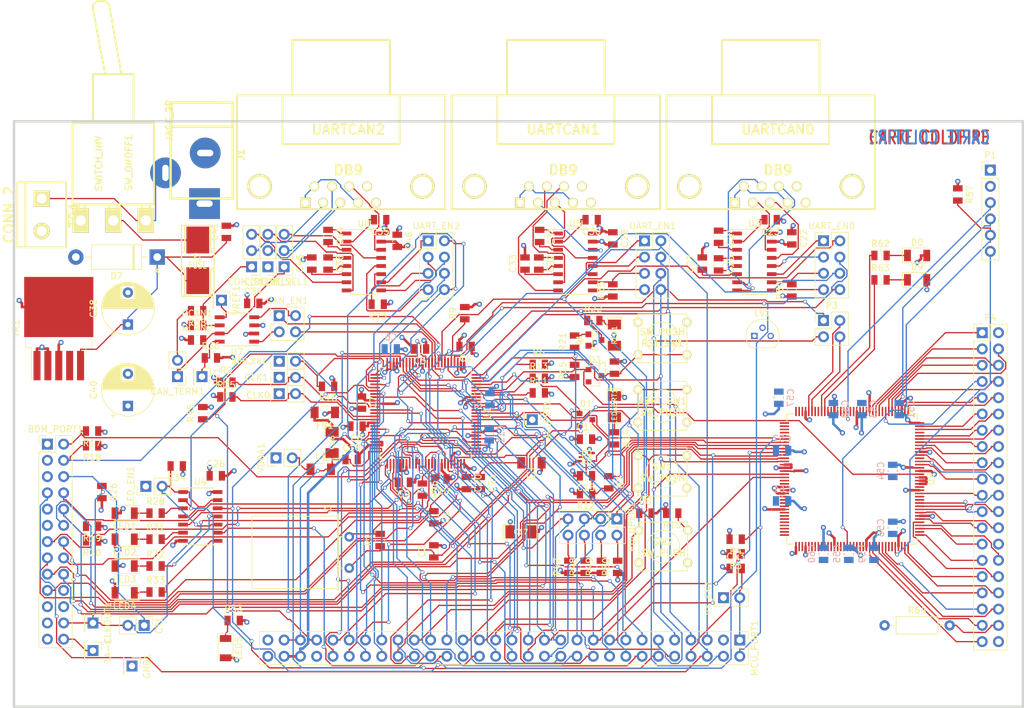
<source format=kicad_pcb>
(kicad_pcb (version 20171130) (host pcbnew 5.1.5-52549c5~84~ubuntu18.04.1)
  (title_block (title "Demo Kicad") (date 2015-10-09) (rev 2))
  (layers (0 Top_layer signal) (1 GND_layer power) (2 VDD_layer power) (31 Bottom_layer signal) (34 B.Paste user) (35 F.Paste user) (36 B.SilkS user) (37 F.SilkS user) (38 B.Mask user) (39 F.Mask user) (44 Edge.Cuts user))
  (net 0 "")
  (net 1 /ALLPST)
  (net 2 /AN2)
  (net 3 /AN3)
  (net 4 /AN4)
  (net 5 /AN6)
  (net 6 /BKPT-)
  (net 7 /CLKIN/EXTAL)
  (net 8 /CLKMOD0)
  (net 9 /CLKMOD1)
  (net 10 /DDAT0)
  (net 11 /DDAT1)
  (net 12 /DDAT2)
  (net 13 /DDAT3)
  (net 14 /DSCLK)
  (net 15 /DSI)
  (net 16 /DSO)
  (net 17 /DTIN1)
  (net 18 /GPT1)
  (net 19 /GPT3)
  (net 20 /IRQ-5)
  (net 21 /IRQ-6)
  (net 22 /IRQ-7)
  (net 23 /JTAG_EN)
  (net 24 /PST0)
  (net 25 /PST1)
  (net 26 /PST2)
  (net 27 /PST3)
  (net 28 /QSPI_CS3)
  (net 29 /TCLK)
  (net 30 /VDDPLL)
  (net 31 /inout_user/CAN_H)
  (net 32 /inout_user/CAN_L)
  (net 33 /inout_user/CTS0)
  (net 34 /inout_user/CTS1)
  (net 35 /inout_user/CTS2/CANH)
  (net 36 /inout_user/RTS0)
  (net 37 /inout_user/RTS1)
  (net 38 /inout_user/RTS2)
  (net 39 /inout_user/RXD0)
  (net 40 /inout_user/RXD1)
  (net 41 /inout_user/RXD2)
  (net 42 /inout_user/RxD_CAN)
  (net 43 /inout_user/TXD0)
  (net 44 /inout_user/TXD1)
  (net 45 /inout_user/TXD2/CANL)
  (net 46 /inout_user/TxD_CAN)
  (net 47 /xilinx/+3,3V_OUT)
  (net 48 /xilinx/LED_TEST1)
  (net 49 /xilinx/LED_TEST2)
  (net 50 /xilinx/TCK)
  (net 51 /xilinx/TDI)
  (net 52 /xilinx/TDO)
  (net 53 /xilinx/TMS)
  (net 54 /xilinx/XIL_D0)
  (net 55 /xilinx/XIL_D1)
  (net 56 /xilinx/XIL_D10)
  (net 57 /xilinx/XIL_D11)
  (net 58 /xilinx/XIL_D12)
  (net 59 /xilinx/XIL_D13)
  (net 60 /xilinx/XIL_D14)
  (net 61 /xilinx/XIL_D15)
  (net 62 /xilinx/XIL_D16)
  (net 63 /xilinx/XIL_D17)
  (net 64 /xilinx/XIL_D18)
  (net 65 /xilinx/XIL_D19)
  (net 66 /xilinx/XIL_D2)
  (net 67 /xilinx/XIL_D20)
  (net 68 /xilinx/XIL_D21)
  (net 69 /xilinx/XIL_D22)
  (net 70 /xilinx/XIL_D23)
  (net 71 /xilinx/XIL_D24)
  (net 72 /xilinx/XIL_D25)
  (net 73 /xilinx/XIL_D26)
  (net 74 /xilinx/XIL_D27)
  (net 75 /xilinx/XIL_D28)
  (net 76 /xilinx/XIL_D29)
  (net 77 /xilinx/XIL_D3)
  (net 78 /xilinx/XIL_D30)
  (net 79 /xilinx/XIL_D31)
  (net 80 /xilinx/XIL_D32)
  (net 81 /xilinx/XIL_D33)
  (net 82 /xilinx/XIL_D34)
  (net 83 /xilinx/XIL_D35)
  (net 84 /xilinx/XIL_D36)
  (net 85 /xilinx/XIL_D4)
  (net 86 /xilinx/XIL_D5)
  (net 87 /xilinx/XIL_D6)
  (net 88 /xilinx/XIL_D7)
  (net 89 /xilinx/XIL_D8)
  (net 90 /xilinx/XIL_D9)
  (net 91 GND)
  (net 92 "Net-(ABRT_SW1-Pad1)")
  (net 93 "Net-(BDM_PORT1-Pad6)")
  (net 94 "Net-(BDM_PORT1-Pad26)")
  (net 95 "Net-(C3-Pad1)")
  (net 96 "Net-(C15-Pad1)")
  (net 97 GNDA)
  (net 98 "Net-(C23-Pad2)")
  (net 99 "Net-(C24-Pad1)")
  (net 100 "Net-(C24-Pad2)")
  (net 101 "Net-(C25-Pad1)")
  (net 102 "Net-(C25-Pad2)")
  (net 103 "Net-(C27-Pad1)")
  (net 104 "Net-(C30-Pad2)")
  (net 105 "Net-(C31-Pad1)")
  (net 106 "Net-(C31-Pad2)")
  (net 107 "Net-(C32-Pad1)")
  (net 108 "Net-(C32-Pad2)")
  (net 109 "Net-(C33-Pad1)")
  (net 110 "Net-(C35-Pad2)")
  (net 111 "Net-(C36-Pad1)")
  (net 112 "Net-(C36-Pad2)")
  (net 113 "Net-(C38-Pad1)")
  (net 114 "Net-(C43-Pad2)")
  (net 115 "Net-(C44-Pad1)")
  (net 116 "Net-(C44-Pad2)")
  (net 117 "Net-(C45-Pad1)")
  (net 118 "Net-(CAN_TERM1-Pad2)")
  (net 119 "Net-(COM_SEL1-Pad3)")
  (net 120 "Net-(COM_SEL2-Pad3)")
  (net 121 "Net-(COM_SEL3-Pad3)")
  (net 122 "Net-(D8-Pad1)")
  (net 123 "Net-(D9-Pad1)")
  (net 124 "Net-(F1-Pad1)")
  (net 125 "Net-(J1-Pad3)")
  (net 126 "Net-(L1-Pad1)")
  (net 127 "Net-(LED1-Pad1)")
  (net 128 "Net-(LED2-Pad1)")
  (net 129 "Net-(LED3-Pad1)")
  (net 130 "Net-(LED4-Pad1)")
  (net 131 "Net-(LED5-Pad1)")
  (net 132 "Net-(LEDABRT1-Pad2)")
  (net 133 "Net-(LED_EN1-Pad2)")
  (net 134 /AN0)
  (net 135 /AN1)
  (net 136 /QSPI_CS0)
  (net 137 /AN5)
  (net 138 /AN7)
  (net 139 /IRQ-4)
  (net 140 /DTIN0)
  (net 141 /DTIN2)
  (net 142 /DTIN3)
  (net 143 /GPT0)
  (net 144 /GPT2)
  (net 145 "Net-(P3-Pad2)")
  (net 146 "Net-(P3-Pad4)")
  (net 147 "Net-(PULUPEN1-Pad2)")
  (net 148 "Net-(PULUPEN1-Pad4)")
  (net 149 "Net-(PULUPEN1-Pad6)")
  (net 150 "Net-(PULUPEN1-Pad8)")
  (net 151 "Net-(Q1-Pad2)")
  (net 152 "Net-(Q1-Pad3)")
  (net 153 "Net-(R9-Pad1)")
  (net 154 "Net-(R22-Pad2)")
  (net 155 "Net-(R23-Pad2)")
  (net 156 "Net-(R28-Pad2)")
  (net 157 "Net-(R30-Pad2)")
  (net 158 "Net-(R31-Pad2)")
  (net 159 "Net-(R32-Pad2)")
  (net 160 "Net-(R33-Pad2)")
  (net 161 "Net-(R35-Pad2)")
  (net 162 "Net-(R36-Pad1)")
  (net 163 "Net-(R46-Pad1)")
  (net 164 "Net-(U3-Pad9)")
  (net 165 "Net-(U3-Pad11)")
  (net 166 "Net-(U3-Pad12)")
  (net 167 "Net-(U5-Pad9)")
  (net 168 "Net-(U5-Pad11)")
  (net 169 "Net-(U5-Pad12)")
  (net 170 "Net-(U7-Pad5)")
  (net 171 "Net-(U8-Pad9)")
  (net 172 "Net-(U8-Pad10)")
  (net 173 "Net-(U8-Pad12)")
  (net 174 "Net-(UARTCAN0-Pad1)")
  (net 175 "Net-(UARTCAN1-Pad1)")
  (net 176 "Net-(UARTCAN2-Pad1)")
  (net 177 +3.3V)
  (net 178 "Net-(D1-Pad1)")
  (net 179 /VCCA)
  (net 180 /IRQ-1)
  (net 181 /IRQ-2)
  (net 182 /IRQ-3)
  (net 183 /XTAL)
  (net 184 /RCON-)
  (net 185 /RSTO-)
  (net 186 /RSTI-)
  (net 187 /QSPI_CS1)
  (net 188 /URTS1)
  (net 189 /UCTS1)
  (net 190 /QSPI_CLK)
  (net 191 /DSPI_DOUT)
  (net 192 /QSPI_DIN)
  (net 193 /QSPI_CS2)
  (net 194 /URXD1)
  (net 195 /UTXD1)
  (net 196 /PWM7)
  (net 197 /PWM5)
  (net 198 /PWM1)
  (net 199 /PWM3)
  (net 200 /URTS2)
  (net 201 /UTXD2)
  (net 202 /URXD2)
  (net 203 /UCTS2)
  (net 204 /CANRX)
  (net 205 /CANTX)
  (net 206 /URTS0)
  (net 207 /UTXD0)
  (net 208 /URXD0)
  (net 209 /UCTS0)
  (net 210 "Net-(SW_ONOFF1-Pad1)")
  (net 211 "Net-(UARTCAN2-Pad9)")
  (net 212 "Net-(UARTCAN0-Pad9)")
  (net 213 "Net-(UARTCAN1-Pad9)")
  (net 214 "Net-(VR1-Pad4)")
  (net 215 "Net-(U9-Pad141)")
  (net 216 "Net-(U9-Pad133)")
  (net 217 "Net-(U9-Pad121)")
  (net 218 "Net-(U9-Pad120)")
  (net 219 "Net-(U9-Pad110)")
  (net 220 "Net-(U9-Pad106)")
  (net 221 "Net-(U9-Pad103)")
  (net 222 "Net-(U9-Pad102)")
  (net 223 "Net-(U9-Pad94)")
  (net 224 "Net-(U9-Pad93)")
  (net 225 "Net-(U9-Pad92)")
  (net 226 "Net-(U9-Pad91)")
  (net 227 "Net-(U9-Pad90)")
  (net 228 "Net-(U9-Pad88)")
  (net 229 "Net-(U9-Pad87)")
  (net 230 "Net-(U9-Pad86)")
  (net 231 "Net-(U9-Pad84)")
  (net 232 "Net-(U9-Pad83)")
  (net 233 "Net-(U9-Pad82)")
  (net 234 "Net-(U9-Pad81)")
  (net 235 "Net-(U9-Pad80)")
  (net 236 "Net-(U9-Pad79)")
  (net 237 "Net-(U9-Pad78)")
  (net 238 "Net-(U9-Pad77)")
  (net 239 "Net-(U9-Pad75)")
  (net 240 "Net-(U9-Pad74)")
  (net 241 "Net-(U9-Pad72)")
  (net 242 "Net-(U9-Pad71)")
  (net 243 "Net-(U9-Pad70)")
  (net 244 "Net-(U9-Pad69)")
  (net 245 "Net-(U9-Pad68)")
  (net 246 "Net-(U9-Pad67)")
  (net 247 "Net-(U9-Pad66)")
  (net 248 "Net-(U9-Pad65)")
  (net 249 "Net-(U9-Pad63)")
  (net 250 "Net-(U9-Pad62)")
  (net 251 "Net-(U9-Pad61)")
  (net 252 "Net-(U9-Pad60)")
  (net 253 "Net-(U9-Pad56)")
  (net 254 "Net-(U9-Pad55)")
  (net 255 "Net-(U9-Pad41)")
  (net 256 "Net-(U9-Pad40)")
  (net 257 "Net-(U9-Pad39)")
  (net 258 "Net-(U9-Pad38)")
  (net 259 "Net-(U9-Pad37)")
  (net 260 "Net-(U9-Pad36)")
  (net 261 "Net-(U9-Pad35)")
  (net 262 "Net-(U9-Pad34)")
  (net 263 "Net-(U9-Pad30)")
  (net 264 "Net-(U9-Pad29)")
  (net 265 "Net-(U9-Pad26)")
  (net 266 "Net-(U9-Pad25)")
  (net 267 "Net-(U9-Pad23)")
  (net 268 "Net-(U9-Pad22)")
  (net 269 "Net-(U9-Pad21)")
  (net 270 "Net-(U9-Pad19)")
  (net 271 "Net-(U9-Pad18)")
  (net 272 "Net-(U9-Pad16)")
  (net 273 "Net-(U9-Pad15)")
  (net 274 "Net-(U9-Pad14)")
  (net 275 "Net-(U9-Pad9)")
  (net 276 "Net-(BDM_PORT1-Pad22)")
  (net 277 "Net-(BDM_PORT1-Pad21)")
  (net 278 "Net-(BDM_PORT1-Pad1)")
  (module Diode_SMD:D_SOT-23_ANK (layer Top_layer) (at 160.401 102.489)
    (fp_text reference D1 (at 0 -2.5) (layer F.SilkS))
    (fp_text value BAT54)
    (pad 1 smd rect (at 1 0) (size 0.9 0.8) (layers Top_layer F.Paste F.Mask) (net 178 "Net-(D1-Pad1)"))
    (pad "" smd rect (at -1 0.95) (size 0.9 0.8) (layers Top_layer F.Paste F.Mask))
    (pad 2 smd rect (at -1 -0.95) (size 0.9 0.8) (layers Top_layer F.Paste F.Mask) (net 22 /IRQ-7))
  )
  (module Diode_SMD:D_SOT-23_ANK (layer Top_layer) (at 161.798 95.631)
    (fp_text reference D3 (at 0 -2.5) (layer F.SilkS))
    (fp_text value BAT54)
    (pad 1 smd rect (at 1 0) (size 0.9 0.8) (layers Top_layer F.Paste F.Mask) (net 95 "Net-(C3-Pad1)"))
    (pad "" smd rect (at -1 0.95) (size 0.9 0.8) (layers Top_layer F.Paste F.Mask))
    (pad 2 smd rect (at -1 -0.95) (size 0.9 0.8) (layers Top_layer F.Paste F.Mask) (net 186 /RSTI-))
  )
  (module Diode_THT:D_DO-15_P12.70mm_Horizontal (layer Top_layer) (at 93.472 77.089 180)
    (fp_text reference D7 (at 6.35 -2.92 180) (layer F.SilkS))
    (fp_text value 1N4004)
    (fp_text user K (at 0 -2.2 180) (layer F.SilkS))
    (pad 2 thru_hole oval (at 12.7 0 180) (size 2.4 2.4) (drill 1.2) (layers *.Cu *.Mask) (net 91 GND))
    (pad 1 thru_hole rect (at 0 0 180) (size 2.4 2.4) (drill 1.2) (layers *.Cu *.Mask) (net 113 "Net-(C38-Pad1)"))
  )
  (module Resistor_THT:R_Axial_DIN0207_L6.3mm_D2.5mm_P10.16mm_Horizontal (layer Top_layer) (at 207.01 134.62)
    (fp_text reference R64 (at 5.08 -2.37) (layer F.SilkS))
    (fp_text value 3,3)
    (pad 2 thru_hole oval (at 10.16 0) (size 1.6 1.6) (drill 0.8) (layers *.Cu *.Mask) (net 47 /xilinx/+3,3V_OUT))
    (pad 1 thru_hole circle (at 0 0) (size 1.6 1.6) (drill 0.8) (layers *.Cu *.Mask) (net 177 +3.3V))
  )
  (module Package_SO:SOIC-8_3.9x4.9mm_P1.27mm (layer Top_layer) (at 105.918 88.392 180)
    (fp_text reference U7 (at 0 -3.5 180) (layer F.SilkS))
    (fp_text value PCA82C251)
    (pad 8 smd rect (at 2.7 -1.905 180) (size 1.55 0.6) (layers Top_layer F.Paste F.Mask) (net 162 "Net-(R36-Pad1)"))
    (pad 7 smd rect (at 2.7 -0.635 180) (size 1.55 0.6) (layers Top_layer F.Paste F.Mask) (net 31 /inout_user/CAN_H))
    (pad 6 smd rect (at 2.7 0.635 180) (size 1.55 0.6) (layers Top_layer F.Paste F.Mask) (net 32 /inout_user/CAN_L))
    (pad 5 smd rect (at 2.7 1.905 180) (size 1.55 0.6) (layers Top_layer F.Paste F.Mask) (net 170 "Net-(U7-Pad5)"))
    (pad 4 smd rect (at -2.7 1.905 180) (size 1.55 0.6) (layers Top_layer F.Paste F.Mask) (net 42 /inout_user/RxD_CAN))
    (pad 3 smd rect (at -2.7 0.635 180) (size 1.55 0.6) (layers Top_layer F.Paste F.Mask) (net 177 +3.3V))
    (pad 2 smd rect (at -2.7 -0.635 180) (size 1.55 0.6) (layers Top_layer F.Paste F.Mask) (net 91 GND))
    (pad 1 smd rect (at -2.7 -1.905 180) (size 1.55 0.6) (layers Top_layer F.Paste F.Mask) (net 46 /inout_user/TxD_CAN))
  )
  (module Package_TO_SOT_SMD:TO-263-5_TabPin3 (layer Top_layer) (at 78.105 88.265 90)
    (fp_text reference VR1 (at 0 -6.65 90) (layer F.SilkS))
    (fp_text value LT1129_QPACK)
    (pad 1 smd rect (at -5.775 -3.4 90) (size 4.6 1.1) (layers Top_layer F.Paste F.Mask) (net 177 +3.3V))
    (pad 2 smd rect (at -5.775 -1.7 90) (size 4.6 1.1) (layers Top_layer F.Paste F.Mask) (net 177 +3.3V))
    (pad 3 smd rect (at -5.775 0 90) (size 4.6 1.1) (layers Top_layer F.Paste F.Mask) (net 91 GND))
    (pad 4 smd rect (at -5.775 1.7 90) (size 4.6 1.1) (layers Top_layer F.Paste F.Mask) (net 214 "Net-(VR1-Pad4)"))
    (pad 5 smd rect (at -5.775 3.4 90) (size 4.6 1.1) (layers Top_layer F.Paste F.Mask) (net 113 "Net-(C38-Pad1)"))
    (pad 3 smd rect (at 3.375 0 90) (size 9.4 10.8) (layers Top_layer F.Mask) (net 91 GND))
  )
  (module Capacitor_THT:CP_Radial_D8.0mm_P5.00mm (layer Top_layer) (at 88.9 100.33 90)
    (fp_text reference C40 (at 2.5 -5.37 90) (layer F.SilkS))
    (fp_text value 220uF)
    (pad 2 thru_hole circle (at 5 0 90) (size 1.6 1.6) (drill 0.8) (layers *.Cu *.Mask) (net 91 GND))
    (pad 1 thru_hole rect (at 0 0 90) (size 1.6 1.6) (drill 0.8) (layers *.Cu *.Mask) (net 177 +3.3V))
  )
  (module Capacitor_THT:CP_Radial_D8.0mm_P5.00mm (layer Top_layer) (at 88.9 87.63 90)
    (fp_text reference C38 (at 2.5 -5.37 90) (layer F.SilkS))
    (fp_text value 10uF)
    (pad 2 thru_hole circle (at 5 0 90) (size 1.6 1.6) (drill 0.8) (layers *.Cu *.Mask) (net 91 GND))
    (pad 1 thru_hole rect (at 0 0 90) (size 1.6 1.6) (drill 0.8) (layers *.Cu *.Mask) (net 113 "Net-(C38-Pad1)"))
  )
  (module Package_SO:SOIC-14_3.9x8.7mm_P1.27mm (layer Top_layer) (at 100.203 117.602)
    (fp_text reference U4 (at 0 -5.375) (layer F.SilkS))
    (fp_text value 74HC125)
    (pad 14 smd rect (at 2.7 -3.81) (size 1.5 0.6) (layers Top_layer F.Paste F.Mask) (net 177 +3.3V))
    (pad 13 smd rect (at 2.7 -2.54) (size 1.5 0.6) (layers Top_layer F.Paste F.Mask) (net 133 "Net-(LED_EN1-Pad2)"))
    (pad 12 smd rect (at 2.7 -1.27) (size 1.5 0.6) (layers Top_layer F.Paste F.Mask) (net 141 /DTIN2))
    (pad 11 smd rect (at 2.7 0) (size 1.5 0.6) (layers Top_layer F.Paste F.Mask) (net 159 "Net-(R32-Pad2)"))
    (pad 10 smd rect (at 2.7 1.27) (size 1.5 0.6) (layers Top_layer F.Paste F.Mask) (net 133 "Net-(LED_EN1-Pad2)"))
    (pad 9 smd rect (at 2.7 2.54) (size 1.5 0.6) (layers Top_layer F.Paste F.Mask) (net 142 /DTIN3))
    (pad 8 smd rect (at 2.7 3.81) (size 1.5 0.6) (layers Top_layer F.Paste F.Mask) (net 160 "Net-(R33-Pad2)"))
    (pad 7 smd rect (at -2.7 3.81) (size 1.5 0.6) (layers Top_layer F.Paste F.Mask) (net 91 GND))
    (pad 6 smd rect (at -2.7 2.54) (size 1.5 0.6) (layers Top_layer F.Paste F.Mask) (net 158 "Net-(R31-Pad2)"))
    (pad 5 smd rect (at -2.7 1.27) (size 1.5 0.6) (layers Top_layer F.Paste F.Mask) (net 17 /DTIN1))
    (pad 4 smd rect (at -2.7 0) (size 1.5 0.6) (layers Top_layer F.Paste F.Mask) (net 133 "Net-(LED_EN1-Pad2)"))
    (pad 3 smd rect (at -2.7 -1.27) (size 1.5 0.6) (layers Top_layer F.Paste F.Mask) (net 156 "Net-(R28-Pad2)"))
    (pad 2 smd rect (at -2.7 -2.54) (size 1.5 0.6) (layers Top_layer F.Paste F.Mask) (net 140 /DTIN0))
    (pad 1 smd rect (at -2.7 -3.81) (size 1.5 0.6) (layers Top_layer F.Paste F.Mask) (net 133 "Net-(LED_EN1-Pad2)"))
  )
  (module LED_SMD:LED_1206_3216Metric (layer Top_layer) (at 88.392 121.158 180)
    (fp_text reference LED2 (at 0 -2.05 180) (layer F.SilkS))
    (fp_text value LED)
    (pad 2 smd rect (at 1.505 0 180) (size 1.07 1.8) (layers Top_layer F.Paste F.Mask) (net 91 GND))
    (pad 1 smd rect (at -1.505 0 180) (size 1.07 1.8) (layers Top_layer F.Paste F.Mask) (net 128 "Net-(LED2-Pad1)"))
  )
  (module LED_SMD:LED_1206_3216Metric (layer Top_layer) (at 88.392 117.094 180)
    (fp_text reference LED1 (at 0 -2.05 180) (layer F.SilkS))
    (fp_text value LED)
    (pad 2 smd rect (at 1.505 0 180) (size 1.07 1.8) (layers Top_layer F.Paste F.Mask) (net 91 GND))
    (pad 1 smd rect (at -1.505 0 180) (size 1.07 1.8) (layers Top_layer F.Paste F.Mask) (net 127 "Net-(LED1-Pad1)"))
  )
  (module LED_SMD:LED_1206_3216Metric (layer Top_layer) (at 212.09 80.645)
    (fp_text reference D9 (at 0 -2.05) (layer F.SilkS))
    (fp_text value LED)
    (pad 2 smd rect (at 1.505 0) (size 1.07 1.8) (layers Top_layer F.Paste F.Mask) (net 91 GND))
    (pad 1 smd rect (at -1.505 0) (size 1.07 1.8) (layers Top_layer F.Paste F.Mask) (net 123 "Net-(D9-Pad1)"))
  )
  (module LED_SMD:LED_1206_3216Metric (layer Top_layer) (at 212.09 76.835)
    (fp_text reference D8 (at 0 -2.05) (layer F.SilkS))
    (fp_text value LED)
    (pad 2 smd rect (at 1.505 0) (size 1.07 1.8) (layers Top_layer F.Paste F.Mask) (net 91 GND))
    (pad 1 smd rect (at -1.505 0) (size 1.07 1.8) (layers Top_layer F.Paste F.Mask) (net 122 "Net-(D8-Pad1)"))
  )
  (module LED_SMD:LED_1206_3216Metric (layer Top_layer) (at 104.14 138.176 270)
    (fp_text reference LED5 (at 0 -2.05 270) (layer F.SilkS))
    (fp_text value LED)
    (pad 2 smd rect (at 1.505 0 270) (size 1.07 1.8) (layers Top_layer F.Paste F.Mask) (net 91 GND))
    (pad 1 smd rect (at -1.505 0 270) (size 1.07 1.8) (layers Top_layer F.Paste F.Mask) (net 131 "Net-(LED5-Pad1)"))
  )
  (module LED_SMD:LED_1206_3216Metric (layer Top_layer) (at 88.392 125.349 180)
    (fp_text reference LED3 (at 0 -2.05 180) (layer F.SilkS))
    (fp_text value LED)
    (pad 2 smd rect (at 1.505 0 180) (size 1.07 1.8) (layers Top_layer F.Paste F.Mask) (net 91 GND))
    (pad 1 smd rect (at -1.505 0 180) (size 1.07 1.8) (layers Top_layer F.Paste F.Mask) (net 129 "Net-(LED3-Pad1)"))
  )
  (module LED_SMD:LED_1206_3216Metric (layer Top_layer) (at 88.392 129.54 180)
    (fp_text reference LED4 (at 0 -2.05 180) (layer F.SilkS))
    (fp_text value LED)
    (pad 2 smd rect (at 1.505 0 180) (size 1.07 1.8) (layers Top_layer F.Paste F.Mask) (net 91 GND))
    (pad 1 smd rect (at -1.505 0 180) (size 1.07 1.8) (layers Top_layer F.Paste F.Mask) (net 130 "Net-(LED4-Pad1)"))
  )
  (module lib_smd:SM1206POL (layer Top_layer) (at 164.846 89.281 270)
    (fp_text reference RED1 (at 0 0 270) (layer F.SilkS) (effects (font (size 0.762 0.762) (thickness 0.127))))
    (fp_text value LED_RESET1 hide)
    (pad 1 smd rect (at -1.651 0 270) (size 1.524 2.032) (layers Top_layer F.Paste F.Mask) (net 154 "Net-(R22-Pad2)"))
    (pad 2 smd rect (at 1.651 0 270) (size 1.524 2.032) (layers Top_layer F.Paste F.Mask) (net 91 GND))
  )
  (module lib_smd:SM1206POL (layer Top_layer) (at 164.846 100.457 270)
    (fp_text reference LEDABRT1 (at 0 0 270) (layer F.SilkS) (effects (font (size 0.762 0.762) (thickness 0.127))))
    (fp_text value RED hide)
    (pad 1 smd rect (at -1.651 0 270) (size 1.524 2.032) (layers Top_layer F.Paste F.Mask) (net 177 +3.3V))
    (pad 2 smd rect (at 1.651 0 270) (size 1.524 2.032) (layers Top_layer F.Paste F.Mask) (net 132 "Net-(LEDABRT1-Pad2)"))
  )
  (module lib_smd:SM1206POL (layer Top_layer) (at 150.241 120.015)
    (fp_text reference C17 (at 0 0) (layer F.SilkS) (effects (font (size 0.762 0.762) (thickness 0.127))))
    (fp_text value 100uF hide)
    (pad 1 smd rect (at -1.651 0) (size 1.524 2.032) (layers Top_layer F.Paste F.Mask) (net 177 +3.3V))
    (pad 2 smd rect (at 1.651 0) (size 1.524 2.032) (layers Top_layer F.Paste F.Mask) (net 91 GND))
  )
  (module lib_smd:SM1206POL (layer Top_layer) (at 120.777 106.045 90)
    (fp_text reference C16 (at 0 0 90) (layer F.SilkS) (effects (font (size 0.762 0.762) (thickness 0.127))))
    (fp_text value 10uF hide)
    (pad 1 smd rect (at -1.651 0 90) (size 1.524 2.032) (layers Top_layer F.Paste F.Mask) (net 179 /VCCA))
    (pad 2 smd rect (at 1.651 0 90) (size 1.524 2.032) (layers Top_layer F.Paste F.Mask) (net 97 GNDA))
  )
  (module Connector_PinHeader_2.54mm:PinHeader_1x01_P2.54mm_Vertical (layer Top_layer) (at 152.019 102.489 270)
    (fp_text reference ALLPST1 (at 0 -2.33 270) (layer F.SilkS))
    (fp_text value CONN_1)
    (pad 1 thru_hole rect (at 0 0 270) (size 1.7 1.7) (drill 1) (layers *.Cu *.Mask) (net 1 /ALLPST))
  )
  (module Connector_PinHeader_2.54mm:PinHeader_1x01_P2.54mm_Vertical (layer Top_layer) (at 83.439 134.239 270)
    (fp_text reference CLKOUT1 (at 0 -2.33 270) (layer F.SilkS))
    (fp_text value CONN_1)
    (pad 1 thru_hole rect (at 0 0 270) (size 1.7 1.7) (drill 1) (layers *.Cu *.Mask) (net 29 /TCLK))
  )
  (module Connector_PinHeader_2.54mm:PinHeader_1x01_P2.54mm_Vertical (layer Top_layer) (at 89.535 140.97 270)
    (fp_text reference GND1 (at 0 -2.33 270) (layer F.SilkS))
    (fp_text value CONN_1)
    (pad 1 thru_hole rect (at 0 0 270) (size 1.7 1.7) (drill 1) (layers *.Cu *.Mask) (net 91 GND))
  )
  (module Connector_PinHeader_2.54mm:PinHeader_1x01_P2.54mm_Vertical (layer Top_layer) (at 100.457 95.758 270)
    (fp_text reference RS1 (at 0 -2.33 270) (layer F.SilkS))
    (fp_text value CONN_1)
    (pad 1 thru_hole rect (at 0 0 270) (size 1.7 1.7) (drill 1) (layers *.Cu *.Mask) (net 162 "Net-(R36-Pad1)"))
  )
  (module Connector_PinHeader_2.54mm:PinHeader_1x01_P2.54mm_Vertical (layer Top_layer) (at 83.439 138.557 270)
    (fp_text reference TA-1 (at 0 -2.33 270) (layer F.SilkS))
    (fp_text value CONN_1)
    (pad 1 thru_hole rect (at 0 0 270) (size 1.7 1.7) (drill 1) (layers *.Cu *.Mask) (net 94 "Net-(BDM_PORT1-Pad26)"))
  )
  (module Connector_PinHeader_2.54mm:PinHeader_1x01_P2.54mm_Vertical (layer Top_layer) (at 103.505 83.82 270)
    (fp_text reference VREF1 (at 0 -2.33 270) (layer F.SilkS))
    (fp_text value CONN_1)
    (pad 1 thru_hole rect (at 0 0 270) (size 1.7 1.7) (drill 1) (layers *.Cu *.Mask) (net 170 "Net-(U7-Pad5)"))
  )
  (module Package_QFP:LQFP-100_14x14mm_P0.5mm (layer Top_layer) (at 135.382 101.473 270)
    (fp_text reference U1 (at 0 -9.65 270) (layer F.SilkS))
    (fp_text value MCF5213-LQFP100)
    (pad 100 smd rect (at -6 -7.9) (size 1.5 0.28) (layers Top_layer F.Paste F.Mask) (net 194 /URXD1))
    (pad 99 smd rect (at -5.5 -7.9) (size 1.5 0.28) (layers Top_layer F.Paste F.Mask) (net 195 /UTXD1))
    (pad 98 smd rect (at -5 -7.9) (size 1.5 0.28) (layers Top_layer F.Paste F.Mask) (net 189 /UCTS1))
    (pad 97 smd rect (at -4.5 -7.9) (size 1.5 0.28) (layers Top_layer F.Paste F.Mask) (net 185 /RSTO-))
    (pad 96 smd rect (at -4 -7.9) (size 1.5 0.28) (layers Top_layer F.Paste F.Mask) (net 186 /RSTI-))
    (pad 95 smd rect (at -3.5 -7.9) (size 1.5 0.28) (layers Top_layer F.Paste F.Mask) (net 22 /IRQ-7))
    (pad 94 smd rect (at -3 -7.9) (size 1.5 0.28) (layers Top_layer F.Paste F.Mask) (net 21 /IRQ-6))
    (pad 93 smd rect (at -2.5 -7.9) (size 1.5 0.28) (layers Top_layer F.Paste F.Mask) (net 177 +3.3V))
    (pad 92 smd rect (at -2 -7.9) (size 1.5 0.28) (layers Top_layer F.Paste F.Mask) (net 91 GND))
    (pad 91 smd rect (at -1.5 -7.9) (size 1.5 0.28) (layers Top_layer F.Paste F.Mask) (net 20 /IRQ-5))
    (pad 90 smd rect (at -1 -7.9) (size 1.5 0.28) (layers Top_layer F.Paste F.Mask) (net 139 /IRQ-4))
    (pad 89 smd rect (at -0.5 -7.9) (size 1.5 0.28) (layers Top_layer F.Paste F.Mask) (net 182 /IRQ-3))
    (pad 88 smd rect (at 0 -7.9) (size 1.5 0.28) (layers Top_layer F.Paste F.Mask) (net 181 /IRQ-2))
    (pad 87 smd rect (at 0.5 -7.9) (size 1.5 0.28) (layers Top_layer F.Paste F.Mask) (net 180 /IRQ-1))
    (pad 86 smd rect (at 1 -7.9) (size 1.5 0.28) (layers Top_layer F.Paste F.Mask) (net 1 /ALLPST))
    (pad 85 smd rect (at 1.5 -7.9) (size 1.5 0.28) (layers Top_layer F.Paste F.Mask) (net 14 /DSCLK))
    (pad 84 smd rect (at 2 -7.9) (size 1.5 0.28) (layers Top_layer F.Paste F.Mask) (net 13 /DDAT3))
    (pad 83 smd rect (at 2.5 -7.9) (size 1.5 0.28) (layers Top_layer F.Paste F.Mask) (net 12 /DDAT2))
    (pad 82 smd rect (at 3 -7.9) (size 1.5 0.28) (layers Top_layer F.Paste F.Mask) (net 91 GND))
    (pad 81 smd rect (at 3.5 -7.9) (size 1.5 0.28) (layers Top_layer F.Paste F.Mask) (net 177 +3.3V))
    (pad 80 smd rect (at 4 -7.9) (size 1.5 0.28) (layers Top_layer F.Paste F.Mask) (net 16 /DSO))
    (pad 79 smd rect (at 4.5 -7.9) (size 1.5 0.28) (layers Top_layer F.Paste F.Mask) (net 15 /DSI))
    (pad 78 smd rect (at 5 -7.9) (size 1.5 0.28) (layers Top_layer F.Paste F.Mask) (net 11 /DDAT1))
    (pad 77 smd rect (at 5.5 -7.9) (size 1.5 0.28) (layers Top_layer F.Paste F.Mask) (net 10 /DDAT0))
    (pad 76 smd rect (at 6 -7.9) (size 1.5 0.28) (layers Top_layer F.Paste F.Mask) (net 6 /BKPT-))
    (pad 75 smd rect (at 7.9 -6 270) (size 1.5 0.28) (layers Top_layer F.Paste F.Mask) (net 91 GND))
    (pad 74 smd rect (at 7.9 -5.5 270) (size 1.5 0.28) (layers Top_layer F.Paste F.Mask) (net 30 /VDDPLL))
    (pad 73 smd rect (at 7.9 -5 270) (size 1.5 0.28) (layers Top_layer F.Paste F.Mask) (net 7 /CLKIN/EXTAL))
    (pad 72 smd rect (at 7.9 -4.5 270) (size 1.5 0.28) (layers Top_layer F.Paste F.Mask) (net 183 /XTAL))
    (pad 71 smd rect (at 7.9 -4 270) (size 1.5 0.28) (layers Top_layer F.Paste F.Mask) (net 91 GND))
    (pad 70 smd rect (at 7.9 -3.5 270) (size 1.5 0.28) (layers Top_layer F.Paste F.Mask) (net 27 /PST3))
    (pad 69 smd rect (at 7.9 -3 270) (size 1.5 0.28) (layers Top_layer F.Paste F.Mask) (net 26 /PST2))
    (pad 68 smd rect (at 7.9 -2.5 270) (size 1.5 0.28) (layers Top_layer F.Paste F.Mask) (net 177 +3.3V))
    (pad 67 smd rect (at 7.9 -2 270) (size 1.5 0.28) (layers Top_layer F.Paste F.Mask) (net 91 GND))
    (pad 66 smd rect (at 7.9 -1.5 270) (size 1.5 0.28) (layers Top_layer F.Paste F.Mask) (net 25 /PST1))
    (pad 65 smd rect (at 7.9 -1 270) (size 1.5 0.28) (layers Top_layer F.Paste F.Mask) (net 24 /PST0))
    (pad 64 smd rect (at 7.9 -0.5 270) (size 1.5 0.28) (layers Top_layer F.Paste F.Mask) (net 163 "Net-(R46-Pad1)"))
    (pad 63 smd rect (at 7.9 0 270) (size 1.5 0.28) (layers Top_layer F.Paste F.Mask) (net 196 /PWM7))
    (pad 62 smd rect (at 7.9 0.5 270) (size 1.5 0.28) (layers Top_layer F.Paste F.Mask) (net 19 /GPT3))
    (pad 61 smd rect (at 7.9 1 270) (size 1.5 0.28) (layers Top_layer F.Paste F.Mask) (net 144 /GPT2))
    (pad 60 smd rect (at 7.9 1.5 270) (size 1.5 0.28) (layers Top_layer F.Paste F.Mask) (net 197 /PWM5))
    (pad 59 smd rect (at 7.9 2 270) (size 1.5 0.28) (layers Top_layer F.Paste F.Mask) (net 18 /GPT1))
    (pad 58 smd rect (at 7.9 2.5 270) (size 1.5 0.28) (layers Top_layer F.Paste F.Mask) (net 143 /GPT0))
    (pad 57 smd rect (at 7.9 3 270) (size 1.5 0.28) (layers Top_layer F.Paste F.Mask) (net 177 +3.3V))
    (pad 56 smd rect (at 7.9 3.5 270) (size 1.5 0.28) (layers Top_layer F.Paste F.Mask) (net 91 GND))
    (pad 55 smd rect (at 7.9 4 270) (size 1.5 0.28) (layers Top_layer F.Paste F.Mask) (net 177 +3.3V))
    (pad 54 smd rect (at 7.9 4.5 270) (size 1.5 0.28) (layers Top_layer F.Paste F.Mask) (net 4 /AN4))
    (pad 53 smd rect (at 7.9 5 270) (size 1.5 0.28) (layers Top_layer F.Paste F.Mask) (net 137 /AN5))
    (pad 52 smd rect (at 7.9 5.5 270) (size 1.5 0.28) (layers Top_layer F.Paste F.Mask) (net 5 /AN6))
    (pad 51 smd rect (at 7.9 6 270) (size 1.5 0.28) (layers Top_layer F.Paste F.Mask) (net 138 /AN7))
    (pad 50 smd rect (at 6 7.9) (size 1.5 0.28) (layers Top_layer F.Paste F.Mask) (net 179 /VCCA))
    (pad 49 smd rect (at 5.5 7.9) (size 1.5 0.28) (layers Top_layer F.Paste F.Mask) (net 179 /VCCA))
    (pad 48 smd rect (at 5 7.9) (size 1.5 0.28) (layers Top_layer F.Paste F.Mask) (net 97 GNDA))
    (pad 47 smd rect (at 4.5 7.9) (size 1.5 0.28) (layers Top_layer F.Paste F.Mask) (net 97 GNDA))
    (pad 46 smd rect (at 4 7.9) (size 1.5 0.28) (layers Top_layer F.Paste F.Mask) (net 3 /AN3))
    (pad 45 smd rect (at 3.5 7.9) (size 1.5 0.28) (layers Top_layer F.Paste F.Mask) (net 2 /AN2))
    (pad 44 smd rect (at 3 7.9) (size 1.5 0.28) (layers Top_layer F.Paste F.Mask) (net 135 /AN1))
    (pad 43 smd rect (at 2.5 7.9) (size 1.5 0.28) (layers Top_layer F.Paste F.Mask) (net 134 /AN0))
    (pad 42 smd rect (at 2 7.9) (size 1.5 0.28) (layers Top_layer F.Paste F.Mask) (net 91 GND))
    (pad 41 smd rect (at 1.5 7.9) (size 1.5 0.28) (layers Top_layer F.Paste F.Mask) (net 177 +3.3V))
    (pad 40 smd rect (at 1 7.9) (size 1.5 0.28) (layers Top_layer F.Paste F.Mask) (net 8 /CLKMOD0))
    (pad 39 smd rect (at 0.5 7.9) (size 1.5 0.28) (layers Top_layer F.Paste F.Mask) (net 9 /CLKMOD1))
    (pad 38 smd rect (at 0 7.9) (size 1.5 0.28) (layers Top_layer F.Paste F.Mask) (net 198 /PWM1))
    (pad 37 smd rect (at -0.5 7.9) (size 1.5 0.28) (layers Top_layer F.Paste F.Mask) (net 17 /DTIN1))
    (pad 36 smd rect (at -1 7.9) (size 1.5 0.28) (layers Top_layer F.Paste F.Mask) (net 140 /DTIN0))
    (pad 35 smd rect (at -1.5 7.9) (size 1.5 0.28) (layers Top_layer F.Paste F.Mask) (net 91 GND))
    (pad 34 smd rect (at -2 7.9) (size 1.5 0.28) (layers Top_layer F.Paste F.Mask) (net 177 +3.3V))
    (pad 33 smd rect (at -2.5 7.9) (size 1.5 0.28) (layers Top_layer F.Paste F.Mask) (net 199 /PWM3))
    (pad 32 smd rect (at -3 7.9) (size 1.5 0.28) (layers Top_layer F.Paste F.Mask) (net 142 /DTIN3))
    (pad 31 smd rect (at -3.5 7.9) (size 1.5 0.28) (layers Top_layer F.Paste F.Mask) (net 141 /DTIN2))
    (pad 30 smd rect (at -4 7.9) (size 1.5 0.28) (layers Top_layer F.Paste F.Mask) (net 200 /URTS2))
    (pad 29 smd rect (at -4.5 7.9) (size 1.5 0.28) (layers Top_layer F.Paste F.Mask) (net 201 /UTXD2))
    (pad 28 smd rect (at -5 7.9) (size 1.5 0.28) (layers Top_layer F.Paste F.Mask) (net 202 /URXD2))
    (pad 27 smd rect (at -5.5 7.9) (size 1.5 0.28) (layers Top_layer F.Paste F.Mask) (net 203 /UCTS2))
    (pad 26 smd rect (at -6 7.9) (size 1.5 0.28) (layers Top_layer F.Paste F.Mask) (net 23 /JTAG_EN))
    (pad 25 smd rect (at -7.9 6 270) (size 1.5 0.28) (layers Top_layer F.Paste F.Mask) (net 91 GND))
    (pad 24 smd rect (at -7.9 5.5 270) (size 1.5 0.28) (layers Top_layer F.Paste F.Mask) (net 91 GND))
    (pad 23 smd rect (at -7.9 5 270) (size 1.5 0.28) (layers Top_layer F.Paste F.Mask) (net 177 +3.3V))
    (pad 22 smd rect (at -7.9 4.5 270) (size 1.5 0.28) (layers Top_layer F.Paste F.Mask) (net 177 +3.3V))
    (pad 21 smd rect (at -7.9 4 270) (size 1.5 0.28) (layers Top_layer F.Paste F.Mask) (net 184 /RCON-))
    (pad 20 smd rect (at -7.9 3.5 270) (size 1.5 0.28) (layers Top_layer F.Paste F.Mask) (net 136 /QSPI_CS0))
    (pad 19 smd rect (at -7.9 3 270) (size 1.5 0.28) (layers Top_layer F.Paste F.Mask) (net 187 /QSPI_CS1))
    (pad 18 smd rect (at -7.9 2.5 270) (size 1.5 0.28) (layers Top_layer F.Paste F.Mask) (net 190 /QSPI_CLK))
    (pad 17 smd rect (at -7.9 2 270) (size 1.5 0.28) (layers Top_layer F.Paste F.Mask) (net 191 /DSPI_DOUT))
    (pad 16 smd rect (at -7.9 1.5 270) (size 1.5 0.28) (layers Top_layer F.Paste F.Mask) (net 192 /QSPI_DIN))
    (pad 15 smd rect (at -7.9 1 270) (size 1.5 0.28) (layers Top_layer F.Paste F.Mask) (net 91 GND))
    (pad 14 smd rect (at -7.9 0.5 270) (size 1.5 0.28) (layers Top_layer F.Paste F.Mask) (net 177 +3.3V))
    (pad 13 smd rect (at -7.9 0 270) (size 1.5 0.28) (layers Top_layer F.Paste F.Mask) (net 193 /QSPI_CS2))
    (pad 12 smd rect (at -7.9 -0.5 270) (size 1.5 0.28) (layers Top_layer F.Paste F.Mask) (net 28 /QSPI_CS3))
    (pad 11 smd rect (at -7.9 -1 270) (size 1.5 0.28) (layers Top_layer F.Paste F.Mask) (net 204 /CANRX))
    (pad 10 smd rect (at -7.9 -1.5 270) (size 1.5 0.28) (layers Top_layer F.Paste F.Mask) (net 205 /CANTX))
    (pad 9 smd rect (at -7.9 -2 270) (size 1.5 0.28) (layers Top_layer F.Paste F.Mask) (net 206 /URTS0))
    (pad 8 smd rect (at -7.9 -2.5 270) (size 1.5 0.28) (layers Top_layer F.Paste F.Mask) (net 207 /UTXD0))
    (pad 7 smd rect (at -7.9 -3 270) (size 1.5 0.28) (layers Top_layer F.Paste F.Mask) (net 208 /URXD0))
    (pad 6 smd rect (at -7.9 -3.5 270) (size 1.5 0.28) (layers Top_layer F.Paste F.Mask) (net 209 /UCTS0))
    (pad 5 smd rect (at -7.9 -4 270) (size 1.5 0.28) (layers Top_layer F.Paste F.Mask) (net 153 "Net-(R9-Pad1)"))
    (pad 4 smd rect (at -7.9 -4.5 270) (size 1.5 0.28) (layers Top_layer F.Paste F.Mask) (net 188 /URTS1))
    (pad 3 smd rect (at -7.9 -5 270) (size 1.5 0.28) (layers Top_layer F.Paste F.Mask) (net 91 GND))
    (pad 2 smd rect (at -7.9 -5.5 270) (size 1.5 0.28) (layers Top_layer F.Paste F.Mask) (net 177 +3.3V))
    (pad 1 smd rect (at -7.9 -6 270) (size 1.5 0.28) (layers Top_layer F.Paste F.Mask) (net 177 +3.3V))
  )
  (module Resistor_SMD:R_1206_3216Metric_Pad1.24x1.80mm_HandSolder (layer Top_layer) (at 119.634 101.346 180)
    (fp_text reference FB1 (at 0 -2.05 180) (layer F.SilkS))
    (fp_text value BEAD)
    (pad 2 smd rect (at 1.5925 0 180) (size 1.245 1.8) (layers Top_layer F.Paste F.Mask) (net 97 GNDA))
    (pad 1 smd rect (at -1.5925 0 180) (size 1.245 1.8) (layers Top_layer F.Paste F.Mask) (net 91 GND))
  )
  (module Resistor_SMD:R_1206_3216Metric_Pad1.24x1.80mm_HandSolder (layer Top_layer) (at 118.999 110.236)
    (fp_text reference L1 (at 0 -2.05) (layer F.SilkS))
    (fp_text value 10uH)
    (pad 2 smd rect (at 1.5925 0) (size 1.245 1.8) (layers Top_layer F.Paste F.Mask) (net 179 /VCCA))
    (pad 1 smd rect (at -1.5925 0) (size 1.245 1.8) (layers Top_layer F.Paste F.Mask) (net 126 "Net-(L1-Pad1)"))
  )
  (module Resistor_SMD:R_1206_3216Metric_Pad1.24x1.80mm_HandSolder (layer Top_layer) (at 151.892 109.22 180)
    (fp_text reference L2 (at 0 -2.05 180) (layer F.SilkS))
    (fp_text value 10uH)
    (pad 2 smd rect (at 1.5925 0 180) (size 1.245 1.8) (layers Top_layer F.Paste F.Mask) (net 30 /VDDPLL))
    (pad 1 smd rect (at -1.5925 0 180) (size 1.245 1.8) (layers Top_layer F.Paste F.Mask) (net 177 +3.3V))
  )
  (module TO_SOT_Packages_THT:TO-92_Molded_Narrow (layer Top_layer) (at 186.69 89.408)
    (fp_text reference LV1 (at 1.27 -3.56) (layer F.SilkS))
    (fp_text value DS1818)
    (pad 2 thru_hole circle (at 1.27 -1.27 90) (size 1 1) (drill 0.6) (layers *.Cu *.Mask) (net 177 +3.3V))
    (pad 3 thru_hole circle (at 2.54 0 90) (size 1 1) (drill 0.6) (layers *.Cu *.Mask) (net 91 GND))
    (pad 1 thru_hole rect (at 0 0 90) (size 1 1) (drill 0.6) (layers *.Cu *.Mask) (net 95 "Net-(C3-Pad1)"))
  )
  (module Package_QFP:TQFP-144_20x20mm_P0.5mm (layer Top_layer) (at 201.93 111.76 270)
    (fp_text reference U9 (at 0 -12.275 270) (layer F.SilkS))
    (fp_text value XCR3256-TQ144)
    (pad 144 smd rect (at -8.75 -10.55) (size 1.45 0.25) (layers Top_layer F.Paste F.Mask) (net 177 +3.3V))
    (pad 143 smd rect (at -8.25 -10.55) (size 1.45 0.25) (layers Top_layer F.Paste F.Mask) (net 86 /xilinx/XIL_D5))
    (pad 142 smd rect (at -7.75 -10.55) (size 1.45 0.25) (layers Top_layer F.Paste F.Mask) (net 71 /xilinx/XIL_D24))
    (pad 141 smd rect (at -7.25 -10.55) (size 1.45 0.25) (layers Top_layer F.Paste F.Mask) (net 215 "Net-(U9-Pad141)"))
    (pad 140 smd rect (at -6.75 -10.55) (size 1.45 0.25) (layers Top_layer F.Paste F.Mask) (net 87 /xilinx/XIL_D6))
    (pad 139 smd rect (at -6.25 -10.55) (size 1.45 0.25) (layers Top_layer F.Paste F.Mask) (net 72 /xilinx/XIL_D25))
    (pad 138 smd rect (at -5.75 -10.55) (size 1.45 0.25) (layers Top_layer F.Paste F.Mask) (net 88 /xilinx/XIL_D7))
    (pad 137 smd rect (at -5.25 -10.55) (size 1.45 0.25) (layers Top_layer F.Paste F.Mask) (net 73 /xilinx/XIL_D26))
    (pad 136 smd rect (at -4.75 -10.55) (size 1.45 0.25) (layers Top_layer F.Paste F.Mask) (net 89 /xilinx/XIL_D8))
    (pad 135 smd rect (at -4.25 -10.55) (size 1.45 0.25) (layers Top_layer F.Paste F.Mask) (net 91 GND))
    (pad 134 smd rect (at -3.75 -10.55) (size 1.45 0.25) (layers Top_layer F.Paste F.Mask) (net 74 /xilinx/XIL_D27))
    (pad 133 smd rect (at -3.25 -10.55) (size 1.45 0.25) (layers Top_layer F.Paste F.Mask) (net 216 "Net-(U9-Pad133)"))
    (pad 132 smd rect (at -2.75 -10.55) (size 1.45 0.25) (layers Top_layer F.Paste F.Mask) (net 75 /xilinx/XIL_D28))
    (pad 131 smd rect (at -2.25 -10.55) (size 1.45 0.25) (layers Top_layer F.Paste F.Mask) (net 90 /xilinx/XIL_D9))
    (pad 130 smd rect (at -1.75 -10.55) (size 1.45 0.25) (layers Top_layer F.Paste F.Mask) (net 177 +3.3V))
    (pad 129 smd rect (at -1.25 -10.55) (size 1.45 0.25) (layers Top_layer F.Paste F.Mask) (net 91 GND))
    (pad 128 smd rect (at -0.75 -10.55) (size 1.45 0.25) (layers Top_layer F.Paste F.Mask) (net 183 /XTAL))
    (pad 127 smd rect (at -0.25 -10.55) (size 1.45 0.25) (layers Top_layer F.Paste F.Mask) (net 91 GND))
    (pad 126 smd rect (at 0.25 -10.55) (size 1.45 0.25) (layers Top_layer F.Paste F.Mask) (net 91 GND))
    (pad 125 smd rect (at 0.75 -10.55) (size 1.45 0.25) (layers Top_layer F.Paste F.Mask) (net 91 GND))
    (pad 124 smd rect (at 1.25 -10.55) (size 1.45 0.25) (layers Top_layer F.Paste F.Mask) (net 91 GND))
    (pad 123 smd rect (at 1.75 -10.55) (size 1.45 0.25) (layers Top_layer F.Paste F.Mask) (net 177 +3.3V))
    (pad 122 smd rect (at 2.25 -10.55) (size 1.45 0.25) (layers Top_layer F.Paste F.Mask) (net 56 /xilinx/XIL_D10))
    (pad 121 smd rect (at 2.75 -10.55) (size 1.45 0.25) (layers Top_layer F.Paste F.Mask) (net 217 "Net-(U9-Pad121)"))
    (pad 120 smd rect (at 3.25 -10.55) (size 1.45 0.25) (layers Top_layer F.Paste F.Mask) (net 218 "Net-(U9-Pad120)"))
    (pad 119 smd rect (at 3.75 -10.55) (size 1.45 0.25) (layers Top_layer F.Paste F.Mask) (net 57 /xilinx/XIL_D11))
    (pad 118 smd rect (at 4.25 -10.55) (size 1.45 0.25) (layers Top_layer F.Paste F.Mask) (net 78 /xilinx/XIL_D30))
    (pad 117 smd rect (at 4.75 -10.55) (size 1.45 0.25) (layers Top_layer F.Paste F.Mask) (net 76 /xilinx/XIL_D29))
    (pad 116 smd rect (at 5.25 -10.55) (size 1.45 0.25) (layers Top_layer F.Paste F.Mask) (net 79 /xilinx/XIL_D31))
    (pad 115 smd rect (at 5.75 -10.55) (size 1.45 0.25) (layers Top_layer F.Paste F.Mask) (net 177 +3.3V))
    (pad 114 smd rect (at 6.25 -10.55) (size 1.45 0.25) (layers Top_layer F.Paste F.Mask) (net 58 /xilinx/XIL_D12))
    (pad 113 smd rect (at 6.75 -10.55) (size 1.45 0.25) (layers Top_layer F.Paste F.Mask) (net 82 /xilinx/XIL_D34))
    (pad 112 smd rect (at 7.25 -10.55) (size 1.45 0.25) (layers Top_layer F.Paste F.Mask) (net 81 /xilinx/XIL_D33))
    (pad 111 smd rect (at 7.75 -10.55) (size 1.45 0.25) (layers Top_layer F.Paste F.Mask) (net 59 /xilinx/XIL_D13))
    (pad 110 smd rect (at 8.25 -10.55) (size 1.45 0.25) (layers Top_layer F.Paste F.Mask) (net 219 "Net-(U9-Pad110)"))
    (pad 109 smd rect (at 8.75 -10.55) (size 1.45 0.25) (layers Top_layer F.Paste F.Mask) (net 60 /xilinx/XIL_D14))
    (pad 108 smd rect (at 10.55 -8.75 270) (size 1.45 0.25) (layers Top_layer F.Paste F.Mask) (net 61 /xilinx/XIL_D15))
    (pad 107 smd rect (at 10.55 -8.25 270) (size 1.45 0.25) (layers Top_layer F.Paste F.Mask) (net 83 /xilinx/XIL_D35))
    (pad 106 smd rect (at 10.55 -7.75 270) (size 1.45 0.25) (layers Top_layer F.Paste F.Mask) (net 220 "Net-(U9-Pad106)"))
    (pad 105 smd rect (at 10.55 -7.25 270) (size 1.45 0.25) (layers Top_layer F.Paste F.Mask) (net 91 GND))
    (pad 104 smd rect (at 10.55 -6.75 270) (size 1.45 0.25) (layers Top_layer F.Paste F.Mask) (net 52 /xilinx/TDO))
    (pad 103 smd rect (at 10.55 -6.25 270) (size 1.45 0.25) (layers Top_layer F.Paste F.Mask) (net 221 "Net-(U9-Pad103)"))
    (pad 102 smd rect (at 10.55 -5.75 270) (size 1.45 0.25) (layers Top_layer F.Paste F.Mask) (net 222 "Net-(U9-Pad102)"))
    (pad 101 smd rect (at 10.55 -5.25 270) (size 1.45 0.25) (layers Top_layer F.Paste F.Mask) (net 63 /xilinx/XIL_D17))
    (pad 100 smd rect (at 10.55 -4.75 270) (size 1.45 0.25) (layers Top_layer F.Paste F.Mask) (net 62 /xilinx/XIL_D16))
    (pad 99 smd rect (at 10.55 -4.25 270) (size 1.45 0.25) (layers Top_layer F.Paste F.Mask) (net 84 /xilinx/XIL_D36))
    (pad 98 smd rect (at 10.55 -3.75 270) (size 1.45 0.25) (layers Top_layer F.Paste F.Mask) (net 80 /xilinx/XIL_D32))
    (pad 97 smd rect (at 10.55 -3.25 270) (size 1.45 0.25) (layers Top_layer F.Paste F.Mask) (net 64 /xilinx/XIL_D18))
    (pad 96 smd rect (at 10.55 -2.75 270) (size 1.45 0.25) (layers Top_layer F.Paste F.Mask) (net 65 /xilinx/XIL_D19))
    (pad 95 smd rect (at 10.55 -2.25 270) (size 1.45 0.25) (layers Top_layer F.Paste F.Mask) (net 177 +3.3V))
    (pad 94 smd rect (at 10.55 -1.75 270) (size 1.45 0.25) (layers Top_layer F.Paste F.Mask) (net 223 "Net-(U9-Pad94)"))
    (pad 93 smd rect (at 10.55 -1.25 270) (size 1.45 0.25) (layers Top_layer F.Paste F.Mask) (net 224 "Net-(U9-Pad93)"))
    (pad 92 smd rect (at 10.55 -0.75 270) (size 1.45 0.25) (layers Top_layer F.Paste F.Mask) (net 225 "Net-(U9-Pad92)"))
    (pad 91 smd rect (at 10.55 -0.25 270) (size 1.45 0.25) (layers Top_layer F.Paste F.Mask) (net 226 "Net-(U9-Pad91)"))
    (pad 90 smd rect (at 10.55 0.25 270) (size 1.45 0.25) (layers Top_layer F.Paste F.Mask) (net 227 "Net-(U9-Pad90)"))
    (pad 89 smd rect (at 10.55 0.75 270) (size 1.45 0.25) (layers Top_layer F.Paste F.Mask) (net 50 /xilinx/TCK))
    (pad 88 smd rect (at 10.55 1.25 270) (size 1.45 0.25) (layers Top_layer F.Paste F.Mask) (net 228 "Net-(U9-Pad88)"))
    (pad 87 smd rect (at 10.55 1.75 270) (size 1.45 0.25) (layers Top_layer F.Paste F.Mask) (net 229 "Net-(U9-Pad87)"))
    (pad 86 smd rect (at 10.55 2.25 270) (size 1.45 0.25) (layers Top_layer F.Paste F.Mask) (net 230 "Net-(U9-Pad86)"))
    (pad 85 smd rect (at 10.55 2.75 270) (size 1.45 0.25) (layers Top_layer F.Paste F.Mask) (net 91 GND))
    (pad 84 smd rect (at 10.55 3.25 270) (size 1.45 0.25) (layers Top_layer F.Paste F.Mask) (net 231 "Net-(U9-Pad84)"))
    (pad 83 smd rect (at 10.55 3.75 270) (size 1.45 0.25) (layers Top_layer F.Paste F.Mask) (net 232 "Net-(U9-Pad83)"))
    (pad 82 smd rect (at 10.55 4.25 270) (size 1.45 0.25) (layers Top_layer F.Paste F.Mask) (net 233 "Net-(U9-Pad82)"))
    (pad 81 smd rect (at 10.55 4.75 270) (size 1.45 0.25) (layers Top_layer F.Paste F.Mask) (net 234 "Net-(U9-Pad81)"))
    (pad 80 smd rect (at 10.55 5.25 270) (size 1.45 0.25) (layers Top_layer F.Paste F.Mask) (net 235 "Net-(U9-Pad80)"))
    (pad 79 smd rect (at 10.55 5.75 270) (size 1.45 0.25) (layers Top_layer F.Paste F.Mask) (net 236 "Net-(U9-Pad79)"))
    (pad 78 smd rect (at 10.55 6.25 270) (size 1.45 0.25) (layers Top_layer F.Paste F.Mask) (net 237 "Net-(U9-Pad78)"))
    (pad 77 smd rect (at 10.55 6.75 270) (size 1.45 0.25) (layers Top_layer F.Paste F.Mask) (net 238 "Net-(U9-Pad77)"))
    (pad 76 smd rect (at 10.55 7.25 270) (size 1.45 0.25) (layers Top_layer F.Paste F.Mask) (net 177 +3.3V))
    (pad 75 smd rect (at 10.55 7.75 270) (size 1.45 0.25) (layers Top_layer F.Paste F.Mask) (net 239 "Net-(U9-Pad75)"))
    (pad 74 smd rect (at 10.55 8.25 270) (size 1.45 0.25) (layers Top_layer F.Paste F.Mask) (net 240 "Net-(U9-Pad74)"))
    (pad 73 smd rect (at 10.55 8.75 270) (size 1.45 0.25) (layers Top_layer F.Paste F.Mask) (net 177 +3.3V))
    (pad 72 smd rect (at 8.75 10.55) (size 1.45 0.25) (layers Top_layer F.Paste F.Mask) (net 241 "Net-(U9-Pad72)"))
    (pad 71 smd rect (at 8.25 10.55) (size 1.45 0.25) (layers Top_layer F.Paste F.Mask) (net 242 "Net-(U9-Pad71)"))
    (pad 70 smd rect (at 7.75 10.55) (size 1.45 0.25) (layers Top_layer F.Paste F.Mask) (net 243 "Net-(U9-Pad70)"))
    (pad 69 smd rect (at 7.25 10.55) (size 1.45 0.25) (layers Top_layer F.Paste F.Mask) (net 244 "Net-(U9-Pad69)"))
    (pad 68 smd rect (at 6.75 10.55) (size 1.45 0.25) (layers Top_layer F.Paste F.Mask) (net 245 "Net-(U9-Pad68)"))
    (pad 67 smd rect (at 6.25 10.55) (size 1.45 0.25) (layers Top_layer F.Paste F.Mask) (net 246 "Net-(U9-Pad67)"))
    (pad 66 smd rect (at 5.75 10.55) (size 1.45 0.25) (layers Top_layer F.Paste F.Mask) (net 247 "Net-(U9-Pad66)"))
    (pad 65 smd rect (at 5.25 10.55) (size 1.45 0.25) (layers Top_layer F.Paste F.Mask) (net 248 "Net-(U9-Pad65)"))
    (pad 64 smd rect (at 4.75 10.55) (size 1.45 0.25) (layers Top_layer F.Paste F.Mask) (net 91 GND))
    (pad 63 smd rect (at 4.25 10.55) (size 1.45 0.25) (layers Top_layer F.Paste F.Mask) (net 249 "Net-(U9-Pad63)"))
    (pad 62 smd rect (at 3.75 10.55) (size 1.45 0.25) (layers Top_layer F.Paste F.Mask) (net 250 "Net-(U9-Pad62)"))
    (pad 61 smd rect (at 3.25 10.55) (size 1.45 0.25) (layers Top_layer F.Paste F.Mask) (net 251 "Net-(U9-Pad61)"))
    (pad 60 smd rect (at 2.75 10.55) (size 1.45 0.25) (layers Top_layer F.Paste F.Mask) (net 252 "Net-(U9-Pad60)"))
    (pad 59 smd rect (at 2.25 10.55) (size 1.45 0.25) (layers Top_layer F.Paste F.Mask) (net 91 GND))
    (pad 58 smd rect (at 1.75 10.55) (size 1.45 0.25) (layers Top_layer F.Paste F.Mask) (net 177 +3.3V))
    (pad 57 smd rect (at 1.25 10.55) (size 1.45 0.25) (layers Top_layer F.Paste F.Mask) (net 91 GND))
    (pad 56 smd rect (at 0.75 10.55) (size 1.45 0.25) (layers Top_layer F.Paste F.Mask) (net 253 "Net-(U9-Pad56)"))
    (pad 55 smd rect (at 0.25 10.55) (size 1.45 0.25) (layers Top_layer F.Paste F.Mask) (net 254 "Net-(U9-Pad55)"))
    (pad 54 smd rect (at -0.25 10.55) (size 1.45 0.25) (layers Top_layer F.Paste F.Mask) (net 187 /QSPI_CS1))
    (pad 53 smd rect (at -0.75 10.55) (size 1.45 0.25) (layers Top_layer F.Paste F.Mask) (net 188 /URTS1))
    (pad 52 smd rect (at -1.25 10.55) (size 1.45 0.25) (layers Top_layer F.Paste F.Mask) (net 91 GND))
    (pad 51 smd rect (at -1.75 10.55) (size 1.45 0.25) (layers Top_layer F.Paste F.Mask) (net 177 +3.3V))
    (pad 50 smd rect (at -2.25 10.55) (size 1.45 0.25) (layers Top_layer F.Paste F.Mask) (net 177 +3.3V))
    (pad 49 smd rect (at -2.75 10.55) (size 1.45 0.25) (layers Top_layer F.Paste F.Mask) (net 189 /UCTS1))
    (pad 48 smd rect (at -3.25 10.55) (size 1.45 0.25) (layers Top_layer F.Paste F.Mask) (net 190 /QSPI_CLK))
    (pad 47 smd rect (at -3.75 10.55) (size 1.45 0.25) (layers Top_layer F.Paste F.Mask) (net 191 /DSPI_DOUT))
    (pad 46 smd rect (at -4.25 10.55) (size 1.45 0.25) (layers Top_layer F.Paste F.Mask) (net 192 /QSPI_DIN))
    (pad 45 smd rect (at -4.75 10.55) (size 1.45 0.25) (layers Top_layer F.Paste F.Mask) (net 193 /QSPI_CS2))
    (pad 44 smd rect (at -5.25 10.55) (size 1.45 0.25) (layers Top_layer F.Paste F.Mask) (net 182 /IRQ-3))
    (pad 43 smd rect (at -5.75 10.55) (size 1.45 0.25) (layers Top_layer F.Paste F.Mask) (net 181 /IRQ-2))
    (pad 42 smd rect (at -6.25 10.55) (size 1.45 0.25) (layers Top_layer F.Paste F.Mask) (net 180 /IRQ-1))
    (pad 41 smd rect (at -6.75 10.55) (size 1.45 0.25) (layers Top_layer F.Paste F.Mask) (net 255 "Net-(U9-Pad41)"))
    (pad 40 smd rect (at -7.25 10.55) (size 1.45 0.25) (layers Top_layer F.Paste F.Mask) (net 256 "Net-(U9-Pad40)"))
    (pad 39 smd rect (at -7.75 10.55) (size 1.45 0.25) (layers Top_layer F.Paste F.Mask) (net 257 "Net-(U9-Pad39)"))
    (pad 38 smd rect (at -8.25 10.55) (size 1.45 0.25) (layers Top_layer F.Paste F.Mask) (net 258 "Net-(U9-Pad38)"))
    (pad 37 smd rect (at -8.75 10.55) (size 1.45 0.25) (layers Top_layer F.Paste F.Mask) (net 259 "Net-(U9-Pad37)"))
    (pad 36 smd rect (at -10.55 8.75 270) (size 1.45 0.25) (layers Top_layer F.Paste F.Mask) (net 260 "Net-(U9-Pad36)"))
    (pad 35 smd rect (at -10.55 8.25 270) (size 1.45 0.25) (layers Top_layer F.Paste F.Mask) (net 261 "Net-(U9-Pad35)"))
    (pad 34 smd rect (at -10.55 7.75 270) (size 1.45 0.25) (layers Top_layer F.Paste F.Mask) (net 262 "Net-(U9-Pad34)"))
    (pad 33 smd rect (at -10.55 7.25 270) (size 1.45 0.25) (layers Top_layer F.Paste F.Mask) (net 91 GND))
    (pad 32 smd rect (at -10.55 6.75 270) (size 1.45 0.25) (layers Top_layer F.Paste F.Mask) (net 145 "Net-(P3-Pad2)"))
    (pad 31 smd rect (at -10.55 6.25 270) (size 1.45 0.25) (layers Top_layer F.Paste F.Mask) (net 146 "Net-(P3-Pad4)"))
    (pad 30 smd rect (at -10.55 5.75 270) (size 1.45 0.25) (layers Top_layer F.Paste F.Mask) (net 263 "Net-(U9-Pad30)"))
    (pad 29 smd rect (at -10.55 5.25 270) (size 1.45 0.25) (layers Top_layer F.Paste F.Mask) (net 264 "Net-(U9-Pad29)"))
    (pad 28 smd rect (at -10.55 4.75 270) (size 1.45 0.25) (layers Top_layer F.Paste F.Mask) (net 48 /xilinx/LED_TEST1))
    (pad 27 smd rect (at -10.55 4.25 270) (size 1.45 0.25) (layers Top_layer F.Paste F.Mask) (net 49 /xilinx/LED_TEST2))
    (pad 26 smd rect (at -10.55 3.75 270) (size 1.45 0.25) (layers Top_layer F.Paste F.Mask) (net 265 "Net-(U9-Pad26)"))
    (pad 25 smd rect (at -10.55 3.25 270) (size 1.45 0.25) (layers Top_layer F.Paste F.Mask) (net 266 "Net-(U9-Pad25)"))
    (pad 24 smd rect (at -10.55 2.75 270) (size 1.45 0.25) (layers Top_layer F.Paste F.Mask) (net 177 +3.3V))
    (pad 23 smd rect (at -10.55 2.25 270) (size 1.45 0.25) (layers Top_layer F.Paste F.Mask) (net 267 "Net-(U9-Pad23)"))
    (pad 22 smd rect (at -10.55 1.75 270) (size 1.45 0.25) (layers Top_layer F.Paste F.Mask) (net 268 "Net-(U9-Pad22)"))
    (pad 21 smd rect (at -10.55 1.25 270) (size 1.45 0.25) (layers Top_layer F.Paste F.Mask) (net 269 "Net-(U9-Pad21)"))
    (pad 20 smd rect (at -10.55 0.75 270) (size 1.45 0.25) (layers Top_layer F.Paste F.Mask) (net 53 /xilinx/TMS))
    (pad 19 smd rect (at -10.55 0.25 270) (size 1.45 0.25) (layers Top_layer F.Paste F.Mask) (net 270 "Net-(U9-Pad19)"))
    (pad 18 smd rect (at -10.55 -0.25 270) (size 1.45 0.25) (layers Top_layer F.Paste F.Mask) (net 271 "Net-(U9-Pad18)"))
    (pad 17 smd rect (at -10.55 -0.75 270) (size 1.45 0.25) (layers Top_layer F.Paste F.Mask) (net 91 GND))
    (pad 16 smd rect (at -10.55 -1.25 270) (size 1.45 0.25) (layers Top_layer F.Paste F.Mask) (net 272 "Net-(U9-Pad16)"))
    (pad 15 smd rect (at -10.55 -1.75 270) (size 1.45 0.25) (layers Top_layer F.Paste F.Mask) (net 273 "Net-(U9-Pad15)"))
    (pad 14 smd rect (at -10.55 -2.25 270) (size 1.45 0.25) (layers Top_layer F.Paste F.Mask) (net 274 "Net-(U9-Pad14)"))
    (pad 13 smd rect (at -10.55 -2.75 270) (size 1.45 0.25) (layers Top_layer F.Paste F.Mask) (net 91 GND))
    (pad 12 smd rect (at -10.55 -3.25 270) (size 1.45 0.25) (layers Top_layer F.Paste F.Mask) (net 54 /xilinx/XIL_D0))
    (pad 11 smd rect (at -10.55 -3.75 270) (size 1.45 0.25) (layers Top_layer F.Paste F.Mask) (net 55 /xilinx/XIL_D1))
    (pad 10 smd rect (at -10.55 -4.25 270) (size 1.45 0.25) (layers Top_layer F.Paste F.Mask) (net 68 /xilinx/XIL_D21))
    (pad 9 smd rect (at -10.55 -4.75 270) (size 1.45 0.25) (layers Top_layer F.Paste F.Mask) (net 275 "Net-(U9-Pad9)"))
    (pad 8 smd rect (at -10.55 -5.25 270) (size 1.45 0.25) (layers Top_layer F.Paste F.Mask) (net 77 /xilinx/XIL_D3))
    (pad 7 smd rect (at -10.55 -5.75 270) (size 1.45 0.25) (layers Top_layer F.Paste F.Mask) (net 66 /xilinx/XIL_D2))
    (pad 6 smd rect (at -10.55 -6.25 270) (size 1.45 0.25) (layers Top_layer F.Paste F.Mask) (net 67 /xilinx/XIL_D20))
    (pad 5 smd rect (at -10.55 -6.75 270) (size 1.45 0.25) (layers Top_layer F.Paste F.Mask) (net 69 /xilinx/XIL_D22))
    (pad 4 smd rect (at -10.55 -7.25 270) (size 1.45 0.25) (layers Top_layer F.Paste F.Mask) (net 51 /xilinx/TDI))
    (pad 3 smd rect (at -10.55 -7.75 270) (size 1.45 0.25) (layers Top_layer F.Paste F.Mask) (net 91 GND))
    (pad 2 smd rect (at -10.55 -8.25 270) (size 1.45 0.25) (layers Top_layer F.Paste F.Mask) (net 85 /xilinx/XIL_D4))
    (pad 1 smd rect (at -10.55 -8.75 270) (size 1.45 0.25) (layers Top_layer F.Paste F.Mask) (net 70 /xilinx/XIL_D23))
  )
  (module Package_SO:SOIC-16_3.9x9.9mm_P1.27mm (layer Top_layer) (at 186.69 77.851)
    (fp_text reference U3 (at 0 -6) (layer F.SilkS))
    (fp_text value MAX202)
    (pad 16 smd rect (at 2.7 -4.445) (size 1.5 0.6) (layers Top_layer F.Paste F.Mask) (net 177 +3.3V))
    (pad 15 smd rect (at 2.7 -3.175) (size 1.5 0.6) (layers Top_layer F.Paste F.Mask) (net 91 GND))
    (pad 14 smd rect (at 2.7 -1.905) (size 1.5 0.6) (layers Top_layer F.Paste F.Mask) (net 43 /inout_user/TXD0))
    (pad 13 smd rect (at 2.7 -0.635) (size 1.5 0.6) (layers Top_layer F.Paste F.Mask) (net 39 /inout_user/RXD0))
    (pad 12 smd rect (at 2.7 0.635) (size 1.5 0.6) (layers Top_layer F.Paste F.Mask) (net 166 "Net-(U3-Pad12)"))
    (pad 11 smd rect (at 2.7 1.905) (size 1.5 0.6) (layers Top_layer F.Paste F.Mask) (net 165 "Net-(U3-Pad11)"))
    (pad 10 smd rect (at 2.7 3.175) (size 1.5 0.6) (layers Top_layer F.Paste F.Mask) (net 157 "Net-(R30-Pad2)"))
    (pad 9 smd rect (at 2.7 4.445) (size 1.5 0.6) (layers Top_layer F.Paste F.Mask) (net 164 "Net-(U3-Pad9)"))
    (pad 8 smd rect (at -2.7 4.445) (size 1.5 0.6) (layers Top_layer F.Paste F.Mask) (net 33 /inout_user/CTS0))
    (pad 7 smd rect (at -2.7 3.175) (size 1.5 0.6) (layers Top_layer F.Paste F.Mask) (net 36 /inout_user/RTS0))
    (pad 6 smd rect (at -2.7 1.905) (size 1.5 0.6) (layers Top_layer F.Paste F.Mask) (net 103 "Net-(C27-Pad1)"))
    (pad 5 smd rect (at -2.7 0.635) (size 1.5 0.6) (layers Top_layer F.Paste F.Mask) (net 102 "Net-(C25-Pad2)"))
    (pad 4 smd rect (at -2.7 -0.635) (size 1.5 0.6) (layers Top_layer F.Paste F.Mask) (net 101 "Net-(C25-Pad1)"))
    (pad 3 smd rect (at -2.7 -1.905) (size 1.5 0.6) (layers Top_layer F.Paste F.Mask) (net 100 "Net-(C24-Pad2)"))
    (pad 2 smd rect (at -2.7 -3.175) (size 1.5 0.6) (layers Top_layer F.Paste F.Mask) (net 98 "Net-(C23-Pad2)"))
    (pad 1 smd rect (at -2.7 -4.445) (size 1.5 0.6) (layers Top_layer F.Paste F.Mask) (net 99 "Net-(C24-Pad1)"))
  )
  (module Package_SO:SOIC-16_3.9x9.9mm_P1.27mm (layer Top_layer) (at 158.75 77.851)
    (fp_text reference U5 (at 0 -6) (layer F.SilkS))
    (fp_text value MAX202)
    (pad 16 smd rect (at 2.7 -4.445) (size 1.5 0.6) (layers Top_layer F.Paste F.Mask) (net 177 +3.3V))
    (pad 15 smd rect (at 2.7 -3.175) (size 1.5 0.6) (layers Top_layer F.Paste F.Mask) (net 91 GND))
    (pad 14 smd rect (at 2.7 -1.905) (size 1.5 0.6) (layers Top_layer F.Paste F.Mask) (net 44 /inout_user/TXD1))
    (pad 13 smd rect (at 2.7 -0.635) (size 1.5 0.6) (layers Top_layer F.Paste F.Mask) (net 40 /inout_user/RXD1))
    (pad 12 smd rect (at 2.7 0.635) (size 1.5 0.6) (layers Top_layer F.Paste F.Mask) (net 169 "Net-(U5-Pad12)"))
    (pad 11 smd rect (at 2.7 1.905) (size 1.5 0.6) (layers Top_layer F.Paste F.Mask) (net 168 "Net-(U5-Pad11)"))
    (pad 10 smd rect (at 2.7 3.175) (size 1.5 0.6) (layers Top_layer F.Paste F.Mask) (net 161 "Net-(R35-Pad2)"))
    (pad 9 smd rect (at 2.7 4.445) (size 1.5 0.6) (layers Top_layer F.Paste F.Mask) (net 167 "Net-(U5-Pad9)"))
    (pad 8 smd rect (at -2.7 4.445) (size 1.5 0.6) (layers Top_layer F.Paste F.Mask) (net 34 /inout_user/CTS1))
    (pad 7 smd rect (at -2.7 3.175) (size 1.5 0.6) (layers Top_layer F.Paste F.Mask) (net 37 /inout_user/RTS1))
    (pad 6 smd rect (at -2.7 1.905) (size 1.5 0.6) (layers Top_layer F.Paste F.Mask) (net 109 "Net-(C33-Pad1)"))
    (pad 5 smd rect (at -2.7 0.635) (size 1.5 0.6) (layers Top_layer F.Paste F.Mask) (net 108 "Net-(C32-Pad2)"))
    (pad 4 smd rect (at -2.7 -0.635) (size 1.5 0.6) (layers Top_layer F.Paste F.Mask) (net 107 "Net-(C32-Pad1)"))
    (pad 3 smd rect (at -2.7 -1.905) (size 1.5 0.6) (layers Top_layer F.Paste F.Mask) (net 106 "Net-(C31-Pad2)"))
    (pad 2 smd rect (at -2.7 -3.175) (size 1.5 0.6) (layers Top_layer F.Paste F.Mask) (net 104 "Net-(C30-Pad2)"))
    (pad 1 smd rect (at -2.7 -4.445) (size 1.5 0.6) (layers Top_layer F.Paste F.Mask) (net 105 "Net-(C31-Pad1)"))
  )
  (module Package_SO:SOIC-16_3.9x9.9mm_P1.27mm (layer Top_layer) (at 125.73 77.851)
    (fp_text reference U8 (at 0 -6) (layer F.SilkS))
    (fp_text value MAX202)
    (pad 16 smd rect (at 2.7 -4.445) (size 1.5 0.6) (layers Top_layer F.Paste F.Mask) (net 177 +3.3V))
    (pad 15 smd rect (at 2.7 -3.175) (size 1.5 0.6) (layers Top_layer F.Paste F.Mask) (net 91 GND))
    (pad 14 smd rect (at 2.7 -1.905) (size 1.5 0.6) (layers Top_layer F.Paste F.Mask) (net 38 /inout_user/RTS2))
    (pad 13 smd rect (at 2.7 -0.635) (size 1.5 0.6) (layers Top_layer F.Paste F.Mask) (net 119 "Net-(COM_SEL1-Pad3)"))
    (pad 12 smd rect (at 2.7 0.635) (size 1.5 0.6) (layers Top_layer F.Paste F.Mask) (net 173 "Net-(U8-Pad12)"))
    (pad 11 smd rect (at 2.7 1.905) (size 1.5 0.6) (layers Top_layer F.Paste F.Mask) (net 155 "Net-(R23-Pad2)"))
    (pad 10 smd rect (at 2.7 3.175) (size 1.5 0.6) (layers Top_layer F.Paste F.Mask) (net 172 "Net-(U8-Pad10)"))
    (pad 9 smd rect (at 2.7 4.445) (size 1.5 0.6) (layers Top_layer F.Paste F.Mask) (net 171 "Net-(U8-Pad9)"))
    (pad 8 smd rect (at -2.7 4.445) (size 1.5 0.6) (layers Top_layer F.Paste F.Mask) (net 120 "Net-(COM_SEL2-Pad3)"))
    (pad 7 smd rect (at -2.7 3.175) (size 1.5 0.6) (layers Top_layer F.Paste F.Mask) (net 121 "Net-(COM_SEL3-Pad3)"))
    (pad 6 smd rect (at -2.7 1.905) (size 1.5 0.6) (layers Top_layer F.Paste F.Mask) (net 117 "Net-(C45-Pad1)"))
    (pad 5 smd rect (at -2.7 0.635) (size 1.5 0.6) (layers Top_layer F.Paste F.Mask) (net 112 "Net-(C36-Pad2)"))
    (pad 4 smd rect (at -2.7 -0.635) (size 1.5 0.6) (layers Top_layer F.Paste F.Mask) (net 111 "Net-(C36-Pad1)"))
    (pad 3 smd rect (at -2.7 -1.905) (size 1.5 0.6) (layers Top_layer F.Paste F.Mask) (net 116 "Net-(C44-Pad2)"))
    (pad 2 smd rect (at -2.7 -3.175) (size 1.5 0.6) (layers Top_layer F.Paste F.Mask) (net 110 "Net-(C35-Pad2)"))
    (pad 1 smd rect (at -2.7 -4.445) (size 1.5 0.6) (layers Top_layer F.Paste F.Mask) (net 115 "Net-(C44-Pad1)"))
  )
  (module Connector_PinHeader_2.54mm:PinHeader_1x03_P2.54mm_Vertical (layer Top_layer) (at 113.284 78.613 180)
    (fp_text reference COM_SEL1 (at 0 -2.33 180) (layer F.SilkS))
    (fp_text value CONN_3)
    (pad 3 thru_hole oval (at 0 5.08 180) (size 1.7 1.7) (drill 1) (layers *.Cu *.Mask) (net 119 "Net-(COM_SEL1-Pad3)"))
    (pad 2 thru_hole oval (at 0 2.54 180) (size 1.7 1.7) (drill 1) (layers *.Cu *.Mask) (net 35 /inout_user/CTS2/CANH))
    (pad 1 thru_hole rect (at 0 0 180) (size 1.7 1.7) (drill 1) (layers *.Cu *.Mask) (net 31 /inout_user/CAN_H))
  )
  (module Connector_PinHeader_2.54mm:PinHeader_1x03_P2.54mm_Vertical (layer Top_layer) (at 110.744 78.613 180)
    (fp_text reference COM_SEL2 (at 0 -2.33 180) (layer F.SilkS))
    (fp_text value CONN_3)
    (pad 3 thru_hole oval (at 0 5.08 180) (size 1.7 1.7) (drill 1) (layers *.Cu *.Mask) (net 120 "Net-(COM_SEL2-Pad3)"))
    (pad 2 thru_hole oval (at 0 2.54 180) (size 1.7 1.7) (drill 1) (layers *.Cu *.Mask) (net 41 /inout_user/RXD2))
    (pad 1 thru_hole rect (at 0 0 180) (size 1.7 1.7) (drill 1) (layers *.Cu *.Mask) (net 91 GND))
  )
  (module Connector_PinHeader_2.54mm:PinHeader_1x03_P2.54mm_Vertical (layer Top_layer) (at 108.204 78.613 180)
    (fp_text reference COM_SEL3 (at 0 -2.33 180) (layer F.SilkS))
    (fp_text value CONN_3)
    (pad 3 thru_hole oval (at 0 5.08 180) (size 1.7 1.7) (drill 1) (layers *.Cu *.Mask) (net 121 "Net-(COM_SEL3-Pad3)"))
    (pad 2 thru_hole oval (at 0 2.54 180) (size 1.7 1.7) (drill 1) (layers *.Cu *.Mask) (net 45 /inout_user/TXD2/CANL))
    (pad 1 thru_hole rect (at 0 0 180) (size 1.7 1.7) (drill 1) (layers *.Cu *.Mask) (net 32 /inout_user/CAN_L))
  )
  (module Resistor_SMD:R_0805_2012Metric (layer Top_layer) (at 136.652 117.729 270)
    (fp_text reference C1 (at 0 -1.85 270) (layer F.SilkS))
    (fp_text value 10pF)
    (pad 2 smd rect (at 0.955 0 270) (size 0.97 1.5) (layers Top_layer F.Paste F.Mask) (net 91 GND))
    (pad 1 smd rect (at -0.955 0 270) (size 0.97 1.5) (layers Top_layer F.Paste F.Mask) (net 7 /CLKIN/EXTAL))
  )
  (module Resistor_SMD:R_0805_2012Metric (layer Top_layer) (at 136.652 123.063 90)
    (fp_text reference C2 (at 0 -1.85 90) (layer F.SilkS))
    (fp_text value 10pF)
    (pad 2 smd rect (at 0.955 0 90) (size 0.97 1.5) (layers Top_layer F.Paste F.Mask) (net 91 GND))
    (pad 1 smd rect (at -0.955 0 90) (size 0.97 1.5) (layers Top_layer F.Paste F.Mask) (net 183 /XTAL))
  )
  (module Resistor_SMD:R_0805_2012Metric (layer Top_layer) (at 164.846 94.361 90)
    (fp_text reference C3 (at 0 -1.85 90) (layer F.SilkS))
    (fp_text value 1nF)
    (pad 2 smd rect (at 0.955 0 90) (size 0.97 1.5) (layers Top_layer F.Paste F.Mask) (net 91 GND))
    (pad 1 smd rect (at -0.955 0 90) (size 0.97 1.5) (layers Top_layer F.Paste F.Mask) (net 95 "Net-(C3-Pad1)"))
  )
  (module Resistor_SMD:R_0805_2012Metric (layer Top_layer) (at 141.605 91.059 180)
    (fp_text reference C4 (at 0 -1.85 180) (layer F.SilkS))
    (fp_text value 100nF)
    (pad 2 smd rect (at 0.955 0 180) (size 0.97 1.5) (layers Top_layer F.Paste F.Mask) (net 91 GND))
    (pad 1 smd rect (at -0.955 0 180) (size 0.97 1.5) (layers Top_layer F.Paste F.Mask) (net 177 +3.3V))
  )
  (module Resistor_SMD:R_0805_2012Metric (layer Top_layer) (at 134.493 91.44 180)
    (fp_text reference C5 (at 0 -1.85 180) (layer F.SilkS))
    (fp_text value 100nF)
    (pad 2 smd rect (at 0.955 0 180) (size 0.97 1.5) (layers Top_layer F.Paste F.Mask) (net 91 GND))
    (pad 1 smd rect (at -0.955 0 180) (size 0.97 1.5) (layers Top_layer F.Paste F.Mask) (net 177 +3.3V))
  )
  (module Resistor_SMD:R_0805_2012Metric (layer Bottom_layer) (at 129.921 91.44 180)
    (fp_text reference C6 (at 0 1.85 180) (layer B.SilkS) (effects (justify mirror)))
    (fp_text value 100nF)
    (pad 2 smd rect (at 0.955 0 180) (size 0.97 1.5) (layers Bottom_layer B.Paste B.Mask) (net 91 GND))
    (pad 1 smd rect (at -0.955 0 180) (size 0.97 1.5) (layers Bottom_layer B.Paste B.Mask) (net 177 +3.3V))
  )
  (module Resistor_SMD:R_0805_2012Metric (layer Top_layer) (at 125.349 99.822 270)
    (fp_text reference C7 (at 0 -1.85 270) (layer F.SilkS))
    (fp_text value 100nF)
    (pad 2 smd rect (at 0.955 0 270) (size 0.97 1.5) (layers Top_layer F.Paste F.Mask) (net 91 GND))
    (pad 1 smd rect (at -0.955 0 270) (size 0.97 1.5) (layers Top_layer F.Paste F.Mask) (net 177 +3.3V))
  )
  (module Resistor_SMD:R_0805_2012Metric (layer Top_layer) (at 124.587 103.505 180)
    (fp_text reference C8 (at 0 -1.85 180) (layer F.SilkS))
    (fp_text value 100nF)
    (pad 2 smd rect (at 0.955 0 180) (size 0.97 1.5) (layers Top_layer F.Paste F.Mask) (net 91 GND))
    (pad 1 smd rect (at -0.955 0 180) (size 0.97 1.5) (layers Top_layer F.Paste F.Mask) (net 177 +3.3V))
  )
  (module Resistor_SMD:R_0805_2012Metric (layer Top_layer) (at 131.953 112.268 180)
    (fp_text reference C9 (at 0 -1.85 180) (layer F.SilkS))
    (fp_text value 100nF)
    (pad 2 smd rect (at 0.955 0 180) (size 0.97 1.5) (layers Top_layer F.Paste F.Mask) (net 91 GND))
    (pad 1 smd rect (at -0.955 0 180) (size 0.97 1.5) (layers Top_layer F.Paste F.Mask) (net 177 +3.3V))
  )
  (module Resistor_SMD:R_0805_2012Metric (layer Top_layer) (at 137.668 111.76 180)
    (fp_text reference C10 (at 0 -1.85 180) (layer F.SilkS))
    (fp_text value 100nF)
    (pad 2 smd rect (at 0.955 0 180) (size 0.97 1.5) (layers Top_layer F.Paste F.Mask) (net 91 GND))
    (pad 1 smd rect (at -0.955 0 180) (size 0.97 1.5) (layers Top_layer F.Paste F.Mask) (net 177 +3.3V))
  )
  (module Resistor_SMD:R_0805_2012Metric (layer Bottom_layer) (at 145.288 104.775 90)
    (fp_text reference C11 (at 0 1.85 90) (layer B.SilkS) (effects (justify mirror)))
    (fp_text value 100nF)
    (pad 2 smd rect (at 0.955 0 90) (size 0.97 1.5) (layers Bottom_layer B.Paste B.Mask) (net 91 GND))
    (pad 1 smd rect (at -0.955 0 90) (size 0.97 1.5) (layers Bottom_layer B.Paste B.Mask) (net 177 +3.3V))
  )
  (module Resistor_SMD:R_0805_2012Metric (layer Bottom_layer) (at 145.415 99.314 270)
    (fp_text reference C12 (at 0 1.85 270) (layer B.SilkS) (effects (justify mirror)))
    (fp_text value 100nF)
    (pad 2 smd rect (at 0.955 0 270) (size 0.97 1.5) (layers Bottom_layer B.Paste B.Mask) (net 91 GND))
    (pad 1 smd rect (at -0.955 0 270) (size 0.97 1.5) (layers Bottom_layer B.Paste B.Mask) (net 177 +3.3V))
  )
  (module Resistor_SMD:R_0805_2012Metric (layer Top_layer) (at 160.401 105.537)
    (fp_text reference C14 (at 0 -1.85) (layer F.SilkS))
    (fp_text value 100nF)
    (pad 2 smd rect (at 0.955 0) (size 0.97 1.5) (layers Top_layer F.Paste F.Mask) (net 177 +3.3V))
    (pad 1 smd rect (at -0.955 0) (size 0.97 1.5) (layers Top_layer F.Paste F.Mask) (net 91 GND))
  )
  (module Resistor_SMD:R_0805_2012Metric (layer Top_layer) (at 160.401 111.252 180)
    (fp_text reference C15 (at 0 -1.85 180) (layer F.SilkS))
    (fp_text value 100nF)
    (pad 2 smd rect (at 0.955 0 180) (size 0.97 1.5) (layers Top_layer F.Paste F.Mask) (net 91 GND))
    (pad 1 smd rect (at -0.955 0 180) (size 0.97 1.5) (layers Top_layer F.Paste F.Mask) (net 96 "Net-(C15-Pad1)"))
  )
  (module Resistor_SMD:R_0805_2012Metric (layer Top_layer) (at 123.825 108.712)
    (fp_text reference C18 (at 0 -1.85) (layer F.SilkS))
    (fp_text value 100nF)
    (pad 2 smd rect (at 0.955 0) (size 0.97 1.5) (layers Top_layer F.Paste F.Mask) (net 97 GNDA))
    (pad 1 smd rect (at -0.955 0) (size 0.97 1.5) (layers Top_layer F.Paste F.Mask) (net 179 /VCCA))
  )
  (module Resistor_SMD:R_0805_2012Metric (layer Top_layer) (at 141.732 112.395 270)
    (fp_text reference C20 (at 0 -1.85 270) (layer F.SilkS))
    (fp_text value 1nF)
    (pad 2 smd rect (at 0.955 0 270) (size 0.97 1.5) (layers Top_layer F.Paste F.Mask) (net 91 GND))
    (pad 1 smd rect (at -0.955 0 270) (size 0.97 1.5) (layers Top_layer F.Paste F.Mask) (net 30 /VDDPLL))
  )
  (module Resistor_SMD:R_0805_2012Metric (layer Top_layer) (at 143.891 112.395 270)
    (fp_text reference C21 (at 0 -1.85 270) (layer F.SilkS))
    (fp_text value 100nF)
    (pad 2 smd rect (at 0.955 0 270) (size 0.97 1.5) (layers Top_layer F.Paste F.Mask) (net 91 GND))
    (pad 1 smd rect (at -0.955 0 270) (size 0.97 1.5) (layers Top_layer F.Paste F.Mask) (net 30 /VDDPLL))
  )
  (module Resistor_SMD:R_0805_2012Metric (layer Top_layer) (at 192.532 74.168 270)
    (fp_text reference C22 (at 0 -1.85 270) (layer F.SilkS))
    (fp_text value 100nF)
    (pad 2 smd rect (at 0.955 0 270) (size 0.97 1.5) (layers Top_layer F.Paste F.Mask) (net 91 GND))
    (pad 1 smd rect (at -0.955 0 270) (size 0.97 1.5) (layers Top_layer F.Paste F.Mask) (net 177 +3.3V))
  )
  (module Resistor_SMD:R_0805_2012Metric (layer Top_layer) (at 189.23 71.247 180)
    (fp_text reference C23 (at 0 -1.85 180) (layer F.SilkS))
    (fp_text value 100nF)
    (pad 2 smd rect (at 0.955 0 180) (size 0.97 1.5) (layers Top_layer F.Paste F.Mask) (net 98 "Net-(C23-Pad2)"))
    (pad 1 smd rect (at -0.955 0 180) (size 0.97 1.5) (layers Top_layer F.Paste F.Mask) (net 177 +3.3V))
  )
  (module Resistor_SMD:R_0805_2012Metric (layer Top_layer) (at 181.102 73.914 270)
    (fp_text reference C24 (at 0 -1.85 270) (layer F.SilkS))
    (fp_text value 100nF)
    (pad 2 smd rect (at 0.955 0 270) (size 0.97 1.5) (layers Top_layer F.Paste F.Mask) (net 100 "Net-(C24-Pad2)"))
    (pad 1 smd rect (at -0.955 0 270) (size 0.97 1.5) (layers Top_layer F.Paste F.Mask) (net 99 "Net-(C24-Pad1)"))
  )
  (module Resistor_SMD:R_0805_2012Metric (layer Top_layer) (at 181.102 78.232 270)
    (fp_text reference C25 (at 0 -1.85 270) (layer F.SilkS))
    (fp_text value 100nF)
    (pad 2 smd rect (at 0.955 0 270) (size 0.97 1.5) (layers Top_layer F.Paste F.Mask) (net 102 "Net-(C25-Pad2)"))
    (pad 1 smd rect (at -0.955 0 270) (size 0.97 1.5) (layers Top_layer F.Paste F.Mask) (net 101 "Net-(C25-Pad1)"))
  )
  (module Resistor_SMD:R_0805_2012Metric (layer Top_layer) (at 102.616 111.252)
    (fp_text reference C26 (at 0 -1.85) (layer F.SilkS))
    (fp_text value 100nF)
    (pad 2 smd rect (at 0.955 0) (size 0.97 1.5) (layers Top_layer F.Paste F.Mask) (net 91 GND))
    (pad 1 smd rect (at -0.955 0) (size 0.97 1.5) (layers Top_layer F.Paste F.Mask) (net 177 +3.3V))
  )
  (module Resistor_SMD:R_0805_2012Metric (layer Top_layer) (at 178.562 78.105 90)
    (fp_text reference C27 (at 0 -1.85 90) (layer F.SilkS))
    (fp_text value 100nF)
    (pad 2 smd rect (at 0.955 0 90) (size 0.97 1.5) (layers Top_layer F.Paste F.Mask) (net 91 GND))
    (pad 1 smd rect (at -0.955 0 90) (size 0.97 1.5) (layers Top_layer F.Paste F.Mask) (net 103 "Net-(C27-Pad1)"))
  )
  (module Resistor_SMD:R_0805_2012Metric (layer Top_layer) (at 164.592 74.168 270)
    (fp_text reference C28 (at 0 -1.85 270) (layer F.SilkS))
    (fp_text value 100nF)
    (pad 2 smd rect (at 0.955 0 270) (size 0.97 1.5) (layers Top_layer F.Paste F.Mask) (net 91 GND))
    (pad 1 smd rect (at -0.955 0 270) (size 0.97 1.5) (layers Top_layer F.Paste F.Mask) (net 177 +3.3V))
  )
  (module Resistor_SMD:R_0805_2012Metric (layer Top_layer) (at 161.29 71.247 180)
    (fp_text reference C30 (at 0 -1.85 180) (layer F.SilkS))
    (fp_text value 100nF)
    (pad 2 smd rect (at 0.955 0 180) (size 0.97 1.5) (layers Top_layer F.Paste F.Mask) (net 104 "Net-(C30-Pad2)"))
    (pad 1 smd rect (at -0.955 0 180) (size 0.97 1.5) (layers Top_layer F.Paste F.Mask) (net 177 +3.3V))
  )
  (module Resistor_SMD:R_0805_2012Metric (layer Top_layer) (at 153.162 73.787 270)
    (fp_text reference C31 (at 0 -1.85 270) (layer F.SilkS))
    (fp_text value 100nF)
    (pad 2 smd rect (at 0.955 0 270) (size 0.97 1.5) (layers Top_layer F.Paste F.Mask) (net 106 "Net-(C31-Pad2)"))
    (pad 1 smd rect (at -0.955 0 270) (size 0.97 1.5) (layers Top_layer F.Paste F.Mask) (net 105 "Net-(C31-Pad1)"))
  )
  (module Resistor_SMD:R_0805_2012Metric (layer Top_layer) (at 153.035 78.105 270)
    (fp_text reference C32 (at 0 -1.85 270) (layer F.SilkS))
    (fp_text value 100nF)
    (pad 2 smd rect (at 0.955 0 270) (size 0.97 1.5) (layers Top_layer F.Paste F.Mask) (net 108 "Net-(C32-Pad2)"))
    (pad 1 smd rect (at -0.955 0 270) (size 0.97 1.5) (layers Top_layer F.Paste F.Mask) (net 107 "Net-(C32-Pad1)"))
  )
  (module Resistor_SMD:R_0805_2012Metric (layer Top_layer) (at 150.876 78.105 90)
    (fp_text reference C33 (at 0 -1.85 90) (layer F.SilkS))
    (fp_text value 100nF)
    (pad 2 smd rect (at 0.955 0 90) (size 0.97 1.5) (layers Top_layer F.Paste F.Mask) (net 91 GND))
    (pad 1 smd rect (at -0.955 0 90) (size 0.97 1.5) (layers Top_layer F.Paste F.Mask) (net 109 "Net-(C33-Pad1)"))
  )
  (module Resistor_SMD:R_0805_2012Metric (layer Top_layer) (at 108.458 84.328)
    (fp_text reference C34 (at 0 -1.85) (layer F.SilkS))
    (fp_text value 100nF)
    (pad 2 smd rect (at 0.955 0) (size 0.97 1.5) (layers Top_layer F.Paste F.Mask) (net 91 GND))
    (pad 1 smd rect (at -0.955 0) (size 0.97 1.5) (layers Top_layer F.Paste F.Mask) (net 177 +3.3V))
  )
  (module Resistor_SMD:R_0805_2012Metric (layer Top_layer) (at 128.27 71.247 180)
    (fp_text reference C35 (at 0 -1.85 180) (layer F.SilkS))
    (fp_text value 100nF)
    (pad 2 smd rect (at 0.955 0 180) (size 0.97 1.5) (layers Top_layer F.Paste F.Mask) (net 110 "Net-(C35-Pad2)"))
    (pad 1 smd rect (at -0.955 0 180) (size 0.97 1.5) (layers Top_layer F.Paste F.Mask) (net 177 +3.3V))
  )
  (module Resistor_SMD:R_0805_2012Metric (layer Top_layer) (at 120.142 78.105 270)
    (fp_text reference C36 (at 0 -1.85 270) (layer F.SilkS))
    (fp_text value 100nF)
    (pad 2 smd rect (at 0.955 0 270) (size 0.97 1.5) (layers Top_layer F.Paste F.Mask) (net 112 "Net-(C36-Pad2)"))
    (pad 1 smd rect (at -0.955 0 270) (size 0.97 1.5) (layers Top_layer F.Paste F.Mask) (net 111 "Net-(C36-Pad1)"))
  )
  (module Resistor_SMD:R_0805_2012Metric (layer Top_layer) (at 104.267 73.152 90)
    (fp_text reference C41 (at 0 -1.85 90) (layer F.SilkS))
    (fp_text value 100nF)
    (pad 2 smd rect (at 0.955 0 90) (size 0.97 1.5) (layers Top_layer F.Paste F.Mask) (net 91 GND))
    (pad 1 smd rect (at -0.955 0 90) (size 0.97 1.5) (layers Top_layer F.Paste F.Mask) (net 113 "Net-(C38-Pad1)"))
  )
  (module Resistor_SMD:R_0805_2012Metric (layer Top_layer) (at 183.769 125.73)
    (fp_text reference C43 (at 0 -1.85) (layer F.SilkS))
    (fp_text value 100nF)
    (pad 2 smd rect (at 0.955 0) (size 0.97 1.5) (layers Top_layer F.Paste F.Mask) (net 114 "Net-(C43-Pad2)"))
    (pad 1 smd rect (at -0.955 0) (size 0.97 1.5) (layers Top_layer F.Paste F.Mask) (net 91 GND))
  )
  (module Resistor_SMD:R_0805_2012Metric (layer Top_layer) (at 120.142 73.787 270)
    (fp_text reference C44 (at 0 -1.85 270) (layer F.SilkS))
    (fp_text value 100nF)
    (pad 2 smd rect (at 0.955 0 270) (size 0.97 1.5) (layers Top_layer F.Paste F.Mask) (net 116 "Net-(C44-Pad2)"))
    (pad 1 smd rect (at -0.955 0 270) (size 0.97 1.5) (layers Top_layer F.Paste F.Mask) (net 115 "Net-(C44-Pad1)"))
  )
  (module Resistor_SMD:R_0805_2012Metric (layer Top_layer) (at 117.602 78.105 90)
    (fp_text reference C45 (at 0 -1.85 90) (layer F.SilkS))
    (fp_text value 100nF)
    (pad 2 smd rect (at 0.955 0 90) (size 0.97 1.5) (layers Top_layer F.Paste F.Mask) (net 91 GND))
    (pad 1 smd rect (at -0.955 0 90) (size 0.97 1.5) (layers Top_layer F.Paste F.Mask) (net 117 "Net-(C45-Pad1)"))
  )
  (module Resistor_SMD:R_0805_2012Metric (layer Top_layer) (at 130.937 74.549 270)
    (fp_text reference C46 (at 0 -1.85 270) (layer F.SilkS))
    (fp_text value 100nF)
    (pad 2 smd rect (at 0.955 0 270) (size 0.97 1.5) (layers Top_layer F.Paste F.Mask) (net 91 GND))
    (pad 1 smd rect (at -0.955 0 270) (size 0.97 1.5) (layers Top_layer F.Paste F.Mask) (net 177 +3.3V))
  )
  (module Resistor_SMD:R_0805_2012Metric (layer Bottom_layer) (at 209.296 100.838 90)
    (fp_text reference C51 (at 0 1.85 90) (layer B.SilkS) (effects (justify mirror)))
    (fp_text value 100nF)
    (pad 2 smd rect (at 0.955 0 90) (size 0.97 1.5) (layers Bottom_layer B.Paste B.Mask) (net 91 GND))
    (pad 1 smd rect (at -0.955 0 90) (size 0.97 1.5) (layers Bottom_layer B.Paste B.Mask) (net 177 +3.3V))
  )
  (module Resistor_SMD:R_0805_2012Metric (layer Bottom_layer) (at 191.008 107.315 180)
    (fp_text reference C52 (at 0 1.85 180) (layer B.SilkS) (effects (justify mirror)))
    (fp_text value 100nF)
    (pad 2 smd rect (at 0.955 0 180) (size 0.97 1.5) (layers Bottom_layer B.Paste B.Mask) (net 91 GND))
    (pad 1 smd rect (at -0.955 0 180) (size 0.97 1.5) (layers Bottom_layer B.Paste B.Mask) (net 177 +3.3V))
  )
  (module Resistor_SMD:R_0805_2012Metric (layer Bottom_layer) (at 203.454 100.838 90)
    (fp_text reference C53 (at 0 1.85 90) (layer B.SilkS) (effects (justify mirror)))
    (fp_text value 100nF)
    (pad 2 smd rect (at 0.955 0 90) (size 0.97 1.5) (layers Bottom_layer B.Paste B.Mask) (net 91 GND))
    (pad 1 smd rect (at -0.955 0 90) (size 0.97 1.5) (layers Bottom_layer B.Paste B.Mask) (net 177 +3.3V))
  )
  (module Resistor_SMD:R_0805_2012Metric (layer Bottom_layer) (at 208.28 110.49 270)
    (fp_text reference C54 (at 0 1.85 270) (layer B.SilkS) (effects (justify mirror)))
    (fp_text value 100nF)
    (pad 2 smd rect (at 0.955 0 270) (size 0.97 1.5) (layers Bottom_layer B.Paste B.Mask) (net 91 GND))
    (pad 1 smd rect (at -0.955 0 270) (size 0.97 1.5) (layers Bottom_layer B.Paste B.Mask) (net 177 +3.3V))
  )
  (module Resistor_SMD:R_0805_2012Metric (layer Bottom_layer) (at 201.422 123.444 270)
    (fp_text reference C55 (at 0 1.85 270) (layer B.SilkS) (effects (justify mirror)))
    (fp_text value 100nF)
    (pad 2 smd rect (at 0.955 0 270) (size 0.97 1.5) (layers Bottom_layer B.Paste B.Mask) (net 91 GND))
    (pad 1 smd rect (at -0.955 0 270) (size 0.97 1.5) (layers Bottom_layer B.Paste B.Mask) (net 177 +3.3V))
  )
  (module Resistor_SMD:R_0805_2012Metric (layer Bottom_layer) (at 208.28 119.38 270)
    (fp_text reference C56 (at 0 1.85 270) (layer B.SilkS) (effects (justify mirror)))
    (fp_text value 100nF)
    (pad 2 smd rect (at 0.955 0 270) (size 0.97 1.5) (layers Bottom_layer B.Paste B.Mask) (net 91 GND))
    (pad 1 smd rect (at -0.955 0 270) (size 0.97 1.5) (layers Bottom_layer B.Paste B.Mask) (net 177 +3.3V))
  )
  (module Resistor_SMD:R_0805_2012Metric (layer Bottom_layer) (at 190.5 99.06 90)
    (fp_text reference C57 (at 0 1.85 90) (layer B.SilkS) (effects (justify mirror)))
    (fp_text value 100nF)
    (pad 2 smd rect (at 0.955 0 90) (size 0.97 1.5) (layers Bottom_layer B.Paste B.Mask) (net 91 GND))
    (pad 1 smd rect (at -0.955 0 90) (size 0.97 1.5) (layers Bottom_layer B.Paste B.Mask) (net 177 +3.3V))
  )
  (module Resistor_SMD:R_0805_2012Metric (layer Bottom_layer) (at 199.009 100.838 90)
    (fp_text reference C58 (at 0 1.85 90) (layer B.SilkS) (effects (justify mirror)))
    (fp_text value 100nF)
    (pad 2 smd rect (at 0.955 0 90) (size 0.97 1.5) (layers Bottom_layer B.Paste B.Mask) (net 91 GND))
    (pad 1 smd rect (at -0.955 0 90) (size 0.97 1.5) (layers Bottom_layer B.Paste B.Mask) (net 177 +3.3V))
  )
  (module Resistor_SMD:R_0805_2012Metric (layer Bottom_layer) (at 205.359 123.444 270)
    (fp_text reference C59 (at 0 1.85 270) (layer B.SilkS) (effects (justify mirror)))
    (fp_text value 100nF)
    (pad 2 smd rect (at 0.955 0 270) (size 0.97 1.5) (layers Bottom_layer B.Paste B.Mask) (net 91 GND))
    (pad 1 smd rect (at -0.955 0 270) (size 0.97 1.5) (layers Bottom_layer B.Paste B.Mask) (net 177 +3.3V))
  )
  (module Resistor_SMD:R_0805_2012Metric (layer Bottom_layer) (at 197.485 123.444 270)
    (fp_text reference C60 (at 0 1.85 270) (layer B.SilkS) (effects (justify mirror)))
    (fp_text value 100nF)
    (pad 2 smd rect (at 0.955 0 270) (size 0.97 1.5) (layers Bottom_layer B.Paste B.Mask) (net 91 GND))
    (pad 1 smd rect (at -0.955 0 270) (size 0.97 1.5) (layers Bottom_layer B.Paste B.Mask) (net 177 +3.3V))
  )
  (module Resistor_SMD:R_0805_2012Metric (layer Bottom_layer) (at 191.008 115.189 180)
    (fp_text reference C61 (at 0 1.85 180) (layer B.SilkS) (effects (justify mirror)))
    (fp_text value 100nF)
    (pad 2 smd rect (at 0.955 0 180) (size 0.97 1.5) (layers Bottom_layer B.Paste B.Mask) (net 91 GND))
    (pad 1 smd rect (at -0.955 0 180) (size 0.97 1.5) (layers Bottom_layer B.Paste B.Mask) (net 177 +3.3V))
  )
  (module Resistor_SMD:R_0805_2012Metric (layer Top_layer) (at 128.27 121.285 90)
    (fp_text reference R1 (at 0 -1.85 90) (layer F.SilkS))
    (fp_text value 1M)
    (pad 2 smd rect (at 0.955 0 90) (size 0.97 1.5) (layers Top_layer F.Paste F.Mask) (net 7 /CLKIN/EXTAL))
    (pad 1 smd rect (at -0.955 0 90) (size 0.97 1.5) (layers Top_layer F.Paste F.Mask) (net 183 /XTAL))
  )
  (module Resistor_SMD:R_0805_2012Metric (layer Top_layer) (at 104.267 96.647)
    (fp_text reference R2 (at 0 -1.85) (layer F.SilkS))
    (fp_text value 4,7K)
    (pad 2 smd rect (at 0.955 0) (size 0.97 1.5) (layers Top_layer F.Paste F.Mask) (net 9 /CLKMOD1))
    (pad 1 smd rect (at -0.955 0) (size 0.97 1.5) (layers Top_layer F.Paste F.Mask) (net 177 +3.3V))
  )
  (module Resistor_SMD:R_0805_2012Metric (layer Top_layer) (at 183.769 121.158 180)
    (fp_text reference R4 (at 0 -1.85 180) (layer F.SilkS))
    (fp_text value 10K)
    (pad 2 smd rect (at 0.955 0 180) (size 0.97 1.5) (layers Top_layer F.Paste F.Mask) (net 177 +3.3V))
    (pad 1 smd rect (at -0.955 0 180) (size 0.97 1.5) (layers Top_layer F.Paste F.Mask) (net 180 /IRQ-1))
  )
  (module Resistor_SMD:R_0805_2012Metric (layer Top_layer) (at 183.769 123.444 180)
    (fp_text reference R5 (at 0 -1.85 180) (layer F.SilkS))
    (fp_text value 10K)
    (pad 2 smd rect (at 0.955 0 180) (size 0.97 1.5) (layers Top_layer F.Paste F.Mask) (net 177 +3.3V))
    (pad 1 smd rect (at -0.955 0 180) (size 0.97 1.5) (layers Top_layer F.Paste F.Mask) (net 181 /IRQ-2))
  )
  (module Resistor_SMD:R_0805_2012Metric (layer Top_layer) (at 153.035 93.853)
    (fp_text reference R6 (at 0 -1.85) (layer F.SilkS))
    (fp_text value 10K)
    (pad 2 smd rect (at 0.955 0) (size 0.97 1.5) (layers Top_layer F.Paste F.Mask) (net 177 +3.3V))
    (pad 1 smd rect (at -0.955 0) (size 0.97 1.5) (layers Top_layer F.Paste F.Mask) (net 182 /IRQ-3))
  )
  (module Resistor_SMD:R_0805_2012Metric (layer Top_layer) (at 163.957 112.268 270)
    (fp_text reference R7 (at 0 -1.85 270) (layer F.SilkS))
    (fp_text value 1K)
    (pad 2 smd rect (at 0.955 0 270) (size 0.97 1.5) (layers Top_layer F.Paste F.Mask) (net 96 "Net-(C15-Pad1)"))
    (pad 1 smd rect (at -0.955 0 270) (size 0.97 1.5) (layers Top_layer F.Paste F.Mask) (net 92 "Net-(ABRT_SW1-Pad1)"))
  )
  (module Resistor_SMD:R_0805_2012Metric (layer Top_layer) (at 169.672 117.094)
    (fp_text reference R8 (at 0 -1.85) (layer F.SilkS))
    (fp_text value 10K)
    (pad 2 smd rect (at 0.955 0) (size 0.97 1.5) (layers Top_layer F.Paste F.Mask) (net 177 +3.3V))
    (pad 1 smd rect (at -0.955 0) (size 0.97 1.5) (layers Top_layer F.Paste F.Mask) (net 139 /IRQ-4))
  )
  (module Resistor_SMD:R_0805_2012Metric (layer Top_layer) (at 141.478 85.852 90)
    (fp_text reference R9 (at 0 -1.85 90) (layer F.SilkS))
    (fp_text value 0)
    (pad 2 smd rect (at 0.955 0 90) (size 0.97 1.5) (layers Top_layer F.Paste F.Mask) (net 91 GND))
    (pad 1 smd rect (at -0.955 0 90) (size 0.97 1.5) (layers Top_layer F.Paste F.Mask) (net 153 "Net-(R9-Pad1)"))
  )
  (module Resistor_SMD:R_0805_2012Metric (layer Top_layer) (at 173.863 117.094 180)
    (fp_text reference R10 (at 0 -1.85 180) (layer F.SilkS))
    (fp_text value 10K)
    (pad 2 smd rect (at 0.955 0 180) (size 0.97 1.5) (layers Top_layer F.Paste F.Mask) (net 177 +3.3V))
    (pad 1 smd rect (at -0.955 0 180) (size 0.97 1.5) (layers Top_layer F.Paste F.Mask) (net 20 /IRQ-5))
  )
  (module Resistor_SMD:R_0805_2012Metric (layer Top_layer) (at 153.035 98.298)
    (fp_text reference R11 (at 0 -1.85) (layer F.SilkS))
    (fp_text value 10K)
    (pad 2 smd rect (at 0.955 0) (size 0.97 1.5) (layers Top_layer F.Paste F.Mask) (net 177 +3.3V))
    (pad 1 smd rect (at -0.955 0) (size 0.97 1.5) (layers Top_layer F.Paste F.Mask) (net 21 /IRQ-6))
  )
  (module Resistor_SMD:R_0805_2012Metric (layer Top_layer) (at 160.401 114.046 180)
    (fp_text reference R12 (at 0 -1.85 180) (layer F.SilkS))
    (fp_text value 20K)
    (pad 2 smd rect (at 0.955 0 180) (size 0.97 1.5) (layers Top_layer F.Paste F.Mask) (net 91 GND))
    (pad 1 smd rect (at -0.955 0 180) (size 0.97 1.5) (layers Top_layer F.Paste F.Mask) (net 96 "Net-(C15-Pad1)"))
  )
  (module Resistor_SMD:R_0805_2012Metric (layer Top_layer) (at 153.035 96.012)
    (fp_text reference R13 (at 0 -1.85) (layer F.SilkS))
    (fp_text value 10K)
    (pad 2 smd rect (at 0.955 0) (size 0.97 1.5) (layers Top_layer F.Paste F.Mask) (net 177 +3.3V))
    (pad 1 smd rect (at -0.955 0) (size 0.97 1.5) (layers Top_layer F.Paste F.Mask) (net 22 /IRQ-7))
  )
  (module Resistor_SMD:R_0805_2012Metric (layer Top_layer) (at 164.846 105.41 270)
    (fp_text reference R14 (at 0 -1.85 270) (layer F.SilkS))
    (fp_text value 270)
    (pad 2 smd rect (at 0.955 0 270) (size 0.97 1.5) (layers Top_layer F.Paste F.Mask) (net 178 "Net-(D1-Pad1)"))
    (pad 1 smd rect (at -0.955 0 270) (size 0.97 1.5) (layers Top_layer F.Paste F.Mask) (net 132 "Net-(LEDABRT1-Pad2)"))
  )
  (module Resistor_SMD:R_0805_2012Metric (layer Top_layer) (at 158.623 94.869 90)
    (fp_text reference R15 (at 0 -1.85 90) (layer F.SilkS))
    (fp_text value 4,7K)
    (pad 2 smd rect (at 0.955 0 90) (size 0.97 1.5) (layers Top_layer F.Paste F.Mask) (net 186 /RSTI-))
    (pad 1 smd rect (at -0.955 0 90) (size 0.97 1.5) (layers Top_layer F.Paste F.Mask) (net 177 +3.3V))
  )
  (module Resistor_SMD:R_0805_2012Metric (layer Top_layer) (at 120.142 97.282 180)
    (fp_text reference R16 (at 0 -1.85 180) (layer F.SilkS))
    (fp_text value 4,7K)
    (pad 2 smd rect (at 0.955 0 180) (size 0.97 1.5) (layers Top_layer F.Paste F.Mask) (net 23 /JTAG_EN))
    (pad 1 smd rect (at -0.955 0 180) (size 0.97 1.5) (layers Top_layer F.Paste F.Mask) (net 177 +3.3V))
  )
  (module Resistor_SMD:R_0805_2012Metric (layer Top_layer) (at 83.312 104.267 180)
    (fp_text reference R17 (at 0 -1.85 180) (layer F.SilkS))
    (fp_text value 4,7K)
    (pad 2 smd rect (at 0.955 0 180) (size 0.97 1.5) (layers Top_layer F.Paste F.Mask) (net 6 /BKPT-))
    (pad 1 smd rect (at -0.955 0 180) (size 0.97 1.5) (layers Top_layer F.Paste F.Mask) (net 177 +3.3V))
  )
  (module Resistor_SMD:R_0805_2012Metric (layer Top_layer) (at 83.312 106.553 180)
    (fp_text reference R18 (at 0 -1.85 180) (layer F.SilkS))
    (fp_text value 4,7K)
    (pad 2 smd rect (at 0.955 0 180) (size 0.97 1.5) (layers Top_layer F.Paste F.Mask) (net 14 /DSCLK))
    (pad 1 smd rect (at -0.955 0 180) (size 0.97 1.5) (layers Top_layer F.Paste F.Mask) (net 177 +3.3V))
  )
  (module Resistor_SMD:R_0805_2012Metric (layer Top_layer) (at 83.312 119.126 180)
    (fp_text reference R19 (at 0 -1.85 180) (layer F.SilkS))
    (fp_text value 4,7K)
    (pad 2 smd rect (at 0.955 0 180) (size 0.97 1.5) (layers Top_layer F.Paste F.Mask) (net 15 /DSI))
    (pad 1 smd rect (at -0.955 0 180) (size 0.97 1.5) (layers Top_layer F.Paste F.Mask) (net 177 +3.3V))
  )
  (module Resistor_SMD:R_0805_2012Metric (layer Top_layer) (at 83.312 121.412 180)
    (fp_text reference R20 (at 0 -1.85 180) (layer F.SilkS))
    (fp_text value 4,7K)
    (pad 2 smd rect (at 0.955 0 180) (size 0.97 1.5) (layers Top_layer F.Paste F.Mask) (net 16 /DSO))
    (pad 1 smd rect (at -0.955 0 180) (size 0.97 1.5) (layers Top_layer F.Paste F.Mask) (net 177 +3.3V))
  )
  (module Resistor_SMD:R_0805_2012Metric (layer Top_layer) (at 158.623 90.297 90)
    (fp_text reference R21 (at 0 -1.85 90) (layer F.SilkS))
    (fp_text value 4.7K)
    (pad 2 smd rect (at 0.955 0 90) (size 0.97 1.5) (layers Top_layer F.Paste F.Mask) (net 151 "Net-(Q1-Pad2)"))
    (pad 1 smd rect (at -0.955 0 90) (size 0.97 1.5) (layers Top_layer F.Paste F.Mask) (net 185 /RSTO-))
  )
  (module Resistor_SMD:R_0805_2012Metric (layer Top_layer) (at 161.544 86.995)
    (fp_text reference R22 (at 0 -1.85) (layer F.SilkS))
    (fp_text value 270)
    (pad 2 smd rect (at 0.955 0) (size 0.97 1.5) (layers Top_layer F.Paste F.Mask) (net 154 "Net-(R22-Pad2)"))
    (pad 1 smd rect (at -0.955 0) (size 0.97 1.5) (layers Top_layer F.Paste F.Mask) (net 152 "Net-(Q1-Pad3)"))
  )
  (module Resistor_SMD:R_0805_2012Metric (layer Top_layer) (at 127.889 84.455 180)
    (fp_text reference R23 (at 0 -1.85 180) (layer F.SilkS))
    (fp_text value 10K)
    (pad 2 smd rect (at 0.955 0 180) (size 0.97 1.5) (layers Top_layer F.Paste F.Mask) (net 155 "Net-(R23-Pad2)"))
    (pad 1 smd rect (at -0.955 0 180) (size 0.97 1.5) (layers Top_layer F.Paste F.Mask) (net 91 GND))
  )
  (module Resistor_SMD:R_0805_2012Metric (layer Top_layer) (at 104.267 98.933)
    (fp_text reference R25 (at 0 -1.85) (layer F.SilkS))
    (fp_text value 4,7K)
    (pad 2 smd rect (at 0.955 0) (size 0.97 1.5) (layers Top_layer F.Paste F.Mask) (net 8 /CLKMOD0))
    (pad 1 smd rect (at -0.955 0) (size 0.97 1.5) (layers Top_layer F.Paste F.Mask) (net 177 +3.3V))
  )
  (module Resistor_SMD:R_0805_2012Metric (layer Top_layer) (at 84.836 113.792 270)
    (fp_text reference R26 (at 0 -1.85 270) (layer F.SilkS))
    (fp_text value 10K)
    (pad 2 smd rect (at 0.955 0 270) (size 0.97 1.5) (layers Top_layer F.Paste F.Mask) (net 91 GND))
    (pad 1 smd rect (at -0.955 0 270) (size 0.97 1.5) (layers Top_layer F.Paste F.Mask) (net 29 /TCLK))
  )
  (module Resistor_SMD:R_0805_2012Metric (layer Top_layer) (at 93.218 117.094)
    (fp_text reference R28 (at 0 -1.85) (layer F.SilkS))
    (fp_text value 270)
    (pad 2 smd rect (at 0.955 0) (size 0.97 1.5) (layers Top_layer F.Paste F.Mask) (net 156 "Net-(R28-Pad2)"))
    (pad 1 smd rect (at -0.955 0) (size 0.97 1.5) (layers Top_layer F.Paste F.Mask) (net 127 "Net-(LED1-Pad1)"))
  )
  (module Resistor_SMD:R_0805_2012Metric (layer Top_layer) (at 192.532 82.296 90)
    (fp_text reference R30 (at 0 -1.85 90) (layer F.SilkS))
    (fp_text value 10K)
    (pad 2 smd rect (at 0.955 0 90) (size 0.97 1.5) (layers Top_layer F.Paste F.Mask) (net 157 "Net-(R30-Pad2)"))
    (pad 1 smd rect (at -0.955 0 90) (size 0.97 1.5) (layers Top_layer F.Paste F.Mask) (net 91 GND))
  )
  (module Resistor_SMD:R_0805_2012Metric (layer Top_layer) (at 93.218 121.158)
    (fp_text reference R31 (at 0 -1.85) (layer F.SilkS))
    (fp_text value 270)
    (pad 2 smd rect (at 0.955 0) (size 0.97 1.5) (layers Top_layer F.Paste F.Mask) (net 158 "Net-(R31-Pad2)"))
    (pad 1 smd rect (at -0.955 0) (size 0.97 1.5) (layers Top_layer F.Paste F.Mask) (net 128 "Net-(LED2-Pad1)"))
  )
  (module Resistor_SMD:R_0805_2012Metric (layer Top_layer) (at 93.218 125.349)
    (fp_text reference R32 (at 0 -1.85) (layer F.SilkS))
    (fp_text value 270)
    (pad 2 smd rect (at 0.955 0) (size 0.97 1.5) (layers Top_layer F.Paste F.Mask) (net 159 "Net-(R32-Pad2)"))
    (pad 1 smd rect (at -0.955 0) (size 0.97 1.5) (layers Top_layer F.Paste F.Mask) (net 129 "Net-(LED3-Pad1)"))
  )
  (module Resistor_SMD:R_0805_2012Metric (layer Top_layer) (at 93.218 129.413)
    (fp_text reference R33 (at 0 -1.85) (layer F.SilkS))
    (fp_text value 270)
    (pad 2 smd rect (at 0.955 0) (size 0.97 1.5) (layers Top_layer F.Paste F.Mask) (net 160 "Net-(R33-Pad2)"))
    (pad 1 smd rect (at -0.955 0) (size 0.97 1.5) (layers Top_layer F.Paste F.Mask) (net 130 "Net-(LED4-Pad1)"))
  )
  (module Resistor_SMD:R_0805_2012Metric (layer Top_layer) (at 96.52 109.728 180)
    (fp_text reference R34 (at 0 -1.85 180) (layer F.SilkS))
    (fp_text value 10K)
    (pad 2 smd rect (at 0.955 0 180) (size 0.97 1.5) (layers Top_layer F.Paste F.Mask) (net 133 "Net-(LED_EN1-Pad2)"))
    (pad 1 smd rect (at -0.955 0 180) (size 0.97 1.5) (layers Top_layer F.Paste F.Mask) (net 177 +3.3V))
  )
  (module Resistor_SMD:R_0805_2012Metric (layer Top_layer) (at 164.592 82.296 90)
    (fp_text reference R35 (at 0 -1.85 90) (layer F.SilkS))
    (fp_text value 10K)
    (pad 2 smd rect (at 0.955 0 90) (size 0.97 1.5) (layers Top_layer F.Paste F.Mask) (net 161 "Net-(R35-Pad2)"))
    (pad 1 smd rect (at -0.955 0 90) (size 0.97 1.5) (layers Top_layer F.Paste F.Mask) (net 91 GND))
  )
  (module Resistor_SMD:R_0805_2012Metric (layer Top_layer) (at 101.854 92.837)
    (fp_text reference R36 (at 0 -1.85) (layer F.SilkS))
    (fp_text value 1K)
    (pad 2 smd rect (at 0.955 0) (size 0.97 1.5) (layers Top_layer F.Paste F.Mask) (net 91 GND))
    (pad 1 smd rect (at -0.955 0) (size 0.97 1.5) (layers Top_layer F.Paste F.Mask) (net 162 "Net-(R36-Pad1)"))
  )
  (module Resistor_SMD:R_0805_2012Metric (layer Top_layer) (at 99.695 85.471 180)
    (fp_text reference R38 (at 0 -1.85 180) (layer F.SilkS))
    (fp_text value 62)
    (pad 2 smd rect (at 0.955 0 180) (size 0.97 1.5) (layers Top_layer F.Paste F.Mask) (net 118 "Net-(CAN_TERM1-Pad2)"))
    (pad 1 smd rect (at -0.955 0 180) (size 0.97 1.5) (layers Top_layer F.Paste F.Mask) (net 32 /inout_user/CAN_L))
  )
  (module Resistor_SMD:R_0805_2012Metric (layer Top_layer) (at 100.584 101.473 90)
    (fp_text reference R45 (at 0 -1.85 90) (layer F.SilkS))
    (fp_text value 4,7K)
    (pad 2 smd rect (at 0.955 0 90) (size 0.97 1.5) (layers Top_layer F.Paste F.Mask) (net 177 +3.3V))
    (pad 1 smd rect (at -0.955 0 90) (size 0.97 1.5) (layers Top_layer F.Paste F.Mask) (net 184 /RCON-))
  )
  (module Resistor_SMD:R_0805_2012Metric (layer Top_layer) (at 134.874 113.411 270)
    (fp_text reference R46 (at 0 -1.85 270) (layer F.SilkS))
    (fp_text value 22)
    (pad 2 smd rect (at 0.955 0 270) (size 0.97 1.5) (layers Top_layer F.Paste F.Mask) (net 29 /TCLK))
    (pad 1 smd rect (at -0.955 0 270) (size 0.97 1.5) (layers Top_layer F.Paste F.Mask) (net 163 "Net-(R46-Pad1)"))
  )
  (module Resistor_SMD:R_0805_2012Metric (layer Top_layer) (at 157.734 125.476 90)
    (fp_text reference R47 (at 0 -1.85 90) (layer F.SilkS))
    (fp_text value 4,7K)
    (pad 2 smd rect (at 0.955 0 90) (size 0.97 1.5) (layers Top_layer F.Paste F.Mask) (net 150 "Net-(PULUPEN1-Pad8)"))
    (pad 1 smd rect (at -0.955 0 90) (size 0.97 1.5) (layers Top_layer F.Paste F.Mask) (net 177 +3.3V))
  )
  (module Resistor_SMD:R_0805_2012Metric (layer Top_layer) (at 160.274 125.476 90)
    (fp_text reference R48 (at 0 -1.85 90) (layer F.SilkS))
    (fp_text value 4,7K)
    (pad 2 smd rect (at 0.955 0 90) (size 0.97 1.5) (layers Top_layer F.Paste F.Mask) (net 149 "Net-(PULUPEN1-Pad6)"))
    (pad 1 smd rect (at -0.955 0 90) (size 0.97 1.5) (layers Top_layer F.Paste F.Mask) (net 177 +3.3V))
  )
  (module Resistor_SMD:R_0805_2012Metric (layer Top_layer) (at 162.814 125.476 90)
    (fp_text reference R49 (at 0 -1.85 90) (layer F.SilkS))
    (fp_text value 4,7K)
    (pad 2 smd rect (at 0.955 0 90) (size 0.97 1.5) (layers Top_layer F.Paste F.Mask) (net 148 "Net-(PULUPEN1-Pad4)"))
    (pad 1 smd rect (at -0.955 0 90) (size 0.97 1.5) (layers Top_layer F.Paste F.Mask) (net 177 +3.3V))
  )
  (module Resistor_SMD:R_0805_2012Metric (layer Top_layer) (at 165.354 125.476 90)
    (fp_text reference R50 (at 0 -1.85 90) (layer F.SilkS))
    (fp_text value 4,7K)
    (pad 2 smd rect (at 0.955 0 90) (size 0.97 1.5) (layers Top_layer F.Paste F.Mask) (net 147 "Net-(PULUPEN1-Pad2)"))
    (pad 1 smd rect (at -0.955 0 90) (size 0.97 1.5) (layers Top_layer F.Paste F.Mask) (net 177 +3.3V))
  )
  (module Resistor_SMD:R_0805_2012Metric (layer Top_layer) (at 105.41 133.858)
    (fp_text reference R53 (at 0 -1.85) (layer F.SilkS))
    (fp_text value 270)
    (pad 2 smd rect (at 0.955 0) (size 0.97 1.5) (layers Top_layer F.Paste F.Mask) (net 177 +3.3V))
    (pad 1 smd rect (at -0.955 0) (size 0.97 1.5) (layers Top_layer F.Paste F.Mask) (net 131 "Net-(LED5-Pad1)"))
  )
  (module Resistor_SMD:R_0805_2012Metric (layer Top_layer) (at 218.44 67.31 270)
    (fp_text reference R57 (at 0 -1.85 270) (layer F.SilkS))
    (fp_text value 4K7)
    (pad 2 smd rect (at 0.955 0 270) (size 0.97 1.5) (layers Top_layer F.Paste F.Mask) (net 50 /xilinx/TCK))
    (pad 1 smd rect (at -0.955 0 270) (size 0.97 1.5) (layers Top_layer F.Paste F.Mask) (net 177 +3.3V))
  )
  (module Resistor_SMD:R_0805_2012Metric (layer Top_layer) (at 206.375 76.835)
    (fp_text reference R62 (at 0 -1.85) (layer F.SilkS))
    (fp_text value 1K)
    (pad 2 smd rect (at 0.955 0) (size 0.97 1.5) (layers Top_layer F.Paste F.Mask) (net 122 "Net-(D8-Pad1)"))
    (pad 1 smd rect (at -0.955 0) (size 0.97 1.5) (layers Top_layer F.Paste F.Mask) (net 48 /xilinx/LED_TEST1))
  )
  (module Resistor_SMD:R_0805_2012Metric (layer Top_layer) (at 206.375 80.645)
    (fp_text reference R63 (at 0 -1.85) (layer F.SilkS))
    (fp_text value 1K)
    (pad 2 smd rect (at 0.955 0) (size 0.97 1.5) (layers Top_layer F.Paste F.Mask) (net 123 "Net-(D9-Pad1)"))
    (pad 1 smd rect (at -0.955 0) (size 0.97 1.5) (layers Top_layer F.Paste F.Mask) (net 49 /xilinx/LED_TEST2))
  )
  (module Resistor_SMD:R_0805_2012Metric (layer Top_layer) (at 99.695 87.757)
    (fp_text reference RCAN1 (at 0 -1.85) (layer F.SilkS))
    (fp_text value R)
    (pad 2 smd rect (at 0.955 0) (size 0.97 1.5) (layers Top_layer F.Paste F.Mask) (net 32 /inout_user/CAN_L))
    (pad 1 smd rect (at -0.955 0) (size 0.97 1.5) (layers Top_layer F.Paste F.Mask) (net 177 +3.3V))
  )
  (module Resistor_SMD:R_0805_2012Metric (layer Top_layer) (at 99.695 90.043)
    (fp_text reference RCAN2 (at 0 -1.85) (layer F.SilkS))
    (fp_text value R)
    (pad 2 smd rect (at 0.955 0) (size 0.97 1.5) (layers Top_layer F.Paste F.Mask) (net 31 /inout_user/CAN_H))
    (pad 1 smd rect (at -0.955 0) (size 0.97 1.5) (layers Top_layer F.Paste F.Mask) (net 91 GND))
  )
  (module Crystal:Crystal_HC18-U_Horizontal (layer Top_layer) (at 123.444 120.777 270)
    (fp_text reference Y1 (at -4.375 3.3125) (layer F.SilkS))
    (fp_text value 8MHz)
    (pad 2 thru_hole circle (at 4.9 0 270) (size 1.5 1.5) (drill 0.8) (layers *.Cu *.Mask) (net 183 /XTAL))
    (pad 1 thru_hole circle (at 0 0 270) (size 1.5 1.5) (drill 0.8) (layers *.Cu *.Mask) (net 7 /CLKIN/EXTAL))
  )
  (module Connector_PinHeader_2.54mm:PinHeader_1x02_P2.54mm_Vertical (layer Top_layer) (at 112.522 93.345 90)
    (fp_text reference BDM_EN1 (at 0 -4.699 180) (layer F.SilkS) (effects (font (size 0.8 0.8))))
    (fp_text value JUMPER)
    (pad 2 thru_hole oval (at 0 2.54 90) (size 1.7 1.7) (drill 1) (layers *.Cu *.Mask) (net 23 /JTAG_EN))
    (pad 1 thru_hole rect (at 0 0 90) (size 1.7 1.7) (drill 1) (layers *.Cu *.Mask) (net 91 GND))
  )
  (module Connector_PinHeader_2.54mm:PinHeader_1x02_P2.54mm_Vertical (layer Top_layer) (at 96.647 95.758 180)
    (fp_text reference CAN_TERM1 (at 0 -2.33 180) (layer F.SilkS))
    (fp_text value JUMPER)
    (pad 2 thru_hole oval (at 0 2.54 180) (size 1.7 1.7) (drill 1) (layers *.Cu *.Mask) (net 118 "Net-(CAN_TERM1-Pad2)"))
    (pad 1 thru_hole rect (at 0 0 180) (size 1.7 1.7) (drill 1) (layers *.Cu *.Mask) (net 31 /inout_user/CAN_H))
  )
  (module Connector_PinHeader_2.54mm:PinHeader_1x02_P2.54mm_Vertical (layer Top_layer) (at 112.522 98.425 90)
    (fp_text reference CLK0 (at -0.254 -3.302 180) (layer F.SilkS))
    (fp_text value JUMPER)
    (pad 2 thru_hole oval (at 0 2.54 90) (size 1.7 1.7) (drill 1) (layers *.Cu *.Mask) (net 8 /CLKMOD0))
    (pad 1 thru_hole rect (at 0 0 90) (size 1.7 1.7) (drill 1) (layers *.Cu *.Mask) (net 91 GND))
  )
  (module Connector_PinHeader_2.54mm:PinHeader_1x02_P2.54mm_Vertical (layer Top_layer) (at 112.522 95.885 90)
    (fp_text reference CLK1 (at 0 -3.556 180) (layer F.SilkS))
    (fp_text value JUMPER)
    (pad 2 thru_hole oval (at 0 2.54 90) (size 1.7 1.7) (drill 1) (layers *.Cu *.Mask) (net 9 /CLKMOD1))
    (pad 1 thru_hole rect (at 0 0 90) (size 1.7 1.7) (drill 1) (layers *.Cu *.Mask) (net 91 GND))
  )
  (module Connector_PinHeader_2.54mm:PinHeader_1x02_P2.54mm_Vertical (layer Top_layer) (at 91.44 134.62 270)
    (fp_text reference CT1 (at 0 -2.33 270) (layer F.SilkS))
    (fp_text value JUMPER)
    (pad 2 thru_hole oval (at 0 2.54 270) (size 1.7 1.7) (drill 1) (layers *.Cu *.Mask) (net 29 /TCLK))
    (pad 1 thru_hole rect (at 0 0 270) (size 1.7 1.7) (drill 1) (layers *.Cu *.Mask) (net 93 "Net-(BDM_PORT1-Pad6)"))
  )
  (module Connector_PinHeader_2.54mm:PinHeader_1x02_P2.54mm_Vertical (layer Top_layer) (at 91.694 112.903 90)
    (fp_text reference LED_EN1 (at 0 -2.33 90) (layer F.SilkS))
    (fp_text value JUMPER)
    (pad 2 thru_hole oval (at 0 2.54 90) (size 1.7 1.7) (drill 1) (layers *.Cu *.Mask) (net 133 "Net-(LED_EN1-Pad2)"))
    (pad 1 thru_hole rect (at 0 0 90) (size 1.7 1.7) (drill 1) (layers *.Cu *.Mask) (net 91 GND))
  )
  (module Connector_PinHeader_2.54mm:PinHeader_1x02_P2.54mm_Vertical (layer Top_layer) (at 112.014 108.458 90)
    (fp_text reference VDDA1 (at 0 -2.33 90) (layer F.SilkS))
    (fp_text value JUMPER)
    (pad 2 thru_hole oval (at 0 2.54 90) (size 1.7 1.7) (drill 1) (layers *.Cu *.Mask) (net 126 "Net-(L1-Pad1)"))
    (pad 1 thru_hole rect (at 0 0 90) (size 1.7 1.7) (drill 1) (layers *.Cu *.Mask) (net 177 +3.3V))
  )
  (module Connector_PinHeader_2.54mm:PinHeader_1x02_P2.54mm_Vertical (layer Top_layer) (at 181.864 130.302 90)
    (fp_text reference VX_EN1 (at 0 -2.33 90) (layer F.SilkS))
    (fp_text value JUMPER)
    (pad 2 thru_hole oval (at 0 2.54 90) (size 1.7 1.7) (drill 1) (layers *.Cu *.Mask) (net 114 "Net-(C43-Pad2)"))
    (pad 1 thru_hole rect (at 0 0 90) (size 1.7 1.7) (drill 1) (layers *.Cu *.Mask) (net 177 +3.3V))
  )
  (module Connector_PinHeader_2.54mm:PinHeader_1x06_P2.54mm_Vertical (layer Top_layer) (at 223.52 63.5)
    (fp_text reference P1 (at 0 -2.33) (layer F.SilkS))
    (fp_text value CONN_6)
    (pad 6 thru_hole oval (at 0 12.7) (size 1.7 1.7) (drill 1) (layers *.Cu *.Mask) (net 52 /xilinx/TDO))
    (pad 5 thru_hole oval (at 0 10.16) (size 1.7 1.7) (drill 1) (layers *.Cu *.Mask) (net 50 /xilinx/TCK))
    (pad 4 thru_hole oval (at 0 7.62) (size 1.7 1.7) (drill 1) (layers *.Cu *.Mask) (net 51 /xilinx/TDI))
    (pad 3 thru_hole oval (at 0 5.08) (size 1.7 1.7) (drill 1) (layers *.Cu *.Mask) (net 53 /xilinx/TMS))
    (pad 2 thru_hole oval (at 0 2.54) (size 1.7 1.7) (drill 1) (layers *.Cu *.Mask) (net 91 GND))
    (pad 1 thru_hole rect (at 0 0) (size 1.7 1.7) (drill 1) (layers *.Cu *.Mask) (net 177 +3.3V))
  )
  (module Connector_PinHeader_2.54mm:PinHeader_2x02_P2.54mm_Vertical (layer Top_layer) (at 112.522 86.233)
    (fp_text reference CAN_EN1 (at 1.27 -2.33) (layer F.SilkS))
    (fp_text value CONN_2X2)
    (pad 4 thru_hole oval (at 2.54 2.54) (size 1.7 1.7) (drill 1) (layers *.Cu *.Mask) (net 204 /CANRX))
    (pad 3 thru_hole oval (at 0 2.54) (size 1.7 1.7) (drill 1) (layers *.Cu *.Mask) (net 46 /inout_user/TxD_CAN))
    (pad 2 thru_hole oval (at 2.54 0) (size 1.7 1.7) (drill 1) (layers *.Cu *.Mask) (net 42 /inout_user/RxD_CAN))
    (pad 1 thru_hole rect (at 0 0) (size 1.7 1.7) (drill 1) (layers *.Cu *.Mask) (net 205 /CANTX))
  )
  (module Connector_PinHeader_2.54mm:PinHeader_2x02_P2.54mm_Vertical (layer Top_layer) (at 197.485 86.995)
    (fp_text reference P3 (at 1.27 -2.33) (layer F.SilkS))
    (fp_text value CONN_2X2)
    (pad 4 thru_hole oval (at 2.54 2.54) (size 1.7 1.7) (drill 1) (layers *.Cu *.Mask) (net 146 "Net-(P3-Pad4)"))
    (pad 3 thru_hole oval (at 0 2.54) (size 1.7 1.7) (drill 1) (layers *.Cu *.Mask) (net 188 /URTS1))
    (pad 2 thru_hole oval (at 2.54 0) (size 1.7 1.7) (drill 1) (layers *.Cu *.Mask) (net 145 "Net-(P3-Pad2)"))
    (pad 1 thru_hole rect (at 0 0) (size 1.7 1.7) (drill 1) (layers *.Cu *.Mask) (net 189 /UCTS1))
  )
  (module Connector_PinHeader_2.54mm:PinHeader_2x04_P2.54mm_Vertical (layer Top_layer) (at 165.227 117.983 270)
    (fp_text reference PULUPEN1 (at 1.27 -2.33 270) (layer F.SilkS))
    (fp_text value CONN_4X2)
    (pad 8 thru_hole oval (at 2.54 7.62 270) (size 1.7 1.7) (drill 1) (layers *.Cu *.Mask) (net 150 "Net-(PULUPEN1-Pad8)"))
    (pad 7 thru_hole oval (at 0 7.62 270) (size 1.7 1.7) (drill 1) (layers *.Cu *.Mask) (net 204 /CANRX))
    (pad 6 thru_hole oval (at 2.54 5.08 270) (size 1.7 1.7) (drill 1) (layers *.Cu *.Mask) (net 149 "Net-(PULUPEN1-Pad6)"))
    (pad 5 thru_hole oval (at 0 5.08 270) (size 1.7 1.7) (drill 1) (layers *.Cu *.Mask) (net 205 /CANTX))
    (pad 4 thru_hole oval (at 2.54 2.54 270) (size 1.7 1.7) (drill 1) (layers *.Cu *.Mask) (net 148 "Net-(PULUPEN1-Pad4)"))
    (pad 3 thru_hole oval (at 0 2.54 270) (size 1.7 1.7) (drill 1) (layers *.Cu *.Mask) (net 136 /QSPI_CS0))
    (pad 2 thru_hole oval (at 2.54 0 270) (size 1.7 1.7) (drill 1) (layers *.Cu *.Mask) (net 147 "Net-(PULUPEN1-Pad2)"))
    (pad 1 thru_hole rect (at 0 0 270) (size 1.7 1.7) (drill 1) (layers *.Cu *.Mask) (net 190 /QSPI_CLK))
  )
  (module Connector_PinHeader_2.54mm:PinHeader_2x04_P2.54mm_Vertical (layer Top_layer) (at 197.485 74.549)
    (fp_text reference UART_EN0 (at 1.27 -2.33) (layer F.SilkS))
    (fp_text value CONN_4X2)
    (pad 8 thru_hole oval (at 2.54 7.62) (size 1.7 1.7) (drill 1) (layers *.Cu *.Mask) (net 209 /UCTS0))
    (pad 7 thru_hole oval (at 0 7.62) (size 1.7 1.7) (drill 1) (layers *.Cu *.Mask) (net 164 "Net-(U3-Pad9)"))
    (pad 6 thru_hole oval (at 2.54 5.08) (size 1.7 1.7) (drill 1) (layers *.Cu *.Mask) (net 206 /URTS0))
    (pad 5 thru_hole oval (at 0 5.08) (size 1.7 1.7) (drill 1) (layers *.Cu *.Mask) (net 157 "Net-(R30-Pad2)"))
    (pad 4 thru_hole oval (at 2.54 2.54) (size 1.7 1.7) (drill 1) (layers *.Cu *.Mask) (net 208 /URXD0))
    (pad 3 thru_hole oval (at 0 2.54) (size 1.7 1.7) (drill 1) (layers *.Cu *.Mask) (net 166 "Net-(U3-Pad12)"))
    (pad 2 thru_hole oval (at 2.54 0) (size 1.7 1.7) (drill 1) (layers *.Cu *.Mask) (net 207 /UTXD0))
    (pad 1 thru_hole rect (at 0 0) (size 1.7 1.7) (drill 1) (layers *.Cu *.Mask) (net 165 "Net-(U3-Pad11)"))
  )
  (module Connector_PinHeader_2.54mm:PinHeader_2x04_P2.54mm_Vertical (layer Top_layer) (at 169.545 74.549)
    (fp_text reference UART_EN1 (at 1.27 -2.33) (layer F.SilkS))
    (fp_text value CONN_4X2)
    (pad 8 thru_hole oval (at 2.54 7.62) (size 1.7 1.7) (drill 1) (layers *.Cu *.Mask) (net 189 /UCTS1))
    (pad 7 thru_hole oval (at 0 7.62) (size 1.7 1.7) (drill 1) (layers *.Cu *.Mask) (net 167 "Net-(U5-Pad9)"))
    (pad 6 thru_hole oval (at 2.54 5.08) (size 1.7 1.7) (drill 1) (layers *.Cu *.Mask) (net 188 /URTS1))
    (pad 5 thru_hole oval (at 0 5.08) (size 1.7 1.7) (drill 1) (layers *.Cu *.Mask) (net 161 "Net-(R35-Pad2)"))
    (pad 4 thru_hole oval (at 2.54 2.54) (size 1.7 1.7) (drill 1) (layers *.Cu *.Mask) (net 194 /URXD1))
    (pad 3 thru_hole oval (at 0 2.54) (size 1.7 1.7) (drill 1) (layers *.Cu *.Mask) (net 169 "Net-(U5-Pad12)"))
    (pad 2 thru_hole oval (at 2.54 0) (size 1.7 1.7) (drill 1) (layers *.Cu *.Mask) (net 195 /UTXD1))
    (pad 1 thru_hole rect (at 0 0) (size 1.7 1.7) (drill 1) (layers *.Cu *.Mask) (net 168 "Net-(U5-Pad11)"))
  )
  (module Connector_PinHeader_2.54mm:PinHeader_2x04_P2.54mm_Vertical (layer Top_layer) (at 135.763 74.549)
    (fp_text reference UART_EN2 (at 1.27 -2.33) (layer F.SilkS))
    (fp_text value CONN_4X2)
    (pad 8 thru_hole oval (at 2.54 7.62) (size 1.7 1.7) (drill 1) (layers *.Cu *.Mask) (net 203 /UCTS2))
    (pad 7 thru_hole oval (at 0 7.62) (size 1.7 1.7) (drill 1) (layers *.Cu *.Mask) (net 173 "Net-(U8-Pad12)"))
    (pad 6 thru_hole oval (at 2.54 5.08) (size 1.7 1.7) (drill 1) (layers *.Cu *.Mask) (net 200 /URTS2))
    (pad 5 thru_hole oval (at 0 5.08) (size 1.7 1.7) (drill 1) (layers *.Cu *.Mask) (net 155 "Net-(R23-Pad2)"))
    (pad 4 thru_hole oval (at 2.54 2.54) (size 1.7 1.7) (drill 1) (layers *.Cu *.Mask) (net 202 /URXD2))
    (pad 3 thru_hole oval (at 0 2.54) (size 1.7 1.7) (drill 1) (layers *.Cu *.Mask) (net 171 "Net-(U8-Pad9)"))
    (pad 2 thru_hole oval (at 2.54 0) (size 1.7 1.7) (drill 1) (layers *.Cu *.Mask) (net 201 /UTXD2))
    (pad 1 thru_hole rect (at 0 0) (size 1.7 1.7) (drill 1) (layers *.Cu *.Mask) (net 172 "Net-(U8-Pad10)"))
  )
  (module Connector_PinHeader_2.54mm:PinHeader_2x13_P2.54mm_Vertical (layer Top_layer) (at 76.327 106.299)
    (fp_text reference BDM_PORT1 (at 1.27 -2.33) (layer F.SilkS))
    (fp_text value CONN_13X2)
    (pad 26 thru_hole oval (at 2.54 30.48) (size 1.7 1.7) (drill 1) (layers *.Cu *.Mask) (net 94 "Net-(BDM_PORT1-Pad26)"))
    (pad 25 thru_hole oval (at 0 30.48) (size 1.7 1.7) (drill 1) (layers *.Cu *.Mask) (net 177 +3.3V))
    (pad 24 thru_hole oval (at 2.54 27.94) (size 1.7 1.7) (drill 1) (layers *.Cu *.Mask) (net 29 /TCLK))
    (pad 23 thru_hole oval (at 0 27.94) (size 1.7 1.7) (drill 1) (layers *.Cu *.Mask) (net 91 GND))
    (pad 22 thru_hole oval (at 2.54 25.4) (size 1.7 1.7) (drill 1) (layers *.Cu *.Mask) (net 276 "Net-(BDM_PORT1-Pad22)"))
    (pad 21 thru_hole oval (at 0 25.4) (size 1.7 1.7) (drill 1) (layers *.Cu *.Mask) (net 277 "Net-(BDM_PORT1-Pad21)"))
    (pad 20 thru_hole oval (at 2.54 22.86) (size 1.7 1.7) (drill 1) (layers *.Cu *.Mask) (net 91 GND))
    (pad 19 thru_hole oval (at 0 22.86) (size 1.7 1.7) (drill 1) (layers *.Cu *.Mask) (net 10 /DDAT0))
    (pad 18 thru_hole oval (at 2.54 20.32) (size 1.7 1.7) (drill 1) (layers *.Cu *.Mask) (net 11 /DDAT1))
    (pad 17 thru_hole oval (at 0 20.32) (size 1.7 1.7) (drill 1) (layers *.Cu *.Mask) (net 12 /DDAT2))
    (pad 16 thru_hole oval (at 2.54 17.78) (size 1.7 1.7) (drill 1) (layers *.Cu *.Mask) (net 13 /DDAT3))
    (pad 15 thru_hole oval (at 0 17.78) (size 1.7 1.7) (drill 1) (layers *.Cu *.Mask) (net 24 /PST0))
    (pad 14 thru_hole oval (at 2.54 15.24) (size 1.7 1.7) (drill 1) (layers *.Cu *.Mask) (net 25 /PST1))
    (pad 13 thru_hole oval (at 0 15.24) (size 1.7 1.7) (drill 1) (layers *.Cu *.Mask) (net 26 /PST2))
    (pad 12 thru_hole oval (at 2.54 12.7) (size 1.7 1.7) (drill 1) (layers *.Cu *.Mask) (net 27 /PST3))
    (pad 11 thru_hole oval (at 0 12.7) (size 1.7 1.7) (drill 1) (layers *.Cu *.Mask) (net 91 GND))
    (pad 10 thru_hole oval (at 2.54 10.16) (size 1.7 1.7) (drill 1) (layers *.Cu *.Mask) (net 16 /DSO))
    (pad 9 thru_hole oval (at 0 10.16) (size 1.7 1.7) (drill 1) (layers *.Cu *.Mask) (net 177 +3.3V))
    (pad 8 thru_hole oval (at 2.54 7.62) (size 1.7 1.7) (drill 1) (layers *.Cu *.Mask) (net 15 /DSI))
    (pad 7 thru_hole oval (at 0 7.62) (size 1.7 1.7) (drill 1) (layers *.Cu *.Mask) (net 186 /RSTI-))
    (pad 6 thru_hole oval (at 2.54 5.08) (size 1.7 1.7) (drill 1) (layers *.Cu *.Mask) (net 93 "Net-(BDM_PORT1-Pad6)"))
    (pad 5 thru_hole oval (at 0 5.08) (size 1.7 1.7) (drill 1) (layers *.Cu *.Mask) (net 91 GND))
    (pad 4 thru_hole oval (at 2.54 2.54) (size 1.7 1.7) (drill 1) (layers *.Cu *.Mask) (net 14 /DSCLK))
    (pad 3 thru_hole oval (at 0 2.54) (size 1.7 1.7) (drill 1) (layers *.Cu *.Mask) (net 91 GND))
    (pad 2 thru_hole oval (at 2.54 0) (size 1.7 1.7) (drill 1) (layers *.Cu *.Mask) (net 6 /BKPT-))
    (pad 1 thru_hole rect (at 0 0) (size 1.7 1.7) (drill 1) (layers *.Cu *.Mask) (net 278 "Net-(BDM_PORT1-Pad1)"))
  )
  (module Connector_PinHeader_2.54mm:PinHeader_2x30_P2.54mm_Vertical (layer Top_layer) (at 184.404 136.906 270)
    (fp_text reference MCU_PORT1 (at 1.27 -2.33 270) (layer F.SilkS))
    (fp_text value CONN_30X2)
    (pad 60 thru_hole oval (at 2.54 73.66 270) (size 1.7 1.7) (drill 1) (layers *.Cu *.Mask) (net 91 GND))
    (pad 59 thru_hole oval (at 0 73.66 270) (size 1.7 1.7) (drill 1) (layers *.Cu *.Mask) (net 177 +3.3V))
    (pad 58 thru_hole oval (at 2.54 71.12 270) (size 1.7 1.7) (drill 1) (layers *.Cu *.Mask) (net 97 GNDA))
    (pad 57 thru_hole oval (at 0 71.12 270) (size 1.7 1.7) (drill 1) (layers *.Cu *.Mask) (net 179 /VCCA))
    (pad 56 thru_hole oval (at 2.54 68.58 270) (size 1.7 1.7) (drill 1) (layers *.Cu *.Mask) (net 97 GNDA))
    (pad 55 thru_hole oval (at 0 68.58 270) (size 1.7 1.7) (drill 1) (layers *.Cu *.Mask) (net 179 /VCCA))
    (pad 54 thru_hole oval (at 2.54 66.04 270) (size 1.7 1.7) (drill 1) (layers *.Cu *.Mask) (net 91 GND))
    (pad 53 thru_hole oval (at 0 66.04 270) (size 1.7 1.7) (drill 1) (layers *.Cu *.Mask) (net 184 /RCON-))
    (pad 52 thru_hole oval (at 2.54 63.5 270) (size 1.7 1.7) (drill 1) (layers *.Cu *.Mask) (net 19 /GPT3))
    (pad 51 thru_hole oval (at 0 63.5 270) (size 1.7 1.7) (drill 1) (layers *.Cu *.Mask) (net 144 /GPT2))
    (pad 50 thru_hole oval (at 2.54 60.96 270) (size 1.7 1.7) (drill 1) (layers *.Cu *.Mask) (net 18 /GPT1))
    (pad 49 thru_hole oval (at 0 60.96 270) (size 1.7 1.7) (drill 1) (layers *.Cu *.Mask) (net 143 /GPT0))
    (pad 48 thru_hole oval (at 2.54 58.42 270) (size 1.7 1.7) (drill 1) (layers *.Cu *.Mask) (net 203 /UCTS2))
    (pad 47 thru_hole oval (at 0 58.42 270) (size 1.7 1.7) (drill 1) (layers *.Cu *.Mask) (net 202 /URXD2))
    (pad 46 thru_hole oval (at 2.54 55.88 270) (size 1.7 1.7) (drill 1) (layers *.Cu *.Mask) (net 200 /URTS2))
    (pad 45 thru_hole oval (at 0 55.88 270) (size 1.7 1.7) (drill 1) (layers *.Cu *.Mask) (net 201 /UTXD2))
    (pad 44 thru_hole oval (at 2.54 53.34 270) (size 1.7 1.7) (drill 1) (layers *.Cu *.Mask) (net 209 /UCTS0))
    (pad 43 thru_hole oval (at 0 53.34 270) (size 1.7 1.7) (drill 1) (layers *.Cu *.Mask) (net 208 /URXD0))
    (pad 42 thru_hole oval (at 2.54 50.8 270) (size 1.7 1.7) (drill 1) (layers *.Cu *.Mask) (net 206 /URTS0))
    (pad 41 thru_hole oval (at 0 50.8 270) (size 1.7 1.7) (drill 1) (layers *.Cu *.Mask) (net 207 /UTXD0))
    (pad 40 thru_hole oval (at 2.54 48.26 270) (size 1.7 1.7) (drill 1) (layers *.Cu *.Mask) (net 142 /DTIN3))
    (pad 39 thru_hole oval (at 0 48.26 270) (size 1.7 1.7) (drill 1) (layers *.Cu *.Mask) (net 22 /IRQ-7))
    (pad 38 thru_hole oval (at 2.54 45.72 270) (size 1.7 1.7) (drill 1) (layers *.Cu *.Mask) (net 141 /DTIN2))
    (pad 37 thru_hole oval (at 0 45.72 270) (size 1.7 1.7) (drill 1) (layers *.Cu *.Mask) (net 21 /IRQ-6))
    (pad 36 thru_hole oval (at 2.54 43.18 270) (size 1.7 1.7) (drill 1) (layers *.Cu *.Mask) (net 17 /DTIN1))
    (pad 35 thru_hole oval (at 0 43.18 270) (size 1.7 1.7) (drill 1) (layers *.Cu *.Mask) (net 20 /IRQ-5))
    (pad 34 thru_hole oval (at 2.54 40.64 270) (size 1.7 1.7) (drill 1) (layers *.Cu *.Mask) (net 140 /DTIN0))
    (pad 33 thru_hole oval (at 0 40.64 270) (size 1.7 1.7) (drill 1) (layers *.Cu *.Mask) (net 139 /IRQ-4))
    (pad 32 thru_hole oval (at 2.54 38.1 270) (size 1.7 1.7) (drill 1) (layers *.Cu *.Mask) (net 196 /PWM7))
    (pad 31 thru_hole oval (at 0 38.1 270) (size 1.7 1.7) (drill 1) (layers *.Cu *.Mask) (net 182 /IRQ-3))
    (pad 30 thru_hole oval (at 2.54 35.56 270) (size 1.7 1.7) (drill 1) (layers *.Cu *.Mask) (net 197 /PWM5))
    (pad 29 thru_hole oval (at 0 35.56 270) (size 1.7 1.7) (drill 1) (layers *.Cu *.Mask) (net 28 /QSPI_CS3))
    (pad 28 thru_hole oval (at 2.54 33.02 270) (size 1.7 1.7) (drill 1) (layers *.Cu *.Mask) (net 204 /CANRX))
    (pad 27 thru_hole oval (at 0 33.02 270) (size 1.7 1.7) (drill 1) (layers *.Cu *.Mask) (net 193 /QSPI_CS2))
    (pad 26 thru_hole oval (at 2.54 30.48 270) (size 1.7 1.7) (drill 1) (layers *.Cu *.Mask) (net 205 /CANTX))
    (pad 25 thru_hole oval (at 0 30.48 270) (size 1.7 1.7) (drill 1) (layers *.Cu *.Mask) (net 187 /QSPI_CS1))
    (pad 24 thru_hole oval (at 2.54 27.94 270) (size 1.7 1.7) (drill 1) (layers *.Cu *.Mask) (net 138 /AN7))
    (pad 23 thru_hole oval (at 0 27.94 270) (size 1.7 1.7) (drill 1) (layers *.Cu *.Mask) (net 136 /QSPI_CS0))
    (pad 22 thru_hole oval (at 2.54 25.4 270) (size 1.7 1.7) (drill 1) (layers *.Cu *.Mask) (net 5 /AN6))
    (pad 21 thru_hole oval (at 0 25.4 270) (size 1.7 1.7) (drill 1) (layers *.Cu *.Mask) (net 190 /QSPI_CLK))
    (pad 20 thru_hole oval (at 2.54 22.86 270) (size 1.7 1.7) (drill 1) (layers *.Cu *.Mask) (net 137 /AN5))
    (pad 19 thru_hole oval (at 0 22.86 270) (size 1.7 1.7) (drill 1) (layers *.Cu *.Mask) (net 192 /QSPI_DIN))
    (pad 18 thru_hole oval (at 2.54 20.32 270) (size 1.7 1.7) (drill 1) (layers *.Cu *.Mask) (net 4 /AN4))
    (pad 17 thru_hole oval (at 0 20.32 270) (size 1.7 1.7) (drill 1) (layers *.Cu *.Mask) (net 191 /DSPI_DOUT))
    (pad 16 thru_hole oval (at 2.54 17.78 270) (size 1.7 1.7) (drill 1) (layers *.Cu *.Mask) (net 3 /AN3))
    (pad 15 thru_hole oval (at 0 17.78 270) (size 1.7 1.7) (drill 1) (layers *.Cu *.Mask) (net 199 /PWM3))
    (pad 14 thru_hole oval (at 2.54 15.24 270) (size 1.7 1.7) (drill 1) (layers *.Cu *.Mask) (net 2 /AN2))
    (pad 13 thru_hole oval (at 0 15.24 270) (size 1.7 1.7) (drill 1) (layers *.Cu *.Mask) (net 198 /PWM1))
    (pad 12 thru_hole oval (at 2.54 12.7 270) (size 1.7 1.7) (drill 1) (layers *.Cu *.Mask) (net 135 /AN1))
    (pad 11 thru_hole oval (at 0 12.7 270) (size 1.7 1.7) (drill 1) (layers *.Cu *.Mask) (net 189 /UCTS1))
    (pad 10 thru_hole oval (at 2.54 10.16 270) (size 1.7 1.7) (drill 1) (layers *.Cu *.Mask) (net 134 /AN0))
    (pad 9 thru_hole oval (at 0 10.16 270) (size 1.7 1.7) (drill 1) (layers *.Cu *.Mask) (net 188 /URTS1))
    (pad 8 thru_hole oval (at 2.54 7.62 270) (size 1.7 1.7) (drill 1) (layers *.Cu *.Mask) (net 181 /IRQ-2))
    (pad 7 thru_hole oval (at 0 7.62 270) (size 1.7 1.7) (drill 1) (layers *.Cu *.Mask) (net 194 /URXD1))
    (pad 6 thru_hole oval (at 2.54 5.08 270) (size 1.7 1.7) (drill 1) (layers *.Cu *.Mask) (net 186 /RSTI-))
    (pad 5 thru_hole oval (at 0 5.08 270) (size 1.7 1.7) (drill 1) (layers *.Cu *.Mask) (net 195 /UTXD1))
    (pad 4 thru_hole oval (at 2.54 2.54 270) (size 1.7 1.7) (drill 1) (layers *.Cu *.Mask) (net 185 /RSTO-))
    (pad 3 thru_hole oval (at 0 2.54 270) (size 1.7 1.7) (drill 1) (layers *.Cu *.Mask) (net 91 GND))
    (pad 2 thru_hole oval (at 2.54 0 270) (size 1.7 1.7) (drill 1) (layers *.Cu *.Mask) (net 180 /IRQ-1))
    (pad 1 thru_hole rect (at 0 0 270) (size 1.7 1.7) (drill 1) (layers *.Cu *.Mask) (net 114 "Net-(C43-Pad2)"))
  )
  (module Connector_PinHeader_2.54mm:PinHeader_2x20_P2.54mm_Vertical (layer Top_layer) (at 222.25 88.9)
    (fp_text reference P4 (at 1.27 -2.33) (layer F.SilkS))
    (fp_text value CONN_20X2)
    (pad 40 thru_hole oval (at 2.54 48.26) (size 1.7 1.7) (drill 1) (layers *.Cu *.Mask) (net 91 GND))
    (pad 39 thru_hole oval (at 0 48.26) (size 1.7 1.7) (drill 1) (layers *.Cu *.Mask) (net 65 /xilinx/XIL_D19))
    (pad 38 thru_hole oval (at 2.54 45.72) (size 1.7 1.7) (drill 1) (layers *.Cu *.Mask) (net 47 /xilinx/+3,3V_OUT))
    (pad 37 thru_hole oval (at 0 45.72) (size 1.7 1.7) (drill 1) (layers *.Cu *.Mask) (net 64 /xilinx/XIL_D18))
    (pad 36 thru_hole oval (at 2.54 43.18) (size 1.7 1.7) (drill 1) (layers *.Cu *.Mask) (net 84 /xilinx/XIL_D36))
    (pad 35 thru_hole oval (at 0 43.18) (size 1.7 1.7) (drill 1) (layers *.Cu *.Mask) (net 63 /xilinx/XIL_D17))
    (pad 34 thru_hole oval (at 2.54 40.64) (size 1.7 1.7) (drill 1) (layers *.Cu *.Mask) (net 83 /xilinx/XIL_D35))
    (pad 33 thru_hole oval (at 0 40.64) (size 1.7 1.7) (drill 1) (layers *.Cu *.Mask) (net 62 /xilinx/XIL_D16))
    (pad 32 thru_hole oval (at 2.54 38.1) (size 1.7 1.7) (drill 1) (layers *.Cu *.Mask) (net 82 /xilinx/XIL_D34))
    (pad 31 thru_hole oval (at 0 38.1) (size 1.7 1.7) (drill 1) (layers *.Cu *.Mask) (net 61 /xilinx/XIL_D15))
    (pad 30 thru_hole oval (at 2.54 35.56) (size 1.7 1.7) (drill 1) (layers *.Cu *.Mask) (net 81 /xilinx/XIL_D33))
    (pad 29 thru_hole oval (at 0 35.56) (size 1.7 1.7) (drill 1) (layers *.Cu *.Mask) (net 60 /xilinx/XIL_D14))
    (pad 28 thru_hole oval (at 2.54 33.02) (size 1.7 1.7) (drill 1) (layers *.Cu *.Mask) (net 80 /xilinx/XIL_D32))
    (pad 27 thru_hole oval (at 0 33.02) (size 1.7 1.7) (drill 1) (layers *.Cu *.Mask) (net 59 /xilinx/XIL_D13))
    (pad 26 thru_hole oval (at 2.54 30.48) (size 1.7 1.7) (drill 1) (layers *.Cu *.Mask) (net 79 /xilinx/XIL_D31))
    (pad 25 thru_hole oval (at 0 30.48) (size 1.7 1.7) (drill 1) (layers *.Cu *.Mask) (net 58 /xilinx/XIL_D12))
    (pad 24 thru_hole oval (at 2.54 27.94) (size 1.7 1.7) (drill 1) (layers *.Cu *.Mask) (net 78 /xilinx/XIL_D30))
    (pad 23 thru_hole oval (at 0 27.94) (size 1.7 1.7) (drill 1) (layers *.Cu *.Mask) (net 57 /xilinx/XIL_D11))
    (pad 22 thru_hole oval (at 2.54 25.4) (size 1.7 1.7) (drill 1) (layers *.Cu *.Mask) (net 76 /xilinx/XIL_D29))
    (pad 21 thru_hole oval (at 0 25.4) (size 1.7 1.7) (drill 1) (layers *.Cu *.Mask) (net 56 /xilinx/XIL_D10))
    (pad 20 thru_hole oval (at 2.54 22.86) (size 1.7 1.7) (drill 1) (layers *.Cu *.Mask) (net 75 /xilinx/XIL_D28))
    (pad 19 thru_hole oval (at 0 22.86) (size 1.7 1.7) (drill 1) (layers *.Cu *.Mask) (net 90 /xilinx/XIL_D9))
    (pad 18 thru_hole oval (at 2.54 20.32) (size 1.7 1.7) (drill 1) (layers *.Cu *.Mask) (net 74 /xilinx/XIL_D27))
    (pad 17 thru_hole oval (at 0 20.32) (size 1.7 1.7) (drill 1) (layers *.Cu *.Mask) (net 89 /xilinx/XIL_D8))
    (pad 16 thru_hole oval (at 2.54 17.78) (size 1.7 1.7) (drill 1) (layers *.Cu *.Mask) (net 73 /xilinx/XIL_D26))
    (pad 15 thru_hole oval (at 0 17.78) (size 1.7 1.7) (drill 1) (layers *.Cu *.Mask) (net 88 /xilinx/XIL_D7))
    (pad 14 thru_hole oval (at 2.54 15.24) (size 1.7 1.7) (drill 1) (layers *.Cu *.Mask) (net 72 /xilinx/XIL_D25))
    (pad 13 thru_hole oval (at 0 15.24) (size 1.7 1.7) (drill 1) (layers *.Cu *.Mask) (net 87 /xilinx/XIL_D6))
    (pad 12 thru_hole oval (at 2.54 12.7) (size 1.7 1.7) (drill 1) (layers *.Cu *.Mask) (net 71 /xilinx/XIL_D24))
    (pad 11 thru_hole oval (at 0 12.7) (size 1.7 1.7) (drill 1) (layers *.Cu *.Mask) (net 86 /xilinx/XIL_D5))
    (pad 10 thru_hole oval (at 2.54 10.16) (size 1.7 1.7) (drill 1) (layers *.Cu *.Mask) (net 70 /xilinx/XIL_D23))
    (pad 9 thru_hole oval (at 0 10.16) (size 1.7 1.7) (drill 1) (layers *.Cu *.Mask) (net 85 /xilinx/XIL_D4))
    (pad 8 thru_hole oval (at 2.54 7.62) (size 1.7 1.7) (drill 1) (layers *.Cu *.Mask) (net 69 /xilinx/XIL_D22))
    (pad 7 thru_hole oval (at 0 7.62) (size 1.7 1.7) (drill 1) (layers *.Cu *.Mask) (net 77 /xilinx/XIL_D3))
    (pad 6 thru_hole oval (at 2.54 5.08) (size 1.7 1.7) (drill 1) (layers *.Cu *.Mask) (net 68 /xilinx/XIL_D21))
    (pad 5 thru_hole oval (at 0 5.08) (size 1.7 1.7) (drill 1) (layers *.Cu *.Mask) (net 66 /xilinx/XIL_D2))
    (pad 4 thru_hole oval (at 2.54 2.54) (size 1.7 1.7) (drill 1) (layers *.Cu *.Mask) (net 67 /xilinx/XIL_D20))
    (pad 3 thru_hole oval (at 0 2.54) (size 1.7 1.7) (drill 1) (layers *.Cu *.Mask) (net 55 /xilinx/XIL_D1))
    (pad 2 thru_hole oval (at 2.54 0) (size 1.7 1.7) (drill 1) (layers *.Cu *.Mask) (net 91 GND))
    (pad 1 thru_hole rect (at 0 0) (size 1.7 1.7) (drill 1) (layers *.Cu *.Mask) (net 54 /xilinx/XIL_D0))
  )
  (module lib_smd:FSUPCMS (layer Top_layer) (at 99.8 77.6)
    (fp_text reference F1 (at 0 -0.508) (layer F.SilkS) (effects (font (size 1.016 0.762) (thickness 0.1524))))
    (fp_text value FUSE (at 0 0.762) (layer F.SilkS) (effects (font (size 1.016 0.762) (thickness 0.1524))))
    (pad 1 smd rect (at 0 -3.175) (size 3.556 4.191) (layers Top_layer F.Paste F.Mask) (net 124 "Net-(F1-Pad1)"))
    (pad 2 smd rect (at 0 3.175) (size 3.556 4.191) (layers Top_layer F.Paste F.Mask) (net 113 "Net-(C38-Pad1)"))
  )
  (module connect:JACK_ALIM (layer Top_layer) (at 100.965 60.833 270)
    (fp_text reference J1 (at 0.254 -5.588 270) (layer F.SilkS) (effects (font (size 1.016 1.016) (thickness 0.254))))
    (fp_text value JACK_2P (at -5.08 5.588 270) (layer F.SilkS) (effects (font (size 1.016 1.016) (thickness 0.254))))
    (pad 2 thru_hole circle (at 0 0 270) (size 4.8006 4.8006) (drill oval 1.016 2.54) (layers *.Cu *.Mask) (net 91 GND))
    (pad 1 thru_hole rect (at 7.9 0.1 270) (size 4.8006 4.8006) (drill oval 1.016 2.54) (layers *.Cu *.Mask) (net 91 GND))
    (pad 3 thru_hole circle (at 3.1 6.2 270) (size 4.8006 4.8006) (drill oval 2.54 1.016) (layers *.Cu *.Mask) (net 125 "Net-(J1-Pad3)"))
  )
  (module lib_smd:SOT23EBC (layer Top_layer) (at 161.798 90.043 90)
    (fp_text reference Q1 (at 0 -2.413 90) (layer F.SilkS) (effects (font (size 0.762 0.762) (thickness 0.2032))))
    (fp_text value 3906 hide)
    (pad 1 smd rect (at -0.889 -1.016 90) (size 0.9144 0.9144) (layers Top_layer F.Paste F.Mask) (net 177 +3.3V))
    (pad 2 smd rect (at 0.889 -1.016 90) (size 0.9144 0.9144) (layers Top_layer F.Paste F.Mask) (net 151 "Net-(Q1-Pad2)"))
    (pad 3 smd rect (at 0 1.016 90) (size 0.9144 0.9144) (layers Top_layer F.Paste F.Mask) (net 152 "Net-(Q1-Pad3)"))
  )
  (module discret:SW_SPDT (layer Top_layer) (at 86.614 71.374 90)
    (fp_text reference SW_ONOFF1 (at 9.017 2.413 270) (layer F.SilkS) (effects (font (size 1.016 1.016) (thickness 0.2032))))
    (fp_text value SWITCH_INV (at 8.89 -2.286 270) (layer F.SilkS) (effects (font (size 1.016 1.016) (thickness 0.2032))))
    (pad 2 thru_hole rect (at 0 0 90) (size 3.81 2.54) (drill 1.6) (layers *.Cu *.Mask F.SilkS) (net 124 "Net-(F1-Pad1)"))
    (pad 1 thru_hole rect (at 0 -5.08 90) (size 3.81 2.54) (drill 1.6) (layers *.Cu *.Mask F.SilkS) (net 210 "Net-(SW_ONOFF1-Pad1)"))
    (pad 3 thru_hole rect (at 0 5.08 90) (size 3.81 2.54) (drill 1.6) (layers *.Cu *.Mask F.SilkS) (net 125 "Net-(J1-Pad3)"))
  )
  (module connect:bornier2 (layer Top_layer) (at 75.438 70.485 270)
    (fp_text reference TB1 (at 0 -5.08 270) (layer F.SilkS) (effects (font (size 1.524 1.524) (thickness 0.3048))))
    (fp_text value CONN_2 (at 0 5.08 270) (layer F.SilkS) (effects (font (size 1.524 1.524) (thickness 0.3048))))
    (pad 1 thru_hole rect (at -2.54 0 270) (size 2.54 2.54) (drill 1.524) (layers *.Cu *.Mask F.SilkS) (net 125 "Net-(J1-Pad3)"))
    (pad 2 thru_hole circle (at 2.54 0 270) (size 2.54 2.54) (drill 1.524) (layers *.Cu *.Mask F.SilkS) (net 91 GND))
  )
  (module lib_smd:SOT353 (layer Top_layer) (at 160.528 108.331)
    (fp_text reference U2 (at 0.09906 0 90) (layer F.SilkS) (effects (font (size 0.762 0.635) (thickness 0.127))))
    (fp_text value 74AHC1G14 hide)
    (pad 1 smd rect (at -1.016 -0.635) (size 0.508 0.3048) (layers Top_layer F.Paste F.Mask))
    (pad 3 smd rect (at -1.016 0.635) (size 0.508 0.3048) (layers Top_layer F.Paste F.Mask) (net 91 GND))
    (pad 5 smd rect (at 1.016 -0.635) (size 0.508 0.3048) (layers Top_layer F.Paste F.Mask) (net 177 +3.3V))
    (pad 2 smd rect (at -1.016 0) (size 0.508 0.3048) (layers Top_layer F.Paste F.Mask) (net 96 "Net-(C15-Pad1)"))
    (pad 4 smd rect (at 1.016 0.635) (size 0.508 0.3048) (layers Top_layer F.Paste F.Mask) (net 178 "Net-(D1-Pad1)"))
  )
  (module connect:DB9FC (layer Top_layer) (at 189.103 67.31)
    (fp_text reference UARTCAN0 (at 1.27 -10.16) (layer F.SilkS) (effects (font (size 1.524 1.524) (thickness 0.3048))))
    (fp_text value DB9 (at 1.27 -3.81) (layer F.SilkS) (effects (font (size 1.524 1.524) (thickness 0.3048))))
    (pad "" thru_hole circle (at 12.827 -1.27) (size 3.81 3.81) (drill 3.048) (layers *.Cu *.Mask F.SilkS))
    (pad "" thru_hole circle (at -12.573 -1.27) (size 3.81 3.81) (drill 3.048) (layers *.Cu *.Mask F.SilkS))
    (pad 1 thru_hole rect (at -5.461 1.27) (size 1.524 1.524) (drill 1.016) (layers *.Cu *.Mask F.SilkS) (net 174 "Net-(UARTCAN0-Pad1)"))
    (pad 2 thru_hole circle (at -2.667 1.27) (size 1.524 1.524) (drill 1.016) (layers *.Cu *.Mask F.SilkS) (net 43 /inout_user/TXD0))
    (pad 3 thru_hole circle (at 0 1.27) (size 1.524 1.524) (drill 1.016) (layers *.Cu *.Mask F.SilkS) (net 39 /inout_user/RXD0))
    (pad 4 thru_hole circle (at 2.794 1.27) (size 1.524 1.524) (drill 1.016) (layers *.Cu *.Mask F.SilkS) (net 174 "Net-(UARTCAN0-Pad1)"))
    (pad 5 thru_hole circle (at 5.588 1.27) (size 1.524 1.524) (drill 1.016) (layers *.Cu *.Mask F.SilkS) (net 91 GND))
    (pad 6 thru_hole circle (at -4.064 -1.27) (size 1.524 1.524) (drill 1.016) (layers *.Cu *.Mask F.SilkS) (net 174 "Net-(UARTCAN0-Pad1)"))
    (pad 7 thru_hole circle (at -1.27 -1.27) (size 1.524 1.524) (drill 1.016) (layers *.Cu *.Mask F.SilkS) (net 33 /inout_user/CTS0))
    (pad 8 thru_hole circle (at 1.397 -1.27) (size 1.524 1.524) (drill 1.016) (layers *.Cu *.Mask F.SilkS) (net 36 /inout_user/RTS0))
    (pad 9 thru_hole circle (at 4.191 -1.27) (size 1.524 1.524) (drill 1.016) (layers *.Cu *.Mask F.SilkS) (net 212 "Net-(UARTCAN0-Pad9)"))
  )
  (module connect:DB9FC (layer Top_layer) (at 155.575 67.31)
    (fp_text reference UARTCAN1 (at 1.27 -10.16) (layer F.SilkS) (effects (font (size 1.524 1.524) (thickness 0.3048))))
    (fp_text value DB9 (at 1.27 -3.81) (layer F.SilkS) (effects (font (size 1.524 1.524) (thickness 0.3048))))
    (pad "" thru_hole circle (at 12.827 -1.27) (size 3.81 3.81) (drill 3.048) (layers *.Cu *.Mask F.SilkS))
    (pad "" thru_hole circle (at -12.573 -1.27) (size 3.81 3.81) (drill 3.048) (layers *.Cu *.Mask F.SilkS))
    (pad 1 thru_hole rect (at -5.461 1.27) (size 1.524 1.524) (drill 1.016) (layers *.Cu *.Mask F.SilkS) (net 175 "Net-(UARTCAN1-Pad1)"))
    (pad 2 thru_hole circle (at -2.667 1.27) (size 1.524 1.524) (drill 1.016) (layers *.Cu *.Mask F.SilkS) (net 44 /inout_user/TXD1))
    (pad 3 thru_hole circle (at 0 1.27) (size 1.524 1.524) (drill 1.016) (layers *.Cu *.Mask F.SilkS) (net 40 /inout_user/RXD1))
    (pad 4 thru_hole circle (at 2.794 1.27) (size 1.524 1.524) (drill 1.016) (layers *.Cu *.Mask F.SilkS) (net 175 "Net-(UARTCAN1-Pad1)"))
    (pad 5 thru_hole circle (at 5.588 1.27) (size 1.524 1.524) (drill 1.016) (layers *.Cu *.Mask F.SilkS) (net 91 GND))
    (pad 6 thru_hole circle (at -4.064 -1.27) (size 1.524 1.524) (drill 1.016) (layers *.Cu *.Mask F.SilkS) (net 175 "Net-(UARTCAN1-Pad1)"))
    (pad 7 thru_hole circle (at -1.27 -1.27) (size 1.524 1.524) (drill 1.016) (layers *.Cu *.Mask F.SilkS) (net 34 /inout_user/CTS1))
    (pad 8 thru_hole circle (at 1.397 -1.27) (size 1.524 1.524) (drill 1.016) (layers *.Cu *.Mask F.SilkS) (net 37 /inout_user/RTS1))
    (pad 9 thru_hole circle (at 4.191 -1.27) (size 1.524 1.524) (drill 1.016) (layers *.Cu *.Mask F.SilkS) (net 213 "Net-(UARTCAN1-Pad9)"))
  )
  (module connect:DB9FC (layer Top_layer) (at 122.047 67.31)
    (fp_text reference UARTCAN2 (at 1.27 -10.16) (layer F.SilkS) (effects (font (size 1.524 1.524) (thickness 0.3048))))
    (fp_text value DB9 (at 1.27 -3.81) (layer F.SilkS) (effects (font (size 1.524 1.524) (thickness 0.3048))))
    (pad "" thru_hole circle (at 12.827 -1.27) (size 3.81 3.81) (drill 3.048) (layers *.Cu *.Mask F.SilkS))
    (pad "" thru_hole circle (at -12.573 -1.27) (size 3.81 3.81) (drill 3.048) (layers *.Cu *.Mask F.SilkS))
    (pad 1 thru_hole rect (at -5.461 1.27) (size 1.524 1.524) (drill 1.016) (layers *.Cu *.Mask F.SilkS) (net 176 "Net-(UARTCAN2-Pad1)"))
    (pad 2 thru_hole circle (at -2.667 1.27) (size 1.524 1.524) (drill 1.016) (layers *.Cu *.Mask F.SilkS) (net 45 /inout_user/TXD2/CANL))
    (pad 3 thru_hole circle (at 0 1.27) (size 1.524 1.524) (drill 1.016) (layers *.Cu *.Mask F.SilkS) (net 41 /inout_user/RXD2))
    (pad 4 thru_hole circle (at 2.794 1.27) (size 1.524 1.524) (drill 1.016) (layers *.Cu *.Mask F.SilkS) (net 176 "Net-(UARTCAN2-Pad1)"))
    (pad 5 thru_hole circle (at 5.588 1.27) (size 1.524 1.524) (drill 1.016) (layers *.Cu *.Mask F.SilkS) (net 91 GND))
    (pad 6 thru_hole circle (at -4.064 -1.27) (size 1.524 1.524) (drill 1.016) (layers *.Cu *.Mask F.SilkS) (net 176 "Net-(UARTCAN2-Pad1)"))
    (pad 7 thru_hole circle (at -1.27 -1.27) (size 1.524 1.524) (drill 1.016) (layers *.Cu *.Mask F.SilkS) (net 35 /inout_user/CTS2/CANH))
    (pad 8 thru_hole circle (at 1.397 -1.27) (size 1.524 1.524) (drill 1.016) (layers *.Cu *.Mask F.SilkS) (net 38 /inout_user/RTS2))
    (pad 9 thru_hole circle (at 4.191 -1.27) (size 1.524 1.524) (drill 1.016) (layers *.Cu *.Mask F.SilkS) (net 211 "Net-(UARTCAN2-Pad9)"))
  )
  (module discret:SW_PUSH_SMALL (layer Top_layer) (at 172.339 100.33)
    (fp_text reference ABRT_SW1 (at 0 -0.762) (layer F.SilkS) (effects (font (size 1.016 1.016) (thickness 0.2032))))
    (fp_text value SW_PUSH (at 0 1.016) (layer F.SilkS) (effects (font (size 1.016 1.016) (thickness 0.2032))))
    (pad 1 thru_hole circle (at 3.81 -2.54) (size 1.397 1.397) (drill 0.8128) (layers *.Cu *.Mask F.SilkS) (net 92 "Net-(ABRT_SW1-Pad1)"))
    (pad 2 thru_hole circle (at 3.81 2.54) (size 1.397 1.397) (drill 0.8128) (layers *.Cu *.Mask F.SilkS) (net 177 +3.3V))
    (pad 1 thru_hole circle (at -3.81 -2.54) (size 1.397 1.397) (drill 0.8128) (layers *.Cu *.Mask F.SilkS) (net 92 "Net-(ABRT_SW1-Pad1)"))
    (pad 2 thru_hole circle (at -3.81 2.54) (size 1.397 1.397) (drill 0.8128) (layers *.Cu *.Mask F.SilkS) (net 177 +3.3V))
  )
  (module discret:SW_PUSH_SMALL (layer Top_layer) (at 172.339 89.789 180)
    (fp_text reference RST_SW1 (at 0 -0.762 180) (layer F.SilkS) (effects (font (size 1.016 1.016) (thickness 0.2032))))
    (fp_text value SW_PUSH (at 0 1.016 180) (layer F.SilkS) (effects (font (size 1.016 1.016) (thickness 0.2032))))
    (pad 1 thru_hole circle (at 3.81 -2.54 180) (size 1.397 1.397) (drill 0.8128) (layers *.Cu *.Mask F.SilkS) (net 95 "Net-(C3-Pad1)"))
    (pad 2 thru_hole circle (at 3.81 2.54 180) (size 1.397 1.397) (drill 0.8128) (layers *.Cu *.Mask F.SilkS) (net 91 GND))
    (pad 1 thru_hole circle (at -3.81 -2.54 180) (size 1.397 1.397) (drill 0.8128) (layers *.Cu *.Mask F.SilkS) (net 95 "Net-(C3-Pad1)"))
    (pad 2 thru_hole circle (at -3.81 2.54 180) (size 1.397 1.397) (drill 0.8128) (layers *.Cu *.Mask F.SilkS) (net 91 GND))
  )
  (module discret:SW_PUSH_SMALL (layer Top_layer) (at 172.339 110.617)
    (fp_text reference SW1 (at 0 -0.762) (layer F.SilkS) (effects (font (size 1.016 1.016) (thickness 0.2032))))
    (fp_text value SW_PUSH (at 0 1.016) (layer F.SilkS) (effects (font (size 1.016 1.016) (thickness 0.2032))))
    (pad 1 thru_hole circle (at 3.81 -2.54) (size 1.397 1.397) (drill 0.8128) (layers *.Cu *.Mask F.SilkS) (net 139 /IRQ-4))
    (pad 2 thru_hole circle (at 3.81 2.54) (size 1.397 1.397) (drill 0.8128) (layers *.Cu *.Mask F.SilkS) (net 91 GND))
    (pad 1 thru_hole circle (at -3.81 -2.54) (size 1.397 1.397) (drill 0.8128) (layers *.Cu *.Mask F.SilkS) (net 139 /IRQ-4))
    (pad 2 thru_hole circle (at -3.81 2.54) (size 1.397 1.397) (drill 0.8128) (layers *.Cu *.Mask F.SilkS) (net 91 GND))
  )
  (module discret:SW_PUSH_SMALL (layer Top_layer) (at 172.466 122.301)
    (fp_text reference SW2 (at 0 -0.762) (layer F.SilkS) (effects (font (size 1.016 1.016) (thickness 0.2032))))
    (fp_text value SW_PUSH (at 0 1.016) (layer F.SilkS) (effects (font (size 1.016 1.016) (thickness 0.2032))))
    (pad 1 thru_hole circle (at 3.81 -2.54) (size 1.397 1.397) (drill 0.8128) (layers *.Cu *.Mask F.SilkS) (net 20 /IRQ-5))
    (pad 2 thru_hole circle (at 3.81 2.54) (size 1.397 1.397) (drill 0.8128) (layers *.Cu *.Mask F.SilkS) (net 91 GND))
    (pad 1 thru_hole circle (at -3.81 -2.54) (size 1.397 1.397) (drill 0.8128) (layers *.Cu *.Mask F.SilkS) (net 20 /IRQ-5))
    (pad 2 thru_hole circle (at -3.81 2.54) (size 1.397 1.397) (drill 0.8128) (layers *.Cu *.Mask F.SilkS) (net 91 GND))
  )
  (gr_text "CARTE COLDFIRE" (at 213.995 58.42) (layer Top_layer) (effects (font (size 2.032 1.524) (thickness 0.3048))))
  (gr_text "CARTE COLDFIRE" (at 213.995 58.42) (layer Bottom_layer) (effects (font (size 2.032 1.524) (thickness 0.3048)) (justify mirror)))
  (gr_line (start 71.12 147.32) (end 228.6 147.32) (angle 90) (layer Edge.Cuts) (width 0.381))
  (gr_line (start 71.12 55.88) (end 71.12 147.32) (angle 90) (layer Edge.Cuts) (width 0.381))
  (gr_line (start 228.6 55.88) (end 71.12 55.88) (angle 90) (layer Edge.Cuts) (width 0.381))
  (gr_line (start 228.6 55.88) (end 228.6 147.32) (angle 90) (layer Edge.Cuts) (width 0.381))
  (segment (start 143.282 102.473) (end 150.9027 102.473) (width 0.2) (layer Top_layer) (net 1))
  (segment (start 150.9027 102.473) (end 150.9187 102.489) (width 0.2) (layer Top_layer) (net 1))
  (segment (start 152.019 102.489) (end 150.9187 102.489) (width 0.2) (layer Top_layer) (net 1))
  (segment (start 144.3232 114.3684) (end 144.3232 114.1904) (width 0.2) (layer Bottom_layer) (net 2))
  (segment (start 144.3232 114.1904) (end 137.9447 107.8119) (width 0.2) (layer Bottom_layer) (net 2))
  (segment (start 137.9447 107.8119) (end 137.9447 107.0651) (width 0.2) (layer Bottom_layer) (net 2))
  (segment (start 137.9447 107.0651) (end 135.5169 104.6373) (width 0.2) (layer Bottom_layer) (net 2))
  (segment (start 135.5169 104.6373) (end 132.5909 104.6373) (width 0.2) (layer Bottom_layer) (net 2))
  (segment (start 132.5909 104.6373) (end 132.1345 105.0937) (width 0.2) (layer Bottom_layer) (net 2))
  (segment (start 132.1345 105.0937) (end 131.8214 105.0937) (width 0.2) (layer Bottom_layer) (net 2))
  (segment (start 131.8214 105.0937) (end 131.7007 104.973) (width 0.2) (layer Top_layer) (net 2))
  (segment (start 131.7007 104.973) (end 127.482 104.973) (width 0.2) (layer Top_layer) (net 2))
  (segment (start 168.0637 139.446) (end 168.0637 139.674) (width 0.2) (layer Top_layer) (net 2))
  (segment (start 168.0637 139.674) (end 166.7946 140.9431) (width 0.2) (layer Top_layer) (net 2))
  (segment (start 166.7946 140.9431) (end 148.7788 140.9431) (width 0.2) (layer Top_layer) (net 2))
  (segment (start 148.7788 140.9431) (end 147.7343 139.8986) (width 0.2) (layer Top_layer) (net 2))
  (segment (start 147.7343 139.8986) (end 147.7343 136.4236) (width 0.2) (layer Top_layer) (net 2))
  (segment (start 147.7343 136.4236) (end 148.6 135.5579) (width 0.2) (layer Top_layer) (net 2))
  (segment (start 148.6 135.5579) (end 149.6009 135.5579) (width 0.2) (layer Top_layer) (net 2))
  (segment (start 149.6009 135.5579) (end 149.6802 135.4786) (width 0.2) (layer Top_layer) (net 2))
  (segment (start 169.164 139.446) (end 168.0637 139.446) (width 0.2) (layer Top_layer) (net 2))
  (segment (start 146.2401 113.3215) (end 145.1932 114.3684) (width 0.2) (layer Top_layer) (net 2))
  (segment (start 145.1932 114.3684) (end 144.3232 114.3684) (width 0.2) (layer Top_layer) (net 2))
  (segment (start 149.6802 135.4786) (end 149.6802 116.7616) (width 0.2) (layer Bottom_layer) (net 2))
  (segment (start 149.6802 116.7616) (end 146.2401 113.3215) (width 0.2) (layer Bottom_layer) (net 2))
  (via (at 131.8214 105.0937) (size 0.6) (layers Top_layer Bottom_layer) (net 2))
  (via (at 144.3232 114.3684) (size 0.6) (layers Top_layer Bottom_layer) (net 2))
  (via (at 146.2401 113.3215) (size 0.6) (layers Top_layer Bottom_layer) (net 2))
  (via (at 149.6802 135.4786) (size 0.6) (layers Top_layer Bottom_layer) (net 2))
  (segment (start 164.1011 127.7041) (end 161.3922 127.7041) (width 0.2) (layer Top_layer) (net 3))
  (segment (start 161.3922 127.7041) (end 161.217 127.5289) (width 0.2) (layer Top_layer) (net 3))
  (segment (start 161.217 127.5289) (end 146.2838 127.5289) (width 0.2) (layer Top_layer) (net 3))
  (segment (start 146.2838 127.5289) (end 146.1086 127.7041) (width 0.2) (layer Top_layer) (net 3))
  (segment (start 146.1086 127.7041) (end 140.2349 127.7041) (width 0.2) (layer Top_layer) (net 3))
  (segment (start 140.2349 127.7041) (end 139.9635 127.9755) (width 0.2) (layer Top_layer) (net 3))
  (segment (start 139.9635 127.9755) (end 128.3256 127.9755) (width 0.2) (layer Top_layer) (net 3))
  (segment (start 128.3256 127.9755) (end 127.055 126.7049) (width 0.2) (layer Top_layer) (net 3))
  (segment (start 127.055 126.7049) (end 125.7662 125.4161) (width 0.2) (layer Bottom_layer) (net 3))
  (segment (start 125.7662 125.4161) (end 125.7662 106.5098) (width 0.2) (layer Bottom_layer) (net 3))
  (segment (start 125.7662 106.5098) (end 125.5678 106.3114) (width 0.2) (layer Bottom_layer) (net 3))
  (segment (start 166.624 139.446) (end 166.624 138.3457) (width 0.2) (layer Bottom_layer) (net 3))
  (segment (start 164.1011 127.7041) (end 165.354 128.957) (width 0.2) (layer Bottom_layer) (net 3))
  (segment (start 165.354 128.957) (end 165.354 137.3037) (width 0.2) (layer Bottom_layer) (net 3))
  (segment (start 165.354 137.3037) (end 166.396 138.3457) (width 0.2) (layer Bottom_layer) (net 3))
  (segment (start 166.396 138.3457) (end 166.624 138.3457) (width 0.2) (layer Bottom_layer) (net 3))
  (segment (start 127.482 105.473) (end 126.4062 105.473) (width 0.2) (layer Top_layer) (net 3))
  (segment (start 126.4062 105.473) (end 125.5678 106.3114) (width 0.2) (layer Top_layer) (net 3))
  (via (at 164.1011 127.7041) (size 0.6) (layers Top_layer Bottom_layer) (net 3))
  (via (at 127.055 126.7049) (size 0.6) (layers Top_layer Bottom_layer) (net 3))
  (via (at 125.5678 106.3114) (size 0.6) (layers Top_layer Bottom_layer) (net 3))
  (segment (start 161.544 127.0777) (end 161.4554 127.1663) (width 0.2) (layer Top_layer) (net 4))
  (segment (start 161.4554 127.1663) (end 145.7073 127.1663) (width 0.2) (layer Top_layer) (net 4))
  (segment (start 145.7073 127.1663) (end 145.5198 127.3538) (width 0.2) (layer Top_layer) (net 4))
  (segment (start 145.5198 127.3538) (end 140.0898 127.3538) (width 0.2) (layer Top_layer) (net 4))
  (segment (start 140.0898 127.3538) (end 139.8184 127.6252) (width 0.2) (layer Top_layer) (net 4))
  (segment (start 139.8184 127.6252) (end 134.83 127.6252) (width 0.2) (layer Top_layer) (net 4))
  (segment (start 134.83 127.6252) (end 134.5206 127.3158) (width 0.2) (layer Top_layer) (net 4))
  (segment (start 134.5206 127.3158) (end 134.5206 126.6814) (width 0.2) (layer Top_layer) (net 4))
  (segment (start 134.5206 126.6814) (end 134.8776 126.3244) (width 0.2) (layer Top_layer) (net 4))
  (segment (start 132.817 115.1459) (end 132.4437 115.5192) (width 0.2) (layer Bottom_layer) (net 4))
  (segment (start 132.4437 115.5192) (end 132.4437 123.8905) (width 0.2) (layer Bottom_layer) (net 4))
  (segment (start 132.4437 123.8905) (end 134.8776 126.3244) (width 0.2) (layer Bottom_layer) (net 4))
  (segment (start 164.084 139.446) (end 164.084 138.3457) (width 0.2) (layer Bottom_layer) (net 4))
  (segment (start 132.817 115.1459) (end 133.01 114.9529) (width 0.2) (layer Top_layer) (net 4))
  (segment (start 133.01 114.9529) (end 133.01 113.8946) (width 0.2) (layer Top_layer) (net 4))
  (segment (start 133.01 113.8946) (end 132.6569 113.5415) (width 0.2) (layer Top_layer) (net 4))
  (segment (start 132.6569 113.5415) (end 132.5194 113.5415) (width 0.2) (layer Top_layer) (net 4))
  (segment (start 132.5194 113.5415) (end 131.7333 112.7554) (width 0.2) (layer Top_layer) (net 4))
  (segment (start 131.7333 112.7554) (end 131.7333 111.3881) (width 0.2) (layer Top_layer) (net 4))
  (segment (start 131.7333 111.3881) (end 131.5152 111.17) (width 0.2) (layer Top_layer) (net 4))
  (segment (start 131.5152 111.17) (end 131.4359 111.17) (width 0.2) (layer Top_layer) (net 4))
  (segment (start 131.4359 111.17) (end 130.882 110.6161) (width 0.2) (layer Top_layer) (net 4))
  (segment (start 130.882 110.6161) (end 130.882 109.373) (width 0.2) (layer Top_layer) (net 4))
  (segment (start 164.084 138.3457) (end 163.9463 138.3457) (width 0.2) (layer Bottom_layer) (net 4))
  (segment (start 163.9463 138.3457) (end 162.9837 137.3831) (width 0.2) (layer Bottom_layer) (net 4))
  (segment (start 162.9837 137.3831) (end 162.9837 128.5174) (width 0.2) (layer Bottom_layer) (net 4))
  (segment (start 162.9837 128.5174) (end 161.544 127.0777) (width 0.2) (layer Bottom_layer) (net 4))
  (via (at 132.817 115.1459) (size 0.6) (layers Top_layer Bottom_layer) (net 4))
  (via (at 134.8776 126.3244) (size 0.6) (layers Top_layer Bottom_layer) (net 4))
  (via (at 161.544 127.0777) (size 0.6) (layers Top_layer Bottom_layer) (net 4))
  (segment (start 129.6404 110.6678) (end 129.6404 111.6987) (width 0.2) (layer Bottom_layer) (net 5))
  (segment (start 129.6404 111.6987) (end 128.4478 112.8913) (width 0.2) (layer Bottom_layer) (net 5))
  (segment (start 128.4478 112.8913) (end 128.4478 113.4149) (width 0.2) (layer Bottom_layer) (net 5))
  (segment (start 128.4478 113.4149) (end 130.8829 115.85) (width 0.2) (layer Bottom_layer) (net 5))
  (segment (start 130.8829 115.85) (end 130.8829 124.0788) (width 0.2) (layer Bottom_layer) (net 5))
  (segment (start 130.8829 124.0788) (end 134.874 128.0699) (width 0.2) (layer Bottom_layer) (net 5))
  (segment (start 134.874 128.0699) (end 134.874 137.2669) (width 0.2) (layer Bottom_layer) (net 5))
  (segment (start 134.874 137.2669) (end 135.9527 138.3456) (width 0.2) (layer Bottom_layer) (net 5))
  (segment (start 135.9527 138.3456) (end 139.1655 138.3456) (width 0.2) (layer Bottom_layer) (net 5))
  (segment (start 139.1655 138.3456) (end 139.954 139.1341) (width 0.2) (layer Bottom_layer) (net 5))
  (segment (start 139.954 139.1341) (end 139.954 139.7476) (width 0.2) (layer Bottom_layer) (net 5))
  (segment (start 139.954 139.7476) (end 141.1266 140.9202) (width 0.2) (layer Bottom_layer) (net 5))
  (segment (start 141.1266 140.9202) (end 156.567 140.9202) (width 0.2) (layer Bottom_layer) (net 5))
  (segment (start 156.567 140.9202) (end 157.9037 139.5835) (width 0.2) (layer Bottom_layer) (net 5))
  (segment (start 157.9037 139.5835) (end 157.9037 139.446) (width 0.2) (layer Bottom_layer) (net 5))
  (segment (start 159.004 139.446) (end 157.9037 139.446) (width 0.2) (layer Bottom_layer) (net 5))
  (segment (start 129.6404 110.6678) (end 129.882 110.4262) (width 0.2) (layer Top_layer) (net 5))
  (segment (start 129.882 110.4262) (end 129.882 109.373) (width 0.2) (layer Top_layer) (net 5))
  (via (at 129.6404 110.6678) (size 0.6) (layers Top_layer Bottom_layer) (net 5))
  (segment (start 143.282 107.473) (end 141.7644 107.473) (width 0.2) (layer Top_layer) (net 6))
  (segment (start 141.7644 107.473) (end 140.7934 106.502) (width 0.2) (layer Top_layer) (net 6))
  (segment (start 140.7934 106.502) (end 139.8923 106.502) (width 0.2) (layer Top_layer) (net 6))
  (segment (start 139.8923 106.502) (end 139.582 106.1917) (width 0.2) (layer Top_layer) (net 6))
  (segment (start 139.582 106.1917) (end 134.7528 106.1917) (width 0.2) (layer Top_layer) (net 6))
  (segment (start 134.7528 106.1917) (end 134.5555 105.9944) (width 0.2) (layer Top_layer) (net 6))
  (segment (start 134.5555 105.9944) (end 131.1331 105.9944) (width 0.2) (layer Top_layer) (net 6))
  (segment (start 131.1331 105.9944) (end 125.7214 111.4061) (width 0.2) (layer Top_layer) (net 6))
  (segment (start 125.7214 111.4061) (end 109.0814 111.4061) (width 0.2) (layer Top_layer) (net 6))
  (segment (start 109.0814 111.4061) (end 102.9762 105.3009) (width 0.2) (layer Top_layer) (net 6))
  (segment (start 102.9762 105.3009) (end 82.1782 105.3009) (width 0.2) (layer Top_layer) (net 6))
  (segment (start 82.1782 105.3009) (end 81.6217 104.7444) (width 0.2) (layer Top_layer) (net 6))
  (segment (start 81.6217 104.7444) (end 80.0671 106.299) (width 0.2) (layer Top_layer) (net 6))
  (segment (start 80.0671 106.299) (end 79.9673 106.299) (width 0.2) (layer Top_layer) (net 6))
  (segment (start 81.6217 104.267) (end 81.6217 104.7444) (width 0.2) (layer Top_layer) (net 6))
  (segment (start 82.2436 104.267) (end 82.357 104.267) (width 0.2) (layer Top_layer) (net 6))
  (segment (start 82.2436 104.267) (end 81.6217 104.267) (width 0.2) (layer Top_layer) (net 6))
  (segment (start 78.867 106.299) (end 79.9673 106.299) (width 0.2) (layer Top_layer) (net 6))
  (segment (start 127.2697 120.33) (end 127.2697 119.7056) (width 0.2) (layer Top_layer) (net 7))
  (segment (start 127.2697 119.7056) (end 128.3997 118.5756) (width 0.2) (layer Top_layer) (net 7))
  (segment (start 128.3997 118.5756) (end 134.4085 118.5756) (width 0.2) (layer Top_layer) (net 7))
  (segment (start 134.4085 118.5756) (end 135.6517 117.3324) (width 0.2) (layer Top_layer) (net 7))
  (segment (start 135.6517 117.3324) (end 135.6517 116.774) (width 0.2) (layer Top_layer) (net 7))
  (segment (start 136.1519 116.774) (end 136.1519 115.8729) (width 0.2) (layer Top_layer) (net 7))
  (segment (start 136.1519 115.8729) (end 140.415 111.6098) (width 0.2) (layer Top_layer) (net 7))
  (segment (start 140.415 111.6098) (end 140.415 109.406) (width 0.2) (layer Top_layer) (net 7))
  (segment (start 140.415 109.406) (end 140.382 109.373) (width 0.2) (layer Top_layer) (net 7))
  (segment (start 136.1519 116.774) (end 135.6517 116.774) (width 0.2) (layer Top_layer) (net 7))
  (segment (start 136.652 116.774) (end 136.1519 116.774) (width 0.2) (layer Top_layer) (net 7))
  (segment (start 127.2697 120.33) (end 123.891 120.33) (width 0.2) (layer Top_layer) (net 7))
  (segment (start 123.891 120.33) (end 123.444 120.777) (width 0.2) (layer Top_layer) (net 7))
  (segment (start 128.27 120.33) (end 127.2697 120.33) (width 0.2) (layer Top_layer) (net 7))
  (segment (start 116.1623 98.425) (end 117.4839 99.7466) (width 0.2) (layer Top_layer) (net 8))
  (segment (start 117.4839 99.7466) (end 121.5457 99.7466) (width 0.2) (layer Top_layer) (net 8))
  (segment (start 121.5457 99.7466) (end 122.8562 101.0571) (width 0.2) (layer Top_layer) (net 8))
  (segment (start 122.8562 101.0571) (end 122.8562 101.1923) (width 0.2) (layer Top_layer) (net 8))
  (segment (start 122.8562 101.1923) (end 124.1369 102.473) (width 0.2) (layer Top_layer) (net 8))
  (segment (start 124.1369 102.473) (end 127.482 102.473) (width 0.2) (layer Top_layer) (net 8))
  (segment (start 115.062 98.425) (end 116.1623 98.425) (width 0.2) (layer Top_layer) (net 8))
  (segment (start 114.5119 98.425) (end 115.062 98.425) (width 0.2) (layer Top_layer) (net 8))
  (segment (start 114.5119 98.425) (end 113.9617 98.425) (width 0.2) (layer Top_layer) (net 8))
  (segment (start 105.222 98.933) (end 105.9573 98.933) (width 0.2) (layer Top_layer) (net 8))
  (segment (start 113.9617 98.425) (end 113.9617 99.1127) (width 0.2) (layer Top_layer) (net 8))
  (segment (start 113.9617 99.1127) (end 113.549 99.5254) (width 0.2) (layer Top_layer) (net 8))
  (segment (start 113.549 99.5254) (end 106.5497 99.5254) (width 0.2) (layer Top_layer) (net 8))
  (segment (start 106.5497 99.5254) (end 105.9573 98.933) (width 0.2) (layer Top_layer) (net 8))
  (segment (start 116.1623 95.885) (end 119.6736 99.3963) (width 0.2) (layer Top_layer) (net 9))
  (segment (start 119.6736 99.3963) (end 121.6967 99.3963) (width 0.2) (layer Top_layer) (net 9))
  (segment (start 121.6967 99.3963) (end 123.2065 100.9061) (width 0.2) (layer Top_layer) (net 9))
  (segment (start 123.2065 100.9061) (end 123.2065 101.0472) (width 0.2) (layer Top_layer) (net 9))
  (segment (start 123.2065 101.0472) (end 124.1323 101.973) (width 0.2) (layer Top_layer) (net 9))
  (segment (start 124.1323 101.973) (end 127.482 101.973) (width 0.2) (layer Top_layer) (net 9))
  (segment (start 115.062 95.885) (end 113.9617 95.885) (width 0.2) (layer Top_layer) (net 9))
  (segment (start 115.062 95.885) (end 116.1623 95.885) (width 0.2) (layer Top_layer) (net 9))
  (segment (start 105.9573 96.647) (end 106.2957 96.9854) (width 0.2) (layer Top_layer) (net 9))
  (segment (start 106.2957 96.9854) (end 113.4784 96.9854) (width 0.2) (layer Top_layer) (net 9))
  (segment (start 113.4784 96.9854) (end 113.9617 96.5021) (width 0.2) (layer Top_layer) (net 9))
  (segment (start 113.9617 96.5021) (end 113.9617 95.885) (width 0.2) (layer Top_layer) (net 9))
  (segment (start 105.222 96.647) (end 105.9573 96.647) (width 0.2) (layer Top_layer) (net 9))
  (segment (start 135.2264 105.1876) (end 134.9491 105.1876) (width 0.2) (layer Bottom_layer) (net 10))
  (segment (start 134.9491 105.1876) (end 133.2772 106.8595) (width 0.2) (layer Bottom_layer) (net 10))
  (segment (start 133.2772 106.8595) (end 133.2772 107.3513) (width 0.2) (layer Bottom_layer) (net 10))
  (segment (start 133.2772 107.3513) (end 133.3736 107.4477) (width 0.2) (layer Bottom_layer) (net 10))
  (segment (start 133.3736 107.4477) (end 133.3736 119.0738) (width 0.2) (layer Bottom_layer) (net 10))
  (segment (start 133.3736 119.0738) (end 132.994 119.4534) (width 0.2) (layer Bottom_layer) (net 10))
  (segment (start 132.994 119.4534) (end 130.8629 119.4534) (width 0.2) (layer Top_layer) (net 10))
  (segment (start 130.8629 119.4534) (end 129.251 121.0653) (width 0.2) (layer Top_layer) (net 10))
  (segment (start 129.251 121.0653) (end 124.7091 121.0653) (width 0.2) (layer Top_layer) (net 10))
  (segment (start 124.7091 121.0653) (end 116.4269 129.3475) (width 0.2) (layer Top_layer) (net 10))
  (segment (start 116.4269 129.3475) (end 96.751 129.3475) (width 0.2) (layer Top_layer) (net 10))
  (segment (start 96.751 129.3475) (end 95.0213 131.0772) (width 0.2) (layer Top_layer) (net 10))
  (segment (start 95.0213 131.0772) (end 85.7697 131.0772) (width 0.2) (layer Top_layer) (net 10))
  (segment (start 85.7697 131.0772) (end 82.7293 128.0368) (width 0.2) (layer Top_layer) (net 10))
  (segment (start 82.7293 128.0368) (end 78.412 128.0368) (width 0.2) (layer Top_layer) (net 10))
  (segment (start 78.412 128.0368) (end 77.4273 129.0215) (width 0.2) (layer Top_layer) (net 10))
  (segment (start 77.4273 129.0215) (end 77.4273 129.159) (width 0.2) (layer Top_layer) (net 10))
  (segment (start 143.282 106.973) (end 142.1268 106.973) (width 0.2) (layer Top_layer) (net 10))
  (segment (start 142.1268 106.973) (end 140.4799 105.3261) (width 0.2) (layer Top_layer) (net 10))
  (segment (start 140.4799 105.3261) (end 135.3649 105.3261) (width 0.2) (layer Top_layer) (net 10))
  (segment (start 135.3649 105.3261) (end 135.2264 105.1876) (width 0.2) (layer Top_layer) (net 10))
  (segment (start 76.327 129.159) (end 77.4273 129.159) (width 0.2) (layer Top_layer) (net 10))
  (via (at 135.2264 105.1876) (size 0.6) (layers Top_layer Bottom_layer) (net 10))
  (via (at 132.994 119.4534) (size 0.6) (layers Top_layer Bottom_layer) (net 10))
  (segment (start 153.6233 128.471) (end 140.4588 128.471) (width 0.2) (layer Top_layer) (net 11))
  (segment (start 140.4588 128.471) (end 140.2537 128.6761) (width 0.2) (layer Top_layer) (net 11))
  (segment (start 140.2537 128.6761) (end 128.5313 128.6761) (width 0.2) (layer Top_layer) (net 11))
  (segment (start 128.5313 128.6761) (end 125.4077 131.7997) (width 0.2) (layer Top_layer) (net 11))
  (segment (start 125.4077 131.7997) (end 102.1665 131.7997) (width 0.2) (layer Top_layer) (net 11))
  (segment (start 102.1665 131.7997) (end 101.1375 132.8287) (width 0.2) (layer Top_layer) (net 11))
  (segment (start 101.1375 132.8287) (end 81.6768 132.8287) (width 0.2) (layer Top_layer) (net 11))
  (segment (start 81.6768 132.8287) (end 81.3293 132.4812) (width 0.2) (layer Top_layer) (net 11))
  (segment (start 78.867 127.7193) (end 79.0047 127.7193) (width 0.2) (layer Bottom_layer) (net 11))
  (segment (start 79.0047 127.7193) (end 79.9673 128.6819) (width 0.2) (layer Bottom_layer) (net 11))
  (segment (start 79.9673 128.6819) (end 79.9673 130.4856) (width 0.2) (layer Bottom_layer) (net 11))
  (segment (start 79.9673 130.4856) (end 79.8784 130.5745) (width 0.2) (layer Bottom_layer) (net 11))
  (segment (start 79.8784 130.5745) (end 79.8784 131.0303) (width 0.2) (layer Bottom_layer) (net 11))
  (segment (start 79.8784 131.0303) (end 81.3293 132.4812) (width 0.2) (layer Bottom_layer) (net 11))
  (segment (start 153.6233 128.471) (end 154.138 127.9563) (width 0.2) (layer Bottom_layer) (net 11))
  (segment (start 154.138 127.9563) (end 154.138 116.8428) (width 0.2) (layer Bottom_layer) (net 11))
  (segment (start 154.138 116.8428) (end 150.8077 113.5125) (width 0.2) (layer Bottom_layer) (net 11))
  (segment (start 150.8077 113.5125) (end 150.8077 113.2983) (width 0.2) (layer Bottom_layer) (net 11))
  (segment (start 150.8077 113.2983) (end 145.5916 108.0822) (width 0.2) (layer Bottom_layer) (net 11))
  (segment (start 145.5916 108.0822) (end 145.5916 107.2096) (width 0.2) (layer Bottom_layer) (net 11))
  (segment (start 78.867 126.619) (end 78.867 127.7193) (width 0.2) (layer Bottom_layer) (net 11))
  (segment (start 145.5916 107.2096) (end 145.5916 107.106) (width 0.2) (layer Top_layer) (net 11))
  (segment (start 145.5916 107.106) (end 144.9586 106.473) (width 0.2) (layer Top_layer) (net 11))
  (segment (start 144.9586 106.473) (end 143.282 106.473) (width 0.2) (layer Top_layer) (net 11))
  (via (at 145.5916 107.2096) (size 0.6) (layers Top_layer Bottom_layer) (net 11))
  (via (at 153.6233 128.471) (size 0.6) (layers Top_layer Bottom_layer) (net 11))
  (via (at 81.3293 132.4812) (size 0.6) (layers Top_layer Bottom_layer) (net 11))
  (segment (start 148.2722 114.0818) (end 148.2722 115.2699) (width 0.2) (layer Top_layer) (net 12))
  (segment (start 148.2722 115.2699) (end 138.4385 125.1036) (width 0.2) (layer Top_layer) (net 12))
  (segment (start 138.4385 125.1036) (end 127.3224 125.1036) (width 0.2) (layer Top_layer) (net 12))
  (segment (start 127.3224 125.1036) (end 121.4771 130.9489) (width 0.2) (layer Top_layer) (net 12))
  (segment (start 121.4771 130.9489) (end 96.8112 130.9489) (width 0.2) (layer Top_layer) (net 12))
  (segment (start 96.8112 130.9489) (end 95.632 132.1281) (width 0.2) (layer Top_layer) (net 12))
  (segment (start 95.632 132.1281) (end 83.1096 132.1281) (width 0.2) (layer Top_layer) (net 12))
  (segment (start 83.1096 132.1281) (end 81.7839 130.8024) (width 0.2) (layer Top_layer) (net 12))
  (segment (start 81.7839 130.8024) (end 80.4287 130.8024) (width 0.2) (layer Top_layer) (net 12))
  (segment (start 140.1202 105.9517) (end 139.9065 105.738) (width 0.2) (layer Top_layer) (net 12))
  (segment (start 139.9065 105.738) (end 134.9927 105.738) (width 0.2) (layer Top_layer) (net 12))
  (segment (start 134.9927 105.738) (end 134.6475 105.3928) (width 0.2) (layer Top_layer) (net 12))
  (segment (start 134.6475 105.3928) (end 134.6475 104.9883) (width 0.2) (layer Top_layer) (net 12))
  (segment (start 134.6475 104.9883) (end 134.9985 104.6373) (width 0.2) (layer Top_layer) (net 12))
  (segment (start 134.9985 104.6373) (end 138.7179 104.6373) (width 0.2) (layer Top_layer) (net 12))
  (segment (start 138.7179 104.6373) (end 138.8287 104.7481) (width 0.2) (layer Top_layer) (net 12))
  (segment (start 140.1202 105.9517) (end 148.2503 114.0818) (width 0.2) (layer Bottom_layer) (net 12))
  (segment (start 148.2503 114.0818) (end 148.2722 114.0818) (width 0.2) (layer Bottom_layer) (net 12))
  (segment (start 143.282 103.973) (end 140.2458 103.973) (width 0.2) (layer Top_layer) (net 12))
  (segment (start 140.2458 103.973) (end 139.9248 103.652) (width 0.2) (layer Top_layer) (net 12))
  (segment (start 139.9248 103.652) (end 138.8287 104.7481) (width 0.2) (layer Bottom_layer) (net 12))
  (segment (start 76.327 126.619) (end 77.4273 126.619) (width 0.2) (layer Top_layer) (net 12))
  (segment (start 80.4127 127.4423) (end 80.4287 127.4583) (width 0.2) (layer Bottom_layer) (net 12))
  (segment (start 80.4287 127.4583) (end 80.4287 130.8024) (width 0.2) (layer Bottom_layer) (net 12))
  (segment (start 77.4273 126.619) (end 77.4273 126.4813) (width 0.2) (layer Top_layer) (net 12))
  (segment (start 77.4273 126.4813) (end 78.3899 125.5187) (width 0.2) (layer Top_layer) (net 12))
  (segment (start 78.3899 125.5187) (end 79.3502 125.5187) (width 0.2) (layer Top_layer) (net 12))
  (segment (start 79.3502 125.5187) (end 80.4127 126.5812) (width 0.2) (layer Top_layer) (net 12))
  (segment (start 80.4127 126.5812) (end 80.4127 127.4423) (width 0.2) (layer Top_layer) (net 12))
  (via (at 140.1202 105.9517) (size 0.6) (layers Top_layer Bottom_layer) (net 12))
  (via (at 138.8287 104.7481) (size 0.6) (layers Top_layer Bottom_layer) (net 12))
  (via (at 139.9248 103.652) (size 0.6) (layers Top_layer Bottom_layer) (net 12))
  (via (at 148.2722 114.0818) (size 0.6) (layers Top_layer Bottom_layer) (net 12))
  (via (at 80.4287 130.8024) (size 0.6) (layers Top_layer Bottom_layer) (net 12))
  (via (at 80.4127 127.4423) (size 0.6) (layers Top_layer Bottom_layer) (net 12))
  (segment (start 139.6576 122.2537) (end 139.6576 121.9182) (width 0.2) (layer Top_layer) (net 13))
  (segment (start 139.6576 121.9182) (end 148.0443 113.5315) (width 0.2) (layer Top_layer) (net 13))
  (segment (start 148.0443 113.5315) (end 148.3798 113.5315) (width 0.2) (layer Top_layer) (net 13))
  (segment (start 148.3798 113.5315) (end 151.6178 110.2935) (width 0.2) (layer Top_layer) (net 13))
  (segment (start 151.6178 110.2935) (end 151.6178 108.1408) (width 0.2) (layer Top_layer) (net 13))
  (segment (start 151.6178 108.1408) (end 153.4775 106.2811) (width 0.2) (layer Top_layer) (net 13))
  (segment (start 78.867 124.079) (end 79.8668 125.0788) (width 0.2) (layer Top_layer) (net 13))
  (segment (start 79.8668 125.0788) (end 84.9706 125.0788) (width 0.2) (layer Top_layer) (net 13))
  (segment (start 84.9706 125.0788) (end 85.8508 124.1986) (width 0.2) (layer Top_layer) (net 13))
  (segment (start 85.8508 124.1986) (end 92.7713 124.1986) (width 0.2) (layer Top_layer) (net 13))
  (segment (start 92.7713 124.1986) (end 96.1657 120.8042) (width 0.2) (layer Top_layer) (net 13))
  (segment (start 96.1657 120.8042) (end 120.1797 120.8042) (width 0.2) (layer Top_layer) (net 13))
  (segment (start 120.1797 120.8042) (end 123.3089 117.675) (width 0.2) (layer Top_layer) (net 13))
  (segment (start 123.3089 117.675) (end 134.0354 117.675) (width 0.2) (layer Top_layer) (net 13))
  (segment (start 143.282 103.473) (end 147.7732 103.473) (width 0.2) (layer Top_layer) (net 13))
  (segment (start 147.7732 103.473) (end 149.2388 104.9386) (width 0.2) (layer Top_layer) (net 13))
  (segment (start 149.2388 104.9386) (end 152.4995 104.9386) (width 0.2) (layer Top_layer) (net 13))
  (segment (start 152.4995 104.9386) (end 152.7039 104.7342) (width 0.2) (layer Top_layer) (net 13))
  (segment (start 153.4775 106.2811) (end 152.7039 105.5075) (width 0.2) (layer Bottom_layer) (net 13))
  (segment (start 152.7039 105.5075) (end 152.7039 104.7342) (width 0.2) (layer Bottom_layer) (net 13))
  (segment (start 134.0354 117.675) (end 135.0789 117.675) (width 0.2) (layer Bottom_layer) (net 13))
  (segment (start 135.0789 117.675) (end 139.6576 122.2537) (width 0.2) (layer Bottom_layer) (net 13))
  (via (at 152.7039 104.7342) (size 0.6) (layers Top_layer Bottom_layer) (net 13))
  (via (at 153.4775 106.2811) (size 0.6) (layers Top_layer Bottom_layer) (net 13))
  (via (at 139.6576 122.2537) (size 0.6) (layers Top_layer Bottom_layer) (net 13))
  (via (at 134.0354 117.675) (size 0.6) (layers Top_layer Bottom_layer) (net 13))
  (segment (start 137.3782 90.7922) (end 137.3782 91.2568) (width 0.2) (layer Bottom_layer) (net 14))
  (segment (start 137.3782 91.2568) (end 131.0107 97.6243) (width 0.2) (layer Bottom_layer) (net 14))
  (segment (start 131.0107 97.6243) (end 131.0107 98.8701) (width 0.2) (layer Bottom_layer) (net 14))
  (segment (start 131.0107 98.8701) (end 132.5734 100.4328) (width 0.2) (layer Bottom_layer) (net 14))
  (segment (start 132.5734 100.4328) (end 132.5734 102.6488) (width 0.2) (layer Bottom_layer) (net 14))
  (segment (start 132.5734 102.6488) (end 132.6503 102.7257) (width 0.2) (layer Bottom_layer) (net 14))
  (segment (start 143.282 102.973) (end 142.2817 102.973) (width 0.2) (layer Top_layer) (net 14))
  (segment (start 132.6503 102.7257) (end 132.8976 102.973) (width 0.2) (layer Top_layer) (net 14))
  (segment (start 132.8976 102.973) (end 142.2817 102.973) (width 0.2) (layer Top_layer) (net 14))
  (segment (start 117.2668 86.3813) (end 133.3273 86.3813) (width 0.2) (layer Top_layer) (net 14))
  (segment (start 133.3273 86.3813) (end 137.3781 90.4321) (width 0.2) (layer Top_layer) (net 14))
  (segment (start 137.3781 90.4321) (end 137.3781 90.7922) (width 0.2) (layer Top_layer) (net 14))
  (segment (start 137.3781 90.7922) (end 137.3782 90.7922) (width 0.2) (layer Top_layer) (net 14))
  (segment (start 78.867 108.839) (end 90.8928 108.839) (width 0.2) (layer Bottom_layer) (net 14))
  (segment (start 90.8928 108.839) (end 107.873 91.8588) (width 0.2) (layer Bottom_layer) (net 14))
  (segment (start 107.873 91.8588) (end 113.5718 91.8588) (width 0.2) (layer Bottom_layer) (net 14))
  (segment (start 113.5718 91.8588) (end 117.2668 88.1638) (width 0.2) (layer Bottom_layer) (net 14))
  (segment (start 117.2668 88.1638) (end 117.2668 86.3813) (width 0.2) (layer Bottom_layer) (net 14))
  (segment (start 81.6217 106.553) (end 79.8797 108.295) (width 0.2) (layer Top_layer) (net 14))
  (segment (start 79.8797 108.295) (end 79.8797 108.839) (width 0.2) (layer Top_layer) (net 14))
  (segment (start 78.867 108.839) (end 79.8797 108.839) (width 0.2) (layer Top_layer) (net 14))
  (segment (start 82.357 106.553) (end 81.6217 106.553) (width 0.2) (layer Top_layer) (net 14))
  (via (at 132.6503 102.7257) (size 0.6) (layers Top_layer Bottom_layer) (net 14))
  (via (at 137.3782 90.7922) (size 0.6) (layers Top_layer Bottom_layer) (net 14))
  (via (at 117.2668 86.3813) (size 0.6) (layers Top_layer Bottom_layer) (net 14))
  (segment (start 131.6196 103.993) (end 130.5712 105.0414) (width 0.2) (layer Bottom_layer) (net 15))
  (segment (start 130.5712 105.0414) (end 130.5712 107.3911) (width 0.2) (layer Bottom_layer) (net 15))
  (segment (start 130.5712 107.3911) (end 130.7539 107.5738) (width 0.2) (layer Bottom_layer) (net 15))
  (segment (start 130.7539 107.5738) (end 130.7539 111.366) (width 0.2) (layer Bottom_layer) (net 15))
  (segment (start 130.7539 111.366) (end 128.9981 113.1218) (width 0.2) (layer Bottom_layer) (net 15))
  (segment (start 143.282 105.973) (end 141.8393 105.973) (width 0.2) (layer Top_layer) (net 15))
  (segment (start 141.8393 105.973) (end 140.1933 104.327) (width 0.2) (layer Top_layer) (net 15))
  (segment (start 140.1933 104.327) (end 139.1859 104.327) (width 0.2) (layer Top_layer) (net 15))
  (segment (start 139.1859 104.327) (end 138.8519 103.993) (width 0.2) (layer Top_layer) (net 15))
  (segment (start 138.8519 103.993) (end 131.6196 103.993) (width 0.2) (layer Top_layer) (net 15))
  (segment (start 128.9981 113.1218) (end 126.4606 115.6593) (width 0.2) (layer Top_layer) (net 15))
  (segment (start 126.4606 115.6593) (end 101.8009 115.6593) (width 0.2) (layer Top_layer) (net 15))
  (segment (start 101.8009 115.6593) (end 100.7904 116.6698) (width 0.2) (layer Top_layer) (net 15))
  (segment (start 100.7904 116.6698) (end 99.8514 116.6698) (width 0.2) (layer Top_layer) (net 15))
  (segment (start 99.8514 116.6698) (end 98.2768 118.2444) (width 0.2) (layer Top_layer) (net 15))
  (segment (start 98.2768 118.2444) (end 85.1405 118.2444) (width 0.2) (layer Top_layer) (net 15))
  (segment (start 85.1405 118.2444) (end 85.0218 118.1257) (width 0.2) (layer Top_layer) (net 15))
  (segment (start 85.0218 118.1257) (end 82.357 118.1257) (width 0.2) (layer Top_layer) (net 15))
  (segment (start 78.867 115.0193) (end 79.2506 115.0193) (width 0.2) (layer Top_layer) (net 15))
  (segment (start 79.2506 115.0193) (end 82.357 118.1257) (width 0.2) (layer Top_layer) (net 15))
  (segment (start 78.867 113.919) (end 78.867 115.0193) (width 0.2) (layer Top_layer) (net 15))
  (segment (start 82.357 119.126) (end 82.357 118.1257) (width 0.2) (layer Top_layer) (net 15))
  (via (at 131.6196 103.993) (size 0.6) (layers Top_layer Bottom_layer) (net 15))
  (via (at 128.9981 113.1218) (size 0.6) (layers Top_layer Bottom_layer) (net 15))
  (segment (start 154.2431 115.9757) (end 154.2431 115.9758) (width 0.2) (layer Top_layer) (net 16))
  (segment (start 154.2431 115.9758) (end 152.7598 115.9758) (width 0.2) (layer Top_layer) (net 16))
  (segment (start 152.7598 115.9758) (end 150.179 118.5566) (width 0.2) (layer Top_layer) (net 16))
  (segment (start 150.179 118.5566) (end 150.179 120.6041) (width 0.2) (layer Top_layer) (net 16))
  (segment (start 150.179 120.6041) (end 146.6276 124.1555) (width 0.2) (layer Top_layer) (net 16))
  (segment (start 146.6276 124.1555) (end 140.4534 124.1555) (width 0.2) (layer Top_layer) (net 16))
  (segment (start 140.4534 124.1555) (end 139.155 125.4539) (width 0.2) (layer Top_layer) (net 16))
  (segment (start 139.155 125.4539) (end 127.4675 125.4539) (width 0.2) (layer Top_layer) (net 16))
  (segment (start 127.4675 125.4539) (end 121.6222 131.2992) (width 0.2) (layer Top_layer) (net 16))
  (segment (start 121.6222 131.2992) (end 96.9864 131.2992) (width 0.2) (layer Top_layer) (net 16))
  (segment (start 96.9864 131.2992) (end 95.8072 132.4784) (width 0.2) (layer Top_layer) (net 16))
  (segment (start 95.8072 132.4784) (end 82.6275 132.4784) (width 0.2) (layer Top_layer) (net 16))
  (segment (start 82.6275 132.4784) (end 81.5157 131.3666) (width 0.2) (layer Top_layer) (net 16))
  (segment (start 81.5157 131.3666) (end 81.5985 131.2838) (width 0.2) (layer Bottom_layer) (net 16))
  (segment (start 81.5985 131.2838) (end 81.5985 120.1533) (width 0.2) (layer Bottom_layer) (net 16))
  (segment (start 81.5985 120.1533) (end 79.0045 117.5593) (width 0.2) (layer Bottom_layer) (net 16))
  (segment (start 79.0045 117.5593) (end 78.867 117.5593) (width 0.2) (layer Bottom_layer) (net 16))
  (segment (start 154.2431 115.9757) (end 146.541 108.2736) (width 0.2) (layer Bottom_layer) (net 16))
  (segment (start 146.541 108.2736) (end 146.541 105.7342) (width 0.2) (layer Bottom_layer) (net 16))
  (segment (start 78.867 116.459) (end 78.867 117.5593) (width 0.2) (layer Bottom_layer) (net 16))
  (segment (start 146.541 105.7342) (end 146.2798 105.473) (width 0.2) (layer Top_layer) (net 16))
  (segment (start 146.2798 105.473) (end 143.282 105.473) (width 0.2) (layer Top_layer) (net 16))
  (segment (start 82.357 121.412) (end 82.357 120.4117) (width 0.2) (layer Top_layer) (net 16))
  (segment (start 78.867 116.459) (end 78.867 117.5593) (width 0.2) (layer Top_layer) (net 16))
  (segment (start 78.867 117.5593) (end 79.0047 117.5593) (width 0.2) (layer Top_layer) (net 16))
  (segment (start 79.0047 117.5593) (end 81.8571 120.4117) (width 0.2) (layer Top_layer) (net 16))
  (segment (start 81.8571 120.4117) (end 82.357 120.4117) (width 0.2) (layer Top_layer) (net 16))
  (via (at 146.541 105.7342) (size 0.6) (layers Top_layer Bottom_layer) (net 16))
  (via (at 154.2431 115.9757) (size 0.6) (layers Top_layer Bottom_layer) (net 16))
  (via (at 81.5157 131.3666) (size 0.6) (layers Top_layer Bottom_layer) (net 16))
  (segment (start 133.1237 100.8145) (end 133.2331 100.9239) (width 0.2) (layer Bottom_layer) (net 17))
  (segment (start 133.2331 100.9239) (end 133.2331 103.2033) (width 0.2) (layer Bottom_layer) (net 17))
  (segment (start 133.2331 103.2033) (end 131.893 104.5434) (width 0.2) (layer Bottom_layer) (net 17))
  (segment (start 131.893 104.5434) (end 131.5935 104.5434) (width 0.2) (layer Bottom_layer) (net 17))
  (segment (start 131.5935 104.5434) (end 131.2711 104.8658) (width 0.2) (layer Bottom_layer) (net 17))
  (segment (start 131.2711 104.8658) (end 131.2711 105.8978) (width 0.2) (layer Bottom_layer) (net 17))
  (segment (start 131.2711 105.8978) (end 131.6718 106.2985) (width 0.2) (layer Bottom_layer) (net 17))
  (segment (start 131.6718 106.2985) (end 131.6718 116.0319) (width 0.2) (layer Bottom_layer) (net 17))
  (segment (start 131.6718 116.0319) (end 131.489 116.2147) (width 0.2) (layer Bottom_layer) (net 17))
  (segment (start 98.5033 118.872) (end 100.355 117.0203) (width 0.2) (layer Top_layer) (net 17))
  (segment (start 100.355 117.0203) (end 119.9679 117.0203) (width 0.2) (layer Top_layer) (net 17))
  (segment (start 119.9679 117.0203) (end 120.278 116.7102) (width 0.2) (layer Top_layer) (net 17))
  (segment (start 120.278 116.7102) (end 131.1387 116.7102) (width 0.2) (layer Top_layer) (net 17))
  (segment (start 131.1387 116.7102) (end 131.489 116.3599) (width 0.2) (layer Top_layer) (net 17))
  (segment (start 131.489 116.3599) (end 131.5284 116.3993) (width 0.2) (layer Top_layer) (net 17))
  (segment (start 131.5284 116.3993) (end 134.0218 116.3993) (width 0.2) (layer Top_layer) (net 17))
  (segment (start 134.0218 116.3993) (end 134.0612 116.3599) (width 0.2) (layer Top_layer) (net 17))
  (segment (start 131.489 116.3599) (end 131.489 116.2147) (width 0.2) (layer Top_layer) (net 17))
  (segment (start 141.224 138.3457) (end 141.0863 138.3457) (width 0.2) (layer Bottom_layer) (net 17))
  (segment (start 141.0863 138.3457) (end 140.1237 137.3831) (width 0.2) (layer Bottom_layer) (net 17))
  (segment (start 140.1237 137.3831) (end 140.1237 127.8153) (width 0.2) (layer Bottom_layer) (net 17))
  (segment (start 140.1237 127.8153) (end 140.2858 127.6532) (width 0.2) (layer Bottom_layer) (net 17))
  (segment (start 140.2858 127.6532) (end 140.2858 122.1036) (width 0.2) (layer Bottom_layer) (net 17))
  (segment (start 140.2858 122.1036) (end 134.5421 116.3599) (width 0.2) (layer Bottom_layer) (net 17))
  (segment (start 134.5421 116.3599) (end 134.0612 116.3599) (width 0.2) (layer Bottom_layer) (net 17))
  (segment (start 133.1237 100.8145) (end 132.9652 100.973) (width 0.2) (layer Top_layer) (net 17))
  (segment (start 132.9652 100.973) (end 127.482 100.973) (width 0.2) (layer Top_layer) (net 17))
  (segment (start 97.503 118.872) (end 98.5033 118.872) (width 0.2) (layer Top_layer) (net 17))
  (segment (start 141.224 139.446) (end 141.224 138.3457) (width 0.2) (layer Bottom_layer) (net 17))
  (via (at 133.1237 100.8145) (size 0.6) (layers Top_layer Bottom_layer) (net 17))
  (via (at 131.489 116.2147) (size 0.6) (layers Top_layer Bottom_layer) (net 17))
  (via (at 134.0612 116.3599) (size 0.6) (layers Top_layer Bottom_layer) (net 17))
  (segment (start 133.382 108.3727) (end 133.0317 108.0224) (width 0.2) (layer Top_layer) (net 18))
  (segment (start 133.0317 108.0224) (end 132.3113 108.0224) (width 0.2) (layer Top_layer) (net 18))
  (segment (start 132.3113 108.0224) (end 131.7801 107.4912) (width 0.2) (layer Top_layer) (net 18))
  (segment (start 131.7801 107.4912) (end 131.7801 106.9766) (width 0.2) (layer Top_layer) (net 18))
  (segment (start 131.7801 106.9766) (end 132.0617 106.695) (width 0.2) (layer Top_layer) (net 18))
  (segment (start 132.0617 106.695) (end 133.5179 106.695) (width 0.2) (layer Top_layer) (net 18))
  (segment (start 133.5179 106.695) (end 133.8821 107.0592) (width 0.2) (layer Top_layer) (net 18))
  (segment (start 140.7372 115.1447) (end 140.4339 115.1447) (width 0.2) (layer Bottom_layer) (net 18))
  (segment (start 140.4339 115.1447) (end 134.8679 109.5787) (width 0.2) (layer Bottom_layer) (net 18))
  (segment (start 134.8679 109.5787) (end 134.8679 108.045) (width 0.2) (layer Bottom_layer) (net 18))
  (segment (start 134.8679 108.045) (end 133.8821 107.0592) (width 0.2) (layer Bottom_layer) (net 18))
  (segment (start 123.444 139.446) (end 123.444 138.3457) (width 0.2) (layer Top_layer) (net 18))
  (segment (start 133.382 109.373) (end 133.382 108.3727) (width 0.2) (layer Top_layer) (net 18))
  (segment (start 129.6356 121.9543) (end 135.1222 121.9543) (width 0.2) (layer Top_layer) (net 18))
  (segment (start 135.1222 121.9543) (end 137.145 119.9315) (width 0.2) (layer Top_layer) (net 18))
  (segment (start 137.145 119.9315) (end 137.3927 119.9315) (width 0.2) (layer Top_layer) (net 18))
  (segment (start 137.3927 119.9315) (end 140.7372 116.587) (width 0.2) (layer Top_layer) (net 18))
  (segment (start 140.7372 116.587) (end 140.7372 115.1447) (width 0.2) (layer Top_layer) (net 18))
  (segment (start 129.573 134.1171) (end 129.573 122.0169) (width 0.2) (layer Bottom_layer) (net 18))
  (segment (start 129.573 122.0169) (end 129.6356 121.9543) (width 0.2) (layer Bottom_layer) (net 18))
  (segment (start 123.444 138.3457) (end 123.5817 138.3457) (width 0.2) (layer Top_layer) (net 18))
  (segment (start 123.5817 138.3457) (end 124.5443 137.3831) (width 0.2) (layer Top_layer) (net 18))
  (segment (start 124.5443 137.3831) (end 124.5443 136.7552) (width 0.2) (layer Top_layer) (net 18))
  (segment (start 124.5443 136.7552) (end 127.1824 134.1171) (width 0.2) (layer Top_layer) (net 18))
  (segment (start 127.1824 134.1171) (end 129.573 134.1171) (width 0.2) (layer Top_layer) (net 18))
  (via (at 133.8821 107.0592) (size 0.6) (layers Top_layer Bottom_layer) (net 18))
  (via (at 140.7372 115.1447) (size 0.6) (layers Top_layer Bottom_layer) (net 18))
  (via (at 129.6356 121.9543) (size 0.6) (layers Top_layer Bottom_layer) (net 18))
  (via (at 129.573 134.1171) (size 0.6) (layers Top_layer Bottom_layer) (net 18))
  (segment (start 132.5655 105.444) (end 132.3654 105.6441) (width 0.2) (layer Top_layer) (net 19))
  (segment (start 132.3654 105.6441) (end 130.8642 105.6441) (width 0.2) (layer Top_layer) (net 19))
  (segment (start 130.8642 105.6441) (end 126.0646 110.4437) (width 0.2) (layer Top_layer) (net 19))
  (segment (start 126.0646 110.4437) (end 122.8081 110.4437) (width 0.2) (layer Top_layer) (net 19))
  (segment (start 132.3409 107.2453) (end 132.5655 107.0207) (width 0.2) (layer Bottom_layer) (net 19))
  (segment (start 132.5655 107.0207) (end 132.5655 105.444) (width 0.2) (layer Bottom_layer) (net 19))
  (segment (start 134.882 109.373) (end 134.882 108.1727) (width 0.2) (layer Top_layer) (net 19))
  (segment (start 134.882 108.1727) (end 134.3188 107.6095) (width 0.2) (layer Top_layer) (net 19))
  (segment (start 134.3188 107.6095) (end 132.7051 107.6095) (width 0.2) (layer Top_layer) (net 19))
  (segment (start 132.7051 107.6095) (end 132.3409 107.2453) (width 0.2) (layer Top_layer) (net 19))
  (segment (start 121.8833 135.7268) (end 122.2403 135.3698) (width 0.2) (layer Bottom_layer) (net 19))
  (segment (start 122.2403 135.3698) (end 122.2403 111.0115) (width 0.2) (layer Bottom_layer) (net 19))
  (segment (start 122.2403 111.0115) (end 122.8081 110.4437) (width 0.2) (layer Bottom_layer) (net 19))
  (segment (start 120.904 138.3457) (end 120.7327 138.3457) (width 0.2) (layer Top_layer) (net 19))
  (segment (start 120.7327 138.3457) (end 119.8036 137.4166) (width 0.2) (layer Top_layer) (net 19))
  (segment (start 119.8036 137.4166) (end 119.8036 136.3925) (width 0.2) (layer Top_layer) (net 19))
  (segment (start 119.8036 136.3925) (end 120.4692 135.7269) (width 0.2) (layer Top_layer) (net 19))
  (segment (start 120.4692 135.7269) (end 121.8833 135.7269) (width 0.2) (layer Top_layer) (net 19))
  (segment (start 121.8833 135.7269) (end 121.8833 135.7268) (width 0.2) (layer Top_layer) (net 19))
  (segment (start 120.904 139.446) (end 120.904 138.3457) (width 0.2) (layer Top_layer) (net 19))
  (via (at 132.3409 107.2453) (size 0.6) (layers Top_layer Bottom_layer) (net 19))
  (via (at 132.5655 105.444) (size 0.6) (layers Top_layer Bottom_layer) (net 19))
  (via (at 122.8081 110.4437) (size 0.6) (layers Top_layer Bottom_layer) (net 19))
  (via (at 121.8833 135.7268) (size 0.6) (layers Top_layer Bottom_layer) (net 19))
  (segment (start 142.3243 136.906) (end 142.3243 136.6833) (width 0.2) (layer Top_layer) (net 20))
  (segment (start 142.3243 136.6833) (end 148.3373 130.6703) (width 0.2) (layer Top_layer) (net 20))
  (segment (start 148.3373 130.6703) (end 164.1604 130.6703) (width 0.2) (layer Top_layer) (net 20))
  (segment (start 164.1604 130.6703) (end 167.5843 127.2464) (width 0.2) (layer Top_layer) (net 20))
  (segment (start 167.5843 127.2464) (end 167.5843 120.8327) (width 0.2) (layer Top_layer) (net 20))
  (segment (start 167.5843 120.8327) (end 168.656 119.761) (width 0.2) (layer Top_layer) (net 20))
  (segment (start 143.282 99.973) (end 145.4742 99.973) (width 0.2) (layer Top_layer) (net 20))
  (segment (start 145.4742 99.973) (end 146.1256 99.3216) (width 0.2) (layer Top_layer) (net 20))
  (segment (start 146.1256 99.3216) (end 150.9443 99.3216) (width 0.2) (layer Top_layer) (net 20))
  (segment (start 168.656 119.761) (end 168.656 116.8564) (width 0.2) (layer Bottom_layer) (net 20))
  (segment (start 168.656 116.8564) (end 157.1169 105.3173) (width 0.2) (layer Bottom_layer) (net 20))
  (segment (start 157.1169 105.3173) (end 156.716 105.3173) (width 0.2) (layer Bottom_layer) (net 20))
  (segment (start 156.716 105.3173) (end 156.3936 104.9949) (width 0.2) (layer Bottom_layer) (net 20))
  (segment (start 156.3936 104.9949) (end 156.3936 104.7709) (width 0.2) (layer Bottom_layer) (net 20))
  (segment (start 156.3936 104.7709) (end 150.9443 99.3216) (width 0.2) (layer Bottom_layer) (net 20))
  (segment (start 141.224 136.906) (end 142.3243 136.906) (width 0.2) (layer Top_layer) (net 20))
  (segment (start 176.276 119.761) (end 174.818 118.303) (width 0.2) (layer Top_layer) (net 20))
  (segment (start 174.818 118.303) (end 174.818 117.094) (width 0.2) (layer Top_layer) (net 20))
  (via (at 150.9443 99.3216) (size 0.6) (layers Top_layer Bottom_layer) (net 20))
  (segment (start 156.3572 116.1485) (end 153.8572 118.6485) (width 0.2) (layer Top_layer) (net 21))
  (segment (start 153.8572 118.6485) (end 151.0779 118.6485) (width 0.2) (layer Top_layer) (net 21))
  (segment (start 151.0779 118.6485) (end 150.8796 118.8468) (width 0.2) (layer Top_layer) (net 21))
  (segment (start 150.8796 118.8468) (end 150.8796 121.2214) (width 0.2) (layer Top_layer) (net 21))
  (segment (start 150.8796 121.2214) (end 145.0975 127.0035) (width 0.2) (layer Top_layer) (net 21))
  (segment (start 145.0975 127.0035) (end 139.6617 127.0035) (width 0.2) (layer Top_layer) (net 21))
  (segment (start 139.6617 127.0035) (end 139.6116 127.0536) (width 0.2) (layer Top_layer) (net 21))
  (segment (start 138.684 136.906) (end 138.684 127.9812) (width 0.2) (layer Bottom_layer) (net 21))
  (segment (start 138.684 127.9812) (end 139.6116 127.0536) (width 0.2) (layer Bottom_layer) (net 21))
  (segment (start 147.8948 98.6197) (end 151.023 98.6197) (width 0.2) (layer Top_layer) (net 21))
  (segment (start 151.023 98.6197) (end 151.3447 98.298) (width 0.2) (layer Top_layer) (net 21))
  (segment (start 143.282 98.473) (end 144.2966 98.473) (width 0.2) (layer Top_layer) (net 21))
  (segment (start 144.2966 98.473) (end 144.4433 98.6197) (width 0.2) (layer Top_layer) (net 21))
  (segment (start 144.4433 98.6197) (end 147.8948 98.6197) (width 0.2) (layer Top_layer) (net 21))
  (segment (start 147.8948 98.6197) (end 147.8948 98.6895) (width 0.2) (layer Top_layer) (net 21))
  (segment (start 147.8948 98.6895) (end 148.6162 99.4109) (width 0.2) (layer Bottom_layer) (net 21))
  (segment (start 148.6162 99.4109) (end 148.6162 101.957) (width 0.2) (layer Bottom_layer) (net 21))
  (segment (start 148.6162 101.957) (end 149.8705 103.2113) (width 0.2) (layer Bottom_layer) (net 21))
  (segment (start 149.4667 104.3883) (end 149.4667 103.6151) (width 0.2) (layer Top_layer) (net 21))
  (segment (start 149.4667 103.6151) (end 149.8705 103.2113) (width 0.2) (layer Top_layer) (net 21))
  (segment (start 156.3572 116.1485) (end 156.3572 111.2788) (width 0.2) (layer Bottom_layer) (net 21))
  (segment (start 156.3572 111.2788) (end 149.4667 104.3883) (width 0.2) (layer Bottom_layer) (net 21))
  (segment (start 151.7124 98.298) (end 152.08 98.298) (width 0.2) (layer Top_layer) (net 21))
  (segment (start 151.7124 98.298) (end 151.3447 98.298) (width 0.2) (layer Top_layer) (net 21))
  (via (at 147.8948 98.6895) (size 0.6) (layers Top_layer Bottom_layer) (net 21))
  (via (at 149.8705 103.2113) (size 0.6) (layers Top_layer Bottom_layer) (net 21))
  (via (at 149.4667 104.3883) (size 0.6) (layers Top_layer Bottom_layer) (net 21))
  (via (at 156.3572 116.1485) (size 0.6) (layers Top_layer Bottom_layer) (net 21))
  (via (at 139.6116 127.0536) (size 0.6) (layers Top_layer Bottom_layer) (net 21))
  (segment (start 156.9439 104.767) (end 156.0291 104.767) (width 0.2) (layer Top_layer) (net 22))
  (segment (start 156.0291 104.767) (end 152.1431 108.653) (width 0.2) (layer Top_layer) (net 22))
  (segment (start 152.1431 108.653) (end 152.1431 110.4704) (width 0.2) (layer Top_layer) (net 22))
  (segment (start 152.1431 110.4704) (end 149.3272 113.2863) (width 0.2) (layer Top_layer) (net 22))
  (segment (start 149.3272 113.2863) (end 149.3272 113.8753) (width 0.2) (layer Top_layer) (net 22))
  (segment (start 149.3272 113.8753) (end 150.87 115.4181) (width 0.2) (layer Top_layer) (net 22))
  (segment (start 150.87 115.4181) (end 154.5054 115.4181) (width 0.2) (layer Top_layer) (net 22))
  (segment (start 154.5054 115.4181) (end 154.8279 115.7406) (width 0.2) (layer Top_layer) (net 22))
  (segment (start 154.8279 115.7406) (end 154.8279 116.2092) (width 0.2) (layer Top_layer) (net 22))
  (segment (start 154.8279 116.2092) (end 152.8628 118.1743) (width 0.2) (layer Top_layer) (net 22))
  (segment (start 152.8628 118.1743) (end 151.0567 118.1743) (width 0.2) (layer Top_layer) (net 22))
  (segment (start 151.0567 118.1743) (end 150.5293 118.7017) (width 0.2) (layer Top_layer) (net 22))
  (segment (start 150.5293 118.7017) (end 150.5293 121.0763) (width 0.2) (layer Top_layer) (net 22))
  (segment (start 150.5293 121.0763) (end 145.1023 126.5033) (width 0.2) (layer Top_layer) (net 22))
  (segment (start 145.1023 126.5033) (end 135.6775 126.5033) (width 0.2) (layer Top_layer) (net 22))
  (segment (start 135.6775 126.5033) (end 135.106 127.0748) (width 0.2) (layer Top_layer) (net 22))
  (segment (start 136.144 135.8057) (end 136.144 128.1128) (width 0.2) (layer Bottom_layer) (net 22))
  (segment (start 136.144 128.1128) (end 135.106 127.0748) (width 0.2) (layer Bottom_layer) (net 22))
  (segment (start 151.3447 96.012) (end 149.2175 98.1392) (width 0.2) (layer Top_layer) (net 22))
  (segment (start 149.2175 98.1392) (end 147.6669 98.1392) (width 0.2) (layer Top_layer) (net 22))
  (segment (start 147.6669 98.1392) (end 147.5367 98.2694) (width 0.2) (layer Top_layer) (net 22))
  (segment (start 147.5367 98.2694) (end 145.7689 98.2694) (width 0.2) (layer Top_layer) (net 22))
  (segment (start 145.7689 98.2694) (end 145.4725 97.973) (width 0.2) (layer Top_layer) (net 22))
  (segment (start 145.4725 97.973) (end 143.282 97.973) (width 0.2) (layer Top_layer) (net 22))
  (segment (start 136.144 136.906) (end 136.144 135.8057) (width 0.2) (layer Bottom_layer) (net 22))
  (segment (start 159.401 101.2138) (end 158.3112 101.2138) (width 0.2) (layer Top_layer) (net 22))
  (segment (start 158.3112 101.2138) (end 158.1436 101.0462) (width 0.2) (layer Top_layer) (net 22))
  (segment (start 158.1436 101.0462) (end 158.1436 103.5673) (width 0.2) (layer Bottom_layer) (net 22))
  (segment (start 158.1436 103.5673) (end 156.9439 104.767) (width 0.2) (layer Bottom_layer) (net 22))
  (segment (start 159.401 101.2138) (end 159.401 100.8887) (width 0.2) (layer Top_layer) (net 22))
  (segment (start 159.401 101.539) (end 159.401 101.2138) (width 0.2) (layer Top_layer) (net 22))
  (segment (start 152.08 96.012) (end 152.8153 96.012) (width 0.2) (layer Top_layer) (net 22))
  (segment (start 159.401 100.8887) (end 155.8099 97.2976) (width 0.2) (layer Top_layer) (net 22))
  (segment (start 155.8099 97.2976) (end 153.6413 97.2976) (width 0.2) (layer Top_layer) (net 22))
  (segment (start 153.6413 97.2976) (end 152.8153 96.4716) (width 0.2) (layer Top_layer) (net 22))
  (segment (start 152.8153 96.4716) (end 152.8153 96.012) (width 0.2) (layer Top_layer) (net 22))
  (segment (start 152.08 96.012) (end 151.3447 96.012) (width 0.2) (layer Top_layer) (net 22))
  (via (at 135.106 127.0748) (size 0.6) (layers Top_layer Bottom_layer) (net 22))
  (via (at 156.9439 104.767) (size 0.6) (layers Top_layer Bottom_layer) (net 22))
  (via (at 158.1436 101.0462) (size 0.6) (layers Top_layer Bottom_layer) (net 22))
  (segment (start 118.4517 95.6344) (end 121.1505 92.9356) (width 0.2) (layer Top_layer) (net 23))
  (segment (start 121.1505 92.9356) (end 128.4242 92.9356) (width 0.2) (layer Top_layer) (net 23))
  (segment (start 128.4242 92.9356) (end 128.7518 93.2632) (width 0.2) (layer Top_layer) (net 23))
  (segment (start 128.7518 93.2632) (end 128.7518 94.2032) (width 0.2) (layer Top_layer) (net 23))
  (segment (start 128.7518 94.2032) (end 127.482 95.473) (width 0.2) (layer Top_layer) (net 23))
  (segment (start 118.4517 95.6344) (end 118.4517 97.282) (width 0.2) (layer Top_layer) (net 23))
  (segment (start 115.6122 93.345) (end 116.1623 93.345) (width 0.2) (layer Top_layer) (net 23))
  (segment (start 116.1623 93.345) (end 118.4517 95.6344) (width 0.2) (layer Top_layer) (net 23))
  (segment (start 115.062 93.345) (end 115.6122 93.345) (width 0.2) (layer Top_layer) (net 23))
  (segment (start 119.187 97.282) (end 118.4517 97.282) (width 0.2) (layer Top_layer) (net 23))
  (segment (start 140.1554 114.055) (end 140.1554 114.8611) (width 0.2) (layer Top_layer) (net 24))
  (segment (start 140.1554 114.8611) (end 137.3513 117.6652) (width 0.2) (layer Top_layer) (net 24))
  (segment (start 137.3513 117.6652) (end 135.8143 117.6652) (width 0.2) (layer Top_layer) (net 24))
  (segment (start 135.8143 117.6652) (end 132.0755 121.404) (width 0.2) (layer Top_layer) (net 24))
  (segment (start 132.0755 121.404) (end 129.4077 121.404) (width 0.2) (layer Top_layer) (net 24))
  (segment (start 129.4077 121.404) (end 129.3961 121.4156) (width 0.2) (layer Top_layer) (net 24))
  (segment (start 129.3961 121.4156) (end 124.8542 121.4156) (width 0.2) (layer Top_layer) (net 24))
  (segment (start 124.8542 121.4156) (end 116.5719 129.6979) (width 0.2) (layer Top_layer) (net 24))
  (segment (start 116.5719 129.6979) (end 97.0713 129.6979) (width 0.2) (layer Top_layer) (net 24))
  (segment (start 97.0713 129.6979) (end 95.3417 131.4275) (width 0.2) (layer Top_layer) (net 24))
  (segment (start 95.3417 131.4275) (end 85.4496 131.4275) (width 0.2) (layer Top_layer) (net 24))
  (segment (start 85.4496 131.4275) (end 84.2742 130.2521) (width 0.2) (layer Top_layer) (net 24))
  (segment (start 84.2742 130.2521) (end 80.2008 130.2521) (width 0.2) (layer Top_layer) (net 24))
  (segment (start 80.2008 130.2521) (end 80.153 130.2999) (width 0.2) (layer Top_layer) (net 24))
  (segment (start 80.153 130.2999) (end 75.9111 130.2999) (width 0.2) (layer Top_layer) (net 24))
  (segment (start 75.9111 130.2999) (end 75.2073 129.5961) (width 0.2) (layer Top_layer) (net 24))
  (segment (start 75.2073 129.5961) (end 75.2073 126.071) (width 0.2) (layer Top_layer) (net 24))
  (segment (start 75.2073 126.071) (end 76.099 125.1793) (width 0.2) (layer Top_layer) (net 24))
  (segment (start 76.099 125.1793) (end 76.327 125.1793) (width 0.2) (layer Top_layer) (net 24))
  (segment (start 140.1554 114.055) (end 136.7185 110.6181) (width 0.2) (layer Bottom_layer) (net 24))
  (segment (start 136.7185 110.6181) (end 136.7185 108.172) (width 0.2) (layer Bottom_layer) (net 24))
  (segment (start 136.382 109.373) (end 136.382 108.3727) (width 0.2) (layer Top_layer) (net 24))
  (segment (start 136.382 108.3727) (end 136.5178 108.3727) (width 0.2) (layer Top_layer) (net 24))
  (segment (start 136.5178 108.3727) (end 136.7185 108.172) (width 0.2) (layer Top_layer) (net 24))
  (segment (start 76.327 124.079) (end 76.327 125.1793) (width 0.2) (layer Top_layer) (net 24))
  (via (at 140.1554 114.055) (size 0.6) (layers Top_layer Bottom_layer) (net 24))
  (via (at 136.7185 108.172) (size 0.6) (layers Top_layer Bottom_layer) (net 24))
  (segment (start 136.882 110.3733) (end 136.469 110.3733) (width 0.2) (layer Top_layer) (net 25))
  (segment (start 136.469 110.3733) (end 135.882 110.9603) (width 0.2) (layer Top_layer) (net 25))
  (segment (start 135.882 110.9603) (end 135.882 115.0721) (width 0.2) (layer Top_layer) (net 25))
  (segment (start 135.882 115.0721) (end 135.6699 115.2842) (width 0.2) (layer Top_layer) (net 25))
  (segment (start 135.6699 115.2842) (end 135.6699 116.025) (width 0.2) (layer Top_layer) (net 25))
  (segment (start 135.6699 116.025) (end 134.5857 117.1092) (width 0.2) (layer Top_layer) (net 25))
  (segment (start 134.5857 117.1092) (end 134.5857 117.903) (width 0.2) (layer Top_layer) (net 25))
  (segment (start 134.5857 117.903) (end 134.2634 118.2253) (width 0.2) (layer Top_layer) (net 25))
  (segment (start 134.2634 118.2253) (end 124.3723 118.2253) (width 0.2) (layer Top_layer) (net 25))
  (segment (start 124.3723 118.2253) (end 115.1151 127.4825) (width 0.2) (layer Top_layer) (net 25))
  (segment (start 115.1151 127.4825) (end 97.9229 127.4825) (width 0.2) (layer Top_layer) (net 25))
  (segment (start 97.9229 127.4825) (end 94.7084 130.697) (width 0.2) (layer Top_layer) (net 25))
  (segment (start 94.7084 130.697) (end 86.2053 130.697) (width 0.2) (layer Top_layer) (net 25))
  (segment (start 86.2053 130.697) (end 82.2879 126.7796) (width 0.2) (layer Top_layer) (net 25))
  (segment (start 82.2879 126.7796) (end 81.0482 126.7796) (width 0.2) (layer Top_layer) (net 25))
  (segment (start 81.0482 126.7796) (end 81.0482 125.3553) (width 0.2) (layer Bottom_layer) (net 25))
  (segment (start 81.0482 125.3553) (end 80.1692 124.4763) (width 0.2) (layer Bottom_layer) (net 25))
  (segment (start 78.867 121.539) (end 78.867 122.6393) (width 0.2) (layer Top_layer) (net 25))
  (segment (start 136.882 109.373) (end 136.882 110.3733) (width 0.2) (layer Top_layer) (net 25))
  (segment (start 78.867 122.6393) (end 79.0045 122.6393) (width 0.2) (layer Top_layer) (net 25))
  (segment (start 79.0045 122.6393) (end 80.1692 123.804) (width 0.2) (layer Top_layer) (net 25))
  (segment (start 80.1692 123.804) (end 80.1692 124.4763) (width 0.2) (layer Top_layer) (net 25))
  (via (at 81.0482 126.7796) (size 0.6) (layers Top_layer Bottom_layer) (net 25))
  (via (at 80.1692 124.4763) (size 0.6) (layers Top_layer Bottom_layer) (net 25))
  (segment (start 76.327 121.539) (end 77.4273 121.539) (width 0.2) (layer Top_layer) (net 26))
  (segment (start 131.1215 107.1632) (end 131.1215 107.0336) (width 0.2) (layer Top_layer) (net 26))
  (segment (start 131.1215 107.0336) (end 131.8104 106.3447) (width 0.2) (layer Top_layer) (net 26))
  (segment (start 131.8104 106.3447) (end 134.2351 106.3447) (width 0.2) (layer Top_layer) (net 26))
  (segment (start 134.2351 106.3447) (end 134.5556 106.6652) (width 0.2) (layer Top_layer) (net 26))
  (segment (start 134.5556 106.6652) (end 137.3096 106.6652) (width 0.2) (layer Top_layer) (net 26))
  (segment (start 137.3096 106.6652) (end 138.382 107.7376) (width 0.2) (layer Top_layer) (net 26))
  (segment (start 138.382 107.7376) (end 138.382 109.373) (width 0.2) (layer Top_layer) (net 26))
  (segment (start 130.8342 115.0231) (end 131.1215 114.7358) (width 0.2) (layer Bottom_layer) (net 26))
  (segment (start 131.1215 114.7358) (end 131.1215 107.1632) (width 0.2) (layer Bottom_layer) (net 26))
  (segment (start 106.1275 116.3397) (end 129.5176 116.3397) (width 0.2) (layer Top_layer) (net 26))
  (segment (start 129.5176 116.3397) (end 130.8342 115.0231) (width 0.2) (layer Top_layer) (net 26))
  (segment (start 106.0275 118.846) (end 106.0275 116.4397) (width 0.2) (layer Bottom_layer) (net 26))
  (segment (start 106.0275 116.4397) (end 106.1275 116.3397) (width 0.2) (layer Bottom_layer) (net 26))
  (segment (start 77.4273 121.539) (end 77.4273 121.4015) (width 0.2) (layer Top_layer) (net 26))
  (segment (start 77.4273 121.4015) (end 78.4173 120.4115) (width 0.2) (layer Top_layer) (net 26))
  (segment (start 78.4173 120.4115) (end 79.3531 120.4115) (width 0.2) (layer Top_layer) (net 26))
  (segment (start 79.3531 120.4115) (end 81.354 122.4124) (width 0.2) (layer Top_layer) (net 26))
  (segment (start 81.354 122.4124) (end 82.9838 122.4124) (width 0.2) (layer Top_layer) (net 26))
  (segment (start 82.9838 122.4124) (end 83.0924 122.3038) (width 0.2) (layer Top_layer) (net 26))
  (segment (start 83.0924 122.3038) (end 83.0924 120.9733) (width 0.2) (layer Top_layer) (net 26))
  (segment (start 83.0924 120.9733) (end 83.6541 120.4116) (width 0.2) (layer Top_layer) (net 26))
  (segment (start 83.6541 120.4116) (end 85.2073 120.4116) (width 0.2) (layer Top_layer) (net 26))
  (segment (start 85.2073 120.4116) (end 86.0273 119.5916) (width 0.2) (layer Top_layer) (net 26))
  (segment (start 86.0273 119.5916) (end 103.6617 119.5916) (width 0.2) (layer Top_layer) (net 26))
  (segment (start 103.6617 119.5916) (end 104.4073 118.846) (width 0.2) (layer Top_layer) (net 26))
  (segment (start 104.4073 118.846) (end 106.0275 118.846) (width 0.2) (layer Top_layer) (net 26))
  (via (at 131.1215 107.1632) (size 0.6) (layers Top_layer Bottom_layer) (net 26))
  (via (at 130.8342 115.0231) (size 0.6) (layers Top_layer Bottom_layer) (net 26))
  (via (at 106.1275 116.3397) (size 0.6) (layers Top_layer Bottom_layer) (net 26))
  (via (at 106.0275 118.846) (size 0.6) (layers Top_layer Bottom_layer) (net 26))
  (segment (start 83.1297 131.1498) (end 83.7577 131.7778) (width 0.2) (layer Top_layer) (net 27))
  (segment (start 83.7577 131.7778) (end 95.4868 131.7778) (width 0.2) (layer Top_layer) (net 27))
  (segment (start 95.4868 131.7778) (end 96.666 130.5986) (width 0.2) (layer Top_layer) (net 27))
  (segment (start 96.666 130.5986) (end 121.1362 130.5986) (width 0.2) (layer Top_layer) (net 27))
  (segment (start 121.1362 130.5986) (end 126.9815 124.7533) (width 0.2) (layer Top_layer) (net 27))
  (segment (start 126.9815 124.7533) (end 137.9848 124.7533) (width 0.2) (layer Top_layer) (net 27))
  (segment (start 137.9848 124.7533) (end 145.2084 117.5297) (width 0.2) (layer Top_layer) (net 27))
  (segment (start 139.8647 110.5835) (end 139.8647 110.688) (width 0.2) (layer Bottom_layer) (net 27))
  (segment (start 139.8647 110.688) (end 145.2084 116.0317) (width 0.2) (layer Bottom_layer) (net 27))
  (segment (start 145.2084 116.0317) (end 145.2084 117.5297) (width 0.2) (layer Bottom_layer) (net 27))
  (segment (start 138.882 109.373) (end 138.882 110.3733) (width 0.2) (layer Top_layer) (net 27))
  (segment (start 139.8647 110.5835) (end 139.0922 110.5835) (width 0.2) (layer Top_layer) (net 27))
  (segment (start 139.0922 110.5835) (end 138.882 110.3733) (width 0.2) (layer Top_layer) (net 27))
  (segment (start 78.867 118.999) (end 77.7666 117.8986) (width 0.2) (layer Bottom_layer) (net 27))
  (segment (start 77.7666 117.8986) (end 77.7666 115.9749) (width 0.2) (layer Bottom_layer) (net 27))
  (segment (start 77.7666 115.9749) (end 78.4543 115.2872) (width 0.2) (layer Bottom_layer) (net 27))
  (segment (start 78.4543 115.2872) (end 79.2941 115.2872) (width 0.2) (layer Bottom_layer) (net 27))
  (segment (start 79.2941 115.2872) (end 83.1297 119.1228) (width 0.2) (layer Bottom_layer) (net 27))
  (segment (start 83.1297 119.1228) (end 83.1297 131.1498) (width 0.2) (layer Bottom_layer) (net 27))
  (via (at 139.8647 110.5835) (size 0.6) (layers Top_layer Bottom_layer) (net 27))
  (via (at 145.2084 117.5297) (size 0.6) (layers Top_layer Bottom_layer) (net 27))
  (via (at 83.1297 131.1498) (size 0.6) (layers Top_layer Bottom_layer) (net 27))
  (segment (start 148.844 135.8057) (end 149.097 135.5527) (width 0.2) (layer Bottom_layer) (net 28))
  (segment (start 149.097 135.5527) (end 149.097 135.1481) (width 0.2) (layer Bottom_layer) (net 28))
  (segment (start 149.097 135.1481) (end 149.2516 134.9935) (width 0.2) (layer Bottom_layer) (net 28))
  (segment (start 149.2516 134.9935) (end 149.2516 117.5662) (width 0.2) (layer Bottom_layer) (net 28))
  (segment (start 149.2516 117.5662) (end 139.5676 107.8822) (width 0.2) (layer Bottom_layer) (net 28))
  (segment (start 139.5676 107.8822) (end 139.5676 106.4654) (width 0.2) (layer Bottom_layer) (net 28))
  (segment (start 139.5676 106.4654) (end 138.7509 105.6487) (width 0.2) (layer Bottom_layer) (net 28))
  (segment (start 138.7509 105.6487) (end 138.4557 105.6487) (width 0.2) (layer Bottom_layer) (net 28))
  (segment (start 138.4557 105.6487) (end 136.0217 103.2147) (width 0.2) (layer Bottom_layer) (net 28))
  (segment (start 136.0217 103.2147) (end 136.0217 95.7742) (width 0.2) (layer Bottom_layer) (net 28))
  (segment (start 148.844 136.906) (end 148.844 135.8057) (width 0.2) (layer Bottom_layer) (net 28))
  (segment (start 136.0217 95.7742) (end 135.882 95.6345) (width 0.2) (layer Top_layer) (net 28))
  (segment (start 135.882 95.6345) (end 135.882 93.573) (width 0.2) (layer Top_layer) (net 28))
  (via (at 136.0217 95.7742) (size 0.6) (layers Top_layer Bottom_layer) (net 28))
  (segment (start 100.2915 118.5342) (end 100.578 118.2477) (width 0.2) (layer Top_layer) (net 29))
  (segment (start 100.578 118.2477) (end 122.2028 118.2477) (width 0.2) (layer Top_layer) (net 29))
  (segment (start 122.2028 118.2477) (end 123.39 117.0605) (width 0.2) (layer Top_layer) (net 29))
  (segment (start 123.39 117.0605) (end 134.1389 117.0605) (width 0.2) (layer Top_layer) (net 29))
  (segment (start 134.1389 117.0605) (end 134.874 116.3254) (width 0.2) (layer Top_layer) (net 29))
  (segment (start 134.874 116.3254) (end 134.874 115.1013) (width 0.2) (layer Top_layer) (net 29))
  (segment (start 83.439 133.1387) (end 83.8004 132.7773) (width 0.2) (layer Bottom_layer) (net 29))
  (segment (start 83.8004 132.7773) (end 83.8004 114.9824) (width 0.2) (layer Bottom_layer) (net 29))
  (segment (start 83.8004 114.9824) (end 84.9908 113.792) (width 0.2) (layer Bottom_layer) (net 29))
  (segment (start 134.874 114.366) (end 134.874 115.1013) (width 0.2) (layer Top_layer) (net 29))
  (segment (start 83.439 134.239) (end 83.439 133.1387) (width 0.2) (layer Bottom_layer) (net 29))
  (segment (start 88.9 134.62) (end 90.0003 134.62) (width 0.2) (layer Bottom_layer) (net 29))
  (segment (start 90.0003 134.62) (end 90.0003 135.3077) (width 0.2) (layer Bottom_layer) (net 29))
  (segment (start 90.0003 135.3077) (end 90.4588 135.7662) (width 0.2) (layer Bottom_layer) (net 29))
  (segment (start 90.4588 135.7662) (end 92.3895 135.7662) (width 0.2) (layer Bottom_layer) (net 29))
  (segment (start 92.3895 135.7662) (end 95.0182 133.1375) (width 0.2) (layer Bottom_layer) (net 29))
  (segment (start 95.0182 133.1375) (end 95.0182 125.2101) (width 0.2) (layer Bottom_layer) (net 29))
  (segment (start 95.0182 125.2101) (end 100.2915 119.9368) (width 0.2) (layer Bottom_layer) (net 29))
  (segment (start 100.2915 119.9368) (end 100.2915 118.5342) (width 0.2) (layer Bottom_layer) (net 29))
  (segment (start 84.9908 113.792) (end 84.836 113.6372) (width 0.2) (layer Top_layer) (net 29))
  (segment (start 84.836 113.6372) (end 84.836 112.837) (width 0.2) (layer Top_layer) (net 29))
  (segment (start 83.439 134.239) (end 84.5393 134.239) (width 0.2) (layer Top_layer) (net 29))
  (segment (start 88.9 134.62) (end 84.9203 134.62) (width 0.2) (layer Top_layer) (net 29))
  (segment (start 84.9203 134.62) (end 84.5393 134.239) (width 0.2) (layer Top_layer) (net 29))
  (segment (start 78.867 134.239) (end 83.439 134.239) (width 0.2) (layer Top_layer) (net 29))
  (via (at 100.2915 118.5342) (size 0.6) (layers Top_layer Bottom_layer) (net 29))
  (via (at 84.9908 113.792) (size 0.6) (layers Top_layer Bottom_layer) (net 29))
  (segment (start 149.4267 109.22) (end 145.3757 109.22) (width 0.2) (layer Top_layer) (net 30))
  (segment (start 145.3757 109.22) (end 143.891 110.7047) (width 0.2) (layer Top_layer) (net 30))
  (segment (start 143.891 111.44) (end 143.891 110.7047) (width 0.2) (layer Top_layer) (net 30))
  (segment (start 150.2995 109.22) (end 149.4267 109.22) (width 0.2) (layer Top_layer) (net 30))
  (segment (start 141.732 111.44) (end 143.891 111.44) (width 0.2) (layer Top_layer) (net 30))
  (segment (start 140.882 109.373) (end 140.882 110.3733) (width 0.2) (layer Top_layer) (net 30))
  (segment (start 141.732 111.44) (end 141.732 110.7047) (width 0.2) (layer Top_layer) (net 30))
  (segment (start 141.732 110.7047) (end 141.2134 110.7047) (width 0.2) (layer Top_layer) (net 30))
  (segment (start 141.2134 110.7047) (end 140.882 110.3733) (width 0.2) (layer Top_layer) (net 30))
  (segment (start 113.284 78.613) (end 113.284 79.7133) (width 0.2) (layer Top_layer) (net 31))
  (segment (start 113.284 79.7133) (end 112.3212 79.7133) (width 0.2) (layer Top_layer) (net 31))
  (segment (start 112.3212 79.7133) (end 108.6776 83.3569) (width 0.2) (layer Top_layer) (net 31))
  (segment (start 108.6776 83.3569) (end 108.6776 84.7599) (width 0.2) (layer Top_layer) (net 31))
  (segment (start 108.6776 84.7599) (end 104.4105 89.027) (width 0.2) (layer Top_layer) (net 31))
  (segment (start 104.4105 89.027) (end 103.218 89.027) (width 0.2) (layer Top_layer) (net 31))
  (segment (start 100.65 90.482) (end 102.105 89.027) (width 0.2) (layer Top_layer) (net 31))
  (segment (start 102.105 89.027) (end 103.218 89.027) (width 0.2) (layer Top_layer) (net 31))
  (segment (start 100.65 90.043) (end 100.65 90.482) (width 0.2) (layer Top_layer) (net 31))
  (segment (start 100.65 90.5431) (end 100.65 91.0433) (width 0.2) (layer Top_layer) (net 31))
  (segment (start 100.65 90.5431) (end 100.65 90.482) (width 0.2) (layer Top_layer) (net 31))
  (segment (start 96.647 95.758) (end 96.647 94.6577) (width 0.2) (layer Top_layer) (net 31))
  (segment (start 96.647 94.6577) (end 97.0356 94.6577) (width 0.2) (layer Top_layer) (net 31))
  (segment (start 97.0356 94.6577) (end 100.65 91.0433) (width 0.2) (layer Top_layer) (net 31))
  (segment (start 100.65 85.471) (end 100.65 84.4707) (width 0.2) (layer Top_layer) (net 32))
  (segment (start 108.204 78.613) (end 106.5077 78.613) (width 0.2) (layer Top_layer) (net 32))
  (segment (start 106.5077 78.613) (end 100.65 84.4707) (width 0.2) (layer Top_layer) (net 32))
  (segment (start 100.65 85.471) (end 100.65 87.757) (width 0.2) (layer Top_layer) (net 32))
  (segment (start 100.65 87.757) (end 103.218 87.757) (width 0.2) (layer Top_layer) (net 32))
  (segment (start 183.99 82.296) (end 186.088 82.296) (width 0.2) (layer Top_layer) (net 33))
  (segment (start 186.088 82.296) (end 186.4254 81.9586) (width 0.2) (layer Top_layer) (net 33))
  (segment (start 187.833 66.04) (end 186.759 64.966) (width 0.2) (layer Bottom_layer) (net 33))
  (segment (start 186.759 64.966) (end 184.6024 64.966) (width 0.2) (layer Bottom_layer) (net 33))
  (segment (start 184.6024 64.966) (end 182.6296 66.9388) (width 0.2) (layer Bottom_layer) (net 33))
  (segment (start 182.6296 66.9388) (end 182.6296 78.9532) (width 0.2) (layer Bottom_layer) (net 33))
  (segment (start 182.6296 78.9532) (end 185.635 81.9586) (width 0.2) (layer Bottom_layer) (net 33))
  (segment (start 185.635 81.9586) (end 186.4254 81.9586) (width 0.2) (layer Bottom_layer) (net 33))
  (via (at 186.4254 81.9586) (size 0.6) (layers Top_layer Bottom_layer) (net 33))
  (segment (start 154.305 66.04) (end 153.9547 66.3903) (width 0.2) (layer Top_layer) (net 34))
  (segment (start 153.9547 66.3903) (end 153.9547 69.8944) (width 0.2) (layer Top_layer) (net 34))
  (segment (start 153.9547 69.8944) (end 149.8756 73.9735) (width 0.2) (layer Top_layer) (net 34))
  (segment (start 149.8756 73.9735) (end 149.8756 79.6708) (width 0.2) (layer Top_layer) (net 34))
  (segment (start 149.8756 79.6708) (end 152.5008 82.296) (width 0.2) (layer Top_layer) (net 34))
  (segment (start 152.5008 82.296) (end 156.05 82.296) (width 0.2) (layer Top_layer) (net 34))
  (segment (start 113.284 76.073) (end 114.3843 76.073) (width 0.2) (layer Bottom_layer) (net 35))
  (segment (start 120.777 66.04) (end 120.777 69.6803) (width 0.2) (layer Bottom_layer) (net 35))
  (segment (start 120.777 69.6803) (end 114.3843 76.073) (width 0.2) (layer Bottom_layer) (net 35))
  (segment (start 183.99 81.026) (end 184.9903 81.026) (width 0.2) (layer Top_layer) (net 36))
  (segment (start 185.8945 81.4082) (end 185.3725 81.4082) (width 0.2) (layer Top_layer) (net 36))
  (segment (start 185.3725 81.4082) (end 184.9903 81.026) (width 0.2) (layer Top_layer) (net 36))
  (segment (start 190.5 66.04) (end 190.7973 66.04) (width 0.2) (layer Bottom_layer) (net 36))
  (segment (start 190.7973 66.04) (end 192.9535 68.1962) (width 0.2) (layer Bottom_layer) (net 36))
  (segment (start 192.9535 68.1962) (end 192.9535 69.0368) (width 0.2) (layer Bottom_layer) (net 36))
  (segment (start 192.9535 69.0368) (end 191.4898 70.5005) (width 0.2) (layer Bottom_layer) (net 36))
  (segment (start 191.4898 70.5005) (end 191.311 70.5005) (width 0.2) (layer Bottom_layer) (net 36))
  (segment (start 191.311 70.5005) (end 185.8945 75.917) (width 0.2) (layer Bottom_layer) (net 36))
  (segment (start 185.8945 75.917) (end 185.8945 81.4082) (width 0.2) (layer Bottom_layer) (net 36))
  (via (at 185.8945 81.4082) (size 0.6) (layers Top_layer Bottom_layer) (net 36))
  (segment (start 156.05 81.026) (end 157.0503 81.026) (width 0.2) (layer Top_layer) (net 37))
  (segment (start 156.972 66.04) (end 156.5925 66.04) (width 0.2) (layer Top_layer) (net 37))
  (segment (start 156.5925 66.04) (end 154.305 68.3275) (width 0.2) (layer Top_layer) (net 37))
  (segment (start 154.305 68.3275) (end 154.305 70.0395) (width 0.2) (layer Top_layer) (net 37))
  (segment (start 154.305 70.0395) (end 152.1583 72.1862) (width 0.2) (layer Top_layer) (net 37))
  (segment (start 152.1583 72.1862) (end 152.1583 75.3716) (width 0.2) (layer Top_layer) (net 37))
  (segment (start 152.1583 75.3716) (end 153.0831 76.2964) (width 0.2) (layer Top_layer) (net 37))
  (segment (start 153.0831 76.2964) (end 154.3089 76.2964) (width 0.2) (layer Top_layer) (net 37))
  (segment (start 154.3089 76.2964) (end 154.5089 76.4964) (width 0.2) (layer Top_layer) (net 37))
  (segment (start 154.5089 76.4964) (end 156.7429 76.4964) (width 0.2) (layer Top_layer) (net 37))
  (segment (start 156.7429 76.4964) (end 157.0503 76.8038) (width 0.2) (layer Top_layer) (net 37))
  (segment (start 157.0503 76.8038) (end 157.0503 81.026) (width 0.2) (layer Top_layer) (net 37))
  (segment (start 128.43 75.946) (end 127.4297 75.946) (width 0.2) (layer Top_layer) (net 38))
  (segment (start 127.4297 75.946) (end 127.4297 73.0023) (width 0.2) (layer Top_layer) (net 38))
  (segment (start 127.4297 73.0023) (end 128.0662 72.3658) (width 0.2) (layer Top_layer) (net 38))
  (segment (start 128.0662 72.3658) (end 128.0662 70.3711) (width 0.2) (layer Top_layer) (net 38))
  (segment (start 128.0662 70.3711) (end 127.7386 70.0435) (width 0.2) (layer Top_layer) (net 38))
  (segment (start 127.7386 70.0435) (end 127.6668 70.0435) (width 0.2) (layer Top_layer) (net 38))
  (segment (start 127.6668 70.0435) (end 126.6226 68.9993) (width 0.2) (layer Top_layer) (net 38))
  (segment (start 126.6226 68.9993) (end 126.6226 68.8716) (width 0.2) (layer Top_layer) (net 38))
  (segment (start 126.6226 68.8716) (end 123.791 66.04) (width 0.2) (layer Top_layer) (net 38))
  (segment (start 123.791 66.04) (end 123.444 66.04) (width 0.2) (layer Top_layer) (net 38))
  (segment (start 189.39 77.216) (end 190.3903 77.216) (width 0.2) (layer Top_layer) (net 39))
  (segment (start 189.103 68.58) (end 190.116 68.58) (width 0.2) (layer Top_layer) (net 39))
  (segment (start 190.116 68.58) (end 193.5324 71.9964) (width 0.2) (layer Top_layer) (net 39))
  (segment (start 193.5324 71.9964) (end 193.5324 75.7488) (width 0.2) (layer Top_layer) (net 39))
  (segment (start 193.5324 75.7488) (end 192.6155 76.6657) (width 0.2) (layer Top_layer) (net 39))
  (segment (start 192.6155 76.6657) (end 190.9406 76.6657) (width 0.2) (layer Top_layer) (net 39))
  (segment (start 190.9406 76.6657) (end 190.3903 77.216) (width 0.2) (layer Top_layer) (net 39))
  (segment (start 161.45 77.216) (end 158.768 77.216) (width 0.2) (layer Top_layer) (net 40))
  (segment (start 158.768 77.216) (end 156.9476 75.3956) (width 0.2) (layer Top_layer) (net 40))
  (segment (start 156.9476 75.3956) (end 155.3425 75.3956) (width 0.2) (layer Top_layer) (net 40))
  (segment (start 155.3425 75.3956) (end 155.0267 75.0798) (width 0.2) (layer Top_layer) (net 40))
  (segment (start 155.0267 75.0798) (end 155.0267 74.294) (width 0.2) (layer Top_layer) (net 40))
  (segment (start 155.0267 74.294) (end 155.1951 74.1256) (width 0.2) (layer Top_layer) (net 40))
  (segment (start 155.1951 74.1256) (end 156.7768 74.1256) (width 0.2) (layer Top_layer) (net 40))
  (segment (start 156.7768 74.1256) (end 157.0504 73.852) (width 0.2) (layer Top_layer) (net 40))
  (segment (start 157.0504 73.852) (end 157.0504 70.0554) (width 0.2) (layer Top_layer) (net 40))
  (segment (start 157.0504 70.0554) (end 155.575 68.58) (width 0.2) (layer Top_layer) (net 40))
  (segment (start 110.744 76.073) (end 111.8443 76.073) (width 0.2) (layer Bottom_layer) (net 41))
  (segment (start 122.047 68.58) (end 122.047 68.9426) (width 0.2) (layer Bottom_layer) (net 41))
  (segment (start 122.047 68.9426) (end 113.7841 77.2055) (width 0.2) (layer Bottom_layer) (net 41))
  (segment (start 113.7841 77.2055) (end 112.7488 77.2055) (width 0.2) (layer Bottom_layer) (net 41))
  (segment (start 112.7488 77.2055) (end 111.8443 76.301) (width 0.2) (layer Bottom_layer) (net 41))
  (segment (start 111.8443 76.301) (end 111.8443 76.073) (width 0.2) (layer Bottom_layer) (net 41))
  (segment (start 115.062 86.233) (end 113.9617 86.233) (width 0.2) (layer Top_layer) (net 42))
  (segment (start 113.9617 86.233) (end 113.9617 85.5453) (width 0.2) (layer Top_layer) (net 42))
  (segment (start 113.9617 85.5453) (end 113.549 85.1326) (width 0.2) (layer Top_layer) (net 42))
  (segment (start 113.549 85.1326) (end 111.0002 85.1326) (width 0.2) (layer Top_layer) (net 42))
  (segment (start 111.0002 85.1326) (end 109.6458 86.487) (width 0.2) (layer Top_layer) (net 42))
  (segment (start 109.6458 86.487) (end 108.618 86.487) (width 0.2) (layer Top_layer) (net 42))
  (segment (start 189.39 75.946) (end 188.3897 75.946) (width 0.2) (layer Top_layer) (net 43))
  (segment (start 188.3897 75.946) (end 188.3897 72.9466) (width 0.2) (layer Top_layer) (net 43))
  (segment (start 188.3897 72.9466) (end 189.0154 72.3209) (width 0.2) (layer Top_layer) (net 43))
  (segment (start 189.0154 72.3209) (end 189.0154 70.3341) (width 0.2) (layer Top_layer) (net 43))
  (segment (start 189.0154 70.3341) (end 187.2613 68.58) (width 0.2) (layer Top_layer) (net 43))
  (segment (start 187.2613 68.58) (end 186.436 68.58) (width 0.2) (layer Top_layer) (net 43))
  (segment (start 161.45 75.946) (end 162.4503 75.946) (width 0.2) (layer Top_layer) (net 44))
  (segment (start 162.7241 76.0586) (end 162.5629 76.0586) (width 0.2) (layer Top_layer) (net 44))
  (segment (start 162.5629 76.0586) (end 162.4503 75.946) (width 0.2) (layer Top_layer) (net 44))
  (segment (start 152.908 68.58) (end 160.3866 76.0586) (width 0.2) (layer Bottom_layer) (net 44))
  (segment (start 160.3866 76.0586) (end 162.7241 76.0586) (width 0.2) (layer Bottom_layer) (net 44))
  (via (at 162.7241 76.0586) (size 0.6) (layers Top_layer Bottom_layer) (net 44))
  (segment (start 108.204 76.073) (end 109.3043 76.073) (width 0.2) (layer Bottom_layer) (net 45))
  (segment (start 119.38 68.58) (end 119.38 69.0122) (width 0.2) (layer Bottom_layer) (net 45))
  (segment (start 119.38 69.0122) (end 113.5892 74.803) (width 0.2) (layer Bottom_layer) (net 45))
  (segment (start 113.5892 74.803) (end 110.3463 74.803) (width 0.2) (layer Bottom_layer) (net 45))
  (segment (start 110.3463 74.803) (end 109.3043 75.845) (width 0.2) (layer Bottom_layer) (net 45))
  (segment (start 109.3043 75.845) (end 109.3043 76.073) (width 0.2) (layer Bottom_layer) (net 45))
  (segment (start 112.522 88.773) (end 111.4217 88.773) (width 0.2) (layer Top_layer) (net 46))
  (segment (start 111.4217 88.773) (end 109.8977 90.297) (width 0.2) (layer Top_layer) (net 46))
  (segment (start 109.8977 90.297) (end 108.618 90.297) (width 0.2) (layer Top_layer) (net 46))
  (segment (start 217.17 134.62) (end 218.2203 134.62) (width 0.2) (layer Top_layer) (net 47))
  (segment (start 224.79 134.62) (end 223.6897 134.62) (width 0.2) (layer Top_layer) (net 47))
  (segment (start 223.6897 134.62) (end 223.6897 134.7575) (width 0.2) (layer Top_layer) (net 47))
  (segment (start 223.6897 134.7575) (end 222.7255 135.7217) (width 0.2) (layer Top_layer) (net 47))
  (segment (start 222.7255 135.7217) (end 219.322 135.7217) (width 0.2) (layer Top_layer) (net 47))
  (segment (start 219.322 135.7217) (end 218.2203 134.62) (width 0.2) (layer Top_layer) (net 47))
  (segment (start 205.42 76.835) (end 204.6847 76.835) (width 0.2) (layer Top_layer) (net 48))
  (segment (start 204.6847 76.835) (end 204.6847 91.2061) (width 0.2) (layer Top_layer) (net 48))
  (segment (start 204.6847 91.2061) (end 197.18 98.7108) (width 0.2) (layer Top_layer) (net 48))
  (segment (start 197.18 98.7108) (end 197.18 101.21) (width 0.2) (layer Top_layer) (net 48))
  (segment (start 197.68 101.21) (end 197.68 99.2345) (width 0.2) (layer Top_layer) (net 49))
  (segment (start 197.68 99.2345) (end 205.42 91.4945) (width 0.2) (layer Top_layer) (net 49))
  (segment (start 205.42 91.4945) (end 205.42 80.645) (width 0.2) (layer Top_layer) (net 49))
  (segment (start 223.52 74.7603) (end 223.292 74.7603) (width 0.2) (layer Bottom_layer) (net 50))
  (segment (start 223.292 74.7603) (end 210.4013 87.651) (width 0.2) (layer Bottom_layer) (net 50))
  (segment (start 210.4013 87.651) (end 210.4013 100.3918) (width 0.2) (layer Bottom_layer) (net 50))
  (segment (start 210.4013 100.3918) (end 209.7739 101.0192) (width 0.2) (layer Bottom_layer) (net 50))
  (segment (start 209.7739 101.0192) (end 208.0528 101.0192) (width 0.2) (layer Bottom_layer) (net 50))
  (segment (start 208.0528 101.0192) (end 200.4752 108.5968) (width 0.2) (layer Bottom_layer) (net 50))
  (segment (start 200.4752 108.5968) (end 200.4752 119.2977) (width 0.2) (layer Bottom_layer) (net 50))
  (segment (start 223.52 73.66) (end 223.52 74.7603) (width 0.2) (layer Bottom_layer) (net 50))
  (segment (start 201.18 122.31) (end 201.18 120.0025) (width 0.2) (layer Top_layer) (net 50))
  (segment (start 201.18 120.0025) (end 200.4752 119.2977) (width 0.2) (layer Top_layer) (net 50))
  (segment (start 218.44 68.265) (end 218.44 69.0003) (width 0.2) (layer Top_layer) (net 50))
  (segment (start 223.52 73.66) (end 223.52 72.5597) (width 0.2) (layer Top_layer) (net 50))
  (segment (start 223.52 72.5597) (end 221.9994 72.5597) (width 0.2) (layer Top_layer) (net 50))
  (segment (start 221.9994 72.5597) (end 218.44 69.0003) (width 0.2) (layer Top_layer) (net 50))
  (via (at 200.4752 119.2977) (size 0.6) (layers Top_layer Bottom_layer) (net 50))
  (segment (start 209.18 101.21) (end 209.18 99.5508) (width 0.2) (layer Top_layer) (net 51))
  (segment (start 209.18 99.5508) (end 209.851 98.8798) (width 0.2) (layer Top_layer) (net 51))
  (segment (start 223.52 72.2203) (end 222.6525 72.2203) (width 0.2) (layer Bottom_layer) (net 51))
  (segment (start 222.6525 72.2203) (end 209.851 85.0218) (width 0.2) (layer Bottom_layer) (net 51))
  (segment (start 209.851 85.0218) (end 209.851 98.8798) (width 0.2) (layer Bottom_layer) (net 51))
  (segment (start 223.52 71.12) (end 223.52 72.2203) (width 0.2) (layer Bottom_layer) (net 51))
  (via (at 209.851 98.8798) (size 0.6) (layers Top_layer Bottom_layer) (net 51))
  (segment (start 208.68 122.31) (end 208.68 123.2853) (width 0.2) (layer Top_layer) (net 52))
  (segment (start 208.9773 123.5502) (end 208.7124 123.2853) (width 0.2) (layer Top_layer) (net 52))
  (segment (start 208.7124 123.2853) (end 208.68 123.2853) (width 0.2) (layer Top_layer) (net 52))
  (segment (start 223.52 76.2) (end 223.52 96.8344) (width 0.2) (layer Bottom_layer) (net 52))
  (segment (start 223.52 96.8344) (end 222.5644 97.79) (width 0.2) (layer Bottom_layer) (net 52))
  (segment (start 222.5644 97.79) (end 221.9453 97.79) (width 0.2) (layer Bottom_layer) (net 52))
  (segment (start 221.9453 97.79) (end 210.976 108.7593) (width 0.2) (layer Bottom_layer) (net 52))
  (segment (start 210.976 108.7593) (end 210.976 121.5515) (width 0.2) (layer Bottom_layer) (net 52))
  (segment (start 210.976 121.5515) (end 208.9773 123.5502) (width 0.2) (layer Bottom_layer) (net 52))
  (via (at 208.9773 123.5502) (size 0.6) (layers Top_layer Bottom_layer) (net 52))
  (segment (start 223.52 68.58) (end 223.52 69.6803) (width 0.2) (layer Bottom_layer) (net 53))
  (segment (start 201.18 101.21) (end 201.18 102.2926) (width 0.2) (layer Top_layer) (net 53))
  (segment (start 201.18 102.2926) (end 201.305 102.4176) (width 0.2) (layer Top_layer) (net 53))
  (segment (start 223.52 69.6803) (end 223.3825 69.6803) (width 0.2) (layer Bottom_layer) (net 53))
  (segment (start 223.3825 69.6803) (end 201.305 91.7578) (width 0.2) (layer Bottom_layer) (net 53))
  (segment (start 201.305 91.7578) (end 201.305 102.4176) (width 0.2) (layer Bottom_layer) (net 53))
  (via (at 201.305 102.4176) (size 0.6) (layers Top_layer Bottom_layer) (net 53))
  (segment (start 222.25 88.9) (end 216.5147 88.9) (width 0.2) (layer Top_layer) (net 54))
  (segment (start 216.5147 88.9) (end 205.18 100.2347) (width 0.2) (layer Top_layer) (net 54))
  (segment (start 205.18 101.21) (end 205.18 100.2347) (width 0.2) (layer Top_layer) (net 54))
  (segment (start 222.25 91.44) (end 214.4747 91.44) (width 0.2) (layer Top_layer) (net 55))
  (segment (start 214.4747 91.44) (end 205.68 100.2347) (width 0.2) (layer Top_layer) (net 55))
  (segment (start 205.68 101.21) (end 205.68 100.2347) (width 0.2) (layer Top_layer) (net 55))
  (segment (start 222.25 114.3) (end 221.1497 114.3) (width 0.2) (layer Top_layer) (net 56))
  (segment (start 221.1497 114.3) (end 220.8597 114.01) (width 0.2) (layer Top_layer) (net 56))
  (segment (start 220.8597 114.01) (end 212.48 114.01) (width 0.2) (layer Top_layer) (net 56))
  (segment (start 222.25 116.84) (end 221.1497 116.84) (width 0.2) (layer Bottom_layer) (net 57))
  (segment (start 219.6452 115.3054) (end 219.4406 115.51) (width 0.2) (layer Top_layer) (net 57))
  (segment (start 219.4406 115.51) (end 212.48 115.51) (width 0.2) (layer Top_layer) (net 57))
  (segment (start 221.1497 116.84) (end 221.07 116.9197) (width 0.2) (layer Bottom_layer) (net 57))
  (segment (start 221.07 116.9197) (end 220.0249 116.9197) (width 0.2) (layer Bottom_layer) (net 57))
  (segment (start 220.0249 116.9197) (end 219.6452 116.54) (width 0.2) (layer Bottom_layer) (net 57))
  (segment (start 219.6452 116.54) (end 219.6452 115.3054) (width 0.2) (layer Bottom_layer) (net 57))
  (via (at 219.6452 115.3054) (size 0.6) (layers Top_layer Bottom_layer) (net 57))
  (segment (start 212.48 118.01) (end 213.9996 118.01) (width 0.2) (layer Top_layer) (net 58))
  (segment (start 213.9996 118.01) (end 214.6493 118.6597) (width 0.2) (layer Top_layer) (net 58))
  (segment (start 214.6493 118.6597) (end 220.4294 118.6597) (width 0.2) (layer Top_layer) (net 58))
  (segment (start 220.4294 118.6597) (end 221.1497 119.38) (width 0.2) (layer Top_layer) (net 58))
  (segment (start 222.25 119.38) (end 221.1497 119.38) (width 0.2) (layer Top_layer) (net 58))
  (segment (start 222.25 121.92) (end 218.245 121.92) (width 0.2) (layer Top_layer) (net 59))
  (segment (start 218.245 121.92) (end 215.835 119.51) (width 0.2) (layer Top_layer) (net 59))
  (segment (start 215.835 119.51) (end 212.48 119.51) (width 0.2) (layer Top_layer) (net 59))
  (segment (start 222.25 124.46) (end 217.4053 124.46) (width 0.2) (layer Top_layer) (net 60))
  (segment (start 217.4053 124.46) (end 213.4553 120.51) (width 0.2) (layer Top_layer) (net 60))
  (segment (start 212.48 120.51) (end 213.4553 120.51) (width 0.2) (layer Top_layer) (net 60))
  (segment (start 222.25 127) (end 214.3947 127) (width 0.2) (layer Top_layer) (net 61))
  (segment (start 214.3947 127) (end 210.68 123.2853) (width 0.2) (layer Top_layer) (net 61))
  (segment (start 210.68 122.31) (end 210.68 123.2853) (width 0.2) (layer Top_layer) (net 61))
  (segment (start 206.68 122.31) (end 206.68 123.2853) (width 0.2) (layer Top_layer) (net 62))
  (segment (start 222.25 129.54) (end 212.9347 129.54) (width 0.2) (layer Top_layer) (net 62))
  (segment (start 212.9347 129.54) (end 206.68 123.2853) (width 0.2) (layer Top_layer) (net 62))
  (segment (start 207.18 122.31) (end 207.18 123.2853) (width 0.2) (layer Top_layer) (net 63))
  (segment (start 209.6191 125.0314) (end 208.9261 125.0314) (width 0.2) (layer Top_layer) (net 63))
  (segment (start 208.9261 125.0314) (end 207.18 123.2853) (width 0.2) (layer Top_layer) (net 63))
  (segment (start 222.25 132.08) (end 216.6677 132.08) (width 0.2) (layer Bottom_layer) (net 63))
  (segment (start 216.6677 132.08) (end 209.6191 125.0314) (width 0.2) (layer Bottom_layer) (net 63))
  (via (at 209.6191 125.0314) (size 0.6) (layers Top_layer Bottom_layer) (net 63))
  (segment (start 221.1497 134.62) (end 220.0993 133.5696) (width 0.2) (layer Top_layer) (net 64))
  (segment (start 220.0993 133.5696) (end 215.4643 133.5696) (width 0.2) (layer Top_layer) (net 64))
  (segment (start 215.4643 133.5696) (end 205.18 123.2853) (width 0.2) (layer Top_layer) (net 64))
  (segment (start 205.18 122.31) (end 205.18 123.2853) (width 0.2) (layer Top_layer) (net 64))
  (segment (start 222.25 134.62) (end 221.1497 134.62) (width 0.2) (layer Top_layer) (net 64))
  (segment (start 222.25 137.16) (end 218.1971 137.16) (width 0.2) (layer Top_layer) (net 65))
  (segment (start 218.1971 137.16) (end 204.68 123.6429) (width 0.2) (layer Top_layer) (net 65))
  (segment (start 204.68 123.6429) (end 204.68 122.31) (width 0.2) (layer Top_layer) (net 65))
  (segment (start 222.25 93.98) (end 212.9382 93.98) (width 0.2) (layer Top_layer) (net 66))
  (segment (start 212.9382 93.98) (end 207.68 99.2382) (width 0.2) (layer Top_layer) (net 66))
  (segment (start 207.68 99.2382) (end 207.68 101.21) (width 0.2) (layer Top_layer) (net 66))
  (segment (start 208.18 101.21) (end 208.18 99.2772) (width 0.2) (layer Top_layer) (net 67))
  (segment (start 208.18 99.2772) (end 212.2072 95.25) (width 0.2) (layer Top_layer) (net 67))
  (segment (start 212.2072 95.25) (end 225.1773 95.25) (width 0.2) (layer Top_layer) (net 67))
  (segment (start 225.1773 95.25) (end 225.9107 94.5166) (width 0.2) (layer Top_layer) (net 67))
  (segment (start 225.9107 94.5166) (end 225.9107 93.5235) (width 0.2) (layer Top_layer) (net 67))
  (segment (start 225.9107 93.5235) (end 224.9275 92.5403) (width 0.2) (layer Top_layer) (net 67))
  (segment (start 224.9275 92.5403) (end 224.79 92.5403) (width 0.2) (layer Top_layer) (net 67))
  (segment (start 224.79 91.44) (end 224.79 92.5403) (width 0.2) (layer Top_layer) (net 67))
  (segment (start 223.6897 93.98) (end 223.6897 93.8425) (width 0.2) (layer Top_layer) (net 68))
  (segment (start 223.6897 93.8425) (end 222.6941 92.8469) (width 0.2) (layer Top_layer) (net 68))
  (segment (start 222.6941 92.8469) (end 213.5678 92.8469) (width 0.2) (layer Top_layer) (net 68))
  (segment (start 213.5678 92.8469) (end 206.18 100.2347) (width 0.2) (layer Top_layer) (net 68))
  (segment (start 206.18 101.21) (end 206.18 100.2347) (width 0.2) (layer Top_layer) (net 68))
  (segment (start 224.79 93.98) (end 223.6897 93.98) (width 0.2) (layer Top_layer) (net 68))
  (segment (start 208.68 101.21) (end 208.68 99.2726) (width 0.2) (layer Top_layer) (net 69))
  (segment (start 208.68 99.2726) (end 210.1626 97.79) (width 0.2) (layer Top_layer) (net 69))
  (segment (start 210.1626 97.79) (end 222.6477 97.79) (width 0.2) (layer Top_layer) (net 69))
  (segment (start 222.6477 97.79) (end 223.6897 96.748) (width 0.2) (layer Top_layer) (net 69))
  (segment (start 223.6897 96.748) (end 223.6897 96.52) (width 0.2) (layer Top_layer) (net 69))
  (segment (start 224.79 96.52) (end 223.6897 96.52) (width 0.2) (layer Top_layer) (net 69))
  (segment (start 210.68 101.21) (end 210.68 100.2347) (width 0.2) (layer Top_layer) (net 70))
  (segment (start 224.79 99.06) (end 223.6897 99.06) (width 0.2) (layer Top_layer) (net 70))
  (segment (start 223.6897 99.06) (end 223.6897 99.1977) (width 0.2) (layer Top_layer) (net 70))
  (segment (start 223.6897 99.1977) (end 222.6527 100.2347) (width 0.2) (layer Top_layer) (net 70))
  (segment (start 222.6527 100.2347) (end 210.68 100.2347) (width 0.2) (layer Top_layer) (net 70))
  (segment (start 224.79 101.6) (end 223.6897 101.6) (width 0.2) (layer Top_layer) (net 71))
  (segment (start 223.6897 101.6) (end 223.6897 101.7377) (width 0.2) (layer Top_layer) (net 71))
  (segment (start 223.6897 101.7377) (end 222.7271 102.7003) (width 0.2) (layer Top_layer) (net 71))
  (segment (start 222.7271 102.7003) (end 221.7727 102.7003) (width 0.2) (layer Top_layer) (net 71))
  (segment (start 221.7727 102.7003) (end 220.463 104.01) (width 0.2) (layer Top_layer) (net 71))
  (segment (start 220.463 104.01) (end 212.48 104.01) (width 0.2) (layer Top_layer) (net 71))
  (segment (start 224.79 104.14) (end 223.6897 104.14) (width 0.2) (layer Top_layer) (net 72))
  (segment (start 223.6897 104.14) (end 223.6897 104.2775) (width 0.2) (layer Top_layer) (net 72))
  (segment (start 223.6897 104.2775) (end 222.4572 105.51) (width 0.2) (layer Top_layer) (net 72))
  (segment (start 222.4572 105.51) (end 212.48 105.51) (width 0.2) (layer Top_layer) (net 72))
  (segment (start 224.79 106.68) (end 223.6897 106.68) (width 0.2) (layer Top_layer) (net 73))
  (segment (start 223.6897 106.68) (end 223.6897 106.8175) (width 0.2) (layer Top_layer) (net 73))
  (segment (start 223.6897 106.8175) (end 222.7194 107.7878) (width 0.2) (layer Top_layer) (net 73))
  (segment (start 222.7194 107.7878) (end 216.0889 107.7878) (width 0.2) (layer Top_layer) (net 73))
  (segment (start 216.0889 107.7878) (end 214.8111 106.51) (width 0.2) (layer Top_layer) (net 73))
  (segment (start 214.8111 106.51) (end 212.48 106.51) (width 0.2) (layer Top_layer) (net 73))
  (segment (start 223.6897 109.22) (end 223.6897 109.448) (width 0.2) (layer Top_layer) (net 74))
  (segment (start 223.6897 109.448) (end 222.8003 110.3374) (width 0.2) (layer Top_layer) (net 74))
  (segment (start 222.8003 110.3374) (end 216.2956 110.3374) (width 0.2) (layer Top_layer) (net 74))
  (segment (start 216.2956 110.3374) (end 214.6076 108.6494) (width 0.2) (layer Top_layer) (net 74))
  (segment (start 214.6076 108.6494) (end 214.24 108.6494) (width 0.2) (layer Top_layer) (net 74))
  (segment (start 214.24 108.6494) (end 213.6006 108.01) (width 0.2) (layer Top_layer) (net 74))
  (segment (start 213.6006 108.01) (end 212.48 108.01) (width 0.2) (layer Top_layer) (net 74))
  (segment (start 224.79 109.22) (end 223.6897 109.22) (width 0.2) (layer Top_layer) (net 74))
  (segment (start 224.79 111.76) (end 223.6897 111.76) (width 0.2) (layer Bottom_layer) (net 75))
  (segment (start 214.3796 109.1997) (end 214.1899 109.01) (width 0.2) (layer Top_layer) (net 75))
  (segment (start 214.1899 109.01) (end 212.48 109.01) (width 0.2) (layer Top_layer) (net 75))
  (segment (start 223.6897 111.76) (end 223.6897 111.6223) (width 0.2) (layer Bottom_layer) (net 75))
  (segment (start 223.6897 111.6223) (end 222.7271 110.6597) (width 0.2) (layer Bottom_layer) (net 75))
  (segment (start 222.7271 110.6597) (end 215.8396 110.6597) (width 0.2) (layer Bottom_layer) (net 75))
  (segment (start 215.8396 110.6597) (end 214.3796 109.1997) (width 0.2) (layer Bottom_layer) (net 75))
  (via (at 214.3796 109.1997) (size 0.6) (layers Top_layer Bottom_layer) (net 75))
  (segment (start 224.79 114.3) (end 223.6897 114.3) (width 0.2) (layer Bottom_layer) (net 76))
  (segment (start 220.2904 116.3693) (end 220.1497 116.51) (width 0.2) (layer Top_layer) (net 76))
  (segment (start 220.1497 116.51) (end 212.48 116.51) (width 0.2) (layer Top_layer) (net 76))
  (segment (start 223.6897 114.3) (end 223.6897 114.4377) (width 0.2) (layer Bottom_layer) (net 76))
  (segment (start 223.6897 114.4377) (end 222.7271 115.4003) (width 0.2) (layer Bottom_layer) (net 76))
  (segment (start 222.7271 115.4003) (end 221.2594 115.4003) (width 0.2) (layer Bottom_layer) (net 76))
  (segment (start 221.2594 115.4003) (end 220.2904 116.3693) (width 0.2) (layer Bottom_layer) (net 76))
  (via (at 220.2904 116.3693) (size 0.6) (layers Top_layer Bottom_layer) (net 76))
  (segment (start 222.25 96.52) (end 221.1497 96.52) (width 0.2) (layer Bottom_layer) (net 77))
  (segment (start 207.1766 102.6736) (end 207.18 102.6702) (width 0.2) (layer Top_layer) (net 77))
  (segment (start 207.18 102.6702) (end 207.18 101.21) (width 0.2) (layer Top_layer) (net 77))
  (segment (start 221.1497 96.52) (end 214.4827 103.187) (width 0.2) (layer Bottom_layer) (net 77))
  (segment (start 214.4827 103.187) (end 207.69 103.187) (width 0.2) (layer Bottom_layer) (net 77))
  (segment (start 207.69 103.187) (end 207.1766 102.6736) (width 0.2) (layer Bottom_layer) (net 77))
  (via (at 207.1766 102.6736) (size 0.6) (layers Top_layer Bottom_layer) (net 77))
  (segment (start 212.48 116.01) (end 219.7189 116.01) (width 0.2) (layer Top_layer) (net 78))
  (segment (start 219.7189 116.01) (end 219.9937 115.7352) (width 0.2) (layer Top_layer) (net 78))
  (segment (start 219.9937 115.7352) (end 222.7224 115.7352) (width 0.2) (layer Top_layer) (net 78))
  (segment (start 222.7224 115.7352) (end 223.6897 116.7025) (width 0.2) (layer Top_layer) (net 78))
  (segment (start 223.6897 116.7025) (end 223.6897 116.84) (width 0.2) (layer Top_layer) (net 78))
  (segment (start 224.79 116.84) (end 223.6897 116.84) (width 0.2) (layer Top_layer) (net 78))
  (segment (start 212.48 117.01) (end 213.4553 117.01) (width 0.2) (layer Top_layer) (net 79))
  (segment (start 223.6897 119.38) (end 223.6897 119.2423) (width 0.2) (layer Top_layer) (net 79))
  (segment (start 223.6897 119.2423) (end 222.7271 118.2797) (width 0.2) (layer Top_layer) (net 79))
  (segment (start 222.7271 118.2797) (end 216.1086 118.2797) (width 0.2) (layer Top_layer) (net 79))
  (segment (start 216.1086 118.2797) (end 214.7561 116.9272) (width 0.2) (layer Top_layer) (net 79))
  (segment (start 214.7561 116.9272) (end 213.5381 116.9272) (width 0.2) (layer Top_layer) (net 79))
  (segment (start 213.5381 116.9272) (end 213.4553 117.01) (width 0.2) (layer Top_layer) (net 79))
  (segment (start 224.79 119.38) (end 223.6897 119.38) (width 0.2) (layer Top_layer) (net 79))
  (segment (start 224.79 124.46) (end 224.79 123.3597) (width 0.2) (layer Top_layer) (net 81))
  (segment (start 224.79 123.3597) (end 224.6523 123.3597) (width 0.2) (layer Top_layer) (net 81))
  (segment (start 224.6523 123.3597) (end 223.6897 122.3971) (width 0.2) (layer Top_layer) (net 81))
  (segment (start 223.6897 122.3971) (end 223.6897 121.7752) (width 0.2) (layer Top_layer) (net 81))
  (segment (start 223.6897 121.7752) (end 222.5645 120.65) (width 0.2) (layer Top_layer) (net 81))
  (segment (start 222.5645 120.65) (end 217.4705 120.65) (width 0.2) (layer Top_layer) (net 81))
  (segment (start 217.4705 120.65) (end 215.8305 119.01) (width 0.2) (layer Top_layer) (net 81))
  (segment (start 215.8305 119.01) (end 212.48 119.01) (width 0.2) (layer Top_layer) (net 81))
  (segment (start 223.6897 127) (end 223.6897 126.772) (width 0.2) (layer Top_layer) (net 82))
  (segment (start 223.6897 126.772) (end 222.6477 125.73) (width 0.2) (layer Top_layer) (net 82))
  (segment (start 222.6477 125.73) (end 216.6716 125.73) (width 0.2) (layer Top_layer) (net 82))
  (segment (start 216.6716 125.73) (end 211.8318 120.8902) (width 0.2) (layer Top_layer) (net 82))
  (segment (start 211.8318 120.8902) (end 211.6429 120.8902) (width 0.2) (layer Top_layer) (net 82))
  (segment (start 211.6429 120.8902) (end 211.5047 120.752) (width 0.2) (layer Top_layer) (net 82))
  (segment (start 211.5047 120.752) (end 211.5047 118.51) (width 0.2) (layer Top_layer) (net 82))
  (segment (start 224.79 127) (end 223.6897 127) (width 0.2) (layer Top_layer) (net 82))
  (segment (start 212.48 118.51) (end 211.5047 118.51) (width 0.2) (layer Top_layer) (net 82))
  (segment (start 223.6897 129.54) (end 223.6897 129.4023) (width 0.2) (layer Top_layer) (net 83))
  (segment (start 223.6897 129.4023) (end 222.7271 128.4397) (width 0.2) (layer Top_layer) (net 83))
  (segment (start 222.7271 128.4397) (end 215.2483 128.4397) (width 0.2) (layer Top_layer) (net 83))
  (segment (start 215.2483 128.4397) (end 210.18 123.3714) (width 0.2) (layer Top_layer) (net 83))
  (segment (start 210.18 123.3714) (end 210.18 122.31) (width 0.2) (layer Top_layer) (net 83))
  (segment (start 224.79 129.54) (end 223.6897 129.54) (width 0.2) (layer Top_layer) (net 83))
  (segment (start 206.18 123.2853) (end 216.1078 133.2131) (width 0.2) (layer Top_layer) (net 84))
  (segment (start 216.1078 133.2131) (end 222.6941 133.2131) (width 0.2) (layer Top_layer) (net 84))
  (segment (start 222.6941 133.2131) (end 223.6897 132.2175) (width 0.2) (layer Top_layer) (net 84))
  (segment (start 223.6897 132.2175) (end 223.6897 132.08) (width 0.2) (layer Top_layer) (net 84))
  (segment (start 206.18 122.31) (end 206.18 123.2853) (width 0.2) (layer Top_layer) (net 84))
  (segment (start 224.79 132.08) (end 223.6897 132.08) (width 0.2) (layer Top_layer) (net 84))
  (segment (start 222.25 99.06) (end 221.1497 99.06) (width 0.2) (layer Top_layer) (net 85))
  (segment (start 210.18 100.2347) (end 210.6306 99.7841) (width 0.2) (layer Top_layer) (net 85))
  (segment (start 210.6306 99.7841) (end 220.4256 99.7841) (width 0.2) (layer Top_layer) (net 85))
  (segment (start 220.4256 99.7841) (end 221.1497 99.06) (width 0.2) (layer Top_layer) (net 85))
  (segment (start 210.18 101.21) (end 210.18 100.2347) (width 0.2) (layer Top_layer) (net 85))
  (segment (start 221.1497 101.6) (end 219.2397 103.51) (width 0.2) (layer Top_layer) (net 86))
  (segment (start 219.2397 103.51) (end 212.48 103.51) (width 0.2) (layer Top_layer) (net 86))
  (segment (start 222.25 101.6) (end 221.1497 101.6) (width 0.2) (layer Top_layer) (net 86))
  (segment (start 222.25 104.14) (end 221.1497 104.14) (width 0.2) (layer Top_layer) (net 87))
  (segment (start 221.1497 104.14) (end 220.2797 105.01) (width 0.2) (layer Top_layer) (net 87))
  (segment (start 220.2797 105.01) (end 212.48 105.01) (width 0.2) (layer Top_layer) (net 87))
  (segment (start 222.25 106.68) (end 221.1497 106.68) (width 0.2) (layer Top_layer) (net 88))
  (segment (start 221.1497 106.68) (end 220.4797 106.01) (width 0.2) (layer Top_layer) (net 88))
  (segment (start 220.4797 106.01) (end 212.48 106.01) (width 0.2) (layer Top_layer) (net 88))
  (segment (start 212.48 107.01) (end 213.4553 107.01) (width 0.2) (layer Top_layer) (net 89))
  (segment (start 222.25 109.22) (end 216.6499 109.22) (width 0.2) (layer Top_layer) (net 89))
  (segment (start 216.6499 109.22) (end 214.3403 106.9104) (width 0.2) (layer Top_layer) (net 89))
  (segment (start 214.3403 106.9104) (end 213.5549 106.9104) (width 0.2) (layer Top_layer) (net 89))
  (segment (start 213.5549 106.9104) (end 213.4553 107.01) (width 0.2) (layer Top_layer) (net 89))
  (segment (start 212.48 109.51) (end 213.9117 109.51) (width 0.2) (layer Top_layer) (net 90))
  (segment (start 213.9117 109.51) (end 214.1517 109.75) (width 0.2) (layer Top_layer) (net 90))
  (segment (start 214.1517 109.75) (end 214.6017 109.75) (width 0.2) (layer Top_layer) (net 90))
  (segment (start 214.6017 109.75) (end 216.6117 111.76) (width 0.2) (layer Top_layer) (net 90))
  (segment (start 216.6117 111.76) (end 222.25 111.76) (width 0.2) (layer Top_layer) (net 90))
  (segment (start 209.9399 119.8621) (end 209.18 120.622) (width 0.4) (layer Top_layer) (net 91))
  (segment (start 209.18 120.622) (end 209.18 122.31) (width 0.4) (layer Top_layer) (net 91))
  (segment (start 191.38 110.51) (end 192.3802 110.51) (width 0.2498) (layer Top_layer) (net 91))
  (segment (start 192.9013 110.5475) (end 192.4177 110.5475) (width 0.2498) (layer Top_layer) (net 91))
  (segment (start 192.4177 110.5475) (end 192.3802 110.51) (width 0.2498) (layer Top_layer) (net 91))
  (segment (start 194.741 110.4675) (end 192.9813 110.4675) (width 0.4) (layer Top_layer) (net 91))
  (segment (start 192.9813 110.4675) (end 192.9013 110.5475) (width 0.4) (layer Top_layer) (net 91))
  (segment (start 212.48 112.51) (end 212.98 112.51) (width 0.4) (layer Top_layer) (net 91))
  (segment (start 143.282 99.473) (end 142.1817 99.473) (width 0.4) (layer Top_layer) (net 91))
  (segment (start 141.59 100.511) (end 141.59 100.0647) (width 0.4) (layer Top_layer) (net 91))
  (segment (start 141.59 100.0647) (end 142.1817 99.473) (width 0.4) (layer Top_layer) (net 91))
  (segment (start 130.998 112.268) (end 130.998 113.3683) (width 0.4) (layer Top_layer) (net 91))
  (segment (start 132.3285 114.1919) (end 131.5049 113.3683) (width 0.4) (layer Top_layer) (net 91))
  (segment (start 131.5049 113.3683) (end 130.998 113.3683) (width 0.4) (layer Top_layer) (net 91))
  (segment (start 163.4917 83.251) (end 163.1747 83.568) (width 0.4) (layer Top_layer) (net 91))
  (segment (start 163.1747 83.568) (end 161.7606 83.568) (width 0.4) (layer Top_layer) (net 91))
  (segment (start 140.6317 113.35) (end 140.2453 112.9636) (width 0.4) (layer Top_layer) (net 91))
  (segment (start 140.2453 112.9636) (end 140.2453 112.7297) (width 0.4) (layer Top_layer) (net 91))
  (segment (start 127.482 99.973) (end 128.5222 99.973) (width 0.2798) (layer Top_layer) (net 91))
  (segment (start 128.5825 100.003) (end 128.5522 100.003) (width 0.2798) (layer Top_layer) (net 91))
  (segment (start 128.5522 100.003) (end 128.5222 99.973) (width 0.2798) (layer Top_layer) (net 91))
  (segment (start 130.966 99.8225) (end 130.7855 100.003) (width 0.4) (layer Top_layer) (net 91))
  (segment (start 130.7855 100.003) (end 128.5825 100.003) (width 0.4) (layer Top_layer) (net 91))
  (segment (start 136.8875 113.8138) (end 136.713 113.6393) (width 0.4) (layer Top_layer) (net 91))
  (segment (start 136.713 113.6393) (end 136.713 112.3101) (width 0.4) (layer Top_layer) (net 91))
  (segment (start 139.382 109.373) (end 139.382 108.2161) (width 0.4) (layer Top_layer) (net 91))
  (segment (start 139.382 108.2161) (end 139.9053 107.6928) (width 0.4) (layer Top_layer) (net 91))
  (segment (start 139.9053 107.6928) (end 140.4827 107.6928) (width 0.4) (layer Top_layer) (net 91))
  (segment (start 143.282 104.473) (end 144.3222 104.473) (width 0.2798) (layer Top_layer) (net 91))
  (segment (start 144.3825 104.443) (end 144.3522 104.443) (width 0.2798) (layer Top_layer) (net 91))
  (segment (start 144.3522 104.443) (end 144.3222 104.473) (width 0.2798) (layer Top_layer) (net 91))
  (segment (start 146.8215 104.2402) (end 144.5853 104.2402) (width 0.4) (layer Top_layer) (net 91))
  (segment (start 144.5853 104.2402) (end 144.3825 104.443) (width 0.4) (layer Top_layer) (net 91))
  (segment (start 137.382 110.9568) (end 137.382 109.373) (width 0.2798) (layer Top_layer) (net 91))
  (segment (start 136.713 112.3101) (end 137.382 111.6411) (width 0.4) (layer Top_layer) (net 91))
  (segment (start 137.382 111.6411) (end 137.382 110.9568) (width 0.4) (layer Top_layer) (net 91))
  (segment (start 136.713 111.76) (end 136.713 112.3101) (width 0.4) (layer Top_layer) (net 91))
  (segment (start 136.652 118.684) (end 137.7523 118.684) (width 0.4) (layer Top_layer) (net 91))
  (segment (start 138.097 118.2292) (end 137.7523 118.5739) (width 0.4) (layer Top_layer) (net 91))
  (segment (start 137.7523 118.5739) (end 137.7523 118.684) (width 0.4) (layer Top_layer) (net 91))
  (segment (start 140.236 95.2008) (end 140.338 95.2008) (width 0.4) (layer Top_layer) (net 91))
  (segment (start 140.338 95.2008) (end 140.382 95.1568) (width 0.4) (layer Top_layer) (net 91))
  (segment (start 158.6107 114.046) (end 158.6107 113.9343) (width 0.4) (layer Top_layer) (net 91))
  (segment (start 158.6107 113.9343) (end 158.1873 113.5109) (width 0.4) (layer Top_layer) (net 91))
  (segment (start 103.571 111.252) (end 104.4063 111.252) (width 0.4) (layer Top_layer) (net 91))
  (segment (start 105.478 110.4883) (end 105.17 110.4883) (width 0.4) (layer Top_layer) (net 91))
  (segment (start 105.17 110.4883) (end 104.4063 111.252) (width 0.4) (layer Top_layer) (net 91))
  (segment (start 87.1436 122.7267) (end 87.1436 122.6649) (width 0.4) (layer Top_layer) (net 91))
  (segment (start 87.1436 122.6649) (end 86.887 122.4083) (width 0.4) (layer Top_layer) (net 91))
  (segment (start 131.6765 89.6382) (end 131.7362 89.6382) (width 0.4) (layer Top_layer) (net 91))
  (segment (start 131.7362 89.6382) (end 133.538 91.44) (width 0.4) (layer Top_layer) (net 91))
  (segment (start 141.478 84.897) (end 142.5783 84.897) (width 0.4) (layer Top_layer) (net 91))
  (segment (start 143.755 84.4513) (end 143.024 84.4513) (width 0.4) (layer Top_layer) (net 91))
  (segment (start 143.024 84.4513) (end 142.5783 84.897) (width 0.4) (layer Top_layer) (net 91))
  (segment (start 97.503 121.412) (end 96.4027 121.412) (width 0.4) (layer Top_layer) (net 91))
  (segment (start 95.9068 122.1032) (end 96.4027 121.6073) (width 0.4) (layer Top_layer) (net 91))
  (segment (start 96.4027 121.6073) (end 96.4027 121.412) (width 0.4) (layer Top_layer) (net 91))
  (segment (start 194.68 101.21) (end 194.68 102.2853) (width 0.4) (layer Top_layer) (net 91))
  (segment (start 195.305 102.506) (end 194.9007 102.506) (width 0.4) (layer Top_layer) (net 91))
  (segment (start 194.9007 102.506) (end 194.68 102.2853) (width 0.4) (layer Top_layer) (net 91))
  (segment (start 136.652 122.108) (end 137.7523 122.108) (width 0.4) (layer Top_layer) (net 91))
  (segment (start 138.2905 122.3077) (end 137.952 122.3077) (width 0.4) (layer Top_layer) (net 91))
  (segment (start 137.952 122.3077) (end 137.7523 122.108) (width 0.4) (layer Top_layer) (net 91))
  (segment (start 86.4586 127.6833) (end 86.887 128.1117) (width 0.4) (layer Top_layer) (net 91))
  (segment (start 86.887 128.1117) (end 86.887 129.54) (width 0.4) (layer Top_layer) (net 91))
  (segment (start 142.9411 110.1378) (end 142.1468 110.1378) (width 0.4) (layer Top_layer) (net 91))
  (segment (start 142.1468 110.1378) (end 141.382 109.373) (width 0.4) (layer Top_layer) (net 91))
  (segment (start 158.9077 108.966) (end 158.4377 109.436) (width 0.4) (layer Top_layer) (net 91))
  (segment (start 158.4377 109.436) (end 157.8959 109.436) (width 0.4) (layer Top_layer) (net 91))
  (segment (start 125.349 100.777) (end 124.2487 100.777) (width 0.4) (layer Top_layer) (net 91))
  (segment (start 140.382 95.1568) (end 140.382 93.573) (width 0.2798) (layer Top_layer) (net 91))
  (segment (start 213.0177 112.51) (end 213.5553 112.51) (width 0.4) (layer Top_layer) (net 91))
  (segment (start 213.0177 112.51) (end 212.98 112.51) (width 0.4) (layer Top_layer) (net 91))
  (segment (start 150.6617 75.2723) (end 150.876 75.4866) (width 0.4) (layer Top_layer) (net 91))
  (segment (start 150.876 75.4866) (end 150.876 77.15) (width 0.4) (layer Top_layer) (net 91))
  (segment (start 84.7173 116.6216) (end 84.836 116.5029) (width 0.4) (layer Top_layer) (net 91))
  (segment (start 84.836 116.5029) (end 84.836 114.747) (width 0.4) (layer Top_layer) (net 91))
  (segment (start 209.68 101.21) (end 209.68 100.023) (width 0.4) (layer Top_layer) (net 91))
  (segment (start 209.68 100.023) (end 210.5692 99.1338) (width 0.4) (layer Top_layer) (net 91))
  (segment (start 210.5692 99.1338) (end 211.0518 99.1338) (width 0.4) (layer Top_layer) (net 91))
  (segment (start 108.618 89.027) (end 107.4927 89.027) (width 0.4) (layer Top_layer) (net 91))
  (segment (start 107.2821 89.1465) (end 107.3732 89.1465) (width 0.4) (layer Top_layer) (net 91))
  (segment (start 107.3732 89.1465) (end 107.4927 89.027) (width 0.4) (layer Top_layer) (net 91))
  (segment (start 78.4578 90.4211) (end 78.105 90.7739) (width 0.4) (layer Top_layer) (net 91))
  (segment (start 78.105 90.7739) (end 78.105 94.04) (width 0.4) (layer Top_layer) (net 91))
  (segment (start 78.105 84.89) (end 72.3547 84.89) (width 0.4) (layer Top_layer) (net 91))
  (segment (start 71.9175 83.8617) (end 72.3547 84.2989) (width 0.4) (layer Top_layer) (net 91))
  (segment (start 72.3547 84.2989) (end 72.3547 84.89) (width 0.4) (layer Top_layer) (net 91))
  (segment (start 86.887 121.158) (end 86.887 122.4083) (width 0.4) (layer Top_layer) (net 91))
  (segment (start 86.887 117.094) (end 87.7723 117.094) (width 0.4) (layer Top_layer) (net 91))
  (segment (start 88.1463 116.3799) (end 87.7723 116.7539) (width 0.4) (layer Top_layer) (net 91))
  (segment (start 87.7723 116.7539) (end 87.7723 117.094) (width 0.4) (layer Top_layer) (net 91))
  (segment (start 213.6168 82.1756) (end 213.595 82.1538) (width 0.4) (layer Top_layer) (net 91))
  (segment (start 213.595 82.1538) (end 213.595 80.645) (width 0.4) (layer Top_layer) (net 91))
  (segment (start 213.595 76.835) (end 212.7097 76.835) (width 0.4) (layer Top_layer) (net 91))
  (segment (start 212.09 77.9493) (end 212.7097 77.3296) (width 0.4) (layer Top_layer) (net 91))
  (segment (start 212.7097 77.3296) (end 212.7097 76.835) (width 0.4) (layer Top_layer) (net 91))
  (segment (start 104.14 139.681) (end 105.3903 139.681) (width 0.4) (layer Top_layer) (net 91))
  (segment (start 105.8806 140.0295) (end 105.7388 140.0295) (width 0.4) (layer Top_layer) (net 91))
  (segment (start 105.7388 140.0295) (end 105.3903 139.681) (width 0.4) (layer Top_layer) (net 91))
  (segment (start 86.887 125.349) (end 87.7723 125.349) (width 0.4) (layer Top_layer) (net 91))
  (segment (start 88.1463 125.2485) (end 87.8728 125.2485) (width 0.4) (layer Top_layer) (net 91))
  (segment (start 87.8728 125.2485) (end 87.7723 125.349) (width 0.4) (layer Top_layer) (net 91))
  (segment (start 164.7472 89.281) (end 164.846 89.3798) (width 0.4) (layer Top_layer) (net 91))
  (segment (start 164.846 89.3798) (end 164.846 90.932) (width 0.4) (layer Top_layer) (net 91))
  (segment (start 151.892 120.015) (end 153.0043 120.015) (width 0.4) (layer Top_layer) (net 91))
  (segment (start 153.48 119.3277) (end 153.0043 119.8034) (width 0.4) (layer Top_layer) (net 91))
  (segment (start 153.0043 119.8034) (end 153.0043 120.015) (width 0.4) (layer Top_layer) (net 91))
  (segment (start 128.987 95.087) (end 129.382 94.692) (width 0.4) (layer Top_layer) (net 91))
  (segment (start 129.382 94.692) (end 129.382 94.6132) (width 0.4) (layer Top_layer) (net 91))
  (segment (start 129.382 93.573) (end 129.382 94.6132) (width 0.2798) (layer Top_layer) (net 91))
  (segment (start 129.882 93.573) (end 129.882 94.6132) (width 0.2798) (layer Top_layer) (net 91))
  (segment (start 129.882 94.6132) (end 129.382 94.6132) (width 0.2798) (layer Top_layer) (net 91))
  (segment (start 140.65 90.5088) (end 140.65 91.059) (width 0.4) (layer Top_layer) (net 91))
  (segment (start 140.65 90.5088) (end 140.65 89.9587) (width 0.4) (layer Top_layer) (net 91))
  (segment (start 121.2265 101.346) (end 120.2537 101.346) (width 0.4) (layer Top_layer) (net 91))
  (segment (start 119.634 101.5989) (end 120.0008 101.5989) (width 0.4) (layer Top_layer) (net 91))
  (segment (start 120.0008 101.5989) (end 120.2537 101.346) (width 0.4) (layer Top_layer) (net 91))
  (segment (start 214.0709 107.5607) (end 214.0202 107.51) (width 0.4) (layer Top_layer) (net 91))
  (segment (start 214.0202 107.51) (end 212.48 107.51) (width 0.4) (layer Top_layer) (net 91))
  (segment (start 214.7753 111.0121) (end 214.2732 110.51) (width 0.4) (layer Top_layer) (net 91))
  (segment (start 214.2732 110.51) (end 212.48 110.51) (width 0.4) (layer Top_layer) (net 91))
  (segment (start 213.4118 112.01) (end 213.5553 111.8665) (width 0.4) (layer Top_layer) (net 91))
  (segment (start 213.5553 111.8665) (end 213.5553 111.51) (width 0.4) (layer Top_layer) (net 91))
  (segment (start 213.4118 112.01) (end 213.5553 112.01) (width 0.4) (layer Top_layer) (net 91))
  (segment (start 213.0177 112.01) (end 213.4118 112.01) (width 0.4) (layer Top_layer) (net 91))
  (segment (start 212.48 111.51) (end 213.5553 111.51) (width 0.4) (layer Top_layer) (net 91))
  (segment (start 212.48 112.01) (end 212.98 112.01) (width 0.4) (layer Top_layer) (net 91))
  (segment (start 213.0177 112.01) (end 212.98 112.01) (width 0.4) (layer Top_layer) (net 91))
  (segment (start 213.5553 112.51) (end 213.5553 112.01) (width 0.4) (layer Top_layer) (net 91))
  (segment (start 198.3393 120.1801) (end 199.18 121.0208) (width 0.4) (layer Top_layer) (net 91))
  (segment (start 199.18 121.0208) (end 199.18 122.31) (width 0.4) (layer Top_layer) (net 91))
  (segment (start 188.3085 116.3799) (end 188.4386 116.51) (width 0.4) (layer Top_layer) (net 91))
  (segment (start 188.4386 116.51) (end 191.38 116.51) (width 0.4) (layer Top_layer) (net 91))
  (segment (start 189.8872 113.1923) (end 189.8872 113.5925) (width 0.4) (layer Top_layer) (net 91))
  (segment (start 189.8872 113.5925) (end 190.3047 114.01) (width 0.4) (layer Top_layer) (net 91))
  (segment (start 191.38 113.01) (end 190.0695 113.01) (width 0.4) (layer Top_layer) (net 91))
  (segment (start 190.0695 113.01) (end 189.8872 113.1923) (width 0.4) (layer Top_layer) (net 91))
  (segment (start 189.796 113.1923) (end 189.8872 113.1923) (width 0.4) (layer Top_layer) (net 91))
  (segment (start 191.38 114.01) (end 190.3047 114.01) (width 0.4) (layer Top_layer) (net 91))
  (segment (start 202.5561 103.7039) (end 202.68 103.58) (width 0.4) (layer Top_layer) (net 91))
  (segment (start 202.68 103.58) (end 202.68 101.21) (width 0.4) (layer Top_layer) (net 91))
  (segment (start 204.5518 98.2813) (end 204.68 98.4095) (width 0.4) (layer Top_layer) (net 91))
  (segment (start 204.68 98.4095) (end 204.68 101.21) (width 0.4) (layer Top_layer) (net 91))
  (segment (start 189.39 74.676) (end 190.4903 74.676) (width 0.4) (layer Top_layer) (net 91))
  (segment (start 190.961 74.672) (end 190.4943 74.672) (width 0.4) (layer Top_layer) (net 91))
  (segment (start 190.4943 74.672) (end 190.4903 74.676) (width 0.4) (layer Top_layer) (net 91))
  (segment (start 191.4317 75.123) (end 190.9807 74.672) (width 0.4) (layer Top_layer) (net 91))
  (segment (start 190.9807 74.672) (end 190.961 74.672) (width 0.4) (layer Top_layer) (net 91))
  (segment (start 178.562 77.15) (end 178.562 75.8442) (width 0.4) (layer Top_layer) (net 91))
  (segment (start 178.562 75.8442) (end 179.2378 75.1684) (width 0.4) (layer Top_layer) (net 91))
  (segment (start 162.8699 74.676) (end 163.0447 74.676) (width 0.4) (layer Top_layer) (net 91))
  (segment (start 163.0447 74.676) (end 163.4917 75.123) (width 0.4) (layer Top_layer) (net 91))
  (segment (start 161.45 74.676) (end 162.8699 74.676) (width 0.4) (layer Top_layer) (net 91))
  (segment (start 162.8699 74.6368) (end 162.8699 74.676) (width 0.4) (layer Top_layer) (net 91))
  (segment (start 131.4872 75.504) (end 130.6592 74.676) (width 0.4) (layer Top_layer) (net 91))
  (segment (start 130.6592 74.676) (end 128.43 74.676) (width 0.4) (layer Top_layer) (net 91))
  (segment (start 131.4872 75.504) (end 132.0373 75.504) (width 0.4) (layer Top_layer) (net 91))
  (segment (start 130.937 75.504) (end 131.4872 75.504) (width 0.4) (layer Top_layer) (net 91))
  (segment (start 164.846 93.406) (end 165.9463 93.406) (width 0.4) (layer Top_layer) (net 91))
  (segment (start 166.4194 93.3718) (end 165.9805 93.3718) (width 0.4) (layer Top_layer) (net 91))
  (segment (start 165.9805 93.3718) (end 165.9463 93.406) (width 0.4) (layer Top_layer) (net 91))
  (segment (start 141.4037 89.3025) (end 140.7475 89.9587) (width 0.4) (layer Top_layer) (net 91))
  (segment (start 140.7475 89.9587) (end 140.65 89.9587) (width 0.4) (layer Top_layer) (net 91))
  (segment (start 123.8568 100.7779) (end 124.2478 100.7779) (width 0.4) (layer Top_layer) (net 91))
  (segment (start 124.2478 100.7779) (end 124.2487 100.777) (width 0.4) (layer Top_layer) (net 91))
  (segment (start 123.632 103.505) (end 122.7967 103.505) (width 0.4) (layer Top_layer) (net 91))
  (segment (start 122.47 103.666) (end 122.6357 103.666) (width 0.4) (layer Top_layer) (net 91))
  (segment (start 122.6357 103.666) (end 122.7967 103.505) (width 0.4) (layer Top_layer) (net 91))
  (segment (start 159.446 105.537) (end 158.6107 105.537) (width 0.4) (layer Top_layer) (net 91))
  (segment (start 158.1295 105.4101) (end 158.4838 105.4101) (width 0.4) (layer Top_layer) (net 91))
  (segment (start 158.4838 105.4101) (end 158.6107 105.537) (width 0.4) (layer Top_layer) (net 91))
  (segment (start 159.446 111.252) (end 158.6107 111.252) (width 0.4) (layer Top_layer) (net 91))
  (segment (start 158.3219 110.5073) (end 158.6107 110.7961) (width 0.4) (layer Top_layer) (net 91))
  (segment (start 158.6107 110.7961) (end 158.6107 111.252) (width 0.4) (layer Top_layer) (net 91))
  (segment (start 141.732 113.35) (end 140.6317 113.35) (width 0.4) (layer Top_layer) (net 91))
  (segment (start 141.732 113.35) (end 143.891 113.35) (width 0.4) (layer Top_layer) (net 91))
  (segment (start 192.532 75.123) (end 191.4317 75.123) (width 0.4) (layer Top_layer) (net 91))
  (segment (start 164.592 75.123) (end 163.4917 75.123) (width 0.4) (layer Top_layer) (net 91))
  (segment (start 109.413 84.328) (end 110.2483 84.328) (width 0.4) (layer Top_layer) (net 91))
  (segment (start 111.2847 83.7081) (end 110.8682 83.7081) (width 0.4) (layer Top_layer) (net 91))
  (segment (start 110.8682 83.7081) (end 110.2483 84.328) (width 0.4) (layer Top_layer) (net 91))
  (segment (start 104.267 72.197) (end 105.3673 72.197) (width 0.4) (layer Top_layer) (net 91))
  (segment (start 105.8691 72.0369) (end 105.5274 72.0369) (width 0.4) (layer Top_layer) (net 91))
  (segment (start 105.5274 72.0369) (end 105.3673 72.197) (width 0.4) (layer Top_layer) (net 91))
  (segment (start 182.814 125.73) (end 181.9787 125.73) (width 0.4) (layer Top_layer) (net 91))
  (segment (start 181.7139 125.4603) (end 181.9787 125.7251) (width 0.4) (layer Top_layer) (net 91))
  (segment (start 181.9787 125.7251) (end 181.9787 125.73) (width 0.4) (layer Top_layer) (net 91))
  (segment (start 117.602 77.15) (end 116.5017 77.15) (width 0.4) (layer Top_layer) (net 91))
  (segment (start 116.2493 77.5231) (end 116.5017 77.2707) (width 0.4) (layer Top_layer) (net 91))
  (segment (start 116.5017 77.2707) (end 116.5017 77.15) (width 0.4) (layer Top_layer) (net 91))
  (segment (start 132.5921 75.2751) (end 132.2662 75.2751) (width 0.4) (layer Top_layer) (net 91))
  (segment (start 132.2662 75.2751) (end 132.0373 75.504) (width 0.4) (layer Top_layer) (net 91))
  (segment (start 159.446 114.046) (end 158.6107 114.046) (width 0.4) (layer Top_layer) (net 91))
  (segment (start 128.844 84.455) (end 129.6793 84.455) (width 0.4) (layer Top_layer) (net 91))
  (segment (start 129.9255 84.1449) (end 129.6793 84.3911) (width 0.4) (layer Top_layer) (net 91))
  (segment (start 129.6793 84.3911) (end 129.6793 84.455) (width 0.4) (layer Top_layer) (net 91))
  (segment (start 192.532 83.251) (end 191.4317 83.251) (width 0.4) (layer Top_layer) (net 91))
  (segment (start 191.1131 83.1676) (end 191.3483 83.1676) (width 0.4) (layer Top_layer) (net 91))
  (segment (start 191.3483 83.1676) (end 191.4317 83.251) (width 0.4) (layer Top_layer) (net 91))
  (segment (start 164.592 83.251) (end 163.4917 83.251) (width 0.4) (layer Top_layer) (net 91))
  (segment (start 102.809 92.837) (end 103.6443 92.837) (width 0.4) (layer Top_layer) (net 91))
  (segment (start 105.2337 92.7303) (end 103.751 92.7303) (width 0.4) (layer Top_layer) (net 91))
  (segment (start 103.751 92.7303) (end 103.6443 92.837) (width 0.4) (layer Top_layer) (net 91))
  (segment (start 98.74 90.043) (end 97.9047 90.043) (width 0.4) (layer Top_layer) (net 91))
  (segment (start 97.2715 89.7741) (end 97.6358 89.7741) (width 0.4) (layer Top_layer) (net 91))
  (segment (start 97.6358 89.7741) (end 97.9047 90.043) (width 0.4) (layer Top_layer) (net 91))
  (segment (start 159.512 108.966) (end 158.9077 108.966) (width 0.4) (layer Top_layer) (net 91))
  (via (at 209.9399 119.8621) (size 0.8) (layers Top_layer Bottom_layer) (net 91))
  (via (at 194.741 110.4675) (size 0.8) (layers Top_layer Bottom_layer) (net 91))
  (via (at 141.59 100.511) (size 0.8) (layers Top_layer Bottom_layer) (net 91))
  (via (at 132.3285 114.1919) (size 0.8) (layers Top_layer Bottom_layer) (net 91))
  (via (at 130.966 99.8225) (size 0.8) (layers Top_layer Bottom_layer) (net 91))
  (via (at 136.8875 113.8138) (size 0.8) (layers Top_layer Bottom_layer) (net 91))
  (via (at 146.8215 104.2402) (size 0.8) (layers Top_layer Bottom_layer) (net 91))
  (via (at 138.097 118.2292) (size 0.8) (layers Top_layer Bottom_layer) (net 91))
  (via (at 105.478 110.4883) (size 0.8) (layers Top_layer Bottom_layer) (net 91))
  (via (at 140.4827 107.6928) (size 0.8) (layers Top_layer Bottom_layer) (net 91))
  (via (at 131.6765 89.6382) (size 0.8) (layers Top_layer Bottom_layer) (net 91))
  (via (at 143.755 84.4513) (size 0.8) (layers Top_layer Bottom_layer) (net 91))
  (via (at 95.9068 122.1032) (size 0.8) (layers Top_layer Bottom_layer) (net 91))
  (via (at 195.305 102.506) (size 0.8) (layers Top_layer Bottom_layer) (net 91))
  (via (at 138.2905 122.3077) (size 0.8) (layers Top_layer Bottom_layer) (net 91))
  (via (at 86.4586 127.6833) (size 0.8) (layers Top_layer Bottom_layer) (net 91))
  (via (at 142.9411 110.1378) (size 0.8) (layers Top_layer Bottom_layer) (net 91))
  (via (at 140.236 95.2008) (size 0.8) (layers Top_layer Bottom_layer) (net 91))
  (via (at 150.6617 75.2723) (size 0.8) (layers Top_layer Bottom_layer) (net 91))
  (via (at 84.7173 116.6216) (size 0.8) (layers Top_layer Bottom_layer) (net 91))
  (via (at 107.2821 89.1465) (size 0.8) (layers Top_layer Bottom_layer) (net 91))
  (via (at 78.4578 90.4211) (size 0.8) (layers Top_layer Bottom_layer) (net 91))
  (via (at 71.9175 83.8617) (size 0.8) (layers Top_layer Bottom_layer) (net 91))
  (via (at 87.1436 122.7267) (size 0.8) (layers Top_layer Bottom_layer) (net 91))
  (via (at 88.1463 116.3799) (size 0.8) (layers Top_layer Bottom_layer) (net 91))
  (via (at 213.6168 82.1756) (size 0.8) (layers Top_layer Bottom_layer) (net 91))
  (via (at 212.09 77.9493) (size 0.8) (layers Top_layer Bottom_layer) (net 91))
  (via (at 105.8806 140.0295) (size 0.8) (layers Top_layer Bottom_layer) (net 91))
  (via (at 88.1463 125.2485) (size 0.8) (layers Top_layer Bottom_layer) (net 91))
  (via (at 164.7472 89.281) (size 0.8) (layers Top_layer Bottom_layer) (net 91))
  (via (at 153.48 119.3277) (size 0.8) (layers Top_layer Bottom_layer) (net 91))
  (via (at 128.987 95.087) (size 0.8) (layers Top_layer Bottom_layer) (net 91))
  (via (at 119.634 101.5989) (size 0.8) (layers Top_layer Bottom_layer) (net 91))
  (via (at 214.0709 107.5607) (size 0.8) (layers Top_layer Bottom_layer) (net 91))
  (via (at 214.7753 111.0121) (size 0.8) (layers Top_layer Bottom_layer) (net 91))
  (via (at 198.3393 120.1801) (size 0.8) (layers Top_layer Bottom_layer) (net 91))
  (via (at 188.3085 116.3799) (size 0.8) (layers Top_layer Bottom_layer) (net 91))
  (via (at 189.796 113.1923) (size 0.8) (layers Top_layer Bottom_layer) (net 91))
  (via (at 202.5561 103.7039) (size 0.8) (layers Top_layer Bottom_layer) (net 91))
  (via (at 204.5518 98.2813) (size 0.8) (layers Top_layer Bottom_layer) (net 91))
  (via (at 211.0518 99.1338) (size 0.8) (layers Top_layer Bottom_layer) (net 91))
  (via (at 162.8699 74.6368) (size 0.8) (layers Top_layer Bottom_layer) (net 91))
  (via (at 166.4194 93.3718) (size 0.8) (layers Top_layer Bottom_layer) (net 91))
  (via (at 141.4037 89.3025) (size 0.8) (layers Top_layer Bottom_layer) (net 91))
  (via (at 123.8568 100.7779) (size 0.8) (layers Top_layer Bottom_layer) (net 91))
  (via (at 122.47 103.666) (size 0.8) (layers Top_layer Bottom_layer) (net 91))
  (via (at 158.1295 105.4101) (size 0.8) (layers Top_layer Bottom_layer) (net 91))
  (via (at 158.3219 110.5073) (size 0.8) (layers Top_layer Bottom_layer) (net 91))
  (via (at 140.2453 112.7297) (size 0.8) (layers Top_layer Bottom_layer) (net 91))
  (via (at 190.961 74.672) (size 0.8) (layers Top_layer Bottom_layer) (net 91))
  (via (at 179.2378 75.1684) (size 0.8) (layers Top_layer Bottom_layer) (net 91))
  (via (at 111.2847 83.7081) (size 0.8) (layers Top_layer Bottom_layer) (net 91))
  (via (at 105.8691 72.0369) (size 0.8) (layers Top_layer Bottom_layer) (net 91))
  (via (at 181.7139 125.4603) (size 0.8) (layers Top_layer Bottom_layer) (net 91))
  (via (at 116.2493 77.5231) (size 0.8) (layers Top_layer Bottom_layer) (net 91))
  (via (at 132.5921 75.2751) (size 0.8) (layers Top_layer Bottom_layer) (net 91))
  (via (at 158.1873 113.5109) (size 0.8) (layers Top_layer Bottom_layer) (net 91))
  (via (at 129.9255 84.1449) (size 0.8) (layers Top_layer Bottom_layer) (net 91))
  (via (at 191.1131 83.1676) (size 0.8) (layers Top_layer Bottom_layer) (net 91))
  (via (at 161.7606 83.568) (size 0.8) (layers Top_layer Bottom_layer) (net 91))
  (via (at 105.2337 92.7303) (size 0.8) (layers Top_layer Bottom_layer) (net 91))
  (via (at 97.2715 89.7741) (size 0.8) (layers Top_layer Bottom_layer) (net 91))
  (via (at 157.8959 109.436) (size 0.8) (layers Top_layer Bottom_layer) (net 91))
  (segment (start 165.8154 111.3868) (end 165.8154 103.9791) (width 0.2) (layer Bottom_layer) (net 92))
  (segment (start 165.8154 103.9791) (end 168.529 101.2655) (width 0.2) (layer Bottom_layer) (net 92))
  (segment (start 168.529 101.2655) (end 168.529 97.79) (width 0.2) (layer Bottom_layer) (net 92))
  (segment (start 164.9573 111.313) (end 165.0311 111.3868) (width 0.2) (layer Top_layer) (net 92))
  (segment (start 165.0311 111.3868) (end 165.8154 111.3868) (width 0.2) (layer Top_layer) (net 92))
  (segment (start 163.957 111.313) (end 164.9573 111.313) (width 0.2) (layer Top_layer) (net 92))
  (segment (start 168.529 97.79) (end 176.149 97.79) (width 0.2) (layer Top_layer) (net 92))
  (via (at 165.8154 111.3868) (size 0.6) (layers Top_layer Bottom_layer) (net 92))
  (segment (start 91.44 133.5197) (end 87.413 129.4927) (width 0.2) (layer Bottom_layer) (net 93))
  (segment (start 87.413 129.4927) (end 87.413 123.377) (width 0.2) (layer Bottom_layer) (net 93))
  (segment (start 87.413 123.377) (end 87.7939 122.9961) (width 0.2) (layer Bottom_layer) (net 93))
  (segment (start 87.7939 122.9961) (end 87.7939 122.4574) (width 0.2) (layer Bottom_layer) (net 93))
  (segment (start 87.7939 122.4574) (end 87.1217 121.7852) (width 0.2) (layer Bottom_layer) (net 93))
  (segment (start 87.1217 121.7852) (end 87.1217 115.1354) (width 0.2) (layer Bottom_layer) (net 93))
  (segment (start 87.1217 115.1354) (end 83.3653 111.379) (width 0.2) (layer Bottom_layer) (net 93))
  (segment (start 83.3653 111.379) (end 78.867 111.379) (width 0.2) (layer Bottom_layer) (net 93))
  (segment (start 91.44 134.62) (end 91.44 133.5197) (width 0.2) (layer Bottom_layer) (net 93))
  (segment (start 83.439 138.557) (end 82.3387 138.557) (width 0.2) (layer Top_layer) (net 94))
  (segment (start 78.867 136.779) (end 80.5607 136.779) (width 0.2) (layer Top_layer) (net 94))
  (segment (start 80.5607 136.779) (end 82.3387 138.557) (width 0.2) (layer Top_layer) (net 94))
  (segment (start 164.846 95.316) (end 165.8463 95.316) (width 0.2) (layer Top_layer) (net 95))
  (segment (start 165.8463 95.316) (end 165.8463 95.0117) (width 0.2) (layer Top_layer) (net 95))
  (segment (start 165.8463 95.0117) (end 168.529 92.329) (width 0.2) (layer Top_layer) (net 95))
  (segment (start 163.4983 95.631) (end 163.8133 95.316) (width 0.2) (layer Top_layer) (net 95))
  (segment (start 163.8133 95.316) (end 164.846 95.316) (width 0.2) (layer Top_layer) (net 95))
  (segment (start 162.798 95.631) (end 163.4983 95.631) (width 0.2) (layer Top_layer) (net 95))
  (segment (start 176.149 92.329) (end 168.529 92.329) (width 0.2) (layer Top_layer) (net 95))
  (segment (start 160.0163 108.331) (end 160.4242 108.7389) (width 0.2) (layer Top_layer) (net 96))
  (segment (start 160.4242 108.7389) (end 160.4242 111.0555) (width 0.2) (layer Top_layer) (net 96))
  (segment (start 160.4242 111.0555) (end 160.6207 111.252) (width 0.2) (layer Top_layer) (net 96))
  (segment (start 162.0913 114.0095) (end 161.9889 114.0095) (width 0.2) (layer Top_layer) (net 96))
  (segment (start 161.9889 114.0095) (end 161.356 113.3766) (width 0.2) (layer Top_layer) (net 96))
  (segment (start 161.356 113.3766) (end 161.356 111.252) (width 0.2) (layer Top_layer) (net 96))
  (segment (start 163.957 113.223) (end 162.8778 113.223) (width 0.2) (layer Top_layer) (net 96))
  (segment (start 162.8778 113.223) (end 162.0913 114.0095) (width 0.2) (layer Top_layer) (net 96))
  (segment (start 162.0913 114.046) (end 162.0913 114.0095) (width 0.2) (layer Top_layer) (net 96))
  (segment (start 161.356 114.046) (end 162.0913 114.046) (width 0.2) (layer Top_layer) (net 96))
  (segment (start 161.356 111.252) (end 160.6207 111.252) (width 0.2) (layer Top_layer) (net 96))
  (segment (start 159.512 108.331) (end 160.0163 108.331) (width 0.2) (layer Top_layer) (net 96))
  (segment (start 124.78 108.1618) (end 126.3817 106.5601) (width 0.4) (layer Top_layer) (net 97))
  (segment (start 126.3817 106.5601) (end 126.3817 106.473) (width 0.4) (layer Top_layer) (net 97))
  (segment (start 123.9634 106.9976) (end 124.5775 107.6117) (width 0.4) (layer Top_layer) (net 97))
  (segment (start 124.5775 107.6117) (end 124.78 107.6117) (width 0.4) (layer Top_layer) (net 97))
  (segment (start 120.777 105.5063) (end 122.4721 105.5063) (width 0.4) (layer Top_layer) (net 97))
  (segment (start 122.4721 105.5063) (end 123.9634 106.9976) (width 0.4) (layer Top_layer) (net 97))
  (segment (start 120.777 104.394) (end 120.777 105.5063) (width 0.4) (layer Top_layer) (net 97))
  (segment (start 120.777 104.362) (end 120.777 104.394) (width 0.4) (layer Top_layer) (net 97))
  (segment (start 120.777 104.362) (end 120.777 103.2817) (width 0.4) (layer Top_layer) (net 97))
  (segment (start 127.482 106.473) (end 128.5823 106.473) (width 0.4) (layer Top_layer) (net 97))
  (segment (start 127.482 105.973) (end 128.5823 105.973) (width 0.4) (layer Top_layer) (net 97))
  (segment (start 128.5823 105.973) (end 128.5823 106.473) (width 0.4) (layer Top_layer) (net 97))
  (segment (start 118.0415 101.346) (end 118.0415 102.5963) (width 0.4) (layer Top_layer) (net 97))
  (segment (start 118.0415 102.5963) (end 120.0916 102.5963) (width 0.4) (layer Top_layer) (net 97))
  (segment (start 120.0916 102.5963) (end 120.777 103.2817) (width 0.4) (layer Top_layer) (net 97))
  (segment (start 127.482 106.473) (end 126.3817 106.473) (width 0.4) (layer Top_layer) (net 97))
  (segment (start 124.78 108.1618) (end 124.78 107.6117) (width 0.4) (layer Top_layer) (net 97))
  (segment (start 124.78 108.712) (end 124.78 108.1618) (width 0.4) (layer Top_layer) (net 97))
  (segment (start 115.824 139.446) (end 115.824 138.2457) (width 0.4) (layer Bottom_layer) (net 97))
  (segment (start 115.824 138.2457) (end 116.1992 138.2457) (width 0.4) (layer Bottom_layer) (net 97))
  (segment (start 116.1992 138.2457) (end 117.0243 137.4206) (width 0.4) (layer Bottom_layer) (net 97))
  (segment (start 117.0243 137.4206) (end 117.0243 113.9367) (width 0.4) (layer Bottom_layer) (net 97))
  (segment (start 117.0243 113.9367) (end 123.9634 106.9976) (width 0.4) (layer Bottom_layer) (net 97))
  (segment (start 115.824 139.446) (end 113.284 139.446) (width 0.4) (layer Top_layer) (net 97))
  (via (at 123.9634 106.9976) (size 0.8) (layers Top_layer Bottom_layer) (net 97))
  (segment (start 183.99 74.676) (end 184.9903 74.676) (width 0.2) (layer Top_layer) (net 98))
  (segment (start 188.275 71.247) (end 187.5397 71.247) (width 0.2) (layer Top_layer) (net 98))
  (segment (start 187.5397 71.247) (end 187.5397 72.1266) (width 0.2) (layer Top_layer) (net 98))
  (segment (start 187.5397 72.1266) (end 184.9903 74.676) (width 0.2) (layer Top_layer) (net 98))
  (segment (start 183.99 73.406) (end 182.9897 73.406) (width 0.2) (layer Top_layer) (net 99))
  (segment (start 181.102 72.959) (end 182.5427 72.959) (width 0.2) (layer Top_layer) (net 99))
  (segment (start 182.5427 72.959) (end 182.9897 73.406) (width 0.2) (layer Top_layer) (net 99))
  (segment (start 183.99 75.946) (end 182.9897 75.946) (width 0.2) (layer Top_layer) (net 100))
  (segment (start 181.102 74.869) (end 181.102 75.6043) (width 0.2) (layer Top_layer) (net 100))
  (segment (start 181.102 75.6043) (end 182.648 75.6043) (width 0.2) (layer Top_layer) (net 100))
  (segment (start 182.648 75.6043) (end 182.9897 75.946) (width 0.2) (layer Top_layer) (net 100))
  (segment (start 183.99 77.216) (end 182.9897 77.216) (width 0.2) (layer Top_layer) (net 101))
  (segment (start 181.102 77.277) (end 182.9287 77.277) (width 0.2) (layer Top_layer) (net 101))
  (segment (start 182.9287 77.277) (end 182.9897 77.216) (width 0.2) (layer Top_layer) (net 101))
  (segment (start 183.99 78.486) (end 182.9897 78.486) (width 0.2) (layer Top_layer) (net 102))
  (segment (start 181.102 79.187) (end 182.2887 79.187) (width 0.2) (layer Top_layer) (net 102))
  (segment (start 182.2887 79.187) (end 182.9897 78.486) (width 0.2) (layer Top_layer) (net 102))
  (segment (start 182.9897 79.756) (end 182.8233 79.9224) (width 0.2) (layer Top_layer) (net 103))
  (segment (start 182.8233 79.9224) (end 178.6891 79.9224) (width 0.2) (layer Top_layer) (net 103))
  (segment (start 178.6891 79.9224) (end 178.562 79.7953) (width 0.2) (layer Top_layer) (net 103))
  (segment (start 183.99 79.756) (end 182.9897 79.756) (width 0.2) (layer Top_layer) (net 103))
  (segment (start 178.562 79.06) (end 178.562 79.7953) (width 0.2) (layer Top_layer) (net 103))
  (segment (start 156.05 74.676) (end 157.0503 74.676) (width 0.2) (layer Top_layer) (net 104))
  (segment (start 160.335 71.247) (end 159.5997 71.247) (width 0.2) (layer Top_layer) (net 104))
  (segment (start 159.5997 71.247) (end 159.5997 72.1266) (width 0.2) (layer Top_layer) (net 104))
  (segment (start 159.5997 72.1266) (end 157.0503 74.676) (width 0.2) (layer Top_layer) (net 104))
  (segment (start 156.05 73.406) (end 155.0497 73.406) (width 0.2) (layer Top_layer) (net 105))
  (segment (start 153.162 72.832) (end 154.4757 72.832) (width 0.2) (layer Top_layer) (net 105))
  (segment (start 154.4757 72.832) (end 155.0497 73.406) (width 0.2) (layer Top_layer) (net 105))
  (segment (start 156.05 75.946) (end 155.0497 75.946) (width 0.2) (layer Top_layer) (net 106))
  (segment (start 153.162 74.742) (end 153.162 75.4773) (width 0.2) (layer Top_layer) (net 106))
  (segment (start 153.162 75.4773) (end 154.581 75.4773) (width 0.2) (layer Top_layer) (net 106))
  (segment (start 154.581 75.4773) (end 155.0497 75.946) (width 0.2) (layer Top_layer) (net 106))
  (segment (start 156.05 77.216) (end 155.0497 77.216) (width 0.2) (layer Top_layer) (net 107))
  (segment (start 153.035 77.15) (end 154.9837 77.15) (width 0.2) (layer Top_layer) (net 107))
  (segment (start 154.9837 77.15) (end 155.0497 77.216) (width 0.2) (layer Top_layer) (net 107))
  (segment (start 156.05 78.486) (end 155.0497 78.486) (width 0.2) (layer Top_layer) (net 108))
  (segment (start 153.035 79.06) (end 154.4757 79.06) (width 0.2) (layer Top_layer) (net 108))
  (segment (start 154.4757 79.06) (end 155.0497 78.486) (width 0.2) (layer Top_layer) (net 108))
  (segment (start 150.876 79.06) (end 150.876 79.7953) (width 0.2) (layer Top_layer) (net 109))
  (segment (start 156.05 79.756) (end 155.0497 79.756) (width 0.2) (layer Top_layer) (net 109))
  (segment (start 155.0497 79.756) (end 155.0104 79.7953) (width 0.2) (layer Top_layer) (net 109))
  (segment (start 155.0104 79.7953) (end 150.876 79.7953) (width 0.2) (layer Top_layer) (net 109))
  (segment (start 123.03 74.676) (end 124.0303 74.676) (width 0.2) (layer Top_layer) (net 110))
  (segment (start 127.315 71.247) (end 126.5797 71.247) (width 0.2) (layer Top_layer) (net 110))
  (segment (start 126.5797 71.247) (end 126.5797 72.1266) (width 0.2) (layer Top_layer) (net 110))
  (segment (start 126.5797 72.1266) (end 124.0303 74.676) (width 0.2) (layer Top_layer) (net 110))
  (segment (start 123.03 77.216) (end 122.0297 77.216) (width 0.2) (layer Top_layer) (net 111))
  (segment (start 120.142 77.15) (end 121.9637 77.15) (width 0.2) (layer Top_layer) (net 111))
  (segment (start 121.9637 77.15) (end 122.0297 77.216) (width 0.2) (layer Top_layer) (net 111))
  (segment (start 123.03 78.486) (end 122.0297 78.486) (width 0.2) (layer Top_layer) (net 112))
  (segment (start 120.142 79.06) (end 121.4557 79.06) (width 0.2) (layer Top_layer) (net 112))
  (segment (start 121.4557 79.06) (end 122.0297 78.486) (width 0.2) (layer Top_layer) (net 112))
  (segment (start 88.9 87.63) (end 87.8497 87.63) (width 0.2) (layer Top_layer) (net 113))
  (segment (start 81.505 94.04) (end 81.505 91.4897) (width 0.2) (layer Top_layer) (net 113))
  (segment (start 81.505 91.4897) (end 83.99 91.4897) (width 0.2) (layer Top_layer) (net 113))
  (segment (start 83.99 91.4897) (end 87.8497 87.63) (width 0.2) (layer Top_layer) (net 113))
  (segment (start 88.9 87.63) (end 88.9 86.5797) (width 0.2) (layer Bottom_layer) (net 113))
  (segment (start 88.9 86.5797) (end 93.472 82.0077) (width 0.2) (layer Bottom_layer) (net 113))
  (segment (start 93.472 82.0077) (end 93.472 77.089) (width 0.2) (layer Bottom_layer) (net 113))
  (segment (start 104.267 74.107) (end 104.267 74.8423) (width 0.2) (layer Top_layer) (net 113))
  (segment (start 104.267 74.8423) (end 102.0203 77.089) (width 0.2) (layer Top_layer) (net 113))
  (segment (start 102.0203 77.089) (end 94.9223 77.089) (width 0.2) (layer Top_layer) (net 113))
  (segment (start 99.8 80.775) (end 97.7717 80.775) (width 0.2) (layer Top_layer) (net 113))
  (segment (start 93.472 77.089) (end 94.9223 77.089) (width 0.2) (layer Top_layer) (net 113))
  (segment (start 97.7717 80.775) (end 97.7717 79.9384) (width 0.2) (layer Top_layer) (net 113))
  (segment (start 97.7717 79.9384) (end 94.9223 77.089) (width 0.2) (layer Top_layer) (net 113))
  (segment (start 184.404 130.302) (end 184.404 129.2017) (width 0.2) (layer Top_layer) (net 114))
  (segment (start 184.404 129.2017) (end 184.724 128.8817) (width 0.2) (layer Top_layer) (net 114))
  (segment (start 184.724 128.8817) (end 184.724 125.73) (width 0.2) (layer Top_layer) (net 114))
  (segment (start 184.404 136.906) (end 184.404 130.302) (width 0.2) (layer Bottom_layer) (net 114))
  (segment (start 123.03 73.406) (end 122.0297 73.406) (width 0.2) (layer Top_layer) (net 115))
  (segment (start 120.142 72.832) (end 121.4557 72.832) (width 0.2) (layer Top_layer) (net 115))
  (segment (start 121.4557 72.832) (end 122.0297 73.406) (width 0.2) (layer Top_layer) (net 115))
  (segment (start 120.142 75.4773) (end 121.561 75.4773) (width 0.2) (layer Top_layer) (net 116))
  (segment (start 121.561 75.4773) (end 122.0297 75.946) (width 0.2) (layer Top_layer) (net 116))
  (segment (start 123.03 75.946) (end 122.0297 75.946) (width 0.2) (layer Top_layer) (net 116))
  (segment (start 120.142 74.742) (end 120.142 75.4773) (width 0.2) (layer Top_layer) (net 116))
  (segment (start 123.03 79.756) (end 122.0297 79.756) (width 0.2) (layer Top_layer) (net 117))
  (segment (start 117.602 79.06) (end 117.602 79.7953) (width 0.2) (layer Top_layer) (net 117))
  (segment (start 117.602 79.7953) (end 121.9904 79.7953) (width 0.2) (layer Top_layer) (net 117))
  (segment (start 121.9904 79.7953) (end 122.0297 79.756) (width 0.2) (layer Top_layer) (net 117))
  (segment (start 98.0047 85.471) (end 96.6083 86.8674) (width 0.2) (layer Top_layer) (net 118))
  (segment (start 96.6083 86.8674) (end 96.6083 92.079) (width 0.2) (layer Top_layer) (net 118))
  (segment (start 96.6083 92.079) (end 96.647 92.1177) (width 0.2) (layer Top_layer) (net 118))
  (segment (start 96.647 93.218) (end 96.647 92.1177) (width 0.2) (layer Top_layer) (net 118))
  (segment (start 98.74 85.471) (end 98.0047 85.471) (width 0.2) (layer Top_layer) (net 118))
  (segment (start 113.284 73.533) (end 114.3843 73.533) (width 0.2) (layer Top_layer) (net 119))
  (segment (start 114.3843 73.533) (end 114.6077 73.7564) (width 0.2) (layer Top_layer) (net 119))
  (segment (start 114.6077 73.7564) (end 120.8175 73.7564) (width 0.2) (layer Top_layer) (net 119))
  (segment (start 120.8175 73.7564) (end 121.8056 74.7445) (width 0.2) (layer Top_layer) (net 119))
  (segment (start 121.8056 74.7445) (end 121.8056 74.8651) (width 0.2) (layer Top_layer) (net 119))
  (segment (start 121.8056 74.8651) (end 122.1669 75.2264) (width 0.2) (layer Top_layer) (net 119))
  (segment (start 122.1669 75.2264) (end 123.7143 75.2264) (width 0.2) (layer Top_layer) (net 119))
  (segment (start 123.7143 75.2264) (end 125.7039 77.216) (width 0.2) (layer Top_layer) (net 119))
  (segment (start 125.7039 77.216) (end 128.43 77.216) (width 0.2) (layer Top_layer) (net 119))
  (segment (start 123.03 82.296) (end 124.0303 82.296) (width 0.2) (layer Top_layer) (net 120))
  (segment (start 110.744 73.533) (end 111.8443 73.533) (width 0.2) (layer Top_layer) (net 120))
  (segment (start 111.8443 73.533) (end 111.8443 73.6707) (width 0.2) (layer Top_layer) (net 120))
  (segment (start 111.8443 73.6707) (end 112.8069 74.6333) (width 0.2) (layer Top_layer) (net 120))
  (segment (start 112.8069 74.6333) (end 118.1855 74.6333) (width 0.2) (layer Top_layer) (net 120))
  (segment (start 118.1855 74.6333) (end 119.8486 76.2964) (width 0.2) (layer Top_layer) (net 120))
  (segment (start 119.8486 76.2964) (end 121.3524 76.2964) (width 0.2) (layer Top_layer) (net 120))
  (segment (start 121.3524 76.2964) (end 121.5524 76.4964) (width 0.2) (layer Top_layer) (net 120))
  (segment (start 121.5524 76.4964) (end 123.7206 76.4964) (width 0.2) (layer Top_layer) (net 120))
  (segment (start 123.7206 76.4964) (end 124.0303 76.8061) (width 0.2) (layer Top_layer) (net 120))
  (segment (start 124.0303 76.8061) (end 124.0303 82.296) (width 0.2) (layer Top_layer) (net 120))
  (segment (start 108.204 73.533) (end 109.3043 73.533) (width 0.2) (layer Top_layer) (net 121))
  (segment (start 109.3043 73.533) (end 109.3043 73.6707) (width 0.2) (layer Top_layer) (net 121))
  (segment (start 109.3043 73.6707) (end 110.2669 74.6333) (width 0.2) (layer Top_layer) (net 121))
  (segment (start 110.2669 74.6333) (end 110.8819 74.6333) (width 0.2) (layer Top_layer) (net 121))
  (segment (start 110.8819 74.6333) (end 111.8444 75.5958) (width 0.2) (layer Top_layer) (net 121))
  (segment (start 111.8444 75.5958) (end 111.8444 76.2517) (width 0.2) (layer Top_layer) (net 121))
  (segment (start 111.8444 76.2517) (end 113.0596 77.4669) (width 0.2) (layer Top_layer) (net 121))
  (segment (start 113.0596 77.4669) (end 114.205 77.4669) (width 0.2) (layer Top_layer) (net 121))
  (segment (start 114.205 77.4669) (end 117.7641 81.026) (width 0.2) (layer Top_layer) (net 121))
  (segment (start 117.7641 81.026) (end 123.03 81.026) (width 0.2) (layer Top_layer) (net 121))
  (segment (start 207.33 76.835) (end 210.585 76.835) (width 0.2) (layer Top_layer) (net 122))
  (segment (start 207.33 80.645) (end 210.585 80.645) (width 0.2) (layer Top_layer) (net 123))
  (segment (start 86.614 71.374) (end 88.1343 71.374) (width 0.2) (layer Top_layer) (net 124))
  (segment (start 88.1343 71.374) (end 91.1853 74.425) (width 0.2) (layer Top_layer) (net 124))
  (segment (start 91.1853 74.425) (end 99.8 74.425) (width 0.2) (layer Top_layer) (net 124))
  (segment (start 91.694 71.374) (end 93.2143 71.374) (width 0.2) (layer Bottom_layer) (net 125))
  (segment (start 93.2143 71.374) (end 93.2143 65.4837) (width 0.2) (layer Bottom_layer) (net 125))
  (segment (start 93.2143 65.4837) (end 94.765 63.933) (width 0.2) (layer Bottom_layer) (net 125))
  (segment (start 91.694 71.374) (end 90.1737 71.374) (width 0.2) (layer Top_layer) (net 125))
  (segment (start 75.438 67.945) (end 86.7447 67.945) (width 0.2) (layer Top_layer) (net 125))
  (segment (start 86.7447 67.945) (end 90.1737 71.374) (width 0.2) (layer Top_layer) (net 125))
  (segment (start 117.4065 110.236) (end 116.5337 110.236) (width 0.2) (layer Top_layer) (net 126))
  (segment (start 114.554 108.458) (end 115.6543 108.458) (width 0.2) (layer Top_layer) (net 126))
  (segment (start 115.6543 108.458) (end 115.6543 109.3566) (width 0.2) (layer Top_layer) (net 126))
  (segment (start 115.6543 109.3566) (end 116.5337 110.236) (width 0.2) (layer Top_layer) (net 126))
  (segment (start 92.263 117.094) (end 89.897 117.094) (width 0.2) (layer Top_layer) (net 127))
  (segment (start 92.263 121.158) (end 89.897 121.158) (width 0.2) (layer Top_layer) (net 128))
  (segment (start 92.263 125.349) (end 89.897 125.349) (width 0.2) (layer Top_layer) (net 129))
  (segment (start 89.897 129.54) (end 90.6823 129.54) (width 0.2) (layer Top_layer) (net 130))
  (segment (start 92.263 129.413) (end 90.8093 129.413) (width 0.2) (layer Top_layer) (net 130))
  (segment (start 90.8093 129.413) (end 90.6823 129.54) (width 0.2) (layer Top_layer) (net 130))
  (segment (start 104.14 136.671) (end 104.14 135.8857) (width 0.2) (layer Top_layer) (net 131))
  (segment (start 104.455 133.858) (end 104.455 135.5707) (width 0.2) (layer Top_layer) (net 131))
  (segment (start 104.455 135.5707) (end 104.14 135.8857) (width 0.2) (layer Top_layer) (net 131))
  (segment (start 164.846 104.455) (end 164.846 102.108) (width 0.2) (layer Top_layer) (net 132))
  (segment (start 99.512 118.8719) (end 99.7246 119.0845) (width 0.2) (layer Top_layer) (net 133))
  (segment (start 99.7246 119.0845) (end 101.6902 119.0845) (width 0.2) (layer Top_layer) (net 133))
  (segment (start 101.6902 119.0845) (end 101.9027 118.872) (width 0.2) (layer Top_layer) (net 133))
  (segment (start 94.234 112.903) (end 94.234 114.0033) (width 0.2) (layer Bottom_layer) (net 133))
  (segment (start 102.903 118.872) (end 101.9027 118.872) (width 0.2) (layer Top_layer) (net 133))
  (segment (start 94.234 114.0033) (end 94.6434 114.0033) (width 0.2) (layer Bottom_layer) (net 133))
  (segment (start 94.6434 114.0033) (end 99.512 118.8719) (width 0.2) (layer Bottom_layer) (net 133))
  (segment (start 99.9373 116.0804) (end 99.9373 116.0805) (width 0.2) (layer Top_layer) (net 133))
  (segment (start 99.9373 116.0805) (end 100.8842 116.0805) (width 0.2) (layer Top_layer) (net 133))
  (segment (start 100.8842 116.0805) (end 101.9027 115.062) (width 0.2) (layer Top_layer) (net 133))
  (segment (start 102.903 115.062) (end 101.9027 115.062) (width 0.2) (layer Top_layer) (net 133))
  (segment (start 98.5033 113.792) (end 98.5033 114.6465) (width 0.2) (layer Top_layer) (net 133))
  (segment (start 98.5033 114.6465) (end 99.9373 116.0804) (width 0.2) (layer Top_layer) (net 133))
  (segment (start 98.4157 117.602) (end 99.9373 116.0804) (width 0.2) (layer Top_layer) (net 133))
  (segment (start 97.503 113.792) (end 98.5033 113.792) (width 0.2) (layer Top_layer) (net 133))
  (segment (start 97.503 117.602) (end 98.4157 117.602) (width 0.2) (layer Top_layer) (net 133))
  (segment (start 95.3343 112.903) (end 96.2233 113.792) (width 0.2) (layer Top_layer) (net 133))
  (segment (start 96.2233 113.792) (end 97.503 113.792) (width 0.2) (layer Top_layer) (net 133))
  (segment (start 95.565 109.728) (end 95.565 112.6723) (width 0.2) (layer Top_layer) (net 133))
  (segment (start 95.565 112.6723) (end 95.3343 112.903) (width 0.2) (layer Top_layer) (net 133))
  (segment (start 94.234 112.903) (end 95.3343 112.903) (width 0.2) (layer Top_layer) (net 133))
  (via (at 99.512 118.8719) (size 0.6) (layers Top_layer Bottom_layer) (net 133))
  (segment (start 125.2159 112.6346) (end 125.6147 112.2358) (width 0.2) (layer Top_layer) (net 134))
  (segment (start 125.6147 112.2358) (end 128.3208 112.2358) (width 0.2) (layer Top_layer) (net 134))
  (segment (start 125.6011 129.4322) (end 125.2159 129.047) (width 0.2) (layer Bottom_layer) (net 134))
  (segment (start 125.2159 129.047) (end 125.2159 112.6346) (width 0.2) (layer Bottom_layer) (net 134))
  (segment (start 129.377 104.2199) (end 128.1124 105.4845) (width 0.2) (layer Bottom_layer) (net 134))
  (segment (start 128.1124 105.4845) (end 128.1124 112.0274) (width 0.2) (layer Bottom_layer) (net 134))
  (segment (start 128.1124 112.0274) (end 128.3208 112.2358) (width 0.2) (layer Bottom_layer) (net 134))
  (segment (start 159.6885 128.3627) (end 159.205 127.8792) (width 0.2) (layer Top_layer) (net 134))
  (segment (start 159.205 127.8792) (end 146.574 127.8792) (width 0.2) (layer Top_layer) (net 134))
  (segment (start 146.574 127.8792) (end 146.3988 128.0544) (width 0.2) (layer Top_layer) (net 134))
  (segment (start 146.3988 128.0544) (end 140.38 128.0544) (width 0.2) (layer Top_layer) (net 134))
  (segment (start 140.38 128.0544) (end 140.1086 128.3258) (width 0.2) (layer Top_layer) (net 134))
  (segment (start 140.1086 128.3258) (end 126.7075 128.3258) (width 0.2) (layer Top_layer) (net 134))
  (segment (start 126.7075 128.3258) (end 125.6011 129.4322) (width 0.2) (layer Top_layer) (net 134))
  (segment (start 159.6885 128.3627) (end 159.6885 135.9067) (width 0.2) (layer Bottom_layer) (net 134))
  (segment (start 159.6885 135.9067) (end 160.274 136.4922) (width 0.2) (layer Bottom_layer) (net 134))
  (segment (start 160.274 136.4922) (end 160.274 137.5708) (width 0.2) (layer Bottom_layer) (net 134))
  (segment (start 160.274 137.5708) (end 160.6702 137.967) (width 0.2) (layer Bottom_layer) (net 134))
  (segment (start 174.244 139.446) (end 173.1437 139.446) (width 0.2) (layer Top_layer) (net 134))
  (segment (start 129.377 104.2199) (end 129.1301 103.973) (width 0.2) (layer Top_layer) (net 134))
  (segment (start 129.1301 103.973) (end 127.482 103.973) (width 0.2) (layer Top_layer) (net 134))
  (segment (start 173.1437 139.446) (end 173.1437 139.3083) (width 0.2) (layer Top_layer) (net 134))
  (segment (start 173.1437 139.3083) (end 172.1811 138.3457) (width 0.2) (layer Top_layer) (net 134))
  (segment (start 172.1811 138.3457) (end 161.0489 138.3457) (width 0.2) (layer Top_layer) (net 134))
  (segment (start 161.0489 138.3457) (end 160.6702 137.967) (width 0.2) (layer Top_layer) (net 134))
  (via (at 129.377 104.2199) (size 0.6) (layers Top_layer Bottom_layer) (net 134))
  (via (at 128.3208 112.2358) (size 0.6) (layers Top_layer Bottom_layer) (net 134))
  (via (at 125.2159 112.6346) (size 0.6) (layers Top_layer Bottom_layer) (net 134))
  (via (at 125.6011 129.4322) (size 0.6) (layers Top_layer Bottom_layer) (net 134))
  (via (at 159.6885 128.3627) (size 0.6) (layers Top_layer Bottom_layer) (net 134))
  (via (at 160.6702 137.967) (size 0.6) (layers Top_layer Bottom_layer) (net 134))
  (segment (start 135.0573 141.2561) (end 135.1528 141.3516) (width 0.2) (layer Top_layer) (net 135))
  (segment (start 135.1528 141.3516) (end 168.9261 141.3516) (width 0.2) (layer Top_layer) (net 135))
  (segment (start 168.9261 141.3516) (end 170.6037 139.674) (width 0.2) (layer Top_layer) (net 135))
  (segment (start 170.6037 139.674) (end 170.6037 139.446) (width 0.2) (layer Top_layer) (net 135))
  (segment (start 122.71 104.7301) (end 114.6905 112.7496) (width 0.2) (layer Bottom_layer) (net 135))
  (segment (start 114.6905 112.7496) (end 114.6905 139.9046) (width 0.2) (layer Bottom_layer) (net 135))
  (segment (start 114.6905 139.9046) (end 116.042 141.2561) (width 0.2) (layer Bottom_layer) (net 135))
  (segment (start 116.042 141.2561) (end 135.0573 141.2561) (width 0.2) (layer Bottom_layer) (net 135))
  (segment (start 127.482 104.473) (end 126.4817 104.473) (width 0.2) (layer Top_layer) (net 135))
  (segment (start 171.704 139.446) (end 170.6037 139.446) (width 0.2) (layer Top_layer) (net 135))
  (segment (start 126.4817 104.473) (end 126.4817 104.9012) (width 0.2) (layer Top_layer) (net 135))
  (segment (start 126.4817 104.9012) (end 125.8175 105.5654) (width 0.2) (layer Top_layer) (net 135))
  (segment (start 125.8175 105.5654) (end 123.5453 105.5654) (width 0.2) (layer Top_layer) (net 135))
  (segment (start 123.5453 105.5654) (end 122.71 104.7301) (width 0.2) (layer Top_layer) (net 135))
  (via (at 135.0573 141.2561) (size 0.6) (layers Top_layer Bottom_layer) (net 135))
  (via (at 122.71 104.7301) (size 0.6) (layers Top_layer Bottom_layer) (net 135))
  (segment (start 155.3637 136.906) (end 155.3637 135.9798) (width 0.2) (layer Bottom_layer) (net 136))
  (segment (start 155.3637 135.9798) (end 154.9949 135.611) (width 0.2) (layer Bottom_layer) (net 136))
  (segment (start 154.9949 135.611) (end 154.9949 135.0553) (width 0.2) (layer Bottom_layer) (net 136))
  (segment (start 154.9949 135.0553) (end 155.2856 134.7646) (width 0.2) (layer Bottom_layer) (net 136))
  (segment (start 155.2856 134.7646) (end 155.2856 116.9098) (width 0.2) (layer Bottom_layer) (net 136))
  (segment (start 155.2856 116.9098) (end 155.3165 116.8789) (width 0.2) (layer Bottom_layer) (net 136))
  (segment (start 155.3165 116.8789) (end 155.3165 114.1691) (width 0.2) (layer Bottom_layer) (net 136))
  (segment (start 155.3165 114.1691) (end 147.0913 105.9439) (width 0.2) (layer Bottom_layer) (net 136))
  (segment (start 147.0913 105.9439) (end 147.0913 105.5062) (width 0.2) (layer Bottom_layer) (net 136))
  (segment (start 147.0913 105.5062) (end 146.5797 104.9946) (width 0.2) (layer Bottom_layer) (net 136))
  (segment (start 146.5797 104.9946) (end 144.8299 104.9946) (width 0.2) (layer Bottom_layer) (net 136))
  (segment (start 144.8299 104.9946) (end 143.9091 104.0738) (width 0.2) (layer Bottom_layer) (net 136))
  (segment (start 143.9091 104.0738) (end 143.9091 101.283) (width 0.2) (layer Bottom_layer) (net 136))
  (segment (start 143.9091 101.283) (end 141.1406 98.5145) (width 0.2) (layer Bottom_layer) (net 136))
  (segment (start 141.1406 98.5145) (end 140.8919 98.5145) (width 0.2) (layer Bottom_layer) (net 136))
  (segment (start 140.8919 98.5145) (end 139.8894 97.512) (width 0.2) (layer Bottom_layer) (net 136))
  (segment (start 139.8894 97.512) (end 139.8894 97.288) (width 0.2) (layer Bottom_layer) (net 136))
  (segment (start 131.882 94.5733) (end 131.882 94.9183) (width 0.2) (layer Top_layer) (net 136))
  (segment (start 131.882 94.9183) (end 134.6244 97.6607) (width 0.2) (layer Top_layer) (net 136))
  (segment (start 134.6244 97.6607) (end 139.5167 97.6607) (width 0.2) (layer Top_layer) (net 136))
  (segment (start 139.5167 97.6607) (end 139.8894 97.288) (width 0.2) (layer Top_layer) (net 136))
  (segment (start 155.3165 116.8789) (end 160.7106 116.8789) (width 0.2) (layer Bottom_layer) (net 136))
  (segment (start 160.7106 116.8789) (end 161.5867 117.755) (width 0.2) (layer Bottom_layer) (net 136))
  (segment (start 161.5867 117.755) (end 161.5867 117.983) (width 0.2) (layer Bottom_layer) (net 136))
  (segment (start 131.882 93.573) (end 131.882 94.5733) (width 0.2) (layer Top_layer) (net 136))
  (segment (start 162.687 117.983) (end 161.5867 117.983) (width 0.2) (layer Bottom_layer) (net 136))
  (segment (start 156.464 136.906) (end 155.3637 136.906) (width 0.2) (layer Bottom_layer) (net 136))
  (via (at 139.8894 97.288) (size 0.6) (layers Top_layer Bottom_layer) (net 136))
  (segment (start 134.8041 113.411) (end 134.1836 113.411) (width 0.2) (layer Top_layer) (net 137))
  (segment (start 134.1836 113.411) (end 133.394 114.2006) (width 0.2) (layer Top_layer) (net 137))
  (segment (start 133.394 114.2006) (end 133.394 115.3935) (width 0.2) (layer Top_layer) (net 137))
  (segment (start 133.394 115.3935) (end 133.0888 115.6987) (width 0.2) (layer Top_layer) (net 137))
  (segment (start 133.0888 115.6987) (end 132.58 115.6987) (width 0.2) (layer Top_layer) (net 137))
  (segment (start 132.58 115.6987) (end 131.7348 114.8535) (width 0.2) (layer Top_layer) (net 137))
  (segment (start 131.7348 114.8535) (end 131.7348 114.65) (width 0.2) (layer Top_layer) (net 137))
  (segment (start 131.7348 114.65) (end 131.2073 114.1225) (width 0.2) (layer Top_layer) (net 137))
  (segment (start 131.2073 114.1225) (end 131.1056 114.1225) (width 0.2) (layer Top_layer) (net 137))
  (segment (start 131.1056 114.1225) (end 130.2626 113.2795) (width 0.2) (layer Top_layer) (net 137))
  (segment (start 130.2626 113.2795) (end 130.2626 110.8729) (width 0.2) (layer Top_layer) (net 137))
  (segment (start 130.2626 110.8729) (end 130.382 110.7535) (width 0.2) (layer Top_layer) (net 137))
  (segment (start 130.382 110.7535) (end 130.382 109.373) (width 0.2) (layer Top_layer) (net 137))
  (segment (start 161.544 139.446) (end 160.4437 139.446) (width 0.2) (layer Top_layer) (net 137))
  (segment (start 148.0322 121.8543) (end 142.4681 121.8543) (width 0.2) (layer Top_layer) (net 137))
  (segment (start 142.4681 121.8543) (end 142.1325 122.1899) (width 0.2) (layer Top_layer) (net 137))
  (segment (start 142.1325 122.1899) (end 142.1325 120.7394) (width 0.2) (layer Bottom_layer) (net 137))
  (segment (start 142.1325 120.7394) (end 134.8041 113.411) (width 0.2) (layer Bottom_layer) (net 137))
  (segment (start 148.5467 135.0076) (end 148.5467 122.3688) (width 0.2) (layer Bottom_layer) (net 137))
  (segment (start 148.5467 122.3688) (end 148.0322 121.8543) (width 0.2) (layer Bottom_layer) (net 137))
  (segment (start 160.4437 139.446) (end 160.4437 139.5835) (width 0.2) (layer Top_layer) (net 137))
  (segment (start 160.4437 139.5835) (end 159.4808 140.5464) (width 0.2) (layer Top_layer) (net 137))
  (segment (start 159.4808 140.5464) (end 150.9249 140.5464) (width 0.2) (layer Top_layer) (net 137))
  (segment (start 150.9249 140.5464) (end 150.2307 139.8522) (width 0.2) (layer Top_layer) (net 137))
  (segment (start 150.2307 139.8522) (end 150.2307 135.1913) (width 0.2) (layer Top_layer) (net 137))
  (segment (start 150.2307 135.1913) (end 149.9264 134.887) (width 0.2) (layer Top_layer) (net 137))
  (segment (start 149.9264 134.887) (end 148.6673 134.887) (width 0.2) (layer Top_layer) (net 137))
  (segment (start 148.6673 134.887) (end 148.5467 135.0076) (width 0.2) (layer Top_layer) (net 137))
  (via (at 134.8041 113.411) (size 0.6) (layers Top_layer Bottom_layer) (net 137))
  (via (at 142.1325 122.1899) (size 0.6) (layers Top_layer Bottom_layer) (net 137))
  (via (at 148.0322 121.8543) (size 0.6) (layers Top_layer Bottom_layer) (net 137))
  (via (at 148.5467 135.0076) (size 0.6) (layers Top_layer Bottom_layer) (net 137))
  (segment (start 134.1906 115.49) (end 134.098 115.49) (width 0.2) (layer Top_layer) (net 138))
  (segment (start 134.098 115.49) (end 133.539 116.049) (width 0.2) (layer Top_layer) (net 138))
  (segment (start 133.539 116.049) (end 132.4349 116.049) (width 0.2) (layer Top_layer) (net 138))
  (segment (start 132.4349 116.049) (end 131.3845 114.9986) (width 0.2) (layer Top_layer) (net 138))
  (segment (start 131.3845 114.9986) (end 131.3845 114.7951) (width 0.2) (layer Top_layer) (net 138))
  (segment (start 131.3845 114.7951) (end 131.0622 114.4728) (width 0.2) (layer Top_layer) (net 138))
  (segment (start 131.0622 114.4728) (end 130.9605 114.4728) (width 0.2) (layer Top_layer) (net 138))
  (segment (start 130.9605 114.4728) (end 129.9048 113.4171) (width 0.2) (layer Top_layer) (net 138))
  (segment (start 129.9048 113.4171) (end 129.9048 111.9261) (width 0.2) (layer Top_layer) (net 138))
  (segment (start 129.9048 111.9261) (end 129.0901 111.1114) (width 0.2) (layer Top_layer) (net 138))
  (segment (start 129.0901 111.1114) (end 129.0901 109.7066) (width 0.2) (layer Top_layer) (net 138))
  (segment (start 129.0901 109.7066) (end 129.382 109.4147) (width 0.2) (layer Top_layer) (net 138))
  (segment (start 129.382 109.4147) (end 129.382 109.373) (width 0.2) (layer Top_layer) (net 138))
  (segment (start 134.1906 115.49) (end 142.494 123.7934) (width 0.2) (layer Bottom_layer) (net 138))
  (segment (start 142.494 123.7934) (end 142.494 139.7891) (width 0.2) (layer Bottom_layer) (net 138))
  (segment (start 142.494 139.7891) (end 143.2668 140.5619) (width 0.2) (layer Bottom_layer) (net 138))
  (segment (start 143.2668 140.5619) (end 155.3481 140.5619) (width 0.2) (layer Bottom_layer) (net 138))
  (segment (start 155.3481 140.5619) (end 156.464 139.446) (width 0.2) (layer Bottom_layer) (net 138))
  (via (at 134.1906 115.49) (size 0.6) (layers Top_layer Bottom_layer) (net 138))
  (segment (start 170.2213 108.8026) (end 169.4957 108.077) (width 0.2) (layer Top_layer) (net 139))
  (segment (start 169.4957 108.077) (end 168.529 108.077) (width 0.2) (layer Top_layer) (net 139))
  (segment (start 169.4523 117.094) (end 169.8473 116.699) (width 0.2) (layer Top_layer) (net 139))
  (segment (start 169.8473 116.699) (end 169.8473 114.744) (width 0.2) (layer Top_layer) (net 139))
  (segment (start 169.8473 114.744) (end 170.2213 114.37) (width 0.2) (layer Top_layer) (net 139))
  (segment (start 170.2213 114.37) (end 170.2213 108.8026) (width 0.2) (layer Top_layer) (net 139))
  (segment (start 170.2213 108.8026) (end 170.991 108.0329) (width 0.2) (layer Top_layer) (net 139))
  (segment (start 170.991 108.0329) (end 176.1049 108.0329) (width 0.2) (layer Top_layer) (net 139))
  (segment (start 176.1049 108.0329) (end 176.149 108.077) (width 0.2) (layer Top_layer) (net 139))
  (segment (start 144.8643 136.906) (end 144.8643 136.7346) (width 0.2) (layer Top_layer) (net 139))
  (segment (start 144.8643 136.7346) (end 147.9612 133.6377) (width 0.2) (layer Top_layer) (net 139))
  (segment (start 147.9612 133.6377) (end 161.6884 133.6377) (width 0.2) (layer Top_layer) (net 139))
  (segment (start 161.6884 133.6377) (end 169.6381 125.688) (width 0.2) (layer Top_layer) (net 139))
  (segment (start 169.6381 125.688) (end 169.6381 117.2798) (width 0.2) (layer Top_layer) (net 139))
  (segment (start 169.6381 117.2798) (end 169.4523 117.094) (width 0.2) (layer Top_layer) (net 139))
  (segment (start 143.282 100.473) (end 146.5232 100.473) (width 0.2) (layer Top_layer) (net 139))
  (segment (start 146.5232 100.473) (end 146.9727 100.0235) (width 0.2) (layer Top_layer) (net 139))
  (segment (start 146.9727 100.0235) (end 156.3028 100.0235) (width 0.2) (layer Top_layer) (net 139))
  (segment (start 156.3028 100.0235) (end 158.4715 102.1922) (width 0.2) (layer Top_layer) (net 139))
  (segment (start 158.4715 102.1922) (end 159.9674 102.1922) (width 0.2) (layer Top_layer) (net 139))
  (segment (start 159.9674 102.1922) (end 161.0538 101.1058) (width 0.2) (layer Top_layer) (net 139))
  (segment (start 161.0538 101.1058) (end 162.1612 101.1058) (width 0.2) (layer Top_layer) (net 139))
  (segment (start 162.1612 101.1058) (end 162.1768 101.0902) (width 0.2) (layer Top_layer) (net 139))
  (segment (start 162.1768 101.0902) (end 165.9678 101.0902) (width 0.2) (layer Top_layer) (net 139))
  (segment (start 165.9678 101.0902) (end 167.1885 102.3109) (width 0.2) (layer Top_layer) (net 139))
  (segment (start 167.1885 102.3109) (end 167.1885 103.3842) (width 0.2) (layer Top_layer) (net 139))
  (segment (start 143.764 136.906) (end 144.8643 136.906) (width 0.2) (layer Top_layer) (net 139))
  (segment (start 167.1885 103.3842) (end 168.529 104.7247) (width 0.2) (layer Bottom_layer) (net 139))
  (segment (start 168.529 104.7247) (end 168.529 108.077) (width 0.2) (layer Bottom_layer) (net 139))
  (segment (start 168.717 117.094) (end 169.4523 117.094) (width 0.2) (layer Top_layer) (net 139))
  (via (at 167.1885 103.3842) (size 0.6) (layers Top_layer Bottom_layer) (net 139))
  (segment (start 142.6637 139.446) (end 142.6637 139.5835) (width 0.2) (layer Top_layer) (net 140))
  (segment (start 142.6637 139.5835) (end 141.446 140.8012) (width 0.2) (layer Top_layer) (net 140))
  (segment (start 141.446 140.8012) (end 137.2964 140.8012) (width 0.2) (layer Top_layer) (net 140))
  (segment (start 98.7569 116.3441) (end 101.1218 116.3441) (width 0.2) (layer Bottom_layer) (net 140))
  (segment (start 101.1218 116.3441) (end 102.209 117.4313) (width 0.2) (layer Bottom_layer) (net 140))
  (segment (start 102.209 117.4313) (end 102.209 131.9084) (width 0.2) (layer Bottom_layer) (net 140))
  (segment (start 102.209 131.9084) (end 108.6122 138.3116) (width 0.2) (layer Bottom_layer) (net 140))
  (segment (start 108.6122 138.3116) (end 111.1941 138.3116) (width 0.2) (layer Bottom_layer) (net 140))
  (segment (start 111.1941 138.3116) (end 111.8444 138.9619) (width 0.2) (layer Bottom_layer) (net 140))
  (segment (start 111.8444 138.9619) (end 111.8444 139.6373) (width 0.2) (layer Bottom_layer) (net 140))
  (segment (start 111.8444 139.6373) (end 114.0135 141.8064) (width 0.2) (layer Bottom_layer) (net 140))
  (segment (start 114.0135 141.8064) (end 136.2912 141.8064) (width 0.2) (layer Bottom_layer) (net 140))
  (segment (start 136.2912 141.8064) (end 137.2964 140.8012) (width 0.2) (layer Bottom_layer) (net 140))
  (segment (start 98.7569 116.3441) (end 98.7569 105.0199) (width 0.2) (layer Bottom_layer) (net 140))
  (segment (start 98.7569 105.0199) (end 111.5676 92.2092) (width 0.2) (layer Bottom_layer) (net 140))
  (segment (start 111.5676 92.2092) (end 115.5054 92.2092) (width 0.2) (layer Bottom_layer) (net 140))
  (segment (start 115.5054 92.2092) (end 121.4569 98.1607) (width 0.2) (layer Bottom_layer) (net 140))
  (segment (start 121.4569 98.1607) (end 121.4569 98.846) (width 0.2) (layer Bottom_layer) (net 140))
  (segment (start 143.764 139.446) (end 142.6637 139.446) (width 0.2) (layer Top_layer) (net 140))
  (segment (start 127.482 100.473) (end 126.4817 100.473) (width 0.2) (layer Top_layer) (net 140))
  (segment (start 121.4569 98.846) (end 122.4588 98.846) (width 0.2) (layer Top_layer) (net 140))
  (segment (start 122.4588 98.846) (end 123.5362 99.9234) (width 0.2) (layer Top_layer) (net 140))
  (segment (start 123.5362 99.9234) (end 126.1363 99.9234) (width 0.2) (layer Top_layer) (net 140))
  (segment (start 126.1363 99.9234) (end 126.4817 100.2688) (width 0.2) (layer Top_layer) (net 140))
  (segment (start 126.4817 100.2688) (end 126.4817 100.473) (width 0.2) (layer Top_layer) (net 140))
  (segment (start 97.503 115.062) (end 97.7331 115.062) (width 0.2) (layer Top_layer) (net 140))
  (segment (start 97.7331 115.062) (end 98.7569 116.0858) (width 0.2) (layer Top_layer) (net 140))
  (segment (start 98.7569 116.0858) (end 98.7569 116.3441) (width 0.2) (layer Top_layer) (net 140))
  (via (at 137.2964 140.8012) (size 0.6) (layers Top_layer Bottom_layer) (net 140))
  (via (at 121.4569 98.846) (size 0.6) (layers Top_layer Bottom_layer) (net 140))
  (via (at 98.7569 116.3441) (size 0.6) (layers Top_layer Bottom_layer) (net 140))
  (segment (start 108.2088 137.0733) (end 108.2088 138.4774) (width 0.2) (layer Top_layer) (net 141))
  (segment (start 108.2088 138.4774) (end 110.99 141.2586) (width 0.2) (layer Top_layer) (net 141))
  (segment (start 110.99 141.2586) (end 134.2764 141.2586) (width 0.2) (layer Top_layer) (net 141))
  (segment (start 134.2764 141.2586) (end 134.977 140.558) (width 0.2) (layer Top_layer) (net 141))
  (segment (start 134.977 140.558) (end 136.6092 140.558) (width 0.2) (layer Top_layer) (net 141))
  (segment (start 136.6092 140.558) (end 137.5837 139.5835) (width 0.2) (layer Top_layer) (net 141))
  (segment (start 137.5837 139.5835) (end 137.5837 139.446) (width 0.2) (layer Top_layer) (net 141))
  (segment (start 119.7535 98.5275) (end 105.2337 113.0473) (width 0.2) (layer Bottom_layer) (net 141))
  (segment (start 105.2337 113.0473) (end 105.2337 116.3799) (width 0.2) (layer Bottom_layer) (net 141))
  (segment (start 127.482 97.973) (end 126.455 97.973) (width 0.2) (layer Top_layer) (net 141))
  (segment (start 126.455 97.973) (end 125.6127 97.1307) (width 0.2) (layer Top_layer) (net 141))
  (segment (start 125.6127 97.1307) (end 124.2422 97.1307) (width 0.2) (layer Top_layer) (net 141))
  (segment (start 124.2422 97.1307) (end 123.0905 98.2824) (width 0.2) (layer Top_layer) (net 141))
  (segment (start 123.0905 98.2824) (end 119.9986 98.2824) (width 0.2) (layer Top_layer) (net 141))
  (segment (start 119.9986 98.2824) (end 119.7535 98.5275) (width 0.2) (layer Top_layer) (net 141))
  (segment (start 138.684 139.446) (end 137.5837 139.446) (width 0.2) (layer Top_layer) (net 141))
  (segment (start 102.903 116.332) (end 103.9033 116.332) (width 0.2) (layer Top_layer) (net 141))
  (segment (start 105.2337 116.3799) (end 103.9512 116.3799) (width 0.2) (layer Top_layer) (net 141))
  (segment (start 103.9512 116.3799) (end 103.9033 116.332) (width 0.2) (layer Top_layer) (net 141))
  (segment (start 108.2088 137.0733) (end 105.2337 134.0982) (width 0.2) (layer Bottom_layer) (net 141))
  (segment (start 105.2337 134.0982) (end 105.2337 116.3799) (width 0.2) (layer Bottom_layer) (net 141))
  (via (at 119.7535 98.5275) (size 0.6) (layers Top_layer Bottom_layer) (net 141))
  (via (at 105.2337 116.3799) (size 0.6) (layers Top_layer Bottom_layer) (net 141))
  (via (at 108.2088 137.0733) (size 0.6) (layers Top_layer Bottom_layer) (net 141))
  (segment (start 128.7841 98.4056) (end 128.7841 102.7803) (width 0.2) (layer Bottom_layer) (net 142))
  (segment (start 128.7841 102.7803) (end 127.7621 103.8023) (width 0.2) (layer Bottom_layer) (net 142))
  (segment (start 127.7621 103.8023) (end 127.7621 113.2246) (width 0.2) (layer Bottom_layer) (net 142))
  (segment (start 127.7621 113.2246) (end 130.3512 115.8137) (width 0.2) (layer Bottom_layer) (net 142))
  (segment (start 130.3512 115.8137) (end 130.3512 124.9518) (width 0.2) (layer Bottom_layer) (net 142))
  (segment (start 130.3512 124.9518) (end 132.5016 127.1022) (width 0.2) (layer Bottom_layer) (net 142))
  (segment (start 132.5016 127.1022) (end 132.5016 137.3881) (width 0.2) (layer Bottom_layer) (net 142))
  (segment (start 132.5016 137.3881) (end 133.4592 138.3457) (width 0.2) (layer Bottom_layer) (net 142))
  (segment (start 133.4592 138.3457) (end 134.0811 138.3457) (width 0.2) (layer Bottom_layer) (net 142))
  (segment (start 134.0811 138.3457) (end 135.0437 139.3083) (width 0.2) (layer Bottom_layer) (net 142))
  (segment (start 135.0437 139.3083) (end 135.0437 139.446) (width 0.2) (layer Bottom_layer) (net 142))
  (segment (start 127.482 98.473) (end 128.7167 98.473) (width 0.2) (layer Top_layer) (net 142))
  (segment (start 128.7167 98.473) (end 128.7841 98.4056) (width 0.2) (layer Top_layer) (net 142))
  (segment (start 136.144 139.446) (end 135.0437 139.446) (width 0.2) (layer Bottom_layer) (net 142))
  (segment (start 119.4473 137.967) (end 119.8036 138.3233) (width 0.2) (layer Top_layer) (net 142))
  (segment (start 119.8036 138.3233) (end 119.8036 139.9307) (width 0.2) (layer Top_layer) (net 142))
  (segment (start 119.8036 139.9307) (end 120.7812 140.9083) (width 0.2) (layer Top_layer) (net 142))
  (segment (start 120.7812 140.9083) (end 133.7189 140.9083) (width 0.2) (layer Top_layer) (net 142))
  (segment (start 133.7189 140.9083) (end 135.0437 139.5835) (width 0.2) (layer Top_layer) (net 142))
  (segment (start 135.0437 139.5835) (end 135.0437 139.446) (width 0.2) (layer Top_layer) (net 142))
  (segment (start 103.9033 120.142) (end 104.6009 119.4444) (width 0.2) (layer Top_layer) (net 142))
  (segment (start 104.6009 119.4444) (end 117.923 119.4444) (width 0.2) (layer Top_layer) (net 142))
  (segment (start 119.4473 137.967) (end 119.5406 137.8737) (width 0.2) (layer Bottom_layer) (net 142))
  (segment (start 119.5406 137.8737) (end 119.5406 121.062) (width 0.2) (layer Bottom_layer) (net 142))
  (segment (start 119.5406 121.062) (end 117.923 119.4444) (width 0.2) (layer Bottom_layer) (net 142))
  (segment (start 136.144 139.446) (end 135.0437 139.446) (width 0.2) (layer Top_layer) (net 142))
  (segment (start 102.903 120.142) (end 103.9033 120.142) (width 0.2) (layer Top_layer) (net 142))
  (via (at 128.7841 98.4056) (size 0.6) (layers Top_layer Bottom_layer) (net 142))
  (via (at 117.923 119.4444) (size 0.6) (layers Top_layer Bottom_layer) (net 142))
  (via (at 119.4473 137.967) (size 0.6) (layers Top_layer Bottom_layer) (net 142))
  (segment (start 123.2956 127.6392) (end 121.9242 127.6392) (width 0.2) (layer Top_layer) (net 143))
  (segment (start 121.9242 127.6392) (end 121.69 127.405) (width 0.2) (layer Top_layer) (net 143))
  (segment (start 121.69 127.405) (end 121.69 110.724) (width 0.2) (layer Bottom_layer) (net 143))
  (segment (start 121.69 110.724) (end 122.5207 109.8933) (width 0.2) (layer Bottom_layer) (net 143))
  (segment (start 122.5207 109.8933) (end 123.0564 109.8933) (width 0.2) (layer Bottom_layer) (net 143))
  (segment (start 123.0564 109.8933) (end 123.3718 110.2087) (width 0.2) (layer Bottom_layer) (net 143))
  (segment (start 123.3718 110.2087) (end 123.3718 111.9715) (width 0.2) (layer Bottom_layer) (net 143))
  (segment (start 132.882 109.373) (end 132.882 108.3727) (width 0.2) (layer Top_layer) (net 143))
  (segment (start 123.444 136.906) (end 123.444 135.8057) (width 0.2) (layer Bottom_layer) (net 143))
  (segment (start 128.6627 109.3557) (end 126.133 111.8854) (width 0.2) (layer Top_layer) (net 143))
  (segment (start 126.133 111.8854) (end 123.4579 111.8854) (width 0.2) (layer Top_layer) (net 143))
  (segment (start 123.4579 111.8854) (end 123.3718 111.9715) (width 0.2) (layer Top_layer) (net 143))
  (segment (start 132.882 108.3727) (end 130.6483 108.3727) (width 0.2) (layer Top_layer) (net 143))
  (segment (start 130.6483 108.3727) (end 130.147 107.8714) (width 0.2) (layer Top_layer) (net 143))
  (segment (start 128.6627 109.3557) (end 130.147 107.8714) (width 0.2) (layer Bottom_layer) (net 143))
  (segment (start 123.444 135.8057) (end 123.2956 135.6573) (width 0.2) (layer Bottom_layer) (net 143))
  (segment (start 123.2956 135.6573) (end 123.2956 127.6392) (width 0.2) (layer Bottom_layer) (net 143))
  (via (at 130.147 107.8714) (size 0.6) (layers Top_layer Bottom_layer) (net 143))
  (via (at 128.6627 109.3557) (size 0.6) (layers Top_layer Bottom_layer) (net 143))
  (via (at 123.3718 111.9715) (size 0.6) (layers Top_layer Bottom_layer) (net 143))
  (via (at 121.69 127.405) (size 0.6) (layers Top_layer Bottom_layer) (net 143))
  (via (at 123.2956 127.6392) (size 0.6) (layers Top_layer Bottom_layer) (net 143))
  (segment (start 122.0043 136.906) (end 122.0043 136.7886) (width 0.2) (layer Top_layer) (net 144))
  (segment (start 122.0043 136.7886) (end 129.1372 129.6557) (width 0.2) (layer Top_layer) (net 144))
  (segment (start 129.1372 129.6557) (end 143.0893 129.6557) (width 0.2) (layer Top_layer) (net 144))
  (segment (start 134.668 110.6528) (end 143.0893 119.0741) (width 0.2) (layer Bottom_layer) (net 144))
  (segment (start 143.0893 119.0741) (end 143.0893 129.6557) (width 0.2) (layer Bottom_layer) (net 144))
  (segment (start 134.382 110.3733) (end 134.3885 110.3733) (width 0.2) (layer Top_layer) (net 144))
  (segment (start 134.3885 110.3733) (end 134.668 110.6528) (width 0.2) (layer Top_layer) (net 144))
  (segment (start 134.382 109.373) (end 134.382 110.3733) (width 0.2) (layer Top_layer) (net 144))
  (segment (start 120.904 136.906) (end 122.0043 136.906) (width 0.2) (layer Top_layer) (net 144))
  (via (at 143.0893 129.6557) (size 0.6) (layers Top_layer Bottom_layer) (net 144))
  (via (at 134.668 110.6528) (size 0.6) (layers Top_layer Bottom_layer) (net 144))
  (segment (start 200.025 88.0953) (end 199.8873 88.0953) (width 0.2) (layer Top_layer) (net 145))
  (segment (start 199.8873 88.0953) (end 198.9247 89.0579) (width 0.2) (layer Top_layer) (net 145))
  (segment (start 198.9247 89.0579) (end 198.9247 94.9926) (width 0.2) (layer Top_layer) (net 145))
  (segment (start 198.9247 94.9926) (end 195.18 98.7373) (width 0.2) (layer Top_layer) (net 145))
  (segment (start 195.18 98.7373) (end 195.18 101.21) (width 0.2) (layer Top_layer) (net 145))
  (segment (start 200.025 86.995) (end 200.025 88.0953) (width 0.2) (layer Top_layer) (net 145))
  (segment (start 200.025 89.535) (end 200.025 94.9876) (width 0.2) (layer Top_layer) (net 146))
  (segment (start 200.025 94.9876) (end 195.68 99.3326) (width 0.2) (layer Top_layer) (net 146))
  (segment (start 195.68 99.3326) (end 195.68 101.21) (width 0.2) (layer Top_layer) (net 146))
  (segment (start 165.227 120.523) (end 165.227 121.6233) (width 0.2) (layer Top_layer) (net 147))
  (segment (start 165.227 121.6233) (end 165.354 121.7503) (width 0.2) (layer Top_layer) (net 147))
  (segment (start 165.354 121.7503) (end 165.354 124.521) (width 0.2) (layer Top_layer) (net 147))
  (segment (start 162.687 120.523) (end 162.687 121.6233) (width 0.2) (layer Top_layer) (net 148))
  (segment (start 162.687 121.6233) (end 162.814 121.7503) (width 0.2) (layer Top_layer) (net 148))
  (segment (start 162.814 121.7503) (end 162.814 124.521) (width 0.2) (layer Top_layer) (net 148))
  (segment (start 160.147 120.523) (end 160.147 121.6233) (width 0.2) (layer Top_layer) (net 149))
  (segment (start 160.147 121.6233) (end 160.274 121.7503) (width 0.2) (layer Top_layer) (net 149))
  (segment (start 160.274 121.7503) (end 160.274 124.521) (width 0.2) (layer Top_layer) (net 149))
  (segment (start 157.734 124.521) (end 157.734 123.7857) (width 0.2) (layer Top_layer) (net 150))
  (segment (start 157.607 120.523) (end 157.607 123.6587) (width 0.2) (layer Top_layer) (net 150))
  (segment (start 157.607 123.6587) (end 157.734 123.7857) (width 0.2) (layer Top_layer) (net 150))
  (segment (start 158.623 89.342) (end 159.6233 89.342) (width 0.2) (layer Top_layer) (net 151))
  (segment (start 160.782 89.154) (end 159.8113 89.154) (width 0.2) (layer Top_layer) (net 151))
  (segment (start 159.8113 89.154) (end 159.6233 89.342) (width 0.2) (layer Top_layer) (net 151))
  (segment (start 160.589 86.995) (end 161.3243 86.995) (width 0.2) (layer Top_layer) (net 152))
  (segment (start 162.814 90.043) (end 162.814 89.22) (width 0.2) (layer Top_layer) (net 152))
  (segment (start 162.814 89.22) (end 161.3243 87.7303) (width 0.2) (layer Top_layer) (net 152))
  (segment (start 161.3243 87.7303) (end 161.3243 86.995) (width 0.2) (layer Top_layer) (net 152))
  (segment (start 139.382 93.573) (end 139.382 92.2336) (width 0.2) (layer Top_layer) (net 153))
  (segment (start 139.382 92.2336) (end 139.5823 92.0333) (width 0.2) (layer Top_layer) (net 153))
  (segment (start 139.5823 92.0333) (end 139.5823 89.438) (width 0.2) (layer Top_layer) (net 153))
  (segment (start 139.5823 89.438) (end 141.478 87.5423) (width 0.2) (layer Top_layer) (net 153))
  (segment (start 141.478 86.807) (end 141.478 87.5423) (width 0.2) (layer Top_layer) (net 153))
  (segment (start 162.499 86.995) (end 163.2343 86.995) (width 0.2) (layer Top_layer) (net 154))
  (segment (start 164.846 87.63) (end 163.5797 87.63) (width 0.2) (layer Top_layer) (net 154))
  (segment (start 163.2343 86.995) (end 163.2343 87.2846) (width 0.2) (layer Top_layer) (net 154))
  (segment (start 163.2343 87.2846) (end 163.5797 87.63) (width 0.2) (layer Top_layer) (net 154))
  (segment (start 127.5453 81.5764) (end 127.4297 81.4608) (width 0.2) (layer Top_layer) (net 155))
  (segment (start 127.4297 81.4608) (end 127.4297 79.756) (width 0.2) (layer Top_layer) (net 155))
  (segment (start 135.763 79.629) (end 133.2139 79.629) (width 0.2) (layer Top_layer) (net 155))
  (segment (start 133.2139 79.629) (end 131.2665 81.5764) (width 0.2) (layer Top_layer) (net 155))
  (segment (start 131.2665 81.5764) (end 127.5453 81.5764) (width 0.2) (layer Top_layer) (net 155))
  (segment (start 127.5453 81.5764) (end 126.934 82.1877) (width 0.2) (layer Top_layer) (net 155))
  (segment (start 126.934 82.1877) (end 126.934 84.455) (width 0.2) (layer Top_layer) (net 155))
  (segment (start 128.43 79.756) (end 127.4297 79.756) (width 0.2) (layer Top_layer) (net 155))
  (segment (start 94.173 117.094) (end 94.9083 117.094) (width 0.2) (layer Top_layer) (net 156))
  (segment (start 94.9083 117.094) (end 95.6703 116.332) (width 0.2) (layer Top_layer) (net 156))
  (segment (start 95.6703 116.332) (end 97.503 116.332) (width 0.2) (layer Top_layer) (net 156))
  (segment (start 189.39 81.026) (end 190.3903 81.026) (width 0.2) (layer Top_layer) (net 157))
  (segment (start 192.532 80.9733) (end 190.443 80.9733) (width 0.2) (layer Top_layer) (net 157))
  (segment (start 190.443 80.9733) (end 190.3903 81.026) (width 0.2) (layer Top_layer) (net 157))
  (segment (start 192.532 80.9733) (end 192.532 80.6057) (width 0.2) (layer Top_layer) (net 157))
  (segment (start 192.532 81.341) (end 192.532 80.9733) (width 0.2) (layer Top_layer) (net 157))
  (segment (start 197.485 79.629) (end 193.5087 79.629) (width 0.2) (layer Top_layer) (net 157))
  (segment (start 193.5087 79.629) (end 192.532 80.6057) (width 0.2) (layer Top_layer) (net 157))
  (segment (start 94.9083 121.158) (end 95.9243 120.142) (width 0.2) (layer Top_layer) (net 158))
  (segment (start 95.9243 120.142) (end 97.503 120.142) (width 0.2) (layer Top_layer) (net 158))
  (segment (start 94.173 121.158) (end 94.9083 121.158) (width 0.2) (layer Top_layer) (net 158))
  (segment (start 102.903 117.602) (end 101.9027 117.602) (width 0.2) (layer Top_layer) (net 159))
  (segment (start 101.5686 117.58) (end 101.8807 117.58) (width 0.2) (layer Top_layer) (net 159))
  (segment (start 101.8807 117.58) (end 101.9027 117.602) (width 0.2) (layer Top_layer) (net 159))
  (segment (start 96.1397 125.0798) (end 101.5686 119.6509) (width 0.2) (layer Bottom_layer) (net 159))
  (segment (start 101.5686 119.6509) (end 101.5686 117.58) (width 0.2) (layer Bottom_layer) (net 159))
  (segment (start 94.173 125.349) (end 95.8705 125.349) (width 0.2) (layer Top_layer) (net 159))
  (segment (start 95.8705 125.349) (end 96.1397 125.0798) (width 0.2) (layer Top_layer) (net 159))
  (via (at 101.5686 117.58) (size 0.6) (layers Top_layer Bottom_layer) (net 159))
  (via (at 96.1397 125.0798) (size 0.6) (layers Top_layer Bottom_layer) (net 159))
  (segment (start 101.9027 121.412) (end 94.9083 128.4064) (width 0.2) (layer Top_layer) (net 160))
  (segment (start 94.9083 128.4064) (end 94.9083 129.413) (width 0.2) (layer Top_layer) (net 160))
  (segment (start 102.903 121.412) (end 101.9027 121.412) (width 0.2) (layer Top_layer) (net 160))
  (segment (start 94.173 129.413) (end 94.9083 129.413) (width 0.2) (layer Top_layer) (net 160))
  (segment (start 161.45 81.026) (end 162.4503 81.026) (width 0.2) (layer Top_layer) (net 161))
  (segment (start 164.592 80.9733) (end 162.503 80.9733) (width 0.2) (layer Top_layer) (net 161))
  (segment (start 162.503 80.9733) (end 162.4503 81.026) (width 0.2) (layer Top_layer) (net 161))
  (segment (start 164.592 80.9733) (end 164.592 80.6057) (width 0.2) (layer Top_layer) (net 161))
  (segment (start 164.592 81.341) (end 164.592 80.9733) (width 0.2) (layer Top_layer) (net 161))
  (segment (start 169.545 79.629) (end 165.5687 79.629) (width 0.2) (layer Top_layer) (net 161))
  (segment (start 165.5687 79.629) (end 164.592 80.6057) (width 0.2) (layer Top_layer) (net 161))
  (segment (start 100.457 95.758) (end 100.457 94.6577) (width 0.2) (layer Top_layer) (net 162))
  (segment (start 100.457 94.6577) (end 100.899 94.2157) (width 0.2) (layer Top_layer) (net 162))
  (segment (start 100.899 94.2157) (end 100.899 92.837) (width 0.2) (layer Top_layer) (net 162))
  (segment (start 103.218 90.297) (end 102.1927 90.297) (width 0.2) (layer Top_layer) (net 162))
  (segment (start 100.899 92.837) (end 101.6343 92.837) (width 0.2) (layer Top_layer) (net 162))
  (segment (start 101.6343 92.837) (end 101.6343 90.8554) (width 0.2) (layer Top_layer) (net 162))
  (segment (start 101.6343 90.8554) (end 102.1927 90.297) (width 0.2) (layer Top_layer) (net 162))
  (segment (start 135.882 109.373) (end 135.882 110.3733) (width 0.2) (layer Top_layer) (net 163))
  (segment (start 135.882 110.3733) (end 134.874 111.3813) (width 0.2) (layer Top_layer) (net 163))
  (segment (start 134.874 111.3813) (end 134.874 111.7207) (width 0.2) (layer Top_layer) (net 163))
  (segment (start 134.874 112.456) (end 134.874 111.7207) (width 0.2) (layer Top_layer) (net 163))
  (segment (start 189.39 82.296) (end 190.3903 82.296) (width 0.2) (layer Top_layer) (net 164))
  (segment (start 197.485 82.169) (end 190.5173 82.169) (width 0.2) (layer Top_layer) (net 164))
  (segment (start 190.5173 82.169) (end 190.3903 82.296) (width 0.2) (layer Top_layer) (net 164))
  (segment (start 189.39 79.756) (end 190.3903 79.756) (width 0.2) (layer Top_layer) (net 165))
  (segment (start 196.3847 74.549) (end 191.1778 79.7559) (width 0.2) (layer Top_layer) (net 165))
  (segment (start 191.1778 79.7559) (end 190.3903 79.7559) (width 0.2) (layer Top_layer) (net 165))
  (segment (start 190.3903 79.7559) (end 190.3903 79.756) (width 0.2) (layer Top_layer) (net 165))
  (segment (start 197.485 74.549) (end 196.3847 74.549) (width 0.2) (layer Top_layer) (net 165))
  (segment (start 191.3653 77.745) (end 190.6243 78.486) (width 0.2) (layer Top_layer) (net 166))
  (segment (start 190.6243 78.486) (end 189.39 78.486) (width 0.2) (layer Top_layer) (net 166))
  (segment (start 197.485 77.089) (end 192.0213 77.089) (width 0.2) (layer Bottom_layer) (net 166))
  (segment (start 192.0213 77.089) (end 191.3653 77.745) (width 0.2) (layer Bottom_layer) (net 166))
  (via (at 191.3653 77.745) (size 0.6) (layers Top_layer Bottom_layer) (net 166))
  (segment (start 161.45 82.296) (end 162.4503 82.296) (width 0.2) (layer Top_layer) (net 167))
  (segment (start 169.545 82.169) (end 162.5773 82.169) (width 0.2) (layer Top_layer) (net 167))
  (segment (start 162.5773 82.169) (end 162.4503 82.296) (width 0.2) (layer Top_layer) (net 167))
  (segment (start 169.545 74.549) (end 168.4447 74.549) (width 0.2) (layer Top_layer) (net 168))
  (segment (start 161.45 79.756) (end 160.4497 79.756) (width 0.2) (layer Top_layer) (net 168))
  (segment (start 160.4497 79.756) (end 160.4497 78.0693) (width 0.2) (layer Top_layer) (net 168))
  (segment (start 160.4497 78.0693) (end 160.5834 77.9356) (width 0.2) (layer Top_layer) (net 168))
  (segment (start 160.5834 77.9356) (end 165.0581 77.9356) (width 0.2) (layer Top_layer) (net 168))
  (segment (start 165.0581 77.9356) (end 168.4447 74.549) (width 0.2) (layer Top_layer) (net 168))
  (segment (start 169.545 77.089) (end 168.4447 77.089) (width 0.2) (layer Top_layer) (net 169))
  (segment (start 168.4447 77.089) (end 167.0477 78.486) (width 0.2) (layer Top_layer) (net 169))
  (segment (start 167.0477 78.486) (end 161.45 78.486) (width 0.2) (layer Top_layer) (net 169))
  (segment (start 103.218 86.487) (end 104.2433 86.487) (width 0.2) (layer Top_layer) (net 170))
  (segment (start 103.505 83.82) (end 103.505 84.9203) (width 0.2) (layer Top_layer) (net 170))
  (segment (start 103.505 84.9203) (end 104.2433 85.6586) (width 0.2) (layer Top_layer) (net 170))
  (segment (start 104.2433 85.6586) (end 104.2433 86.487) (width 0.2) (layer Top_layer) (net 170))
  (segment (start 135.763 78.1893) (end 135.9005 78.1893) (width 0.2) (layer Top_layer) (net 171))
  (segment (start 135.9005 78.1893) (end 136.9404 79.2292) (width 0.2) (layer Top_layer) (net 171))
  (segment (start 136.9404 79.2292) (end 136.9404 80.0813) (width 0.2) (layer Top_layer) (net 171))
  (segment (start 136.9404 80.0813) (end 136.2923 80.7294) (width 0.2) (layer Top_layer) (net 171))
  (segment (start 136.2923 80.7294) (end 133.805 80.7294) (width 0.2) (layer Top_layer) (net 171))
  (segment (start 133.805 80.7294) (end 132.2384 82.296) (width 0.2) (layer Top_layer) (net 171))
  (segment (start 132.2384 82.296) (end 128.43 82.296) (width 0.2) (layer Top_layer) (net 171))
  (segment (start 135.763 77.089) (end 135.763 78.1893) (width 0.2) (layer Top_layer) (net 171))
  (segment (start 128.43 81.026) (end 129.4303 81.026) (width 0.2) (layer Top_layer) (net 172))
  (segment (start 135.763 74.549) (end 134.6627 74.549) (width 0.2) (layer Top_layer) (net 172))
  (segment (start 134.6627 74.549) (end 134.6627 75.7936) (width 0.2) (layer Top_layer) (net 172))
  (segment (start 134.6627 75.7936) (end 129.4303 81.026) (width 0.2) (layer Top_layer) (net 172))
  (segment (start 128.43 78.486) (end 127.4297 78.486) (width 0.2) (layer Top_layer) (net 173))
  (segment (start 135.763 82.169) (end 134.6627 82.169) (width 0.2) (layer Top_layer) (net 173))
  (segment (start 134.6627 82.169) (end 131.3379 85.4938) (width 0.2) (layer Top_layer) (net 173))
  (segment (start 131.3379 85.4938) (end 126.3536 85.4938) (width 0.2) (layer Top_layer) (net 173))
  (segment (start 126.3536 85.4938) (end 126.1854 85.3256) (width 0.2) (layer Top_layer) (net 173))
  (segment (start 126.1854 85.3256) (end 126.1854 79.7303) (width 0.2) (layer Top_layer) (net 173))
  (segment (start 126.1854 79.7303) (end 127.4297 78.486) (width 0.2) (layer Top_layer) (net 173))
  (segment (start 191.897 68.58) (end 190.3703 67.0533) (width 0.2) (layer Bottom_layer) (net 174))
  (segment (start 190.3703 67.0533) (end 186.0522 67.0533) (width 0.2) (layer Bottom_layer) (net 174))
  (segment (start 186.0522 67.0533) (end 186.0522 67.0532) (width 0.2) (layer Bottom_layer) (net 174))
  (segment (start 186.0522 67.0532) (end 185.039 66.04) (width 0.2) (layer Bottom_layer) (net 174))
  (segment (start 185.039 66.04) (end 183.642 67.437) (width 0.2) (layer Bottom_layer) (net 174))
  (segment (start 183.642 67.437) (end 183.642 68.58) (width 0.2) (layer Bottom_layer) (net 174))
  (segment (start 158.369 68.58) (end 156.8423 67.0533) (width 0.2) (layer Bottom_layer) (net 175))
  (segment (start 156.8423 67.0533) (end 152.5242 67.0533) (width 0.2) (layer Bottom_layer) (net 175))
  (segment (start 152.5242 67.0533) (end 152.5242 67.0532) (width 0.2) (layer Bottom_layer) (net 175))
  (segment (start 152.5242 67.0532) (end 151.511 66.04) (width 0.2) (layer Bottom_layer) (net 175))
  (segment (start 151.511 66.04) (end 150.114 67.437) (width 0.2) (layer Bottom_layer) (net 175))
  (segment (start 150.114 67.437) (end 150.114 68.58) (width 0.2) (layer Bottom_layer) (net 175))
  (segment (start 124.841 68.58) (end 124.5416 68.58) (width 0.2) (layer Bottom_layer) (net 176))
  (segment (start 124.5416 68.58) (end 122.1106 66.149) (width 0.2) (layer Bottom_layer) (net 176))
  (segment (start 122.1106 66.149) (end 122.1106 65.8686) (width 0.2) (layer Bottom_layer) (net 176))
  (segment (start 122.1106 65.8686) (end 121.2518 65.0098) (width 0.2) (layer Bottom_layer) (net 176))
  (segment (start 121.2518 65.0098) (end 119.0132 65.0098) (width 0.2) (layer Bottom_layer) (net 176))
  (segment (start 119.0132 65.0098) (end 117.983 66.04) (width 0.2) (layer Bottom_layer) (net 176))
  (segment (start 117.983 66.04) (end 116.586 67.437) (width 0.2) (layer Bottom_layer) (net 176))
  (segment (start 116.586 67.437) (end 116.586 68.58) (width 0.2) (layer Bottom_layer) (net 176))
  (segment (start 145.288 106.5653) (end 145.1847 106.5653) (width 0.4) (layer Bottom_layer) (net 177))
  (segment (start 145.1847 106.5653) (end 144.6266 107.1234) (width 0.4) (layer Bottom_layer) (net 177))
  (segment (start 141.7275 98.9437) (end 140.8154 99.8558) (width 0.4) (layer Top_layer) (net 177))
  (segment (start 143.282 98.973) (end 142.2418 98.973) (width 0.2798) (layer Top_layer) (net 177))
  (segment (start 141.7275 98.9437) (end 142.2125 98.9437) (width 0.2798) (layer Top_layer) (net 177))
  (segment (start 142.2125 98.9437) (end 142.2418 98.973) (width 0.2798) (layer Top_layer) (net 177))
  (segment (start 162.814 126.431) (end 162.8104 126.4274) (width 0.4) (layer Top_layer) (net 177))
  (segment (start 162.8104 126.4274) (end 160.2776 126.4274) (width 0.4) (layer Top_layer) (net 177))
  (segment (start 160.2776 126.4274) (end 160.274 126.431) (width 0.4) (layer Top_layer) (net 177))
  (segment (start 132.4741 110.6596) (end 132.3937 110.74) (width 0.4) (layer Top_layer) (net 177))
  (segment (start 143.282 104.973) (end 141.978 104.973) (width 0.4) (layer Top_layer) (net 177))
  (segment (start 132.382 110.4733) (end 132.382 110.2584) (width 0.2798) (layer Top_layer) (net 177))
  (segment (start 132.4741 110.6596) (end 132.382 110.5675) (width 0.2798) (layer Top_layer) (net 177))
  (segment (start 132.382 110.5675) (end 132.382 110.4733) (width 0.2798) (layer Top_layer) (net 177))
  (segment (start 132.382 110.4733) (end 131.382 110.4733) (width 0.4) (layer Top_layer) (net 177))
  (segment (start 131.382 109.373) (end 131.382 110.4733) (width 0.4) (layer Top_layer) (net 177))
  (segment (start 132.382 109.8067) (end 132.382 110.2584) (width 0.4) (layer Top_layer) (net 177))
  (segment (start 132.382 109.8067) (end 132.382 109.373) (width 0.2798) (layer Top_layer) (net 177))
  (segment (start 135.448 91.44) (end 135.448 90.3397) (width 0.4) (layer Top_layer) (net 177))
  (segment (start 135.0964 90.1295) (end 135.3066 90.3397) (width 0.4) (layer Top_layer) (net 177))
  (segment (start 135.3066 90.3397) (end 135.448 90.3397) (width 0.4) (layer Top_layer) (net 177))
  (segment (start 134.882 93.573) (end 134.882 94.9071) (width 0.4) (layer Top_layer) (net 177))
  (segment (start 139.6609 111.4441) (end 138.9048 111.4441) (width 0.4) (layer Top_layer) (net 177))
  (segment (start 138.9048 111.4441) (end 137.934 110.4733) (width 0.4) (layer Top_layer) (net 177))
  (segment (start 137.934 110.4733) (end 137.882 110.4733) (width 0.4) (layer Top_layer) (net 177))
  (segment (start 139.4583 111.76) (end 139.6609 111.5574) (width 0.4) (layer Top_layer) (net 177))
  (segment (start 139.6609 111.5574) (end 139.6609 111.4441) (width 0.4) (layer Top_layer) (net 177))
  (segment (start 130.882 94.6733) (end 130.882 94.8734) (width 0.4) (layer Top_layer) (net 177))
  (segment (start 148.59 118.6487) (end 148.59 118.4285) (width 0.4) (layer Top_layer) (net 177))
  (segment (start 145.415 97.5237) (end 146.1908 97.5237) (width 0.4) (layer Bottom_layer) (net 177))
  (segment (start 146.1908 97.5237) (end 146.4457 97.2688) (width 0.4) (layer Bottom_layer) (net 177))
  (segment (start 212.48 110.01) (end 211.4798 110.01) (width 0.2498) (layer Top_layer) (net 177))
  (segment (start 211.4045 109.9497) (end 211.4195 109.9497) (width 0.2498) (layer Top_layer) (net 177))
  (segment (start 211.4195 109.9497) (end 211.4798 110.01) (width 0.2498) (layer Top_layer) (net 177))
  (segment (start 209.9399 109.9497) (end 211.4045 109.9497) (width 0.4) (layer Top_layer) (net 177))
  (segment (start 131.7113 91.44) (end 131.8171 91.5458) (width 0.4) (layer Bottom_layer) (net 177))
  (segment (start 131.8171 91.5458) (end 132.207 91.5458) (width 0.4) (layer Bottom_layer) (net 177))
  (segment (start 208.28 109.535) (end 209.3803 109.535) (width 0.4) (layer Bottom_layer) (net 177))
  (segment (start 209.9399 109.9497) (end 209.795 109.9497) (width 0.4) (layer Bottom_layer) (net 177))
  (segment (start 209.795 109.9497) (end 209.3803 109.535) (width 0.4) (layer Bottom_layer) (net 177))
  (segment (start 137.882 109.373) (end 137.882 110.4733) (width 0.4) (layer Top_layer) (net 177))
  (segment (start 145.288 105.73) (end 145.288 106.5653) (width 0.4) (layer Bottom_layer) (net 177))
  (segment (start 145.415 98.359) (end 145.415 97.5237) (width 0.4) (layer Bottom_layer) (net 177))
  (segment (start 85.1023 119.126) (end 85.3377 119.3614) (width 0.4) (layer Top_layer) (net 177))
  (segment (start 141.382 94.9008) (end 141.382 94.6733) (width 0.4) (layer Top_layer) (net 177))
  (segment (start 191.38 109.51) (end 192.4553 109.51) (width 0.4) (layer Top_layer) (net 177))
  (segment (start 191.38 110.01) (end 192.4553 110.01) (width 0.4) (layer Top_layer) (net 177))
  (segment (start 192.7248 113.51) (end 191.8635 113.51) (width 0.4) (layer Top_layer) (net 177))
  (segment (start 191.8635 113.51) (end 191.38 113.51) (width 0.2498) (layer Top_layer) (net 177))
  (segment (start 160.9397 107.1155) (end 160.9397 107.696) (width 0.4) (layer Top_layer) (net 177))
  (segment (start 161.544 107.696) (end 160.9397 107.696) (width 0.4) (layer Top_layer) (net 177))
  (segment (start 109.9648 87.757) (end 108.618 87.757) (width 0.4) (layer Top_layer) (net 177))
  (segment (start 75.4827 91.1475) (end 75.4827 91.3897) (width 0.4) (layer Top_layer) (net 177))
  (segment (start 75.4827 91.3897) (end 76.405 91.3897) (width 0.4) (layer Top_layer) (net 177))
  (segment (start 74.705 91.3897) (end 75.4827 91.3897) (width 0.4) (layer Top_layer) (net 177))
  (segment (start 76.405 94.04) (end 76.405 91.3897) (width 0.4) (layer Top_layer) (net 177))
  (segment (start 74.705 94.04) (end 74.705 91.3897) (width 0.4) (layer Top_layer) (net 177))
  (segment (start 101.5515 114.0432) (end 101.8027 113.792) (width 0.4) (layer Top_layer) (net 177))
  (segment (start 102.903 113.792) (end 101.8027 113.792) (width 0.4) (layer Top_layer) (net 177))
  (segment (start 166.2123 98.806) (end 166.428 99.0217) (width 0.4) (layer Top_layer) (net 177))
  (segment (start 164.846 98.806) (end 166.2123 98.806) (width 0.4) (layer Top_layer) (net 177))
  (segment (start 148.59 120.015) (end 148.59 118.6487) (width 0.4) (layer Top_layer) (net 177))
  (segment (start 139.0407 111.76) (end 138.623 111.76) (width 0.4) (layer Top_layer) (net 177))
  (segment (start 139.0407 111.76) (end 139.4583 111.76) (width 0.4) (layer Top_layer) (net 177))
  (segment (start 134.1522 111.4069) (end 133.7433 111.8158) (width 0.4) (layer Top_layer) (net 177))
  (segment (start 133.7433 111.8158) (end 133.7433 112.268) (width 0.4) (layer Top_layer) (net 177))
  (segment (start 127.482 102.973) (end 126.3817 102.973) (width 0.4) (layer Top_layer) (net 177))
  (segment (start 125.542 103.505) (end 126.3773 103.505) (width 0.4) (layer Top_layer) (net 177))
  (segment (start 126.3773 103.505) (end 126.3773 102.9774) (width 0.4) (layer Top_layer) (net 177))
  (segment (start 126.3773 102.9774) (end 126.3817 102.973) (width 0.4) (layer Top_layer) (net 177))
  (segment (start 125.542 104.843) (end 125.542 103.505) (width 0.4) (layer Top_layer) (net 177))
  (segment (start 125.349 98.867) (end 125.955 99.473) (width 0.4) (layer Top_layer) (net 177))
  (segment (start 125.955 99.473) (end 127.482 99.473) (width 0.4) (layer Top_layer) (net 177))
  (segment (start 125.349 97.7869) (end 125.349 98.867) (width 0.4) (layer Top_layer) (net 177))
  (segment (start 130.882 93.573) (end 130.882 94.6733) (width 0.4) (layer Top_layer) (net 177))
  (segment (start 130.382 93.573) (end 130.382 94.6733) (width 0.4) (layer Top_layer) (net 177))
  (segment (start 130.382 94.6733) (end 130.882 94.6733) (width 0.4) (layer Top_layer) (net 177))
  (segment (start 141.382 93.573) (end 141.382 94.6733) (width 0.4) (layer Top_layer) (net 177))
  (segment (start 140.882 93.573) (end 140.882 94.6733) (width 0.4) (layer Top_layer) (net 177))
  (segment (start 140.882 94.6733) (end 141.382 94.6733) (width 0.4) (layer Top_layer) (net 177))
  (segment (start 153.1468 110.7213) (end 153.3978 110.4703) (width 0.4) (layer Top_layer) (net 177))
  (segment (start 153.3978 110.4703) (end 153.4845 110.4703) (width 0.4) (layer Top_layer) (net 177))
  (segment (start 153.4845 109.22) (end 153.4845 110.4703) (width 0.4) (layer Top_layer) (net 177))
  (segment (start 210.6093 102.506) (end 211.1133 103.01) (width 0.4) (layer Top_layer) (net 177))
  (segment (start 211.1133 103.01) (end 212.48 103.01) (width 0.4) (layer Top_layer) (net 177))
  (segment (start 210.3011 113.51) (end 212.48 113.51) (width 0.4) (layer Top_layer) (net 177))
  (segment (start 214.4867 117.5775) (end 214.4192 117.51) (width 0.4) (layer Top_layer) (net 177))
  (segment (start 214.4192 117.51) (end 212.48 117.51) (width 0.4) (layer Top_layer) (net 177))
  (segment (start 204.18 122.31) (end 204.18 121.2347) (width 0.4) (layer Top_layer) (net 177))
  (segment (start 206.1228 120.1471) (end 205.2676 120.1471) (width 0.4) (layer Top_layer) (net 177))
  (segment (start 205.2676 120.1471) (end 204.18 121.2347) (width 0.4) (layer Top_layer) (net 177))
  (segment (start 194.68 123.5968) (end 194.68 122.31) (width 0.4) (layer Top_layer) (net 177))
  (segment (start 193.18 123.3853) (end 192.573 123.3853) (width 0.4) (layer Top_layer) (net 177))
  (segment (start 193.18 122.31) (end 193.18 123.3853) (width 0.4) (layer Top_layer) (net 177))
  (segment (start 190.0718 110.01) (end 191.38 110.01) (width 0.4) (layer Top_layer) (net 177))
  (segment (start 192.4553 110.01) (end 192.4553 109.51) (width 0.4) (layer Top_layer) (net 177))
  (segment (start 199.18 101.21) (end 199.18 98.843) (width 0.4) (layer Top_layer) (net 177))
  (segment (start 190.7094 73.1869) (end 190.4903 73.406) (width 0.4) (layer Top_layer) (net 177))
  (segment (start 189.39 73.406) (end 190.4903 73.406) (width 0.4) (layer Top_layer) (net 177))
  (segment (start 162.9054 73.0509) (end 162.5503 73.406) (width 0.4) (layer Top_layer) (net 177))
  (segment (start 163.5568 73.213) (end 163.3947 73.0509) (width 0.4) (layer Top_layer) (net 177))
  (segment (start 163.3947 73.0509) (end 162.9054 73.0509) (width 0.4) (layer Top_layer) (net 177))
  (segment (start 162.5041 72.5515) (end 162.8302 72.5515) (width 0.4) (layer Top_layer) (net 177))
  (segment (start 162.8302 72.5515) (end 162.9054 72.6267) (width 0.4) (layer Top_layer) (net 177))
  (segment (start 162.9054 72.6267) (end 162.9054 73.0509) (width 0.4) (layer Top_layer) (net 177))
  (segment (start 161.45 73.406) (end 162.5503 73.406) (width 0.4) (layer Top_layer) (net 177))
  (segment (start 164.592 73.213) (end 163.5568 73.213) (width 0.4) (layer Top_layer) (net 177))
  (segment (start 128.43 73.406) (end 129.5303 73.406) (width 0.4) (layer Top_layer) (net 177))
  (segment (start 128.867 72.5515) (end 129.1636 72.5515) (width 0.4) (layer Top_layer) (net 177))
  (segment (start 129.1636 72.5515) (end 129.5303 72.9182) (width 0.4) (layer Top_layer) (net 177))
  (segment (start 129.5303 72.9182) (end 129.5303 73.406) (width 0.4) (layer Top_layer) (net 177))
  (segment (start 129.225 72.3473) (end 129.0712 72.3473) (width 0.4) (layer Top_layer) (net 177))
  (segment (start 129.0712 72.3473) (end 128.867 72.5515) (width 0.4) (layer Top_layer) (net 177))
  (segment (start 143.2711 92.3698) (end 143.0606 92.1593) (width 0.4) (layer Top_layer) (net 177))
  (segment (start 143.0606 92.1593) (end 142.56 92.1593) (width 0.4) (layer Top_layer) (net 177))
  (segment (start 142.56 91.059) (end 142.56 92.1593) (width 0.4) (layer Top_layer) (net 177))
  (segment (start 130.876 91.44) (end 131.7113 91.44) (width 0.4) (layer Bottom_layer) (net 177))
  (segment (start 132.908 112.268) (end 133.7433 112.268) (width 0.4) (layer Top_layer) (net 177))
  (segment (start 161.356 105.537) (end 162.1913 105.537) (width 0.4) (layer Top_layer) (net 177))
  (segment (start 162.502 105.4527) (end 162.2756 105.4527) (width 0.4) (layer Top_layer) (net 177))
  (segment (start 162.2756 105.4527) (end 162.1913 105.537) (width 0.4) (layer Top_layer) (net 177))
  (segment (start 192.745 72.1647) (end 192.532 72.3777) (width 0.4) (layer Top_layer) (net 177))
  (segment (start 192.532 73.213) (end 192.532 72.3777) (width 0.4) (layer Top_layer) (net 177))
  (segment (start 191.0203 71.247) (end 191.268 71.4947) (width 0.4) (layer Top_layer) (net 177))
  (segment (start 190.185 71.247) (end 191.0203 71.247) (width 0.4) (layer Top_layer) (net 177))
  (segment (start 101.661 109.9482) (end 101.661 111.252) (width 0.4) (layer Top_layer) (net 177))
  (segment (start 162.245 72.3473) (end 162.2999 72.3473) (width 0.4) (layer Top_layer) (net 177))
  (segment (start 162.2999 72.3473) (end 162.402 72.4494) (width 0.4) (layer Top_layer) (net 177))
  (segment (start 162.402 72.4494) (end 162.5041 72.4494) (width 0.4) (layer Top_layer) (net 177))
  (segment (start 162.5041 72.4494) (end 162.5041 72.5515) (width 0.4) (layer Top_layer) (net 177))
  (segment (start 162.245 71.247) (end 162.245 72.3473) (width 0.4) (layer Top_layer) (net 177))
  (segment (start 107.503 84.328) (end 107.503 82.9808) (width 0.4) (layer Top_layer) (net 177))
  (segment (start 129.225 71.247) (end 129.225 72.3473) (width 0.4) (layer Top_layer) (net 177))
  (segment (start 131.316 72.5275) (end 131.0848 72.7587) (width 0.4) (layer Top_layer) (net 177))
  (segment (start 131.0848 72.7587) (end 130.937 72.7587) (width 0.4) (layer Top_layer) (net 177))
  (segment (start 130.937 73.594) (end 130.937 72.7587) (width 0.4) (layer Top_layer) (net 177))
  (segment (start 209.296 101.793) (end 210.3963 101.793) (width 0.4) (layer Bottom_layer) (net 177))
  (segment (start 210.6093 102.506) (end 210.3963 102.293) (width 0.4) (layer Bottom_layer) (net 177))
  (segment (start 210.3963 102.293) (end 210.3963 101.793) (width 0.4) (layer Bottom_layer) (net 177))
  (segment (start 191.963 107.315) (end 192.7983 107.315) (width 0.4) (layer Bottom_layer) (net 177))
  (segment (start 194.4867 107.5113) (end 192.9946 107.5113) (width 0.4) (layer Bottom_layer) (net 177))
  (segment (start 192.9946 107.5113) (end 192.7983 107.315) (width 0.4) (layer Bottom_layer) (net 177))
  (segment (start 203.412 104.5551) (end 203.454 104.5131) (width 0.4) (layer Bottom_layer) (net 177))
  (segment (start 203.454 104.5131) (end 203.454 101.793) (width 0.4) (layer Bottom_layer) (net 177))
  (segment (start 201.422 122.489) (end 202.5223 122.489) (width 0.4) (layer Bottom_layer) (net 177))
  (segment (start 203.2522 123.6859) (end 202.5223 122.956) (width 0.4) (layer Bottom_layer) (net 177))
  (segment (start 202.5223 122.956) (end 202.5223 122.489) (width 0.4) (layer Bottom_layer) (net 177))
  (segment (start 208.28 118.425) (end 209.3803 118.425) (width 0.4) (layer Bottom_layer) (net 177))
  (segment (start 209.9399 118.384) (end 209.4213 118.384) (width 0.4) (layer Bottom_layer) (net 177))
  (segment (start 209.4213 118.384) (end 209.3803 118.425) (width 0.4) (layer Bottom_layer) (net 177))
  (segment (start 190.5 100.015) (end 190.5 100.8503) (width 0.4) (layer Bottom_layer) (net 177))
  (segment (start 188.3995 101.5989) (end 189.7514 101.5989) (width 0.4) (layer Bottom_layer) (net 177))
  (segment (start 189.7514 101.5989) (end 190.5 100.8503) (width 0.4) (layer Bottom_layer) (net 177))
  (segment (start 200.4369 104.5551) (end 199.009 103.1272) (width 0.4) (layer Bottom_layer) (net 177))
  (segment (start 199.009 103.1272) (end 199.009 101.793) (width 0.4) (layer Bottom_layer) (net 177))
  (segment (start 206.1228 120.1471) (end 205.359 120.9109) (width 0.4) (layer Bottom_layer) (net 177))
  (segment (start 205.359 120.9109) (end 205.359 122.489) (width 0.4) (layer Bottom_layer) (net 177))
  (segment (start 197.4618 119.3361) (end 197.485 119.3593) (width 0.4) (layer Bottom_layer) (net 177))
  (segment (start 197.485 119.3593) (end 197.485 122.489) (width 0.4) (layer Bottom_layer) (net 177))
  (segment (start 191.963 115.189) (end 192.7983 115.189) (width 0.4) (layer Bottom_layer) (net 177))
  (segment (start 194.4867 116.3799) (end 193.9892 116.3799) (width 0.4) (layer Bottom_layer) (net 177))
  (segment (start 193.9892 116.3799) (end 192.7983 115.189) (width 0.4) (layer Bottom_layer) (net 177))
  (segment (start 102.4767 96.647) (end 102.4767 96.0961) (width 0.4) (layer Top_layer) (net 177))
  (segment (start 102.4767 96.0961) (end 102.2719 95.8913) (width 0.4) (layer Top_layer) (net 177))
  (segment (start 103.312 96.647) (end 102.4767 96.647) (width 0.4) (layer Top_layer) (net 177))
  (segment (start 182.814 119.81) (end 182.814 121.158) (width 0.4) (layer Top_layer) (net 177))
  (segment (start 181.7669 123.2322) (end 181.9787 123.444) (width 0.4) (layer Top_layer) (net 177))
  (segment (start 182.814 123.444) (end 181.9787 123.444) (width 0.4) (layer Top_layer) (net 177))
  (segment (start 155.0391 93.6392) (end 154.8253 93.853) (width 0.4) (layer Top_layer) (net 177))
  (segment (start 153.99 93.853) (end 154.8253 93.853) (width 0.4) (layer Top_layer) (net 177))
  (segment (start 172.8564 115.7664) (end 172.8564 116.41) (width 0.4) (layer Top_layer) (net 177))
  (segment (start 172.8564 116.41) (end 172.1463 116.41) (width 0.4) (layer Top_layer) (net 177))
  (segment (start 172.1463 116.41) (end 171.4623 117.094) (width 0.4) (layer Top_layer) (net 177))
  (segment (start 172.908 117.094) (end 172.908 116.4616) (width 0.4) (layer Top_layer) (net 177))
  (segment (start 172.908 116.4616) (end 172.8564 116.41) (width 0.4) (layer Top_layer) (net 177))
  (segment (start 170.627 117.094) (end 171.4623 117.094) (width 0.4) (layer Top_layer) (net 177))
  (segment (start 155.0407 98.5134) (end 154.8253 98.298) (width 0.4) (layer Top_layer) (net 177))
  (segment (start 153.99 98.298) (end 154.8253 98.298) (width 0.4) (layer Top_layer) (net 177))
  (segment (start 155.0694 95.7679) (end 154.8253 96.012) (width 0.4) (layer Top_layer) (net 177))
  (segment (start 153.99 96.012) (end 154.8253 96.012) (width 0.4) (layer Top_layer) (net 177))
  (segment (start 157.2772 95.6712) (end 157.3699 95.6712) (width 0.4) (layer Top_layer) (net 177))
  (segment (start 157.3699 95.6712) (end 157.5227 95.824) (width 0.4) (layer Top_layer) (net 177))
  (segment (start 158.623 95.824) (end 157.5227 95.824) (width 0.4) (layer Top_layer) (net 177))
  (segment (start 120.7178 95.9788) (end 120.9207 96.1817) (width 0.4) (layer Top_layer) (net 177))
  (segment (start 120.9207 96.1817) (end 121.097 96.1817) (width 0.4) (layer Top_layer) (net 177))
  (segment (start 121.097 97.282) (end 121.097 96.1817) (width 0.4) (layer Top_layer) (net 177))
  (segment (start 84.267 104.267) (end 85.1023 104.267) (width 0.4) (layer Top_layer) (net 177))
  (segment (start 85.3238 104.44) (end 85.2753 104.44) (width 0.4) (layer Top_layer) (net 177))
  (segment (start 85.2753 104.44) (end 85.1023 104.267) (width 0.4) (layer Top_layer) (net 177))
  (segment (start 84.267 106.553) (end 85.1023 106.553) (width 0.4) (layer Top_layer) (net 177))
  (segment (start 85.3238 106.6681) (end 85.2174 106.6681) (width 0.4) (layer Top_layer) (net 177))
  (segment (start 85.2174 106.6681) (end 85.1023 106.553) (width 0.4) (layer Top_layer) (net 177))
  (segment (start 84.267 119.126) (end 85.1023 119.126) (width 0.4) (layer Top_layer) (net 177))
  (segment (start 84.267 121.412) (end 85.1023 121.412) (width 0.4) (layer Top_layer) (net 177))
  (segment (start 85.3238 121.4881) (end 85.1784 121.4881) (width 0.4) (layer Top_layer) (net 177))
  (segment (start 85.1784 121.4881) (end 85.1023 121.412) (width 0.4) (layer Top_layer) (net 177))
  (segment (start 102.4767 98.933) (end 102.2261 98.6824) (width 0.4) (layer Top_layer) (net 177))
  (segment (start 103.312 98.933) (end 102.4767 98.933) (width 0.4) (layer Top_layer) (net 177))
  (segment (start 97.475 111.0422) (end 97.475 109.728) (width 0.4) (layer Top_layer) (net 177))
  (segment (start 100.584 100.518) (end 101.9182 100.518) (width 0.4) (layer Top_layer) (net 177))
  (segment (start 156.3886 125.9837) (end 156.6337 126.2288) (width 0.4) (layer Top_layer) (net 177))
  (segment (start 156.6337 126.2288) (end 156.6337 126.431) (width 0.4) (layer Top_layer) (net 177))
  (segment (start 157.734 126.431) (end 156.6337 126.431) (width 0.4) (layer Top_layer) (net 177))
  (segment (start 157.734 126.431) (end 160.274 126.431) (width 0.4) (layer Top_layer) (net 177))
  (segment (start 165.354 127.5181) (end 165.354 126.431) (width 0.4) (layer Top_layer) (net 177))
  (segment (start 107.4594 134.1171) (end 107.2003 133.858) (width 0.4) (layer Top_layer) (net 177))
  (segment (start 106.365 133.858) (end 107.2003 133.858) (width 0.4) (layer Top_layer) (net 177))
  (segment (start 218.44 66.355) (end 218.44 65.2582) (width 0.4) (layer Top_layer) (net 177))
  (segment (start 97.6443 87.6252) (end 97.7729 87.6252) (width 0.4) (layer Top_layer) (net 177))
  (segment (start 97.7729 87.6252) (end 97.9047 87.757) (width 0.4) (layer Top_layer) (net 177))
  (segment (start 98.74 87.757) (end 97.9047 87.757) (width 0.4) (layer Top_layer) (net 177))
  (segment (start 160.782 90.932) (end 161.5895 90.932) (width 0.4) (layer Top_layer) (net 177))
  (segment (start 161.798 90.4317) (end 161.5895 90.6402) (width 0.4) (layer Top_layer) (net 177))
  (segment (start 161.5895 90.6402) (end 161.5895 90.932) (width 0.4) (layer Top_layer) (net 177))
  (via (at 140.8154 99.8558) (size 0.8) (layers Top_layer Bottom_layer) (net 177))
  (via (at 141.978 104.973) (size 0.8) (layers Top_layer Bottom_layer) (net 177))
  (via (at 135.0964 90.1295) (size 0.8) (layers Top_layer Bottom_layer) (net 177))
  (via (at 209.9399 109.9497) (size 0.8) (layers Top_layer Bottom_layer) (net 177))
  (via (at 146.4457 97.2688) (size 0.8) (layers Top_layer Bottom_layer) (net 177))
  (via (at 141.382 94.9008) (size 0.8) (layers Top_layer Bottom_layer) (net 177))
  (via (at 192.7248 113.51) (size 0.8) (layers Top_layer Bottom_layer) (net 177))
  (via (at 144.6266 107.1234) (size 0.8) (layers Top_layer Bottom_layer) (net 177))
  (via (at 160.9397 107.1155) (size 0.8) (layers Top_layer Bottom_layer) (net 177))
  (via (at 109.9648 87.757) (size 0.8) (layers Top_layer Bottom_layer) (net 177))
  (via (at 75.4827 91.1475) (size 0.8) (layers Top_layer Bottom_layer) (net 177))
  (via (at 101.5515 114.0432) (size 0.8) (layers Top_layer Bottom_layer) (net 177))
  (via (at 166.428 99.0217) (size 0.8) (layers Top_layer Bottom_layer) (net 177))
  (via (at 148.59 118.4285) (size 0.8) (layers Top_layer Bottom_layer) (net 177))
  (via (at 132.3937 110.74) (size 0.8) (layers Top_layer Bottom_layer) (net 177))
  (via (at 130.882 94.8734) (size 0.8) (layers Top_layer Bottom_layer) (net 177))
  (via (at 134.882 94.9071) (size 0.8) (layers Top_layer Bottom_layer) (net 177))
  (via (at 153.1468 110.7213) (size 0.8) (layers Top_layer Bottom_layer) (net 177))
  (via (at 210.3011 113.51) (size 0.8) (layers Top_layer Bottom_layer) (net 177))
  (via (at 214.4867 117.5775) (size 0.8) (layers Top_layer Bottom_layer) (net 177))
  (via (at 194.68 123.5968) (size 0.8) (layers Top_layer Bottom_layer) (net 177))
  (via (at 192.573 123.3853) (size 0.8) (layers Top_layer Bottom_layer) (net 177))
  (via (at 190.0718 110.01) (size 0.8) (layers Top_layer Bottom_layer) (net 177))
  (via (at 199.18 98.843) (size 0.8) (layers Top_layer Bottom_layer) (net 177))
  (via (at 190.7094 73.1869) (size 0.8) (layers Top_layer Bottom_layer) (net 177))
  (via (at 143.2711 92.3698) (size 0.8) (layers Top_layer Bottom_layer) (net 177))
  (via (at 132.207 91.5458) (size 0.8) (layers Top_layer Bottom_layer) (net 177))
  (via (at 125.349 97.7869) (size 0.8) (layers Top_layer Bottom_layer) (net 177))
  (via (at 125.542 104.843) (size 0.8) (layers Top_layer Bottom_layer) (net 177))
  (via (at 134.1522 111.4069) (size 0.8) (layers Top_layer Bottom_layer) (net 177))
  (via (at 139.6609 111.4441) (size 0.8) (layers Top_layer Bottom_layer) (net 177))
  (via (at 162.502 105.4527) (size 0.8) (layers Top_layer Bottom_layer) (net 177))
  (via (at 192.745 72.1647) (size 0.8) (layers Top_layer Bottom_layer) (net 177))
  (via (at 191.268 71.4947) (size 0.8) (layers Top_layer Bottom_layer) (net 177))
  (via (at 101.661 109.9482) (size 0.8) (layers Top_layer Bottom_layer) (net 177))
  (via (at 162.5041 72.5515) (size 0.8) (layers Top_layer Bottom_layer) (net 177))
  (via (at 107.503 82.9808) (size 0.8) (layers Top_layer Bottom_layer) (net 177))
  (via (at 128.867 72.5515) (size 0.8) (layers Top_layer Bottom_layer) (net 177))
  (via (at 131.316 72.5275) (size 0.8) (layers Top_layer Bottom_layer) (net 177))
  (via (at 210.6093 102.506) (size 0.8) (layers Top_layer Bottom_layer) (net 177))
  (via (at 194.4867 107.5113) (size 0.8) (layers Top_layer Bottom_layer) (net 177))
  (via (at 203.412 104.5551) (size 0.8) (layers Top_layer Bottom_layer) (net 177))
  (via (at 203.2522 123.6859) (size 0.8) (layers Top_layer Bottom_layer) (net 177))
  (via (at 209.9399 118.384) (size 0.8) (layers Top_layer Bottom_layer) (net 177))
  (via (at 188.3995 101.5989) (size 0.8) (layers Top_layer Bottom_layer) (net 177))
  (via (at 200.4369 104.5551) (size 0.8) (layers Top_layer Bottom_layer) (net 177))
  (via (at 206.1228 120.1471) (size 0.8) (layers Top_layer Bottom_layer) (net 177))
  (via (at 197.4618 119.3361) (size 0.8) (layers Top_layer Bottom_layer) (net 177))
  (via (at 194.4867 116.3799) (size 0.8) (layers Top_layer Bottom_layer) (net 177))
  (via (at 102.2719 95.8913) (size 0.8) (layers Top_layer Bottom_layer) (net 177))
  (via (at 182.814 119.81) (size 0.8) (layers Top_layer Bottom_layer) (net 177))
  (via (at 181.7669 123.2322) (size 0.8) (layers Top_layer Bottom_layer) (net 177))
  (via (at 155.0391 93.6392) (size 0.8) (layers Top_layer Bottom_layer) (net 177))
  (via (at 172.8564 115.7664) (size 0.8) (layers Top_layer Bottom_layer) (net 177))
  (via (at 155.0407 98.5134) (size 0.8) (layers Top_layer Bottom_layer) (net 177))
  (via (at 155.0694 95.7679) (size 0.8) (layers Top_layer Bottom_layer) (net 177))
  (via (at 157.2772 95.6712) (size 0.8) (layers Top_layer Bottom_layer) (net 177))
  (via (at 120.7178 95.9788) (size 0.8) (layers Top_layer Bottom_layer) (net 177))
  (via (at 85.3238 104.44) (size 0.8) (layers Top_layer Bottom_layer) (net 177))
  (via (at 85.3238 106.6681) (size 0.8) (layers Top_layer Bottom_layer) (net 177))
  (via (at 85.3377 119.3614) (size 0.8) (layers Top_layer Bottom_layer) (net 177))
  (via (at 85.3238 121.4881) (size 0.8) (layers Top_layer Bottom_layer) (net 177))
  (via (at 102.2261 98.6824) (size 0.8) (layers Top_layer Bottom_layer) (net 177))
  (via (at 97.475 111.0422) (size 0.8) (layers Top_layer Bottom_layer) (net 177))
  (via (at 101.9182 100.518) (size 0.8) (layers Top_layer Bottom_layer) (net 177))
  (via (at 156.3886 125.9837) (size 0.8) (layers Top_layer Bottom_layer) (net 177))
  (via (at 165.354 127.5181) (size 0.8) (layers Top_layer Bottom_layer) (net 177))
  (via (at 107.4594 134.1171) (size 0.8) (layers Top_layer Bottom_layer) (net 177))
  (via (at 218.44 65.2582) (size 0.8) (layers Top_layer Bottom_layer) (net 177))
  (via (at 97.6443 87.6252) (size 0.8) (layers Top_layer Bottom_layer) (net 177))
  (via (at 161.798 90.4317) (size 0.8) (layers Top_layer Bottom_layer) (net 177))
  (segment (start 161.401 103.1393) (end 163.8457 105.584) (width 0.2) (layer Top_layer) (net 178))
  (segment (start 163.8457 105.584) (end 163.8457 106.365) (width 0.2) (layer Top_layer) (net 178))
  (segment (start 161.544 108.966) (end 162.0483 108.966) (width 0.2) (layer Top_layer) (net 178))
  (segment (start 163.8457 106.365) (end 162.0483 108.1624) (width 0.2) (layer Top_layer) (net 178))
  (segment (start 162.0483 108.1624) (end 162.0483 108.966) (width 0.2) (layer Top_layer) (net 178))
  (segment (start 161.401 102.489) (end 161.401 103.1393) (width 0.2) (layer Top_layer) (net 178))
  (segment (start 164.846 106.365) (end 163.8457 106.365) (width 0.2) (layer Top_layer) (net 178))
  (segment (start 127.482 107.473) (end 126.4817 107.473) (width 0.2) (layer Top_layer) (net 179))
  (segment (start 126.4817 107.473) (end 126.4817 108.6719) (width 0.2) (layer Top_layer) (net 179))
  (segment (start 126.4817 108.6719) (end 125.4412 109.7124) (width 0.2) (layer Top_layer) (net 179))
  (segment (start 125.4412 109.7124) (end 124.1461 109.7124) (width 0.2) (layer Top_layer) (net 179))
  (segment (start 124.1461 109.7124) (end 123.6053 109.1716) (width 0.2) (layer Top_layer) (net 179))
  (segment (start 123.6053 109.1716) (end 123.6053 108.712) (width 0.2) (layer Top_layer) (net 179))
  (segment (start 127.9822 107.473) (end 127.482 107.473) (width 0.2) (layer Top_layer) (net 179))
  (segment (start 122.87 108.712) (end 123.6053 108.712) (width 0.2) (layer Top_layer) (net 179))
  (segment (start 127.9822 107.473) (end 128.4823 107.473) (width 0.2) (layer Top_layer) (net 179))
  (segment (start 127.482 106.973) (end 128.4823 106.973) (width 0.2) (layer Top_layer) (net 179))
  (segment (start 128.4823 106.973) (end 128.4823 107.473) (width 0.2) (layer Top_layer) (net 179))
  (segment (start 120.7807 108.712) (end 120.777 108.7083) (width 0.2) (layer Top_layer) (net 179))
  (segment (start 122.87 108.712) (end 120.7807 108.712) (width 0.2) (layer Top_layer) (net 179))
  (segment (start 120.1551 110.236) (end 120.7807 109.6104) (width 0.2) (layer Top_layer) (net 179))
  (segment (start 120.7807 109.6104) (end 120.7807 108.712) (width 0.2) (layer Top_layer) (net 179))
  (segment (start 120.1551 110.236) (end 119.7187 110.236) (width 0.2) (layer Top_layer) (net 179))
  (segment (start 120.5915 110.236) (end 120.1551 110.236) (width 0.2) (layer Top_layer) (net 179))
  (segment (start 120.777 107.696) (end 120.777 108.7083) (width 0.2) (layer Top_layer) (net 179))
  (segment (start 118.5428 110.4675) (end 119.4872 110.4675) (width 0.2) (layer Top_layer) (net 179))
  (segment (start 119.4872 110.4675) (end 119.7187 110.236) (width 0.2) (layer Top_layer) (net 179))
  (segment (start 115.824 136.906) (end 115.824 113.1863) (width 0.2) (layer Bottom_layer) (net 179))
  (segment (start 115.824 113.1863) (end 118.5428 110.4675) (width 0.2) (layer Bottom_layer) (net 179))
  (segment (start 115.824 136.906) (end 113.284 136.906) (width 0.2) (layer Top_layer) (net 179))
  (via (at 118.5428 110.4675) (size 0.6) (layers Top_layer Bottom_layer) (net 179))
  (segment (start 189.735 105.5108) (end 189.5582 105.334) (width 0.2) (layer Top_layer) (net 180))
  (segment (start 189.5582 105.334) (end 164.0916 105.334) (width 0.2) (layer Top_layer) (net 180))
  (segment (start 164.0916 105.334) (end 162.1014 103.3438) (width 0.2) (layer Top_layer) (net 180))
  (segment (start 162.1014 103.3438) (end 162.1014 101.9803) (width 0.2) (layer Top_layer) (net 180))
  (segment (start 162.1014 101.9803) (end 161.9587 101.8376) (width 0.2) (layer Top_layer) (net 180))
  (segment (start 161.9587 101.8376) (end 160.8173 101.8376) (width 0.2) (layer Top_layer) (net 180))
  (segment (start 160.8173 101.8376) (end 160.0765 102.5784) (width 0.2) (layer Top_layer) (net 180))
  (segment (start 160.0765 102.5784) (end 154.9383 102.5784) (width 0.2) (layer Top_layer) (net 180))
  (segment (start 154.9383 102.5784) (end 153.7485 101.3886) (width 0.2) (layer Top_layer) (net 180))
  (segment (start 153.7485 101.3886) (end 150.5948 101.3886) (width 0.2) (layer Top_layer) (net 180))
  (segment (start 150.5948 101.3886) (end 149.9055 102.0779) (width 0.2) (layer Top_layer) (net 180))
  (segment (start 149.9055 102.0779) (end 144.3872 102.0779) (width 0.2) (layer Top_layer) (net 180))
  (segment (start 144.3872 102.0779) (end 144.2823 101.973) (width 0.2) (layer Top_layer) (net 180))
  (segment (start 143.282 101.973) (end 144.2823 101.973) (width 0.2) (layer Top_layer) (net 180))
  (segment (start 185.4593 121.158) (end 187.2747 119.3426) (width 0.2) (layer Top_layer) (net 180))
  (segment (start 187.2747 119.3426) (end 187.6263 119.3426) (width 0.2) (layer Top_layer) (net 180))
  (segment (start 184.404 138.3457) (end 185.0211 138.3457) (width 0.2) (layer Bottom_layer) (net 180))
  (segment (start 185.0211 138.3457) (end 187.6263 135.7405) (width 0.2) (layer Bottom_layer) (net 180))
  (segment (start 187.6263 135.7405) (end 187.6263 119.3426) (width 0.2) (layer Bottom_layer) (net 180))
  (segment (start 189.735 105.5108) (end 187.6263 107.6195) (width 0.2) (layer Bottom_layer) (net 180))
  (segment (start 187.6263 107.6195) (end 187.6263 119.3426) (width 0.2) (layer Bottom_layer) (net 180))
  (segment (start 184.724 121.158) (end 185.4593 121.158) (width 0.2) (layer Top_layer) (net 180))
  (segment (start 184.404 139.446) (end 184.404 138.3457) (width 0.2) (layer Bottom_layer) (net 180))
  (segment (start 191.38 105.51) (end 189.7358 105.51) (width 0.2) (layer Top_layer) (net 180))
  (segment (start 189.7358 105.51) (end 189.735 105.5108) (width 0.2) (layer Top_layer) (net 180))
  (via (at 187.6263 119.3426) (size 0.6) (layers Top_layer Bottom_layer) (net 180))
  (via (at 189.735 105.5108) (size 0.6) (layers Top_layer Bottom_layer) (net 180))
  (segment (start 184.3564 123.444) (end 184.724 123.444) (width 0.2) (layer Top_layer) (net 181))
  (segment (start 144.2823 101.473) (end 149.5716 101.473) (width 0.2) (layer Top_layer) (net 181))
  (segment (start 149.5716 101.473) (end 149.6021 101.5035) (width 0.2) (layer Top_layer) (net 181))
  (segment (start 160.9745 109.9746) (end 160.0185 109.9746) (width 0.2) (layer Bottom_layer) (net 181))
  (segment (start 160.0185 109.9746) (end 153.7548 103.7109) (width 0.2) (layer Bottom_layer) (net 181))
  (segment (start 153.7548 103.7109) (end 151.1538 103.7109) (width 0.2) (layer Bottom_layer) (net 181))
  (segment (start 151.1538 103.7109) (end 150.7711 103.3282) (width 0.2) (layer Bottom_layer) (net 181))
  (segment (start 150.7711 103.3282) (end 150.7711 102.6725) (width 0.2) (layer Bottom_layer) (net 181))
  (segment (start 150.7711 102.6725) (end 149.6021 101.5035) (width 0.2) (layer Bottom_layer) (net 181))
  (segment (start 190.4047 106.01) (end 190.3535 106.0612) (width 0.2) (layer Top_layer) (net 181))
  (segment (start 190.3535 106.0612) (end 179.1269 106.0612) (width 0.2) (layer Top_layer) (net 181))
  (segment (start 179.1269 106.0612) (end 178.75 105.6843) (width 0.2) (layer Top_layer) (net 181))
  (segment (start 178.75 105.6843) (end 167.5293 105.6843) (width 0.2) (layer Top_layer) (net 181))
  (segment (start 167.5293 105.6843) (end 165.8125 107.4011) (width 0.2) (layer Top_layer) (net 181))
  (segment (start 165.8125 107.4011) (end 163.7602 107.4011) (width 0.2) (layer Top_layer) (net 181))
  (segment (start 163.7602 107.4011) (end 163.4378 107.7235) (width 0.2) (layer Top_layer) (net 181))
  (segment (start 163.4378 107.7235) (end 163.4378 108.1544) (width 0.2) (layer Top_layer) (net 181))
  (segment (start 163.4378 108.1544) (end 161.6176 109.9746) (width 0.2) (layer Top_layer) (net 181))
  (segment (start 161.6176 109.9746) (end 160.9745 109.9746) (width 0.2) (layer Top_layer) (net 181))
  (segment (start 191.38 106.01) (end 190.4047 106.01) (width 0.2) (layer Top_layer) (net 181))
  (segment (start 143.282 101.473) (end 144.2823 101.473) (width 0.2) (layer Top_layer) (net 181))
  (segment (start 183.9887 123.444) (end 183.9887 128.2326) (width 0.2) (layer Top_layer) (net 181))
  (segment (start 183.9887 128.2326) (end 183.0327 129.1886) (width 0.2) (layer Top_layer) (net 181))
  (segment (start 183.0327 129.1886) (end 183.0327 131.6269) (width 0.2) (layer Top_layer) (net 181))
  (segment (start 183.0327 131.6269) (end 177.8843 136.7753) (width 0.2) (layer Top_layer) (net 181))
  (segment (start 177.8843 136.7753) (end 177.8843 137.3831) (width 0.2) (layer Top_layer) (net 181))
  (segment (start 177.8843 137.3831) (end 176.9217 138.3457) (width 0.2) (layer Top_layer) (net 181))
  (segment (start 176.9217 138.3457) (end 176.784 138.3457) (width 0.2) (layer Top_layer) (net 181))
  (segment (start 184.3564 123.444) (end 183.9887 123.444) (width 0.2) (layer Top_layer) (net 181))
  (segment (start 176.784 139.446) (end 176.784 138.3457) (width 0.2) (layer Top_layer) (net 181))
  (via (at 149.6021 101.5035) (size 0.6) (layers Top_layer Bottom_layer) (net 181))
  (via (at 160.9745 109.9746) (size 0.6) (layers Top_layer Bottom_layer) (net 181))
  (segment (start 154.7353 134.5366) (end 154.656 134.4573) (width 0.2) (layer Top_layer) (net 182))
  (segment (start 154.656 134.4573) (end 147.6524 134.4573) (width 0.2) (layer Top_layer) (net 182))
  (segment (start 147.6524 134.4573) (end 146.304 135.8057) (width 0.2) (layer Top_layer) (net 182))
  (segment (start 154.411 114.5174) (end 154.7972 114.9036) (width 0.2) (layer Bottom_layer) (net 182))
  (segment (start 154.7972 114.9036) (end 154.7972 134.4747) (width 0.2) (layer Bottom_layer) (net 182))
  (segment (start 154.7972 134.4747) (end 154.7353 134.5366) (width 0.2) (layer Bottom_layer) (net 182))
  (segment (start 147.3169 95.9726) (end 147.3169 97.9938) (width 0.2) (layer Bottom_layer) (net 182))
  (segment (start 147.3169 97.9938) (end 146.9942 98.3165) (width 0.2) (layer Bottom_layer) (net 182))
  (segment (start 146.9942 98.3165) (end 146.9942 99.7226) (width 0.2) (layer Bottom_layer) (net 182))
  (segment (start 146.9942 99.7226) (end 147.2612 99.9896) (width 0.2) (layer Bottom_layer) (net 182))
  (segment (start 147.2612 99.9896) (end 147.2612 100.5738) (width 0.2) (layer Bottom_layer) (net 182))
  (segment (start 143.282 100.973) (end 146.862 100.973) (width 0.2) (layer Top_layer) (net 182))
  (segment (start 146.862 100.973) (end 147.2612 100.5738) (width 0.2) (layer Top_layer) (net 182))
  (segment (start 166.0155 107.9514) (end 163.9881 107.9514) (width 0.2) (layer Top_layer) (net 182))
  (segment (start 154.411 114.5174) (end 154.8813 114.5174) (width 0.2) (layer Top_layer) (net 182))
  (segment (start 154.8813 114.5174) (end 155.4317 115.0678) (width 0.2) (layer Top_layer) (net 182))
  (segment (start 155.4317 115.0678) (end 163.7047 115.0678) (width 0.2) (layer Top_layer) (net 182))
  (segment (start 163.7047 115.0678) (end 166.3657 112.4068) (width 0.2) (layer Top_layer) (net 182))
  (segment (start 166.3657 112.4068) (end 166.3657 108.3016) (width 0.2) (layer Top_layer) (net 182))
  (segment (start 166.3657 108.3016) (end 166.0155 107.9514) (width 0.2) (layer Top_layer) (net 182))
  (segment (start 191.38 106.51) (end 177.9028 106.51) (width 0.2) (layer Top_layer) (net 182))
  (segment (start 177.9028 106.51) (end 177.4274 106.0346) (width 0.2) (layer Top_layer) (net 182))
  (segment (start 177.4274 106.0346) (end 167.6743 106.0346) (width 0.2) (layer Top_layer) (net 182))
  (segment (start 167.6743 106.0346) (end 166.0155 107.6934) (width 0.2) (layer Top_layer) (net 182))
  (segment (start 166.0155 107.6934) (end 166.0155 107.9514) (width 0.2) (layer Top_layer) (net 182))
  (segment (start 147.3169 95.9726) (end 151.2537 92.0358) (width 0.2) (layer Bottom_layer) (net 182))
  (segment (start 151.2537 92.0358) (end 159.0377 92.0358) (width 0.2) (layer Bottom_layer) (net 182))
  (segment (start 159.0377 92.0358) (end 163.9881 96.9862) (width 0.2) (layer Bottom_layer) (net 182))
  (segment (start 163.9881 96.9862) (end 163.9881 107.9514) (width 0.2) (layer Bottom_layer) (net 182))
  (segment (start 152.08 93.853) (end 149.4365 93.853) (width 0.2) (layer Top_layer) (net 182))
  (segment (start 149.4365 93.853) (end 147.3169 95.9726) (width 0.2) (layer Top_layer) (net 182))
  (segment (start 146.304 136.906) (end 146.304 135.8057) (width 0.2) (layer Top_layer) (net 182))
  (via (at 154.411 114.5174) (size 0.6) (layers Top_layer Bottom_layer) (net 182))
  (via (at 154.7353 134.5366) (size 0.6) (layers Top_layer Bottom_layer) (net 182))
  (via (at 163.9881 107.9514) (size 0.6) (layers Top_layer Bottom_layer) (net 182))
  (via (at 147.2612 100.5738) (size 0.6) (layers Top_layer Bottom_layer) (net 182))
  (via (at 147.3169 95.9726) (size 0.6) (layers Top_layer Bottom_layer) (net 182))
  (segment (start 128.27 122.8434) (end 136.2127 122.8434) (width 0.2) (layer Top_layer) (net 183))
  (segment (start 136.2127 122.8434) (end 136.652 123.2827) (width 0.2) (layer Top_layer) (net 183))
  (segment (start 136.652 123.6503) (end 137.9206 123.6503) (width 0.2) (layer Top_layer) (net 183))
  (segment (start 137.9206 123.6503) (end 139.1073 122.4636) (width 0.2) (layer Top_layer) (net 183))
  (segment (start 139.1073 122.4636) (end 139.1073 121.9731) (width 0.2) (layer Top_layer) (net 183))
  (segment (start 139.1073 121.9731) (end 147.8992 113.1812) (width 0.2) (layer Top_layer) (net 183))
  (segment (start 147.8992 113.1812) (end 148.2347 113.1812) (width 0.2) (layer Top_layer) (net 183))
  (segment (start 148.2347 113.1812) (end 151.1816 110.2343) (width 0.2) (layer Top_layer) (net 183))
  (segment (start 151.1816 110.2343) (end 151.1816 108.0588) (width 0.2) (layer Top_layer) (net 183))
  (segment (start 159.5793 104.313) (end 159.483 104.2167) (width 0.2) (layer Top_layer) (net 183))
  (segment (start 159.483 104.2167) (end 155.2146 104.2167) (width 0.2) (layer Top_layer) (net 183))
  (segment (start 155.2146 104.2167) (end 153.7005 105.7308) (width 0.2) (layer Top_layer) (net 183))
  (segment (start 153.7005 105.7308) (end 153.2496 105.7308) (width 0.2) (layer Top_layer) (net 183))
  (segment (start 153.2496 105.7308) (end 151.1816 107.7988) (width 0.2) (layer Top_layer) (net 183))
  (segment (start 151.1816 107.7988) (end 151.1816 108.0588) (width 0.2) (layer Top_layer) (net 183))
  (segment (start 139.882 108.3727) (end 147.6172 108.3727) (width 0.2) (layer Top_layer) (net 183))
  (segment (start 147.6172 108.3727) (end 147.9311 108.0588) (width 0.2) (layer Top_layer) (net 183))
  (segment (start 147.9311 108.0588) (end 151.1816 108.0588) (width 0.2) (layer Top_layer) (net 183))
  (segment (start 136.652 123.6503) (end 136.652 123.2827) (width 0.2) (layer Top_layer) (net 183))
  (segment (start 136.652 124.018) (end 136.652 123.6503) (width 0.2) (layer Top_layer) (net 183))
  (segment (start 139.882 109.373) (end 139.882 108.3727) (width 0.2) (layer Top_layer) (net 183))
  (segment (start 161.9332 100.5555) (end 159.5793 102.9094) (width 0.2) (layer Bottom_layer) (net 183))
  (segment (start 159.5793 102.9094) (end 159.5793 104.313) (width 0.2) (layer Bottom_layer) (net 183))
  (segment (start 212.48 111.01) (end 202.0463 111.01) (width 0.2) (layer Top_layer) (net 183))
  (segment (start 202.0463 111.01) (end 193.671 102.6347) (width 0.2) (layer Top_layer) (net 183))
  (segment (start 193.671 102.6347) (end 177.3004 102.6347) (width 0.2) (layer Top_layer) (net 183))
  (segment (start 177.3004 102.6347) (end 176.0474 101.3817) (width 0.2) (layer Top_layer) (net 183))
  (segment (start 176.0474 101.3817) (end 171.6657 101.3817) (width 0.2) (layer Top_layer) (net 183))
  (segment (start 171.6657 101.3817) (end 170.8395 100.5555) (width 0.2) (layer Top_layer) (net 183))
  (segment (start 170.8395 100.5555) (end 161.9332 100.5555) (width 0.2) (layer Top_layer) (net 183))
  (segment (start 128.27 122.9753) (end 126.1457 122.9753) (width 0.2) (layer Top_layer) (net 183))
  (segment (start 126.1457 122.9753) (end 123.444 125.677) (width 0.2) (layer Top_layer) (net 183))
  (segment (start 128.27 122.8434) (end 128.27 122.9753) (width 0.2) (layer Top_layer) (net 183))
  (segment (start 128.27 122.8217) (end 128.27 122.8434) (width 0.2) (layer Top_layer) (net 183))
  (segment (start 128.27 122.24) (end 128.27 122.8217) (width 0.2) (layer Top_layer) (net 183))
  (via (at 159.5793 104.313) (size 0.6) (layers Top_layer Bottom_layer) (net 183))
  (via (at 161.9332 100.5555) (size 0.6) (layers Top_layer Bottom_layer) (net 183))
  (segment (start 104.4399 132.3698) (end 112.5542 132.3698) (width 0.2) (layer Top_layer) (net 184))
  (segment (start 112.5542 132.3698) (end 113.8737 133.6893) (width 0.2) (layer Top_layer) (net 184))
  (segment (start 113.8737 133.6893) (end 114.1845 133.6893) (width 0.2) (layer Top_layer) (net 184))
  (segment (start 114.1845 133.6893) (end 117.2637 136.7685) (width 0.2) (layer Top_layer) (net 184))
  (segment (start 117.2637 136.7685) (end 117.2637 136.906) (width 0.2) (layer Top_layer) (net 184))
  (segment (start 131.382 93.573) (end 131.382 92.5727) (width 0.2) (layer Top_layer) (net 184))
  (segment (start 102.4992 101.5837) (end 104.0474 100.0355) (width 0.2) (layer Top_layer) (net 184))
  (segment (start 104.0474 100.0355) (end 104.0474 96.2112) (width 0.2) (layer Top_layer) (net 184))
  (segment (start 104.0474 96.2112) (end 108.0178 92.2408) (width 0.2) (layer Top_layer) (net 184))
  (segment (start 108.0178 92.2408) (end 121.2591 92.2408) (width 0.2) (layer Top_layer) (net 184))
  (segment (start 121.2591 92.2408) (end 121.6036 92.5853) (width 0.2) (layer Top_layer) (net 184))
  (segment (start 121.6036 92.5853) (end 128.8313 92.5853) (width 0.2) (layer Top_layer) (net 184))
  (segment (start 128.8313 92.5853) (end 128.8439 92.5727) (width 0.2) (layer Top_layer) (net 184))
  (segment (start 128.8439 92.5727) (end 131.382 92.5727) (width 0.2) (layer Top_layer) (net 184))
  (segment (start 101.5843 102.428) (end 102.4286 101.5837) (width 0.2) (layer Top_layer) (net 184))
  (segment (start 102.4286 101.5837) (end 102.4992 101.5837) (width 0.2) (layer Top_layer) (net 184))
  (segment (start 102.8416 101.9261) (end 102.4992 101.5837) (width 0.2) (layer Top_layer) (net 184))
  (segment (start 102.8416 101.9261) (end 104.4399 103.5244) (width 0.2) (layer Bottom_layer) (net 184))
  (segment (start 104.4399 103.5244) (end 104.4399 132.3698) (width 0.2) (layer Bottom_layer) (net 184))
  (segment (start 118.364 136.906) (end 117.2637 136.906) (width 0.2) (layer Top_layer) (net 184))
  (segment (start 100.584 102.428) (end 101.5843 102.428) (width 0.2) (layer Top_layer) (net 184))
  (via (at 102.8416 101.9261) (size 0.6) (layers Top_layer Bottom_layer) (net 184))
  (via (at 104.4399 132.3698) (size 0.6) (layers Top_layer Bottom_layer) (net 184))
  (segment (start 158.7855 96.4384) (end 158.7855 106.3776) (width 0.2) (layer Bottom_layer) (net 185))
  (segment (start 158.7855 106.3776) (end 170.6 118.1921) (width 0.2) (layer Bottom_layer) (net 185))
  (segment (start 170.6 118.1921) (end 170.6 139.9085) (width 0.2) (layer Bottom_layer) (net 185))
  (segment (start 170.6 139.9085) (end 171.6167 140.9252) (width 0.2) (layer Bottom_layer) (net 185))
  (segment (start 171.6167 140.9252) (end 179.422 140.9252) (width 0.2) (layer Bottom_layer) (net 185))
  (segment (start 179.422 140.9252) (end 180.7637 139.5835) (width 0.2) (layer Bottom_layer) (net 185))
  (segment (start 180.7637 139.5835) (end 180.7637 139.446) (width 0.2) (layer Bottom_layer) (net 185))
  (segment (start 158.623 91.252) (end 158.623 92.4237) (width 0.2) (layer Top_layer) (net 185))
  (segment (start 158.623 92.4237) (end 158.7855 92.5862) (width 0.2) (layer Top_layer) (net 185))
  (segment (start 158.7855 96.4384) (end 158.7855 92.5862) (width 0.2) (layer Bottom_layer) (net 185))
  (segment (start 149.1967 95.4122) (end 147.9904 96.6185) (width 0.2) (layer Top_layer) (net 185))
  (segment (start 147.9904 96.6185) (end 145.914 96.6185) (width 0.2) (layer Top_layer) (net 185))
  (segment (start 145.914 96.6185) (end 145.5595 96.973) (width 0.2) (layer Top_layer) (net 185))
  (segment (start 145.5595 96.973) (end 143.282 96.973) (width 0.2) (layer Top_layer) (net 185))
  (segment (start 158.7855 96.4384) (end 150.2229 96.4384) (width 0.2) (layer Bottom_layer) (net 185))
  (segment (start 150.2229 96.4384) (end 149.1967 95.4122) (width 0.2) (layer Bottom_layer) (net 185))
  (segment (start 181.864 139.446) (end 180.7637 139.446) (width 0.2) (layer Bottom_layer) (net 185))
  (via (at 149.1967 95.4122) (size 0.6) (layers Top_layer Bottom_layer) (net 185))
  (via (at 158.7855 92.5862) (size 0.6) (layers Top_layer Bottom_layer) (net 185))
  (segment (start 158.623 94.6493) (end 158.2607 95.0116) (width 0.2) (layer Top_layer) (net 186))
  (segment (start 158.2607 95.0116) (end 150.6694 95.0116) (width 0.2) (layer Top_layer) (net 186))
  (segment (start 150.6694 95.0116) (end 147.8921 97.7889) (width 0.2) (layer Top_layer) (net 186))
  (segment (start 147.8921 97.7889) (end 147.5218 97.7889) (width 0.2) (layer Top_layer) (net 186))
  (segment (start 147.5218 97.7889) (end 147.3916 97.9191) (width 0.2) (layer Top_layer) (net 186))
  (segment (start 147.3916 97.9191) (end 145.914 97.9191) (width 0.2) (layer Top_layer) (net 186))
  (segment (start 145.914 97.9191) (end 145.4679 97.473) (width 0.2) (layer Top_layer) (net 186))
  (segment (start 145.4679 97.473) (end 143.282 97.473) (width 0.2) (layer Top_layer) (net 186))
  (segment (start 76.327 113.919) (end 76.327 115.0193) (width 0.2) (layer Bottom_layer) (net 186))
  (segment (start 179.324 139.446) (end 178.2237 139.446) (width 0.2) (layer Top_layer) (net 186))
  (segment (start 77.7837 133.2007) (end 77.5968 133.0138) (width 0.2) (layer Bottom_layer) (net 186))
  (segment (start 77.5968 133.0138) (end 77.5968 128.8445) (width 0.2) (layer Bottom_layer) (net 186))
  (segment (start 77.5968 128.8445) (end 76.6413 127.889) (width 0.2) (layer Bottom_layer) (net 186))
  (segment (start 76.6413 127.889) (end 76.0223 127.889) (width 0.2) (layer Bottom_layer) (net 186))
  (segment (start 76.0223 127.889) (end 75.2243 127.091) (width 0.2) (layer Bottom_layer) (net 186))
  (segment (start 75.2243 127.091) (end 75.2243 115.894) (width 0.2) (layer Bottom_layer) (net 186))
  (segment (start 75.2243 115.894) (end 76.099 115.0193) (width 0.2) (layer Bottom_layer) (net 186))
  (segment (start 76.099 115.0193) (end 76.327 115.0193) (width 0.2) (layer Bottom_layer) (net 186))
  (segment (start 178.2237 139.446) (end 178.2237 139.5835) (width 0.2) (layer Top_layer) (net 186))
  (segment (start 178.2237 139.5835) (end 175.9512 141.856) (width 0.2) (layer Top_layer) (net 186))
  (segment (start 175.9512 141.856) (end 94.1661 141.856) (width 0.2) (layer Top_layer) (net 186))
  (segment (start 94.1661 141.856) (end 91.9674 139.6573) (width 0.2) (layer Top_layer) (net 186))
  (segment (start 91.9674 139.6573) (end 80.1323 139.6573) (width 0.2) (layer Top_layer) (net 186))
  (segment (start 80.1323 139.6573) (end 77.7666 137.2916) (width 0.2) (layer Top_layer) (net 186))
  (segment (start 77.7666 137.2916) (end 77.7666 133.2178) (width 0.2) (layer Top_layer) (net 186))
  (segment (start 77.7666 133.2178) (end 77.7837 133.2007) (width 0.2) (layer Top_layer) (net 186))
  (segment (start 174.3866 100.4424) (end 174.0363 100.0921) (width 0.2) (layer Top_layer) (net 186))
  (segment (start 174.0363 100.0921) (end 163.0617 100.0921) (width 0.2) (layer Top_layer) (net 186))
  (segment (start 163.0617 100.0921) (end 160.0674 97.0978) (width 0.2) (layer Top_layer) (net 186))
  (segment (start 160.0674 97.0978) (end 160.0674 95.0615) (width 0.2) (layer Top_layer) (net 186))
  (segment (start 160.0674 95.0615) (end 160.4479 94.681) (width 0.2) (layer Top_layer) (net 186))
  (segment (start 179.324 139.446) (end 179.324 138.3457) (width 0.2) (layer Bottom_layer) (net 186))
  (segment (start 174.3866 100.4424) (end 174.3866 109.1881) (width 0.2) (layer Bottom_layer) (net 186))
  (segment (start 174.3866 109.1881) (end 178.054 112.8555) (width 0.2) (layer Bottom_layer) (net 186))
  (segment (start 178.054 112.8555) (end 178.054 137.3037) (width 0.2) (layer Bottom_layer) (net 186))
  (segment (start 178.054 137.3037) (end 179.096 138.3457) (width 0.2) (layer Bottom_layer) (net 186))
  (segment (start 179.096 138.3457) (end 179.324 138.3457) (width 0.2) (layer Bottom_layer) (net 186))
  (segment (start 160.4479 94.681) (end 160.0977 94.681) (width 0.2) (layer Top_layer) (net 186))
  (segment (start 160.798 94.681) (end 160.4479 94.681) (width 0.2) (layer Top_layer) (net 186))
  (segment (start 158.623 93.914) (end 158.623 94.6493) (width 0.2) (layer Top_layer) (net 186))
  (segment (start 158.623 94.6493) (end 160.066 94.6493) (width 0.2) (layer Top_layer) (net 186))
  (segment (start 160.066 94.6493) (end 160.0977 94.681) (width 0.2) (layer Top_layer) (net 186))
  (via (at 77.7837 133.2007) (size 0.6) (layers Top_layer Bottom_layer) (net 186))
  (via (at 174.3866 100.4424) (size 0.6) (layers Top_layer Bottom_layer) (net 186))
  (segment (start 153.924 135.8057) (end 152.8237 134.7054) (width 0.2) (layer Bottom_layer) (net 187))
  (segment (start 152.8237 134.7054) (end 152.8237 116.1289) (width 0.2) (layer Bottom_layer) (net 187))
  (segment (start 152.8237 116.1289) (end 150.4574 113.7626) (width 0.2) (layer Bottom_layer) (net 187))
  (segment (start 150.4574 113.7626) (end 150.4574 113.4433) (width 0.2) (layer Bottom_layer) (net 187))
  (segment (start 150.4574 113.4433) (end 144.7878 107.7737) (width 0.2) (layer Bottom_layer) (net 187))
  (segment (start 144.7878 107.7737) (end 144.3571 107.7737) (width 0.2) (layer Bottom_layer) (net 187))
  (segment (start 144.3571 107.7737) (end 143.5587 106.9753) (width 0.2) (layer Bottom_layer) (net 187))
  (segment (start 143.5587 106.9753) (end 143.5587 101.4609) (width 0.2) (layer Bottom_layer) (net 187))
  (segment (start 143.5587 101.4609) (end 140.9626 98.8648) (width 0.2) (layer Bottom_layer) (net 187))
  (segment (start 140.9626 98.8648) (end 140.6811 98.8648) (width 0.2) (layer Bottom_layer) (net 187))
  (segment (start 140.6811 98.8648) (end 138.9267 97.1104) (width 0.2) (layer Bottom_layer) (net 187))
  (segment (start 132.382 94.5733) (end 132.382 94.9229) (width 0.2) (layer Top_layer) (net 187))
  (segment (start 132.382 94.9229) (end 134.5695 97.1104) (width 0.2) (layer Top_layer) (net 187))
  (segment (start 134.5695 97.1104) (end 138.9267 97.1104) (width 0.2) (layer Top_layer) (net 187))
  (segment (start 153.924 136.906) (end 153.924 135.8057) (width 0.2) (layer Bottom_layer) (net 187))
  (segment (start 132.382 93.573) (end 132.382 94.5733) (width 0.2) (layer Top_layer) (net 187))
  (segment (start 155.0243 136.906) (end 155.0243 136.678) (width 0.2) (layer Top_layer) (net 187))
  (segment (start 155.0243 136.678) (end 156.2446 135.4577) (width 0.2) (layer Top_layer) (net 187))
  (segment (start 156.2446 135.4577) (end 162.5391 135.4577) (width 0.2) (layer Top_layer) (net 187))
  (segment (start 162.5391 135.4577) (end 186.4868 111.51) (width 0.2) (layer Top_layer) (net 187))
  (segment (start 186.4868 111.51) (end 191.38 111.51) (width 0.2) (layer Top_layer) (net 187))
  (segment (start 153.924 136.906) (end 155.0243 136.906) (width 0.2) (layer Top_layer) (net 187))
  (via (at 138.9267 97.1104) (size 0.6) (layers Top_layer Bottom_layer) (net 187))
  (segment (start 172.085 80.7293) (end 171.857 80.7293) (width 0.2) (layer Top_layer) (net 188))
  (segment (start 171.857 80.7293) (end 170.9737 81.6126) (width 0.2) (layer Top_layer) (net 188))
  (segment (start 170.9737 81.6126) (end 170.9737 82.3697) (width 0.2) (layer Top_layer) (net 188))
  (segment (start 170.9737 82.3697) (end 169.1251 84.2183) (width 0.2) (layer Top_layer) (net 188))
  (segment (start 169.1251 84.2183) (end 147.3355 84.2183) (width 0.2) (layer Top_layer) (net 188))
  (segment (start 147.3355 84.2183) (end 145.8629 85.6909) (width 0.2) (layer Top_layer) (net 188))
  (segment (start 145.8629 85.6909) (end 145.8629 86.1585) (width 0.2) (layer Top_layer) (net 188))
  (segment (start 145.8629 86.1585) (end 141.8246 90.1968) (width 0.2) (layer Top_layer) (net 188))
  (segment (start 141.8246 90.1968) (end 141.8246 91.5414) (width 0.2) (layer Top_layer) (net 188))
  (segment (start 141.8246 91.5414) (end 140.7933 92.5727) (width 0.2) (layer Top_layer) (net 188))
  (segment (start 140.7933 92.5727) (end 139.882 92.5727) (width 0.2) (layer Top_layer) (net 188))
  (segment (start 174.244 135.8057) (end 170.9737 132.5354) (width 0.2) (layer Bottom_layer) (net 188))
  (segment (start 170.9737 132.5354) (end 170.9737 113.4237) (width 0.2) (layer Bottom_layer) (net 188))
  (segment (start 170.9737 89.789) (end 171.3836 90.1989) (width 0.2) (layer Top_layer) (net 188))
  (segment (start 171.3836 90.1989) (end 195.7208 90.1989) (width 0.2) (layer Top_layer) (net 188))
  (segment (start 195.7208 90.1989) (end 196.3847 89.535) (width 0.2) (layer Top_layer) (net 188))
  (segment (start 197.485 89.535) (end 196.3847 89.535) (width 0.2) (layer Top_layer) (net 188))
  (segment (start 170.9737 89.789) (end 170.9737 81.6126) (width 0.2) (layer Bottom_layer) (net 188))
  (segment (start 170.9737 81.6126) (end 171.857 80.7293) (width 0.2) (layer Bottom_layer) (net 188))
  (segment (start 171.857 80.7293) (end 172.085 80.7293) (width 0.2) (layer Bottom_layer) (net 188))
  (segment (start 170.9737 113.4237) (end 170.9737 89.789) (width 0.2) (layer Bottom_layer) (net 188))
  (segment (start 139.882 93.573) (end 139.882 92.5727) (width 0.2) (layer Top_layer) (net 188))
  (segment (start 191.38 111.01) (end 173.3874 111.01) (width 0.2) (layer Top_layer) (net 188))
  (segment (start 173.3874 111.01) (end 170.9737 113.4237) (width 0.2) (layer Top_layer) (net 188))
  (segment (start 172.085 79.629) (end 172.085 80.7293) (width 0.2) (layer Top_layer) (net 188))
  (segment (start 172.085 79.629) (end 172.085 80.7293) (width 0.2) (layer Bottom_layer) (net 188))
  (segment (start 174.244 136.906) (end 174.244 135.8057) (width 0.2) (layer Bottom_layer) (net 188))
  (via (at 170.9737 89.789) (size 0.6) (layers Top_layer Bottom_layer) (net 188))
  (via (at 170.9737 113.4237) (size 0.6) (layers Top_layer Bottom_layer) (net 188))
  (segment (start 194.6001 84.0516) (end 188.6904 84.0516) (width 0.2) (layer Top_layer) (net 189))
  (segment (start 188.6904 84.0516) (end 188.4283 83.7895) (width 0.2) (layer Top_layer) (net 189))
  (segment (start 188.4283 83.7895) (end 174.8058 83.7895) (width 0.2) (layer Top_layer) (net 189))
  (segment (start 174.8058 83.7895) (end 173.1853 82.169) (width 0.2) (layer Top_layer) (net 189))
  (segment (start 143.282 96.473) (end 145.2423 96.473) (width 0.2) (layer Top_layer) (net 189))
  (segment (start 145.2423 96.473) (end 148.876 92.8393) (width 0.2) (layer Top_layer) (net 189))
  (segment (start 148.876 92.8393) (end 158.2604 92.8393) (width 0.2) (layer Top_layer) (net 189))
  (segment (start 158.2604 92.8393) (end 158.5576 93.1365) (width 0.2) (layer Top_layer) (net 189))
  (segment (start 158.5576 93.1365) (end 160.5075 93.1365) (width 0.2) (layer Top_layer) (net 189))
  (segment (start 160.5075 93.1365) (end 161.7463 94.3753) (width 0.2) (layer Top_layer) (net 189))
  (segment (start 161.7463 94.3753) (end 161.7463 95.8723) (width 0.2) (layer Top_layer) (net 189))
  (segment (start 161.7463 95.8723) (end 162.1572 96.2832) (width 0.2) (layer Top_layer) (net 189))
  (segment (start 162.1572 96.2832) (end 171.4883 96.2832) (width 0.2) (layer Top_layer) (net 189))
  (segment (start 171.4883 96.2832) (end 172.085 95.6865) (width 0.2) (layer Top_layer) (net 189))
  (segment (start 190.4047 109.01) (end 190.3551 109.0596) (width 0.2) (layer Top_layer) (net 189))
  (segment (start 190.3551 109.0596) (end 172.5614 109.0596) (width 0.2) (layer Top_layer) (net 189))
  (segment (start 172.5614 109.0596) (end 172.085 108.5832) (width 0.2) (layer Top_layer) (net 189))
  (segment (start 172.085 108.5832) (end 172.085 95.6865) (width 0.2) (layer Bottom_layer) (net 189))
  (segment (start 171.704 138.0063) (end 171.8417 138.0063) (width 0.2) (layer Bottom_layer) (net 189))
  (segment (start 171.8417 138.0063) (end 172.8043 138.9689) (width 0.2) (layer Bottom_layer) (net 189))
  (segment (start 172.8043 138.9689) (end 172.8043 139.6272) (width 0.2) (layer Bottom_layer) (net 189))
  (segment (start 172.8043 139.6272) (end 173.7455 140.5684) (width 0.2) (layer Bottom_layer) (net 189))
  (segment (start 173.7455 140.5684) (end 174.7641 140.5684) (width 0.2) (layer Bottom_layer) (net 189))
  (segment (start 174.7641 140.5684) (end 175.3785 139.954) (width 0.2) (layer Bottom_layer) (net 189))
  (segment (start 175.3785 139.954) (end 175.3785 135.8455) (width 0.2) (layer Bottom_layer) (net 189))
  (segment (start 175.3785 135.8455) (end 172.085 132.552) (width 0.2) (layer Bottom_layer) (net 189))
  (segment (start 172.085 132.552) (end 172.085 108.5832) (width 0.2) (layer Bottom_layer) (net 189))
  (segment (start 191.38 109.01) (end 190.4047 109.01) (width 0.2) (layer Top_layer) (net 189))
  (segment (start 172.085 95.6865) (end 172.085 82.169) (width 0.2) (layer Bottom_layer) (net 189))
  (segment (start 197.485 86.995) (end 197.485 85.8947) (width 0.2) (layer Bottom_layer) (net 189))
  (segment (start 197.485 85.8947) (end 196.4432 85.8947) (width 0.2) (layer Bottom_layer) (net 189))
  (segment (start 196.4432 85.8947) (end 194.6001 84.0516) (width 0.2) (layer Bottom_layer) (net 189))
  (segment (start 172.085 82.169) (end 173.1853 82.169) (width 0.2) (layer Top_layer) (net 189))
  (segment (start 171.704 136.906) (end 171.704 138.0063) (width 0.2) (layer Bottom_layer) (net 189))
  (via (at 172.085 108.5832) (size 0.6) (layers Top_layer Bottom_layer) (net 189))
  (via (at 172.085 95.6865) (size 0.6) (layers Top_layer Bottom_layer) (net 189))
  (via (at 194.6001 84.0516) (size 0.6) (layers Top_layer Bottom_layer) (net 189))
  (segment (start 164.1924 117.983) (end 164.1924 117.8975) (width 0.2) (layer Bottom_layer) (net 190))
  (segment (start 164.1924 117.8975) (end 150.1329 103.838) (width 0.2) (layer Bottom_layer) (net 190))
  (segment (start 150.1329 103.838) (end 147.378 103.838) (width 0.2) (layer Bottom_layer) (net 190))
  (segment (start 147.378 103.838) (end 141.6764 98.1364) (width 0.2) (layer Bottom_layer) (net 190))
  (segment (start 141.6764 98.1364) (end 141.6764 96.7016) (width 0.2) (layer Bottom_layer) (net 190))
  (segment (start 132.882 94.5733) (end 132.882 94.9275) (width 0.2) (layer Top_layer) (net 190))
  (segment (start 132.882 94.9275) (end 134.279 96.3245) (width 0.2) (layer Top_layer) (net 190))
  (segment (start 134.279 96.3245) (end 141.2993 96.3245) (width 0.2) (layer Top_layer) (net 190))
  (segment (start 141.2993 96.3245) (end 141.6764 96.7016) (width 0.2) (layer Top_layer) (net 190))
  (segment (start 165.227 116.8827) (end 167.7819 114.3278) (width 0.2) (layer Top_layer) (net 190))
  (segment (start 167.7819 114.3278) (end 167.7819 113.8176) (width 0.2) (layer Top_layer) (net 190))
  (segment (start 167.7819 113.8176) (end 167.5648 113.6005) (width 0.2) (layer Top_layer) (net 190))
  (segment (start 167.5648 113.6005) (end 167.5648 107.6853) (width 0.2) (layer Top_layer) (net 190))
  (segment (start 167.5648 107.6853) (end 168.1526 107.0975) (width 0.2) (layer Top_layer) (net 190))
  (segment (start 168.1526 107.0975) (end 176.8169 107.0975) (width 0.2) (layer Top_layer) (net 190))
  (segment (start 176.8169 107.0975) (end 178.354 108.6346) (width 0.2) (layer Top_layer) (net 190))
  (segment (start 178.354 108.6346) (end 190.2801 108.6346) (width 0.2) (layer Top_layer) (net 190))
  (segment (start 190.2801 108.6346) (end 190.4047 108.51) (width 0.2) (layer Top_layer) (net 190))
  (segment (start 132.882 93.573) (end 132.882 94.5733) (width 0.2) (layer Top_layer) (net 190))
  (segment (start 159.004 135.8057) (end 159.004 125.102) (width 0.2) (layer Bottom_layer) (net 190))
  (segment (start 159.004 125.102) (end 161.417 122.689) (width 0.2) (layer Bottom_layer) (net 190))
  (segment (start 161.417 122.689) (end 161.417 120.1656) (width 0.2) (layer Bottom_layer) (net 190))
  (segment (start 161.417 120.1656) (end 162.4993 119.0833) (width 0.2) (layer Bottom_layer) (net 190))
  (segment (start 162.4993 119.0833) (end 163.1641 119.0833) (width 0.2) (layer Bottom_layer) (net 190))
  (segment (start 163.1641 119.0833) (end 164.1924 118.055) (width 0.2) (layer Bottom_layer) (net 190))
  (segment (start 164.1924 118.055) (end 164.1924 117.983) (width 0.2) (layer Bottom_layer) (net 190))
  (segment (start 165.227 117.983) (end 164.1924 117.983) (width 0.2) (layer Bottom_layer) (net 190))
  (segment (start 159.004 136.906) (end 159.004 135.8057) (width 0.2) (layer Bottom_layer) (net 190))
  (segment (start 165.227 117.983) (end 165.227 116.8827) (width 0.2) (layer Top_layer) (net 190))
  (segment (start 191.38 108.51) (end 190.4047 108.51) (width 0.2) (layer Top_layer) (net 190))
  (via (at 141.6764 96.7016) (size 0.6) (layers Top_layer Bottom_layer) (net 190))
  (segment (start 163.2268 116.1504) (end 163.0245 116.1504) (width 0.2) (layer Bottom_layer) (net 191))
  (segment (start 163.0245 116.1504) (end 154.0278 107.1537) (width 0.2) (layer Bottom_layer) (net 191))
  (segment (start 154.0278 107.1537) (end 154.0278 105.5406) (width 0.2) (layer Bottom_layer) (net 191))
  (segment (start 154.0278 105.5406) (end 153.2542 104.767) (width 0.2) (layer Bottom_layer) (net 191))
  (segment (start 153.2542 104.767) (end 153.2542 104.4794) (width 0.2) (layer Bottom_layer) (net 191))
  (segment (start 153.2542 104.4794) (end 152.836 104.0612) (width 0.2) (layer Bottom_layer) (net 191))
  (segment (start 152.836 104.0612) (end 150.9352 104.0612) (width 0.2) (layer Bottom_layer) (net 191))
  (segment (start 150.9352 104.0612) (end 150.4208 103.5468) (width 0.2) (layer Bottom_layer) (net 191))
  (segment (start 150.4208 103.5468) (end 150.4208 102.9833) (width 0.2) (layer Bottom_layer) (net 191))
  (segment (start 150.4208 102.9833) (end 149.71 102.2725) (width 0.2) (layer Bottom_layer) (net 191))
  (segment (start 149.71 102.2725) (end 149.5432 102.2725) (width 0.2) (layer Bottom_layer) (net 191))
  (segment (start 149.5432 102.2725) (end 148.9666 101.6959) (width 0.2) (layer Bottom_layer) (net 191))
  (segment (start 148.9666 101.6959) (end 148.9666 98.983) (width 0.2) (layer Bottom_layer) (net 191))
  (segment (start 148.9666 98.983) (end 148.1228 98.1392) (width 0.2) (layer Bottom_layer) (net 191))
  (segment (start 148.1228 98.1392) (end 147.6669 98.1392) (width 0.2) (layer Bottom_layer) (net 191))
  (segment (start 147.6669 98.1392) (end 147.3445 98.4616) (width 0.2) (layer Bottom_layer) (net 191))
  (segment (start 147.3445 98.4616) (end 147.3445 99.5775) (width 0.2) (layer Bottom_layer) (net 191))
  (segment (start 147.3445 99.5775) (end 147.8303 100.0633) (width 0.2) (layer Bottom_layer) (net 191))
  (segment (start 147.8303 100.0633) (end 147.8303 100.8688) (width 0.2) (layer Bottom_layer) (net 191))
  (segment (start 147.8303 100.8688) (end 147.5147 101.1844) (width 0.2) (layer Bottom_layer) (net 191))
  (segment (start 147.5147 101.1844) (end 147.0937 101.1844) (width 0.2) (layer Bottom_layer) (net 191))
  (segment (start 147.0937 101.1844) (end 146.7109 100.8016) (width 0.2) (layer Bottom_layer) (net 191))
  (segment (start 146.7109 100.8016) (end 146.7109 99.9443) (width 0.2) (layer Bottom_layer) (net 191))
  (segment (start 146.7109 99.9443) (end 146.3002 99.5336) (width 0.2) (layer Bottom_layer) (net 191))
  (segment (start 146.3002 99.5336) (end 144.9242 99.5336) (width 0.2) (layer Bottom_layer) (net 191))
  (segment (start 144.9242 99.5336) (end 144.4146 99.024) (width 0.2) (layer Bottom_layer) (net 191))
  (segment (start 144.4146 99.024) (end 144.4146 98.602) (width 0.2) (layer Bottom_layer) (net 191))
  (segment (start 144.4146 98.602) (end 141.9638 96.1512) (width 0.2) (layer Bottom_layer) (net 191))
  (segment (start 141.9638 96.1512) (end 141.4401 96.1512) (width 0.2) (layer Bottom_layer) (net 191))
  (segment (start 141.4401 96.1512) (end 141.126 96.4653) (width 0.2) (layer Bottom_layer) (net 191))
  (segment (start 141.126 96.4653) (end 141.126 97.9641) (width 0.2) (layer Bottom_layer) (net 191))
  (segment (start 164.084 136.906) (end 165.1843 136.906) (width 0.2) (layer Top_layer) (net 191))
  (segment (start 131.5611 98.2888) (end 131.1344 97.8621) (width 0.2) (layer Top_layer) (net 191))
  (segment (start 131.1344 97.8621) (end 131.1344 95.8332) (width 0.2) (layer Top_layer) (net 191))
  (segment (start 131.1344 95.8332) (end 131.4438 95.5238) (width 0.2) (layer Top_layer) (net 191))
  (segment (start 131.4438 95.5238) (end 131.9921 95.5238) (width 0.2) (layer Top_layer) (net 191))
  (segment (start 131.9921 95.5238) (end 134.4793 98.011) (width 0.2) (layer Top_layer) (net 191))
  (segment (start 134.4793 98.011) (end 141.0791 98.011) (width 0.2) (layer Top_layer) (net 191))
  (segment (start 141.0791 98.011) (end 141.126 97.9641) (width 0.2) (layer Top_layer) (net 191))
  (segment (start 180.1586 131.1005) (end 180.1586 131.1006) (width 0.2) (layer Top_layer) (net 191))
  (segment (start 180.1586 131.1006) (end 170.7617 131.1006) (width 0.2) (layer Top_layer) (net 191))
  (segment (start 170.7617 131.1006) (end 165.1843 136.678) (width 0.2) (layer Top_layer) (net 191))
  (segment (start 165.1843 136.678) (end 165.1843 136.906) (width 0.2) (layer Top_layer) (net 191))
  (segment (start 131.5611 98.2888) (end 134.2913 95.5586) (width 0.2) (layer Bottom_layer) (net 191))
  (segment (start 180.2614 108.0292) (end 178.2562 108.0292) (width 0.2) (layer Top_layer) (net 191))
  (segment (start 178.2562 108.0292) (end 176.9622 106.7352) (width 0.2) (layer Top_layer) (net 191))
  (segment (start 176.9622 106.7352) (end 167.9645 106.7352) (width 0.2) (layer Top_layer) (net 191))
  (segment (start 167.9645 106.7352) (end 167.1379 107.5618) (width 0.2) (layer Top_layer) (net 191))
  (segment (start 167.1379 107.5618) (end 167.1379 112.631) (width 0.2) (layer Top_layer) (net 191))
  (segment (start 167.1379 112.631) (end 163.6185 116.1504) (width 0.2) (layer Top_layer) (net 191))
  (segment (start 163.6185 116.1504) (end 163.2268 116.1504) (width 0.2) (layer Top_layer) (net 191))
  (segment (start 134.2913 95.5586) (end 133.382 94.6493) (width 0.2) (layer Top_layer) (net 191))
  (segment (start 133.382 94.6493) (end 133.382 93.573) (width 0.2) (layer Top_layer) (net 191))
  (segment (start 190.4047 108.01) (end 190.2467 108.168) (width 0.2) (layer Top_layer) (net 191))
  (segment (start 190.2467 108.168) (end 180.4002 108.168) (width 0.2) (layer Top_layer) (net 191))
  (segment (start 180.4002 108.168) (end 180.2614 108.0292) (width 0.2) (layer Top_layer) (net 191))
  (segment (start 180.2614 108.0292) (end 180.1586 108.132) (width 0.2) (layer Bottom_layer) (net 191))
  (segment (start 180.1586 108.132) (end 180.1586 131.1005) (width 0.2) (layer Bottom_layer) (net 191))
  (segment (start 191.38 108.01) (end 190.4047 108.01) (width 0.2) (layer Top_layer) (net 191))
  (via (at 134.2913 95.5586) (size 0.6) (layers Top_layer Bottom_layer) (net 191))
  (via (at 131.5611 98.2888) (size 0.6) (layers Top_layer Bottom_layer) (net 191))
  (via (at 141.126 97.9641) (size 0.6) (layers Top_layer Bottom_layer) (net 191))
  (via (at 163.2268 116.1504) (size 0.6) (layers Top_layer Bottom_layer) (net 191))
  (via (at 180.2614 108.0292) (size 0.6) (layers Top_layer Bottom_layer) (net 191))
  (via (at 180.1586 131.1005) (size 0.6) (layers Top_layer Bottom_layer) (net 191))
  (segment (start 161.544 128.7928) (end 161.3155 129.0213) (width 0.2) (layer Top_layer) (net 192))
  (segment (start 161.3155 129.0213) (end 140.4039 129.0213) (width 0.2) (layer Top_layer) (net 192))
  (segment (start 140.4039 129.0213) (end 140.3988 129.0264) (width 0.2) (layer Top_layer) (net 192))
  (segment (start 140.3988 129.0264) (end 128.6764 129.0264) (width 0.2) (layer Top_layer) (net 192))
  (segment (start 128.6764 129.0264) (end 125.3528 132.35) (width 0.2) (layer Top_layer) (net 192))
  (segment (start 125.3528 132.35) (end 113.9331 132.35) (width 0.2) (layer Top_layer) (net 192))
  (segment (start 113.9331 132.35) (end 113.9331 132.3501) (width 0.2) (layer Top_layer) (net 192))
  (segment (start 180.7089 128.0893) (end 171.2632 128.0893) (width 0.2) (layer Top_layer) (net 192))
  (segment (start 171.2632 128.0893) (end 162.6443 136.7082) (width 0.2) (layer Top_layer) (net 192))
  (segment (start 162.6443 136.7082) (end 162.6443 136.906) (width 0.2) (layer Top_layer) (net 192))
  (segment (start 161.544 136.906) (end 161.544 128.7928) (width 0.2) (layer Bottom_layer) (net 192))
  (segment (start 122.3469 92.032) (end 122.3469 102.8694) (width 0.2) (layer Bottom_layer) (net 192))
  (segment (start 122.3469 102.8694) (end 113.9331 111.2832) (width 0.2) (layer Bottom_layer) (net 192))
  (segment (start 113.9331 111.2832) (end 113.9331 132.3501) (width 0.2) (layer Bottom_layer) (net 192))
  (segment (start 133.882 92.5727) (end 132.3704 92.5727) (width 0.2) (layer Top_layer) (net 192))
  (segment (start 132.3704 92.5727) (end 131.9939 92.1962) (width 0.2) (layer Top_layer) (net 192))
  (segment (start 131.9939 92.1962) (end 122.5111 92.1962) (width 0.2) (layer Top_layer) (net 192))
  (segment (start 122.5111 92.1962) (end 122.3469 92.032) (width 0.2) (layer Top_layer) (net 192))
  (segment (start 133.882 93.573) (end 133.882 92.5727) (width 0.2) (layer Top_layer) (net 192))
  (segment (start 161.544 136.906) (end 162.6443 136.906) (width 0.2) (layer Top_layer) (net 192))
  (segment (start 191.38 107.51) (end 190.4047 107.51) (width 0.2) (layer Top_layer) (net 192))
  (segment (start 185.9452 107.6177) (end 190.297 107.6177) (width 0.2) (layer Top_layer) (net 192))
  (segment (start 190.297 107.6177) (end 190.4047 107.51) (width 0.2) (layer Top_layer) (net 192))
  (segment (start 180.7089 128.0893) (end 185.9452 122.853) (width 0.2) (layer Bottom_layer) (net 192))
  (segment (start 185.9452 122.853) (end 185.9452 107.6177) (width 0.2) (layer Bottom_layer) (net 192))
  (via (at 122.3469 92.032) (size 0.6) (layers Top_layer Bottom_layer) (net 192))
  (via (at 113.9331 132.3501) (size 0.6) (layers Top_layer Bottom_layer) (net 192))
  (via (at 161.544 128.7928) (size 0.6) (layers Top_layer Bottom_layer) (net 192))
  (via (at 185.9452 107.6177) (size 0.6) (layers Top_layer Bottom_layer) (net 192))
  (via (at 180.7089 128.0893) (size 0.6) (layers Top_layer Bottom_layer) (net 192))
  (segment (start 149.9071 113.6713) (end 149.7593 113.6713) (width 0.2) (layer Bottom_layer) (net 193))
  (segment (start 149.7593 113.6713) (end 143.0385 106.9505) (width 0.2) (layer Bottom_layer) (net 193))
  (segment (start 143.0385 106.9505) (end 143.0385 103.2717) (width 0.2) (layer Bottom_layer) (net 193))
  (segment (start 143.0385 103.2717) (end 140.8386 101.0718) (width 0.2) (layer Bottom_layer) (net 193))
  (segment (start 131.6848 96.0918) (end 136.6648 101.0718) (width 0.2) (layer Top_layer) (net 193))
  (segment (start 136.6648 101.0718) (end 140.8386 101.0718) (width 0.2) (layer Top_layer) (net 193))
  (segment (start 151.384 136.906) (end 151.384 135.8057) (width 0.2) (layer Bottom_layer) (net 193))
  (segment (start 151.384 135.8057) (end 151.6168 135.5729) (width 0.2) (layer Bottom_layer) (net 193))
  (segment (start 151.6168 135.5729) (end 151.6168 115.664) (width 0.2) (layer Bottom_layer) (net 193))
  (segment (start 151.6168 115.664) (end 149.9071 113.9543) (width 0.2) (layer Bottom_layer) (net 193))
  (segment (start 149.9071 113.9543) (end 149.9071 113.6713) (width 0.2) (layer Bottom_layer) (net 193))
  (segment (start 191.38 107.01) (end 177.9074 107.01) (width 0.2) (layer Top_layer) (net 193))
  (segment (start 177.9074 107.01) (end 177.2823 106.3849) (width 0.2) (layer Top_layer) (net 193))
  (segment (start 177.2823 106.3849) (end 167.8194 106.3849) (width 0.2) (layer Top_layer) (net 193))
  (segment (start 167.8194 106.3849) (end 166.7876 107.4167) (width 0.2) (layer Top_layer) (net 193))
  (segment (start 166.7876 107.4167) (end 166.7876 112.4858) (width 0.2) (layer Top_layer) (net 193))
  (segment (start 166.7876 112.4858) (end 163.8553 115.4181) (width 0.2) (layer Top_layer) (net 193))
  (segment (start 163.8553 115.4181) (end 155.1138 115.4181) (width 0.2) (layer Top_layer) (net 193))
  (segment (start 155.1138 115.4181) (end 154.7635 115.0678) (width 0.2) (layer Top_layer) (net 193))
  (segment (start 154.7635 115.0678) (end 151.3036 115.0678) (width 0.2) (layer Top_layer) (net 193))
  (segment (start 151.3036 115.0678) (end 149.9071 113.6713) (width 0.2) (layer Top_layer) (net 193))
  (segment (start 135.382 92.5727) (end 134.9745 92.5727) (width 0.2) (layer Top_layer) (net 193))
  (segment (start 134.9745 92.5727) (end 134.597 92.1952) (width 0.2) (layer Top_layer) (net 193))
  (segment (start 134.597 92.1952) (end 134.597 90.765) (width 0.2) (layer Top_layer) (net 193))
  (segment (start 134.597 90.765) (end 134.0676 90.2356) (width 0.2) (layer Top_layer) (net 193))
  (segment (start 135.382 93.573) (end 135.382 92.5727) (width 0.2) (layer Top_layer) (net 193))
  (segment (start 131.6848 96.0918) (end 134.0676 93.709) (width 0.2) (layer Bottom_layer) (net 193))
  (segment (start 134.0676 93.709) (end 134.0676 90.2356) (width 0.2) (layer Bottom_layer) (net 193))
  (via (at 134.0676 90.2356) (size 0.6) (layers Top_layer Bottom_layer) (net 193))
  (via (at 131.6848 96.0918) (size 0.6) (layers Top_layer Bottom_layer) (net 193))
  (via (at 140.8386 101.0718) (size 0.6) (layers Top_layer Bottom_layer) (net 193))
  (via (at 149.9071 113.6713) (size 0.6) (layers Top_layer Bottom_layer) (net 193))
  (segment (start 144.2823 95.473) (end 153.6763 86.079) (width 0.2) (layer Top_layer) (net 194))
  (segment (start 153.6763 86.079) (end 159.839 86.079) (width 0.2) (layer Top_layer) (net 194))
  (segment (start 159.839 86.079) (end 159.9744 85.9436) (width 0.2) (layer Top_layer) (net 194))
  (segment (start 159.9744 85.9436) (end 172.7884 85.9436) (width 0.2) (layer Top_layer) (net 194))
  (segment (start 172.7884 85.9436) (end 173.2032 85.5288) (width 0.2) (layer Top_layer) (net 194))
  (segment (start 173.2032 85.5288) (end 173.5246 85.8502) (width 0.2) (layer Bottom_layer) (net 194))
  (segment (start 173.5246 85.8502) (end 173.5246 132.5463) (width 0.2) (layer Bottom_layer) (net 194))
  (segment (start 173.5246 132.5463) (end 176.784 135.8057) (width 0.2) (layer Bottom_layer) (net 194))
  (segment (start 172.085 78.1893) (end 172.313 78.1893) (width 0.2) (layer Bottom_layer) (net 194))
  (segment (start 172.313 78.1893) (end 173.2032 79.0795) (width 0.2) (layer Bottom_layer) (net 194))
  (segment (start 173.2032 79.0795) (end 173.2032 85.5288) (width 0.2) (layer Bottom_layer) (net 194))
  (segment (start 143.282 95.473) (end 144.2823 95.473) (width 0.2) (layer Top_layer) (net 194))
  (segment (start 172.085 77.089) (end 172.085 78.1893) (width 0.2) (layer Bottom_layer) (net 194))
  (segment (start 176.784 136.906) (end 176.784 135.8057) (width 0.2) (layer Bottom_layer) (net 194))
  (via (at 173.2032 85.5288) (size 0.6) (layers Top_layer Bottom_layer) (net 194))
  (segment (start 172.085 75.5836) (end 171.727 75.9416) (width 0.2) (layer Bottom_layer) (net 195))
  (segment (start 171.727 75.9416) (end 164.3084 75.9416) (width 0.2) (layer Bottom_layer) (net 195))
  (segment (start 164.3084 75.9416) (end 157.1323 83.1177) (width 0.2) (layer Bottom_layer) (net 195))
  (segment (start 157.1323 83.1177) (end 156.7819 83.1177) (width 0.2) (layer Bottom_layer) (net 195))
  (segment (start 156.7819 83.1177) (end 144.9052 94.9944) (width 0.2) (layer Bottom_layer) (net 195))
  (segment (start 144.9052 94.9944) (end 144.9052 95.7896) (width 0.2) (layer Bottom_layer) (net 195))
  (segment (start 144.2823 95.973) (end 144.7218 95.973) (width 0.2) (layer Top_layer) (net 195))
  (segment (start 144.7218 95.973) (end 144.9052 95.7896) (width 0.2) (layer Top_layer) (net 195))
  (segment (start 143.282 95.973) (end 144.2823 95.973) (width 0.2) (layer Top_layer) (net 195))
  (segment (start 179.324 136.906) (end 179.324 82.7415) (width 0.2) (layer Bottom_layer) (net 195))
  (segment (start 179.324 82.7415) (end 172.1661 75.5836) (width 0.2) (layer Bottom_layer) (net 195))
  (segment (start 172.1661 75.5836) (end 172.085 75.5836) (width 0.2) (layer Bottom_layer) (net 195))
  (segment (start 172.085 74.549) (end 172.085 75.5836) (width 0.2) (layer Bottom_layer) (net 195))
  (via (at 144.9052 95.7896) (size 0.6) (layers Top_layer Bottom_layer) (net 195))
  (segment (start 135.382 108.3727) (end 136.168 107.5867) (width 0.2) (layer Top_layer) (net 196))
  (segment (start 136.168 107.5867) (end 137.3943 107.5867) (width 0.2) (layer Top_layer) (net 196))
  (segment (start 146.304 138.3457) (end 146.1665 138.3457) (width 0.2) (layer Bottom_layer) (net 196))
  (segment (start 146.1665 138.3457) (end 145.0096 137.1888) (width 0.2) (layer Bottom_layer) (net 196))
  (segment (start 145.0096 137.1888) (end 145.0096 118.1901) (width 0.2) (layer Bottom_layer) (net 196))
  (segment (start 145.0096 118.1901) (end 140.9887 114.1692) (width 0.2) (layer Bottom_layer) (net 196))
  (segment (start 140.9887 114.1692) (end 140.9887 114.0837) (width 0.2) (layer Bottom_layer) (net 196))
  (segment (start 140.9887 114.0837) (end 140.4097 113.5047) (width 0.2) (layer Bottom_layer) (net 196))
  (segment (start 140.4097 113.5047) (end 140.1005 113.5047) (width 0.2) (layer Bottom_layer) (net 196))
  (segment (start 140.1005 113.5047) (end 137.3943 110.7985) (width 0.2) (layer Bottom_layer) (net 196))
  (segment (start 137.3943 110.7985) (end 137.3943 107.5867) (width 0.2) (layer Bottom_layer) (net 196))
  (segment (start 146.304 139.446) (end 146.304 138.3457) (width 0.2) (layer Bottom_layer) (net 196))
  (segment (start 135.382 109.373) (end 135.382 108.3727) (width 0.2) (layer Top_layer) (net 196))
  (via (at 137.3943 107.5867) (size 0.6) (layers Top_layer Bottom_layer) (net 196))
  (segment (start 133.882 108.3727) (end 133.901 108.3727) (width 0.2) (layer Top_layer) (net 197))
  (segment (start 133.901 108.3727) (end 134.101 108.1727) (width 0.2) (layer Top_layer) (net 197))
  (segment (start 143.8339 124.7477) (end 143.8339 119.0403) (width 0.2) (layer Bottom_layer) (net 197))
  (segment (start 143.8339 119.0403) (end 134.101 109.3074) (width 0.2) (layer Bottom_layer) (net 197))
  (segment (start 134.101 109.3074) (end 134.101 108.1727) (width 0.2) (layer Bottom_layer) (net 197))
  (segment (start 146.1215 124.7058) (end 143.8758 124.7058) (width 0.2) (layer Top_layer) (net 197))
  (segment (start 143.8758 124.7058) (end 143.8339 124.7477) (width 0.2) (layer Top_layer) (net 197))
  (segment (start 133.882 109.373) (end 133.882 108.3727) (width 0.2) (layer Top_layer) (net 197))
  (segment (start 148.844 139.446) (end 148.844 138.3457) (width 0.2) (layer Bottom_layer) (net 197))
  (segment (start 148.844 138.3457) (end 148.7063 138.3457) (width 0.2) (layer Bottom_layer) (net 197))
  (segment (start 148.7063 138.3457) (end 147.7437 137.3831) (width 0.2) (layer Bottom_layer) (net 197))
  (segment (start 147.7437 137.3831) (end 147.7437 126.328) (width 0.2) (layer Bottom_layer) (net 197))
  (segment (start 147.7437 126.328) (end 146.1215 124.7058) (width 0.2) (layer Bottom_layer) (net 197))
  (via (at 134.101 108.1727) (size 0.6) (layers Top_layer Bottom_layer) (net 197))
  (via (at 143.8339 124.7477) (size 0.6) (layers Top_layer Bottom_layer) (net 197))
  (via (at 146.1215 124.7058) (size 0.6) (layers Top_layer Bottom_layer) (net 197))
  (segment (start 138.5792 106.7864) (end 138.6451 106.8523) (width 0.2) (layer Top_layer) (net 198))
  (segment (start 138.6451 106.8523) (end 140.6482 106.8523) (width 0.2) (layer Top_layer) (net 198))
  (segment (start 140.6482 106.8523) (end 141.6593 107.8634) (width 0.2) (layer Top_layer) (net 198))
  (segment (start 141.6593 107.8634) (end 146.265 107.8634) (width 0.2) (layer Top_layer) (net 198))
  (segment (start 146.265 107.8634) (end 148.8395 105.2889) (width 0.2) (layer Top_layer) (net 198))
  (segment (start 148.8395 105.2889) (end 153.2176 105.2889) (width 0.2) (layer Top_layer) (net 198))
  (segment (start 153.2176 105.2889) (end 153.886 104.6205) (width 0.2) (layer Top_layer) (net 198))
  (segment (start 138.5792 106.7864) (end 134.6657 102.8729) (width 0.2) (layer Bottom_layer) (net 198))
  (segment (start 134.6657 102.8729) (end 134.6657 101.5406) (width 0.2) (layer Bottom_layer) (net 198))
  (segment (start 169.164 135.8057) (end 166.5287 133.1704) (width 0.2) (layer Bottom_layer) (net 198))
  (segment (start 166.5287 133.1704) (end 166.5287 117.1101) (width 0.2) (layer Bottom_layer) (net 198))
  (segment (start 166.5287 117.1101) (end 154.0391 104.6205) (width 0.2) (layer Bottom_layer) (net 198))
  (segment (start 154.0391 104.6205) (end 153.886 104.6205) (width 0.2) (layer Bottom_layer) (net 198))
  (segment (start 169.164 136.906) (end 169.164 135.8057) (width 0.2) (layer Bottom_layer) (net 198))
  (segment (start 134.6657 101.5406) (end 134.5981 101.473) (width 0.2) (layer Top_layer) (net 198))
  (segment (start 134.5981 101.473) (end 127.482 101.473) (width 0.2) (layer Top_layer) (net 198))
  (via (at 134.6657 101.5406) (size 0.6) (layers Top_layer Bottom_layer) (net 198))
  (via (at 138.5792 106.7864) (size 0.6) (layers Top_layer Bottom_layer) (net 198))
  (via (at 153.886 104.6205) (size 0.6) (layers Top_layer Bottom_layer) (net 198))
  (segment (start 151.0665 125.2485) (end 151.1988 125.1162) (width 0.2) (layer Bottom_layer) (net 199))
  (segment (start 151.1988 125.1162) (end 151.1988 115.7414) (width 0.2) (layer Bottom_layer) (net 199))
  (segment (start 151.1988 115.7414) (end 149.1728 113.7154) (width 0.2) (layer Bottom_layer) (net 199))
  (segment (start 149.1728 113.7154) (end 149.1728 113.5802) (width 0.2) (layer Bottom_layer) (net 199))
  (segment (start 149.1728 113.5802) (end 141.1558 105.5632) (width 0.2) (layer Bottom_layer) (net 199))
  (segment (start 141.1558 105.5632) (end 141.1558 102.2681) (width 0.2) (layer Bottom_layer) (net 199))
  (segment (start 141.1558 102.2681) (end 137.025 102.2681) (width 0.2) (layer Top_layer) (net 199))
  (segment (start 137.025 102.2681) (end 133.7299 98.973) (width 0.2) (layer Top_layer) (net 199))
  (segment (start 133.7299 98.973) (end 127.482 98.973) (width 0.2) (layer Top_layer) (net 199))
  (segment (start 166.624 136.906) (end 166.624 135.8057) (width 0.2) (layer Bottom_layer) (net 199))
  (segment (start 165.2833 125.476) (end 166.1681 126.3608) (width 0.2) (layer Bottom_layer) (net 199))
  (segment (start 166.1681 126.3608) (end 166.1681 135.3498) (width 0.2) (layer Bottom_layer) (net 199))
  (segment (start 166.1681 135.3498) (end 166.624 135.8057) (width 0.2) (layer Bottom_layer) (net 199))
  (segment (start 151.0665 125.2485) (end 156.8592 125.2485) (width 0.2) (layer Top_layer) (net 199))
  (segment (start 156.8592 125.2485) (end 157.0867 125.476) (width 0.2) (layer Top_layer) (net 199))
  (segment (start 157.0867 125.476) (end 165.2833 125.476) (width 0.2) (layer Top_layer) (net 199))
  (via (at 165.2833 125.476) (size 0.6) (layers Top_layer Bottom_layer) (net 199))
  (via (at 151.0665 125.2485) (size 0.6) (layers Top_layer Bottom_layer) (net 199))
  (via (at 141.1558 102.2681) (size 0.6) (layers Top_layer Bottom_layer) (net 199))
  (segment (start 128.2014 93.4956) (end 127.8538 93.8432) (width 0.2) (layer Bottom_layer) (net 200))
  (segment (start 127.8538 93.8432) (end 127.8538 102.7198) (width 0.2) (layer Bottom_layer) (net 200))
  (segment (start 127.8538 102.7198) (end 127.0615 103.5121) (width 0.2) (layer Bottom_layer) (net 200))
  (segment (start 127.0615 103.5121) (end 127.0615 125.2612) (width 0.2) (layer Bottom_layer) (net 200))
  (segment (start 127.0615 125.2612) (end 127.9556 126.1553) (width 0.2) (layer Bottom_layer) (net 200))
  (segment (start 127.9556 126.1553) (end 127.9556 127.078) (width 0.2) (layer Bottom_layer) (net 200))
  (segment (start 127.9556 127.078) (end 127.3734 127.6602) (width 0.2) (layer Bottom_layer) (net 200))
  (segment (start 127.3734 127.6602) (end 127.3734 137.3326) (width 0.2) (layer Bottom_layer) (net 200))
  (segment (start 127.3734 137.3326) (end 128.3865 138.3457) (width 0.2) (layer Bottom_layer) (net 200))
  (segment (start 128.3865 138.3457) (end 128.524 138.3457) (width 0.2) (layer Bottom_layer) (net 200))
  (segment (start 138.303 80.7293) (end 138.1866 80.7293) (width 0.2) (layer Bottom_layer) (net 200))
  (segment (start 138.1866 80.7293) (end 137.2027 81.7132) (width 0.2) (layer Bottom_layer) (net 200))
  (segment (start 137.2027 81.7132) (end 137.2027 82.3214) (width 0.2) (layer Bottom_layer) (net 200))
  (segment (start 137.2027 82.3214) (end 135.5395 83.9846) (width 0.2) (layer Bottom_layer) (net 200))
  (segment (start 135.5395 83.9846) (end 134.8028 83.9846) (width 0.2) (layer Bottom_layer) (net 200))
  (segment (start 134.8028 83.9846) (end 128.2014 90.586) (width 0.2) (layer Bottom_layer) (net 200))
  (segment (start 128.2014 90.586) (end 128.2014 93.4956) (width 0.2) (layer Bottom_layer) (net 200))
  (segment (start 126.4817 97.473) (end 126.1314 97.1227) (width 0.2) (layer Top_layer) (net 200))
  (segment (start 126.1314 97.1227) (end 126.1314 94.8011) (width 0.2) (layer Top_layer) (net 200))
  (segment (start 126.1314 94.8011) (end 127.4369 93.4956) (width 0.2) (layer Top_layer) (net 200))
  (segment (start 127.4369 93.4956) (end 128.2014 93.4956) (width 0.2) (layer Top_layer) (net 200))
  (segment (start 128.524 139.446) (end 128.524 138.3457) (width 0.2) (layer Bottom_layer) (net 200))
  (segment (start 127.482 97.473) (end 126.4817 97.473) (width 0.2) (layer Top_layer) (net 200))
  (segment (start 138.303 79.629) (end 138.303 80.7293) (width 0.2) (layer Bottom_layer) (net 200))
  (via (at 128.2014 93.4956) (size 0.6) (layers Top_layer Bottom_layer) (net 200))
  (segment (start 129.4362 97.0259) (end 129.2948 97.0259) (width 0.2) (layer Bottom_layer) (net 201))
  (segment (start 129.2948 97.0259) (end 128.2042 98.1165) (width 0.2) (layer Bottom_layer) (net 201))
  (segment (start 128.2042 98.1165) (end 128.2042 102.8648) (width 0.2) (layer Bottom_layer) (net 201))
  (segment (start 128.2042 102.8648) (end 127.4118 103.6572) (width 0.2) (layer Bottom_layer) (net 201))
  (segment (start 127.4118 103.6572) (end 127.4118 114.8831) (width 0.2) (layer Bottom_layer) (net 201))
  (segment (start 127.4118 114.8831) (end 128.524 115.9953) (width 0.2) (layer Bottom_layer) (net 201))
  (segment (start 128.524 115.9953) (end 128.524 136.906) (width 0.2) (layer Bottom_layer) (net 201))
  (segment (start 128.4823 96.973) (end 128.5352 97.0259) (width 0.2) (layer Top_layer) (net 201))
  (segment (start 128.5352 97.0259) (end 129.4362 97.0259) (width 0.2) (layer Top_layer) (net 201))
  (segment (start 141.2819 74.9931) (end 141.2819 81.6079) (width 0.2) (layer Bottom_layer) (net 201))
  (segment (start 141.2819 81.6079) (end 133.0717 89.8181) (width 0.2) (layer Bottom_layer) (net 201))
  (segment (start 133.0717 89.8181) (end 133.0717 91.7587) (width 0.2) (layer Bottom_layer) (net 201))
  (segment (start 133.0717 91.7587) (end 129.8051 95.0253) (width 0.2) (layer Bottom_layer) (net 201))
  (segment (start 129.8051 95.0253) (end 129.8051 96.657) (width 0.2) (layer Bottom_layer) (net 201))
  (segment (start 129.8051 96.657) (end 129.4362 97.0259) (width 0.2) (layer Bottom_layer) (net 201))
  (segment (start 138.303 74.549) (end 139.4033 74.549) (width 0.2) (layer Top_layer) (net 201))
  (segment (start 139.4033 74.549) (end 139.8474 74.9931) (width 0.2) (layer Top_layer) (net 201))
  (segment (start 139.8474 74.9931) (end 141.2819 74.9931) (width 0.2) (layer Top_layer) (net 201))
  (segment (start 127.482 96.973) (end 128.4823 96.973) (width 0.2) (layer Top_layer) (net 201))
  (via (at 141.2819 74.9931) (size 0.6) (layers Top_layer Bottom_layer) (net 201))
  (via (at 129.4362 97.0259) (size 0.6) (layers Top_layer Bottom_layer) (net 201))
  (segment (start 127.2993 94.4438) (end 124.6837 97.0594) (width 0.2) (layer Bottom_layer) (net 202))
  (segment (start 124.6837 97.0594) (end 124.6837 104.9672) (width 0.2) (layer Bottom_layer) (net 202))
  (segment (start 124.6837 104.9672) (end 125.4662 105.7497) (width 0.2) (layer Bottom_layer) (net 202))
  (segment (start 125.4662 105.7497) (end 125.8241 105.7497) (width 0.2) (layer Bottom_layer) (net 202))
  (segment (start 125.8241 105.7497) (end 126.7112 106.6368) (width 0.2) (layer Bottom_layer) (net 202))
  (segment (start 126.7112 106.6368) (end 126.7112 125.4063) (width 0.2) (layer Bottom_layer) (net 202))
  (segment (start 126.7112 125.4063) (end 127.6053 126.3004) (width 0.2) (layer Bottom_layer) (net 202))
  (segment (start 127.6053 126.3004) (end 127.6053 126.9329) (width 0.2) (layer Bottom_layer) (net 202))
  (segment (start 127.6053 126.9329) (end 126.1514 128.3868) (width 0.2) (layer Bottom_layer) (net 202))
  (segment (start 126.1514 128.3868) (end 126.1514 135.6383) (width 0.2) (layer Bottom_layer) (net 202))
  (segment (start 126.1514 135.6383) (end 125.984 135.8057) (width 0.2) (layer Bottom_layer) (net 202))
  (segment (start 125.984 136.906) (end 125.984 135.8057) (width 0.2) (layer Bottom_layer) (net 202))
  (segment (start 138.303 78.1893) (end 138.075 78.1893) (width 0.2) (layer Bottom_layer) (net 202))
  (segment (start 138.075 78.1893) (end 137.033 79.2313) (width 0.2) (layer Bottom_layer) (net 202))
  (segment (start 137.033 79.2313) (end 137.033 79.9966) (width 0.2) (layer Bottom_layer) (net 202))
  (segment (start 137.033 79.9966) (end 135.9609 81.0687) (width 0.2) (layer Bottom_layer) (net 202))
  (segment (start 135.9609 81.0687) (end 135.3072 81.0687) (width 0.2) (layer Bottom_layer) (net 202))
  (segment (start 135.3072 81.0687) (end 127.2993 89.0766) (width 0.2) (layer Bottom_layer) (net 202))
  (segment (start 127.2993 89.0766) (end 127.2993 94.4438) (width 0.2) (layer Bottom_layer) (net 202))
  (segment (start 127.2993 94.4438) (end 127.2261 94.4438) (width 0.2) (layer Top_layer) (net 202))
  (segment (start 127.2261 94.4438) (end 126.4817 95.1882) (width 0.2) (layer Top_layer) (net 202))
  (segment (start 126.4817 95.1882) (end 126.4817 96.473) (width 0.2) (layer Top_layer) (net 202))
  (segment (start 138.303 77.089) (end 138.303 78.1893) (width 0.2) (layer Bottom_layer) (net 202))
  (segment (start 127.482 96.473) (end 126.4817 96.473) (width 0.2) (layer Top_layer) (net 202))
  (via (at 127.2993 94.4438) (size 0.6) (layers Top_layer Bottom_layer) (net 202))
  (segment (start 140.0413 82.0298) (end 140.0413 74.7043) (width 0.2) (layer Bottom_layer) (net 203))
  (segment (start 140.0413 74.7043) (end 138.7762 73.4392) (width 0.2) (layer Bottom_layer) (net 203))
  (segment (start 138.7762 73.4392) (end 134.815 73.4392) (width 0.2) (layer Bottom_layer) (net 203))
  (segment (start 134.815 73.4392) (end 133.8134 74.4408) (width 0.2) (layer Bottom_layer) (net 203))
  (segment (start 133.8134 74.4408) (end 133.8134 75.5765) (width 0.2) (layer Bottom_layer) (net 203))
  (segment (start 133.8134 75.5765) (end 123.193 86.1969) (width 0.2) (layer Bottom_layer) (net 203))
  (segment (start 123.193 86.1969) (end 123.193 102.8934) (width 0.2) (layer Bottom_layer) (net 203))
  (segment (start 123.193 102.8934) (end 123.2721 102.9725) (width 0.2) (layer Bottom_layer) (net 203))
  (segment (start 123.2721 102.9725) (end 123.2721 105.0708) (width 0.2) (layer Bottom_layer) (net 203))
  (segment (start 123.2721 105.0708) (end 124.6271 106.4258) (width 0.2) (layer Bottom_layer) (net 203))
  (segment (start 124.6271 106.4258) (end 124.6271 137.1263) (width 0.2) (layer Bottom_layer) (net 203))
  (segment (start 124.6271 137.1263) (end 125.8465 138.3457) (width 0.2) (layer Bottom_layer) (net 203))
  (segment (start 125.8465 138.3457) (end 125.984 138.3457) (width 0.2) (layer Bottom_layer) (net 203))
  (segment (start 128.4823 95.973) (end 128.8776 95.973) (width 0.2) (layer Top_layer) (net 203))
  (segment (start 128.8776 95.973) (end 128.9002 95.9504) (width 0.2) (layer Top_layer) (net 203))
  (segment (start 138.303 82.169) (end 138.22 82.169) (width 0.2) (layer Bottom_layer) (net 203))
  (segment (start 138.22 82.169) (end 129.8927 90.4963) (width 0.2) (layer Bottom_layer) (net 203))
  (segment (start 129.8927 90.4963) (end 129.8927 93.2616) (width 0.2) (layer Bottom_layer) (net 203))
  (segment (start 129.8927 93.2616) (end 128.3366 94.8177) (width 0.2) (layer Bottom_layer) (net 203))
  (segment (start 128.3366 94.8177) (end 128.3366 95.3868) (width 0.2) (layer Bottom_layer) (net 203))
  (segment (start 128.3366 95.3868) (end 128.9002 95.9504) (width 0.2) (layer Bottom_layer) (net 203))
  (segment (start 127.482 95.973) (end 128.4823 95.973) (width 0.2) (layer Top_layer) (net 203))
  (segment (start 139.4033 82.169) (end 139.5425 82.0298) (width 0.2) (layer Top_layer) (net 203))
  (segment (start 139.5425 82.0298) (end 140.0413 82.0298) (width 0.2) (layer Top_layer) (net 203))
  (segment (start 125.984 139.446) (end 125.984 138.3457) (width 0.2) (layer Bottom_layer) (net 203))
  (segment (start 138.303 82.169) (end 139.4033 82.169) (width 0.2) (layer Top_layer) (net 203))
  (via (at 128.9002 95.9504) (size 0.6) (layers Top_layer Bottom_layer) (net 203))
  (via (at 140.0413 82.0298) (size 0.6) (layers Top_layer Bottom_layer) (net 203))
  (segment (start 155.5453 135.3753) (end 155.6359 135.2847) (width 0.2) (layer Bottom_layer) (net 204))
  (segment (start 155.6359 135.2847) (end 155.6359 120.8264) (width 0.2) (layer Bottom_layer) (net 204))
  (segment (start 155.6359 120.8264) (end 157.379 119.0833) (width 0.2) (layer Bottom_layer) (net 204))
  (segment (start 157.379 119.0833) (end 157.607 119.0833) (width 0.2) (layer Bottom_layer) (net 204))
  (segment (start 150.6485 122.5407) (end 150.6485 116.7804) (width 0.2) (layer Bottom_layer) (net 204))
  (segment (start 150.6485 116.7804) (end 148.8225 114.9544) (width 0.2) (layer Bottom_layer) (net 204))
  (segment (start 148.8225 114.9544) (end 148.8225 113.8005) (width 0.2) (layer Bottom_layer) (net 204))
  (segment (start 148.8225 113.8005) (end 140.3204 105.2984) (width 0.2) (layer Bottom_layer) (net 204))
  (segment (start 140.3204 105.2984) (end 138.6008 105.2984) (width 0.2) (layer Bottom_layer) (net 204))
  (segment (start 138.6008 105.2984) (end 137.2701 103.9677) (width 0.2) (layer Bottom_layer) (net 204))
  (segment (start 137.2701 103.9677) (end 137.2701 96.2887) (width 0.2) (layer Bottom_layer) (net 204))
  (segment (start 137.2701 96.2887) (end 137.7951 95.7637) (width 0.2) (layer Bottom_layer) (net 204))
  (segment (start 157.607 117.983) (end 156.5067 117.983) (width 0.2) (layer Top_layer) (net 204))
  (segment (start 136.382 93.573) (end 136.382 94.6372) (width 0.2) (layer Top_layer) (net 204))
  (segment (start 136.382 94.6372) (end 137.5084 95.7636) (width 0.2) (layer Top_layer) (net 204))
  (segment (start 137.5084 95.7636) (end 137.7951 95.7636) (width 0.2) (layer Top_layer) (net 204))
  (segment (start 137.7951 95.7636) (end 137.7951 95.7637) (width 0.2) (layer Top_layer) (net 204))
  (segment (start 156.5067 117.983) (end 151.949 122.5407) (width 0.2) (layer Top_layer) (net 204))
  (segment (start 151.949 122.5407) (end 150.6485 122.5407) (width 0.2) (layer Top_layer) (net 204))
  (segment (start 136.382 93.573) (end 136.382 90.427) (width 0.2) (layer Top_layer) (net 204))
  (segment (start 136.382 90.427) (end 134.728 88.773) (width 0.2) (layer Top_layer) (net 204))
  (segment (start 134.728 88.773) (end 115.062 88.773) (width 0.2) (layer Top_layer) (net 204))
  (segment (start 151.384 138.3457) (end 151.5217 138.3457) (width 0.2) (layer Top_layer) (net 204))
  (segment (start 151.5217 138.3457) (end 152.4843 137.3831) (width 0.2) (layer Top_layer) (net 204))
  (segment (start 152.4843 137.3831) (end 152.4843 136.7268) (width 0.2) (layer Top_layer) (net 204))
  (segment (start 152.4843 136.7268) (end 153.8358 135.3753) (width 0.2) (layer Top_layer) (net 204))
  (segment (start 153.8358 135.3753) (end 155.5453 135.3753) (width 0.2) (layer Top_layer) (net 204))
  (segment (start 157.607 117.983) (end 157.607 119.0833) (width 0.2) (layer Bottom_layer) (net 204))
  (segment (start 151.384 139.446) (end 151.384 138.3457) (width 0.2) (layer Top_layer) (net 204))
  (via (at 137.7951 95.7637) (size 0.6) (layers Top_layer Bottom_layer) (net 204))
  (via (at 150.6485 122.5407) (size 0.6) (layers Top_layer Bottom_layer) (net 204))
  (via (at 155.5453 135.3753) (size 0.6) (layers Top_layer Bottom_layer) (net 204))
  (segment (start 112.522 86.233) (end 113.8118 87.5228) (width 0.2) (layer Top_layer) (net 205))
  (segment (start 113.8118 87.5228) (end 133.9732 87.5228) (width 0.2) (layer Top_layer) (net 205))
  (segment (start 133.9732 87.5228) (end 136.824 90.3736) (width 0.2) (layer Top_layer) (net 205))
  (segment (start 136.824 90.3736) (end 136.824 92.5147) (width 0.2) (layer Top_layer) (net 205))
  (segment (start 136.824 92.5147) (end 136.882 92.5727) (width 0.2) (layer Top_layer) (net 205))
  (segment (start 136.882 94.5733) (end 137.692 94.5733) (width 0.2) (layer Top_layer) (net 205))
  (segment (start 137.692 94.5733) (end 137.9595 94.8408) (width 0.2) (layer Top_layer) (net 205))
  (segment (start 167.2316 114.0456) (end 164.5618 111.3758) (width 0.2) (layer Bottom_layer) (net 205))
  (segment (start 164.5618 111.3758) (end 164.5618 97.0616) (width 0.2) (layer Bottom_layer) (net 205))
  (segment (start 164.5618 97.0616) (end 159.151 91.6508) (width 0.2) (layer Bottom_layer) (net 205))
  (segment (start 159.151 91.6508) (end 150.1661 91.6508) (width 0.2) (layer Bottom_layer) (net 205))
  (segment (start 150.1661 91.6508) (end 145.4769 96.34) (width 0.2) (layer Bottom_layer) (net 205))
  (segment (start 145.4769 96.34) (end 144.5301 96.34) (width 0.2) (layer Bottom_layer) (net 205))
  (segment (start 144.5301 96.34) (end 142.4356 94.2455) (width 0.2) (layer Bottom_layer) (net 205))
  (segment (start 142.4356 94.2455) (end 138.5548 94.2455) (width 0.2) (layer Bottom_layer) (net 205))
  (segment (start 138.5548 94.2455) (end 137.9595 94.8408) (width 0.2) (layer Bottom_layer) (net 205))
  (segment (start 136.882 93.573) (end 136.882 94.5733) (width 0.2) (layer Top_layer) (net 205))
  (segment (start 167.2316 114.0456) (end 164.3945 116.8827) (width 0.2) (layer Top_layer) (net 205))
  (segment (start 164.3945 116.8827) (end 162.2099 116.8827) (width 0.2) (layer Top_layer) (net 205))
  (segment (start 162.2099 116.8827) (end 161.2473 117.8453) (width 0.2) (layer Top_layer) (net 205))
  (segment (start 161.2473 117.8453) (end 161.2473 117.983) (width 0.2) (layer Top_layer) (net 205))
  (segment (start 136.882 93.0728) (end 136.882 93.573) (width 0.2) (layer Top_layer) (net 205))
  (segment (start 160.147 117.983) (end 161.2473 117.983) (width 0.2) (layer Top_layer) (net 205))
  (segment (start 153.924 139.446) (end 155.0243 139.446) (width 0.2) (layer Bottom_layer) (net 205))
  (segment (start 136.882 93.0728) (end 136.882 92.5727) (width 0.2) (layer Top_layer) (net 205))
  (segment (start 160.147 117.983) (end 160.147 119.0833) (width 0.2) (layer Bottom_layer) (net 205))
  (segment (start 155.0243 139.446) (end 155.0243 139.2472) (width 0.2) (layer Bottom_layer) (net 205))
  (segment (start 155.0243 139.2472) (end 156.0483 138.2232) (width 0.2) (layer Bottom_layer) (net 205))
  (segment (start 156.0483 138.2232) (end 156.7029 138.2232) (width 0.2) (layer Bottom_layer) (net 205))
  (segment (start 156.7029 138.2232) (end 157.5805 137.3456) (width 0.2) (layer Bottom_layer) (net 205))
  (segment (start 157.5805 137.3456) (end 157.5805 125.2667) (width 0.2) (layer Bottom_layer) (net 205))
  (segment (start 157.5805 125.2667) (end 158.877 123.9702) (width 0.2) (layer Bottom_layer) (net 205))
  (segment (start 158.877 123.9702) (end 158.877 120.1253) (width 0.2) (layer Bottom_layer) (net 205))
  (segment (start 158.877 120.1253) (end 159.919 119.0833) (width 0.2) (layer Bottom_layer) (net 205))
  (segment (start 159.919 119.0833) (end 160.147 119.0833) (width 0.2) (layer Bottom_layer) (net 205))
  (via (at 167.2316 114.0456) (size 0.6) (layers Top_layer Bottom_layer) (net 205))
  (via (at 137.9595 94.8408) (size 0.6) (layers Top_layer Bottom_layer) (net 205))
  (segment (start 132.5037 139.446) (end 132.5037 139.5975) (width 0.2) (layer Top_layer) (net 206))
  (segment (start 132.5037 139.5975) (end 131.5432 140.558) (width 0.2) (layer Top_layer) (net 206))
  (segment (start 131.5432 140.558) (end 130.6195 140.558) (width 0.2) (layer Top_layer) (net 206))
  (segment (start 130.6195 140.558) (end 129.9488 139.8873) (width 0.2) (layer Top_layer) (net 206))
  (segment (start 129.9488 139.8873) (end 129.9488 136.4518) (width 0.2) (layer Top_layer) (net 206))
  (segment (start 129.9488 136.4518) (end 135.7463 130.6543) (width 0.2) (layer Top_layer) (net 206))
  (segment (start 135.7463 130.6543) (end 145.5599 130.6543) (width 0.2) (layer Top_layer) (net 206))
  (segment (start 137.6407 92.4111) (end 137.6407 93.1579) (width 0.2) (layer Bottom_layer) (net 206))
  (segment (start 137.6407 93.1579) (end 135.424 95.3746) (width 0.2) (layer Bottom_layer) (net 206))
  (segment (start 135.424 95.3746) (end 135.424 103.1124) (width 0.2) (layer Bottom_layer) (net 206))
  (segment (start 135.424 103.1124) (end 138.3106 105.999) (width 0.2) (layer Bottom_layer) (net 206))
  (segment (start 138.3106 105.999) (end 138.6058 105.999) (width 0.2) (layer Bottom_layer) (net 206))
  (segment (start 138.6058 105.999) (end 139.193 106.5862) (width 0.2) (layer Bottom_layer) (net 206))
  (segment (start 139.193 106.5862) (end 139.193 108.46) (width 0.2) (layer Bottom_layer) (net 206))
  (segment (start 139.193 108.46) (end 145.7595 115.0265) (width 0.2) (layer Bottom_layer) (net 206))
  (segment (start 145.7595 115.0265) (end 145.7595 124.2896) (width 0.2) (layer Bottom_layer) (net 206))
  (segment (start 145.7595 124.2896) (end 145.5599 124.4892) (width 0.2) (layer Bottom_layer) (net 206))
  (segment (start 145.5599 124.4892) (end 145.5599 130.6543) (width 0.2) (layer Bottom_layer) (net 206))
  (segment (start 198.9247 79.629) (end 198.9247 79.7667) (width 0.2) (layer Bottom_layer) (net 206))
  (segment (start 198.9247 79.7667) (end 197.9621 80.7293) (width 0.2) (layer Bottom_layer) (net 206))
  (segment (start 197.9621 80.7293) (end 191.2503 80.7293) (width 0.2) (layer Bottom_layer) (net 206))
  (segment (start 191.2503 80.7293) (end 189.4517 82.5279) (width 0.2) (layer Bottom_layer) (net 206))
  (segment (start 189.4517 82.5279) (end 182.1074 82.5279) (width 0.2) (layer Bottom_layer) (net 206))
  (segment (start 182.1074 82.5279) (end 173.0184 73.4389) (width 0.2) (layer Bottom_layer) (net 206))
  (segment (start 173.0184 73.4389) (end 166.3158 73.4389) (width 0.2) (layer Bottom_layer) (net 206))
  (segment (start 166.3158 73.4389) (end 156.9873 82.7674) (width 0.2) (layer Bottom_layer) (net 206))
  (segment (start 156.9873 82.7674) (end 151.174 82.7674) (width 0.2) (layer Bottom_layer) (net 206))
  (segment (start 151.174 82.7674) (end 141.5303 92.4111) (width 0.2) (layer Bottom_layer) (net 206))
  (segment (start 141.5303 92.4111) (end 137.6407 92.4111) (width 0.2) (layer Bottom_layer) (net 206))
  (segment (start 137.6407 92.4111) (end 137.382 92.1524) (width 0.2) (layer Bottom_layer) (net 206))
  (segment (start 133.604 139.446) (end 132.5037 139.446) (width 0.2) (layer Top_layer) (net 206))
  (segment (start 200.025 79.629) (end 198.9247 79.629) (width 0.2) (layer Bottom_layer) (net 206))
  (segment (start 137.382 92.1524) (end 137.382 93.573) (width 0.2) (layer Top_layer) (net 206))
  (via (at 145.5599 130.6543) (size 0.6) (layers Top_layer Bottom_layer) (net 206))
  (via (at 137.382 92.1524) (size 0.6) (layers Top_layer Bottom_layer) (net 206))
  (segment (start 134.7043 136.906) (end 134.7043 136.7685) (width 0.2) (layer Top_layer) (net 207))
  (segment (start 134.7043 136.7685) (end 139.3138 132.159) (width 0.2) (layer Top_layer) (net 207))
  (segment (start 139.3138 132.159) (end 145.9457 132.159) (width 0.2) (layer Top_layer) (net 207))
  (segment (start 145.9457 132.159) (end 148.3828 129.7219) (width 0.2) (layer Top_layer) (net 207))
  (segment (start 148.3828 129.7219) (end 164.6134 129.7219) (width 0.2) (layer Top_layer) (net 207))
  (segment (start 164.6134 129.7219) (end 166.7574 127.5779) (width 0.2) (layer Top_layer) (net 207))
  (segment (start 166.7574 127.5779) (end 166.7574 117.3808) (width 0.2) (layer Top_layer) (net 207))
  (segment (start 166.7574 117.3808) (end 168.6916 115.4466) (width 0.2) (layer Top_layer) (net 207))
  (segment (start 168.6916 115.4466) (end 169.1207 115.4466) (width 0.2) (layer Top_layer) (net 207))
  (segment (start 157.0098 83.668) (end 157.0098 83.7056) (width 0.2) (layer Bottom_layer) (net 207))
  (segment (start 157.0098 83.7056) (end 162.4484 89.1442) (width 0.2) (layer Bottom_layer) (net 207))
  (segment (start 162.4484 89.1442) (end 162.4484 90.3205) (width 0.2) (layer Bottom_layer) (net 207))
  (segment (start 162.4484 90.3205) (end 169.4947 97.3668) (width 0.2) (layer Bottom_layer) (net 207))
  (segment (start 169.4947 97.3668) (end 169.4947 113.5401) (width 0.2) (layer Bottom_layer) (net 207))
  (segment (start 169.4947 113.5401) (end 169.1207 113.9141) (width 0.2) (layer Bottom_layer) (net 207))
  (segment (start 169.1207 113.9141) (end 169.1207 115.4466) (width 0.2) (layer Bottom_layer) (net 207))
  (segment (start 198.9247 74.549) (end 198.9247 75.1661) (width 0.2) (layer Top_layer) (net 207))
  (segment (start 198.9247 75.1661) (end 198.3958 75.695) (width 0.2) (layer Top_layer) (net 207))
  (segment (start 198.3958 75.695) (end 196.3532 75.695) (width 0.2) (layer Top_layer) (net 207))
  (segment (start 196.3532 75.695) (end 191.7154 80.3328) (width 0.2) (layer Top_layer) (net 207))
  (segment (start 191.7154 80.3328) (end 178.0545 80.3328) (width 0.2) (layer Top_layer) (net 207))
  (segment (start 178.0545 80.3328) (end 176.2254 78.5037) (width 0.2) (layer Top_layer) (net 207))
  (segment (start 176.2254 78.5037) (end 168.1445 78.5037) (width 0.2) (layer Top_layer) (net 207))
  (segment (start 168.1445 78.5037) (end 167.3696 79.2786) (width 0.2) (layer Top_layer) (net 207))
  (segment (start 167.3696 79.2786) (end 163.8857 79.2786) (width 0.2) (layer Top_layer) (net 207))
  (segment (start 163.8857 79.2786) (end 162.6887 80.4756) (width 0.2) (layer Top_layer) (net 207))
  (segment (start 162.6887 80.4756) (end 160.2022 80.4756) (width 0.2) (layer Top_layer) (net 207))
  (segment (start 160.2022 80.4756) (end 157.0098 83.668) (width 0.2) (layer Top_layer) (net 207))
  (segment (start 137.882 92.5727) (end 137.9323 92.5224) (width 0.2) (layer Top_layer) (net 207))
  (segment (start 137.9323 92.5224) (end 137.9323 88.7361) (width 0.2) (layer Top_layer) (net 207))
  (segment (start 137.9323 88.7361) (end 140.5968 86.0716) (width 0.2) (layer Top_layer) (net 207))
  (segment (start 140.5968 86.0716) (end 143.5678 86.0716) (width 0.2) (layer Top_layer) (net 207))
  (segment (start 143.5678 86.0716) (end 145.9714 83.668) (width 0.2) (layer Top_layer) (net 207))
  (segment (start 145.9714 83.668) (end 157.0098 83.668) (width 0.2) (layer Top_layer) (net 207))
  (segment (start 133.604 136.906) (end 134.7043 136.906) (width 0.2) (layer Top_layer) (net 207))
  (segment (start 137.882 93.0728) (end 137.882 93.573) (width 0.2) (layer Top_layer) (net 207))
  (segment (start 137.882 93.0728) (end 137.882 92.5727) (width 0.2) (layer Top_layer) (net 207))
  (segment (start 200.025 74.549) (end 198.9247 74.549) (width 0.2) (layer Top_layer) (net 207))
  (via (at 157.0098 83.668) (size 0.6) (layers Top_layer Bottom_layer) (net 207))
  (via (at 169.1207 115.4466) (size 0.6) (layers Top_layer Bottom_layer) (net 207))
  (segment (start 188.2003 84.3398) (end 169.7768 84.3398) (width 0.2) (layer Top_layer) (net 208))
  (segment (start 169.7768 84.3398) (end 169.1382 84.9784) (width 0.2) (layer Top_layer) (net 208))
  (segment (start 169.1382 84.9784) (end 147.3814 84.9784) (width 0.2) (layer Top_layer) (net 208))
  (segment (start 147.3814 84.9784) (end 147.2717 85.0881) (width 0.2) (layer Top_layer) (net 208))
  (segment (start 188.7719 84.3398) (end 188.2003 84.3398) (width 0.2) (layer Bottom_layer) (net 208))
  (segment (start 200.025 78.1893) (end 200.1625 78.1893) (width 0.2) (layer Bottom_layer) (net 208))
  (segment (start 200.1625 78.1893) (end 201.1293 79.1561) (width 0.2) (layer Bottom_layer) (net 208))
  (segment (start 201.1293 79.1561) (end 201.1293 80.0992) (width 0.2) (layer Bottom_layer) (net 208))
  (segment (start 201.1293 80.0992) (end 200.3241 80.9044) (width 0.2) (layer Bottom_layer) (net 208))
  (segment (start 200.3241 80.9044) (end 199.6587 80.9044) (width 0.2) (layer Bottom_layer) (net 208))
  (segment (start 199.6587 80.9044) (end 198.755 81.8081) (width 0.2) (layer Bottom_layer) (net 208))
  (segment (start 198.755 81.8081) (end 198.755 82.4806) (width 0.2) (layer Bottom_layer) (net 208))
  (segment (start 198.755 82.4806) (end 197.7682 83.4674) (width 0.2) (layer Bottom_layer) (net 208))
  (segment (start 197.7682 83.4674) (end 192.1875 83.4674) (width 0.2) (layer Bottom_layer) (net 208))
  (segment (start 192.1875 83.4674) (end 191.3151 84.3398) (width 0.2) (layer Bottom_layer) (net 208))
  (segment (start 191.3151 84.3398) (end 188.7719 84.3398) (width 0.2) (layer Bottom_layer) (net 208))
  (segment (start 131.064 138.0063) (end 131.2017 138.0063) (width 0.2) (layer Bottom_layer) (net 208))
  (segment (start 131.2017 138.0063) (end 132.1643 138.9689) (width 0.2) (layer Bottom_layer) (net 208))
  (segment (start 132.1643 138.9689) (end 132.1643 139.5852) (width 0.2) (layer Bottom_layer) (net 208))
  (segment (start 132.1643 139.5852) (end 133.1262 140.5471) (width 0.2) (layer Bottom_layer) (net 208))
  (segment (start 133.1262 140.5471) (end 136.7723 140.5471) (width 0.2) (layer Bottom_layer) (net 208))
  (segment (start 136.7723 140.5471) (end 137.1075 140.2119) (width 0.2) (layer Bottom_layer) (net 208))
  (segment (start 137.1075 140.2119) (end 137.5343 140.2119) (width 0.2) (layer Bottom_layer) (net 208))
  (segment (start 137.5343 140.2119) (end 138.629 141.3066) (width 0.2) (layer Bottom_layer) (net 208))
  (segment (start 138.629 141.3066) (end 181.5778 141.3066) (width 0.2) (layer Bottom_layer) (net 208))
  (segment (start 181.5778 141.3066) (end 183.0452 139.8392) (width 0.2) (layer Bottom_layer) (net 208))
  (segment (start 183.0452 139.8392) (end 183.0452 130.0635) (width 0.2) (layer Bottom_layer) (net 208))
  (segment (start 183.0452 130.0635) (end 187.0097 126.099) (width 0.2) (layer Bottom_layer) (net 208))
  (segment (start 187.0097 126.099) (end 187.0097 90.5555) (width 0.2) (layer Bottom_layer) (net 208))
  (segment (start 187.0097 90.5555) (end 188.7719 88.7933) (width 0.2) (layer Bottom_layer) (net 208))
  (segment (start 188.7719 88.7933) (end 188.7719 84.3398) (width 0.2) (layer Bottom_layer) (net 208))
  (segment (start 131.064 136.906) (end 131.064 138.0063) (width 0.2) (layer Bottom_layer) (net 208))
  (segment (start 200.025 77.089) (end 200.025 78.1893) (width 0.2) (layer Bottom_layer) (net 208))
  (segment (start 147.2717 85.0881) (end 140.5545 91.8053) (width 0.2) (layer Bottom_layer) (net 208))
  (segment (start 140.5545 91.8053) (end 139.032 91.8053) (width 0.2) (layer Bottom_layer) (net 208))
  (segment (start 139.032 91.8053) (end 138.382 92.4553) (width 0.2) (layer Top_layer) (net 208))
  (segment (start 138.382 92.4553) (end 138.382 93.573) (width 0.2) (layer Top_layer) (net 208))
  (via (at 147.2717 85.0881) (size 0.6) (layers Top_layer Bottom_layer) (net 208))
  (via (at 188.2003 84.3398) (size 0.6) (layers Top_layer Bottom_layer) (net 208))
  (via (at 139.032 91.8053) (size 0.6) (layers Top_layer Bottom_layer) (net 208))
  (segment (start 159.611 85.5287) (end 171.7172 85.5287) (width 0.2) (layer Top_layer) (net 209))
  (segment (start 171.7172 85.5287) (end 172.2675 84.9784) (width 0.2) (layer Top_layer) (net 209))
  (segment (start 172.2675 84.9784) (end 196.2528 84.9784) (width 0.2) (layer Top_layer) (net 209))
  (segment (start 196.2528 84.9784) (end 198.9247 82.3065) (width 0.2) (layer Top_layer) (net 209))
  (segment (start 198.9247 82.3065) (end 198.9247 82.169) (width 0.2) (layer Top_layer) (net 209))
  (segment (start 131.064 139.446) (end 131.064 138.3457) (width 0.2) (layer Top_layer) (net 209))
  (segment (start 138.882 93.573) (end 138.882 94.7785) (width 0.2) (layer Top_layer) (net 209))
  (segment (start 138.882 94.7785) (end 139.9551 95.8516) (width 0.2) (layer Top_layer) (net 209))
  (segment (start 139.9551 95.8516) (end 141.5946 95.8516) (width 0.2) (layer Top_layer) (net 209))
  (segment (start 141.5946 95.8516) (end 151.9175 85.5287) (width 0.2) (layer Top_layer) (net 209))
  (segment (start 151.9175 85.5287) (end 159.611 85.5287) (width 0.2) (layer Top_layer) (net 209))
  (segment (start 169.671 114.142) (end 169.8451 113.9679) (width 0.2) (layer Bottom_layer) (net 209))
  (segment (start 169.8451 113.9679) (end 169.8451 95.7628) (width 0.2) (layer Bottom_layer) (net 209))
  (segment (start 169.8451 95.7628) (end 159.611 85.5287) (width 0.2) (layer Bottom_layer) (net 209))
  (segment (start 131.064 138.3457) (end 131.2017 138.3457) (width 0.2) (layer Top_layer) (net 209))
  (segment (start 131.2017 138.3457) (end 132.1643 137.3831) (width 0.2) (layer Top_layer) (net 209))
  (segment (start 132.1643 137.3831) (end 132.1643 136.7874) (width 0.2) (layer Top_layer) (net 209))
  (segment (start 132.1643 136.7874) (end 137.4528 131.4989) (width 0.2) (layer Top_layer) (net 209))
  (segment (start 137.4528 131.4989) (end 146.1103 131.4989) (width 0.2) (layer Top_layer) (net 209))
  (segment (start 146.1103 131.4989) (end 148.2376 129.3716) (width 0.2) (layer Top_layer) (net 209))
  (segment (start 148.2376 129.3716) (end 164.4683 129.3716) (width 0.2) (layer Top_layer) (net 209))
  (segment (start 164.4683 129.3716) (end 166.3673 127.4726) (width 0.2) (layer Top_layer) (net 209))
  (segment (start 166.3673 127.4726) (end 166.3673 117.2484) (width 0.2) (layer Top_layer) (net 209))
  (segment (start 166.3673 117.2484) (end 169.4737 114.142) (width 0.2) (layer Top_layer) (net 209))
  (segment (start 169.4737 114.142) (end 169.671 114.142) (width 0.2) (layer Top_layer) (net 209))
  (segment (start 200.025 82.169) (end 198.9247 82.169) (width 0.2) (layer Top_layer) (net 209))
  (via (at 159.611 85.5287) (size 0.6) (layers Top_layer Bottom_layer) (net 209))
  (via (at 169.671 114.142) (size 0.6) (layers Top_layer Bottom_layer) (net 209))
)
</source>
